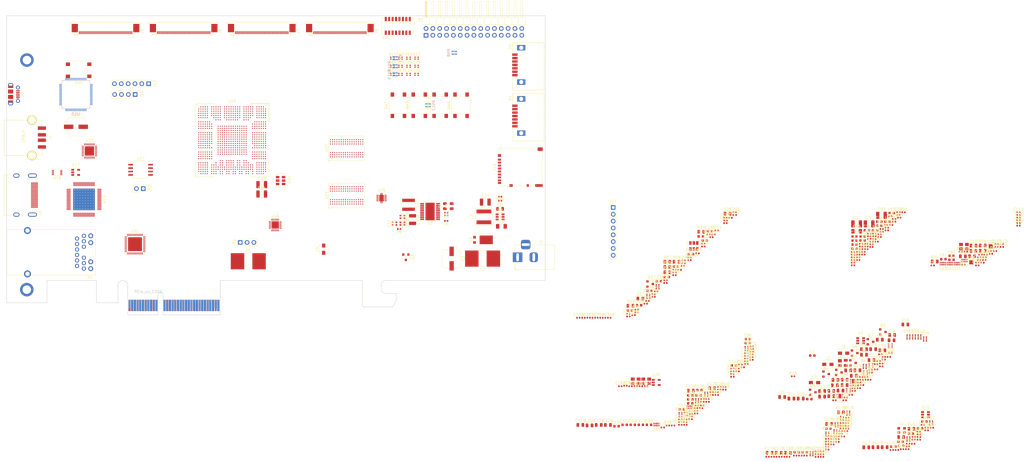
<source format=kicad_pcb>
(kicad_pcb (version 20171130) (host pcbnew 5.0.1)
  (layers (0 F.Cu signal) (31 B.Cu signal) (34 B.Paste user) (35 F.Paste user) (36 B.SilkS user) (37 F.SilkS user) (38 B.Mask user) (39 F.Mask user) (44 Edge.Cuts user))
  (net 0 "")
  (net 1 "/PCIe + SATA/DCU1_REFCLK-")
  (net 2 "/PCIe + SATA/DCU1_REFCLK+")
  (net 3 DDR3_A4)
  (net 4 DDR3_A6)
  (net 5 DDR3_A5)
  (net 6 DDR3_A7)
  (net 7 /DDR3/DDR3_VTT)
  (net 8 "Net-(RN2-Pad5)")
  (net 9 "Net-(RN2-Pad6)")
  (net 10 "Net-(R38-Pad2)")
  (net 11 "Net-(RN2-Pad7)")
  (net 12 +3V3)
  (net 13 /Power/1V2_EN)
  (net 14 /Power/2V5_EN)
  (net 15 /Power/1V35_EN)
  (net 16 "Net-(RN1-Pad4)")
  (net 17 +5V)
  (net 18 "Net-(RN1-Pad5)")
  (net 19 USD_D0)
  (net 20 USD_D3)
  (net 21 USD_CMD)
  (net 22 USD_D2)
  (net 23 "Net-(RN23-Pad1)")
  (net 24 GND)
  (net 25 "/FPGA IO/CFG0")
  (net 26 "Net-(RN23-Pad8)")
  (net 27 "/FPGA IO/CFG1")
  (net 28 "/FPGA IO/CFG2")
  (net 29 "/FPGA IO/FLASH_D3")
  (net 30 "/FPGA IO/FLASH_D1")
  (net 31 "/FPGA IO/FLASH_D2")
  (net 32 "/FPGA IO/FLASH_D0")
  (net 33 DDR3_WE)
  (net 34 DDR3_CKE)
  (net 35 DDR3_CS)
  (net 36 DDR3_ODT)
  (net 37 DDR3_CAS)
  (net 38 DDR3_BA2)
  (net 39 DDR3_RAS)
  (net 40 DDR3_BA1)
  (net 41 DDR3_A12)
  (net 42 DDR3_A14)
  (net 43 DDR3_A13)
  (net 44 DDR3_BA0)
  (net 45 DDR3_A11)
  (net 46 DDR3_A9)
  (net 47 DDR3_A10)
  (net 48 DDR3_A8)
  (net 49 DDR3_A0)
  (net 50 DDR3_A2)
  (net 51 DDR3_A1)
  (net 52 DDR3_A3)
  (net 53 "/HDMI, GbE, USB/ETH_LED2")
  (net 54 ETH_~RESET)
  (net 55 "/HDMI, GbE, USB/ETH_LED1")
  (net 56 RGMII_REF_CLK)
  (net 57 "Net-(D18-Pad4)")
  (net 58 "Net-(D20-Pad4)")
  (net 59 "Net-(D19-Pad4)")
  (net 60 "Net-(D21-Pad4)")
  (net 61 "Net-(D25-Pad4)")
  (net 62 "Net-(D23-Pad4)")
  (net 63 "Net-(D24-Pad4)")
  (net 64 "Net-(D22-Pad4)")
  (net 65 FTDI_D1_RX)
  (net 66 FTDI_~WR)
  (net 67 FTDI_~RD)
  (net 68 FTDI_~SIWU)
  (net 69 RGMII_RXD0)
  (net 70 RGMII_RXD2)
  (net 71 RGMII_RXD1)
  (net 72 RGMII_RXD3)
  (net 73 RGMII_RX_DV)
  (net 74 ETH_MDIO)
  (net 75 RGMII_RX_CLK)
  (net 76 ETH_INT_N)
  (net 77 "Net-(D17-Pad1)")
  (net 78 "Net-(D16-Pad1)")
  (net 79 "Net-(D14-Pad1)")
  (net 80 "Net-(D15-Pad1)")
  (net 81 DIP_SW1)
  (net 82 DIP_SW0)
  (net 83 DIP_SW2)
  (net 84 DIP_SW3)
  (net 85 DIP_SW7)
  (net 86 DIP_SW6)
  (net 87 DIP_SW4)
  (net 88 DIP_SW5)
  (net 89 "Net-(D14-Pad4)")
  (net 90 "Net-(D16-Pad4)")
  (net 91 "Net-(D15-Pad4)")
  (net 92 "Net-(D17-Pad4)")
  (net 93 "Net-(D21-Pad1)")
  (net 94 "Net-(D20-Pad1)")
  (net 95 "Net-(D18-Pad1)")
  (net 96 "Net-(D19-Pad1)")
  (net 97 BTN1)
  (net 98 BTN0)
  (net 99 BTN2)
  (net 100 BTN3)
  (net 101 "Net-(D25-Pad1)")
  (net 102 "Net-(D24-Pad1)")
  (net 103 "Net-(D22-Pad1)")
  (net 104 "Net-(D23-Pad1)")
  (net 105 "/FPGA IO/VCCIO7")
  (net 106 "Net-(R44-Pad2)")
  (net 107 JTAG_TDO)
  (net 108 JTAG_TDI)
  (net 109 "Net-(R43-Pad2)")
  (net 110 "Net-(R42-Pad2)")
  (net 111 JTAG_TCK)
  (net 112 JTAG_TMS)
  (net 113 "Net-(R45-Pad2)")
  (net 114 "/PCIe + SATA/CLKAUXO+")
  (net 115 "/PCIe + SATA/CLK150M-")
  (net 116 +1V8)
  (net 117 +2V5)
  (net 118 "/PCIe + SATA/CLKAUXO-")
  (net 119 "/FPGA IO/VCCIO6")
  (net 120 "/PCIe + SATA/CLK150M+")
  (net 121 CLK_SDA)
  (net 122 "Net-(R36-Pad2)")
  (net 123 FPGA_12MHz)
  (net 124 "/PCIe + SATA/PCIe_REFCLK+")
  (net 125 "/PCIe + SATA/PCIe_REFCLK-")
  (net 126 PCIe_12V)
  (net 127 "Net-(D13-Pad2)")
  (net 128 ~PERST)
  (net 129 "Net-(P3-PadA11)")
  (net 130 "Net-(D12-Pad2)")
  (net 131 "Net-(R40-Pad1)")
  (net 132 "Net-(R39-Pad1)")
  (net 133 "Net-(R38-Pad1)")
  (net 134 "Net-(R12-Pad2)")
  (net 135 "/PCIe + SATA/3V3_C")
  (net 136 "/PCIe + SATA/3V3_CA")
  (net 137 "Net-(R57-Pad1)")
  (net 138 "Net-(R58-Pad2)")
  (net 139 FABRIC_REFCLK)
  (net 140 "/HDMI, GbE, USB/PORT_SCL")
  (net 141 "/HDMI, GbE, USB/PORT_SDA")
  (net 142 "Net-(C121-Pad1)")
  (net 143 "Net-(R62-Pad1)")
  (net 144 /Power/3V3_PG)
  (net 145 "Net-(D27-Pad2)")
  (net 146 "/FPGA IO/~PROGRAM")
  (net 147 "Net-(R80-Pad1)")
  (net 148 "Net-(R81-Pad1)")
  (net 149 "/FPGA IO/FLASH_~CS")
  (net 150 "/FPGA IO/FLASH_CLK")
  (net 151 "/FPGA IO/DONE")
  (net 152 "Net-(Q9-Pad1)")
  (net 153 "Net-(D26-Pad2)")
  (net 154 "Net-(R79-Pad1)")
  (net 155 "/FPGA IO/~INIT")
  (net 156 "Net-(C9-Pad1)")
  (net 157 "Net-(C11-Pad1)")
  (net 158 "Net-(Q2-Pad3)")
  (net 159 "Net-(D5-Pad1)")
  (net 160 /Power/1V2_PG)
  (net 161 USD_D1)
  (net 162 USD_CLK)
  (net 163 "Net-(R97-Pad1)")
  (net 164 "Net-(Q2-Pad1)")
  (net 165 +1V2A)
  (net 166 "Net-(R5-Pad2)")
  (net 167 "Net-(D1-Pad2)")
  (net 168 "Net-(D2-Pad2)")
  (net 169 "Net-(C7-Pad1)")
  (net 170 "Net-(D4-Pad2)")
  (net 171 +12V)
  (net 172 "Net-(R74-Pad1)")
  (net 173 "/Debug Interface/PORT_D-")
  (net 174 "/Debug Interface/FTDI_D-")
  (net 175 "/Debug Interface/FTDI_D+")
  (net 176 "/Debug Interface/PORT_D+")
  (net 177 "Net-(C22-Pad2)")
  (net 178 "Net-(R71-Pad2)")
  (net 179 "/HDMI, GbE, USB/USB_XO")
  (net 180 "/HDMI, GbE, USB/USB_XI")
  (net 181 "Net-(R73-Pad1)")
  (net 182 "/HDMI, GbE, USB/USBA_VBUS")
  (net 183 "/HDMI, GbE, USB/EXTVBUS")
  (net 184 DVI_SCL)
  (net 185 DVI_SDA)
  (net 186 CLK_SCL)
  (net 187 "Net-(R70-Pad1)")
  (net 188 "Net-(C175-Pad2)")
  (net 189 DDR3_CLK+)
  (net 190 "Net-(P4-Pad16)")
  (net 191 "Net-(R66-Pad1)")
  (net 192 "Net-(R65-Pad1)")
  (net 193 "/HDMI, GbE, USB/HDMI_HPD")
  (net 194 DDR3_CLK-)
  (net 195 "Net-(C179-Pad1)")
  (net 196 +1V35)
  (net 197 +1V2)
  (net 198 "Net-(D10-Pad2)")
  (net 199 "Net-(P4-Pad14)")
  (net 200 "Net-(C12-Pad2)")
  (net 201 "Net-(D6-Pad2)")
  (net 202 +1V2T)
  (net 203 "Net-(Q4-Pad1)")
  (net 204 "Net-(Q4-Pad3)")
  (net 205 "Net-(D7-Pad1)")
  (net 206 "Net-(C19-Pad2)")
  (net 207 "Net-(C20-Pad2)")
  (net 208 "Net-(C21-Pad2)")
  (net 209 "/Debug Interface/FTDI_12MHz")
  (net 210 "Net-(D11-Pad2)")
  (net 211 /Power/2V5_PG)
  (net 212 /Power/1V35_PG)
  (net 213 /Power/1V8_PG)
  (net 214 "Net-(D8-Pad2)")
  (net 215 "Net-(D9-Pad2)")
  (net 216 "Net-(C8-Pad2)")
  (net 217 "Net-(C8-Pad1)")
  (net 218 /Power/PWR_EN)
  (net 219 "/HDMI, GbE, USB/HDMI_5V")
  (net 220 "Net-(U17-Pad3)")
  (net 221 "Net-(D9-Pad1)")
  (net 222 "Net-(D11-Pad1)")
  (net 223 "Net-(D26-Pad1)")
  (net 224 "Net-(D2-Pad1)")
  (net 225 "Net-(D6-Pad1)")
  (net 226 "Net-(D10-Pad1)")
  (net 227 "Net-(D8-Pad1)")
  (net 228 "Net-(U1-Pad3)")
  (net 229 DDR3_Vref)
  (net 230 DDR3_Vtt_EN)
  (net 231 "Net-(U5-Pad2)")
  (net 232 "Net-(L1-Pad1)")
  (net 233 "Net-(C11-Pad2)")
  (net 234 "Net-(U13-Pad3)")
  (net 235 "/Debug Interface/Vphy")
  (net 236 "/Debug Interface/Vpll")
  (net 237 "/Debug Interface/JTAG_ACT")
  (net 238 "Net-(U13-Pad22)")
  (net 239 "Net-(U13-Pad23)")
  (net 240 "Net-(U13-Pad24)")
  (net 241 "Net-(U13-Pad26)")
  (net 242 "Net-(U13-Pad27)")
  (net 243 "Net-(U13-Pad28)")
  (net 244 "Net-(U13-Pad29)")
  (net 245 "Net-(U13-Pad30)")
  (net 246 "Net-(U13-Pad32)")
  (net 247 "Net-(U13-Pad33)")
  (net 248 "Net-(U13-Pad34)")
  (net 249 "Net-(U13-Pad36)")
  (net 250 FTDI_D0_TX)
  (net 251 FTDI_D2)
  (net 252 FTDI_D3)
  (net 253 FTDI_D4)
  (net 254 FTDI_D5)
  (net 255 FTDI_D6)
  (net 256 FTDI_D7)
  (net 257 FTDI_~RXF)
  (net 258 "Net-(U13-Pad49)")
  (net 259 "Net-(U13-Pad50)")
  (net 260 FTDI_~TXE)
  (net 261 "Net-(U13-Pad57)")
  (net 262 "Net-(U13-Pad58)")
  (net 263 "Net-(U13-Pad59)")
  (net 264 "Net-(U13-Pad60)")
  (net 265 "/HDMI, GbE, USB/DVI_DVDD")
  (net 266 DVI_DE)
  (net 267 DVI_HSYNC)
  (net 268 DVI_VSYNC)
  (net 269 "Net-(U19-Pad11)")
  (net 270 "/HDMI, GbE, USB/DVI_PVDD")
  (net 271 "/HDMI, GbE, USB/TMDS_CLK-")
  (net 272 "/HDMI, GbE, USB/TMDS_CLK+")
  (net 273 "/HDMI, GbE, USB/DVI_TVDD")
  (net 274 "/HDMI, GbE, USB/TMDS_D0-")
  (net 275 "/HDMI, GbE, USB/TMDS_D0+")
  (net 276 "/HDMI, GbE, USB/TMDS_D1-")
  (net 277 "/HDMI, GbE, USB/TMDS_D1+")
  (net 278 "/HDMI, GbE, USB/TMDS_D2-")
  (net 279 "/HDMI, GbE, USB/TMDS_D2+")
  (net 280 DVI_D23)
  (net 281 DVI_D22)
  (net 282 DVI_D21)
  (net 283 DVI_D20)
  (net 284 DVI_D19)
  (net 285 DVI_D18)
  (net 286 DVI_D17)
  (net 287 DVI_D16)
  (net 288 DVI_D15)
  (net 289 DVI_D14)
  (net 290 DVI_D13)
  (net 291 DVI_D12)
  (net 292 "Net-(U19-Pad49)")
  (net 293 DVI_D11)
  (net 294 DVI_D10)
  (net 295 DVI_D9)
  (net 296 DVI_D8)
  (net 297 DVI_D7)
  (net 298 DVI_D6)
  (net 299 DVI_CLK)
  (net 300 DVI_D5)
  (net 301 DVI_D4)
  (net 302 DVI_D3)
  (net 303 DVI_D2)
  (net 304 DVI_D1)
  (net 305 DVI_D0)
  (net 306 "/HDMI, GbE, USB/AVDDH")
  (net 307 "/HDMI, GbE, USB/MX4-")
  (net 308 "/HDMI, GbE, USB/MX4+")
  (net 309 "/HDMI, GbE, USB/AVDDL")
  (net 310 "/HDMI, GbE, USB/MX3-")
  (net 311 "/HDMI, GbE, USB/MX3+")
  (net 312 "/HDMI, GbE, USB/MX2-")
  (net 313 "/HDMI, GbE, USB/MX2+")
  (net 314 "/HDMI, GbE, USB/MX1-")
  (net 315 "/HDMI, GbE, USB/MX1+")
  (net 316 "Net-(U21-Pad13)")
  (net 317 RGMII_TXD0)
  (net 318 RGMII_TXD1)
  (net 319 RGMII_TXD2)
  (net 320 RGMII_TXD3)
  (net 321 RGMII_TX_CLK)
  (net 322 RGMII_TX_EN)
  (net 323 ETH_MDC)
  (net 324 "Net-(U21-Pad43)")
  (net 325 "/HDMI, GbE, USB/AVDDL_PLL")
  (net 326 "/HDMI, GbE, USB/ETH_XO")
  (net 327 "/HDMI, GbE, USB/ETH_XI")
  (net 328 "Net-(U21-Pad47)")
  (net 329 "Net-(U22-Pad3)")
  (net 330 "Net-(U22-Pad5)")
  (net 331 "/HDMI, GbE, USB/USBA_D+")
  (net 332 "/HDMI, GbE, USB/USBA_D-")
  (net 333 ULPI_RESET)
  (net 334 ULPI_NXT)
  (net 335 ULPI_DIR)
  (net 336 ULPI_STP)
  (net 337 ULPI_CLKO)
  (net 338 "/HDMI, GbE, USB/USB1V8")
  (net 339 ULPI_D7)
  (net 340 ULPI_D6)
  (net 341 ULPI_D5)
  (net 342 ULPI_D4)
  (net 343 ULPI_D3)
  (net 344 ULPI_D2)
  (net 345 ULPI_D1)
  (net 346 ULPI_D0)
  (net 347 "Net-(C117-Pad1)")
  (net 348 "Net-(C115-Pad2)")
  (net 349 CLK_SD_OE)
  (net 350 "Net-(U16-Pad11)")
  (net 351 "Net-(U16-Pad12)")
  (net 352 "/PCIe + SATA/1V8_C")
  (net 353 "Net-(U16-Pad16)")
  (net 354 "/PCIe + SATA/DCU0_REFCLK-")
  (net 355 "/PCIe + SATA/DCU0_REFCLK+")
  (net 356 "Net-(U16-Pad24)")
  (net 357 DDR3_DQ13)
  (net 358 DDR3_DQ15)
  (net 359 DDR3_DQ12)
  (net 360 DDR3_DQS1-)
  (net 361 DDR3_DQ14)
  (net 362 DDR3_DQ11)
  (net 363 DDR3_DQ9)
  (net 364 DDR3_DQS1+)
  (net 365 DDR3_DQ10)
  (net 366 DDR3_DM1)
  (net 367 DDR3_DQ8)
  (net 368 DDR3_DQ0)
  (net 369 DDR3_DM0)
  (net 370 DDR3_DQ2)
  (net 371 DDR3_DQS0+)
  (net 372 DDR3_DQ1)
  (net 373 DDR3_DQ3)
  (net 374 DDR3_DQ6)
  (net 375 DDR3_DQS0-)
  (net 376 DDR3_DQ4)
  (net 377 DDR3_DQ7)
  (net 378 DDR3_DQ5)
  (net 379 "Net-(U23-PadJ1)")
  (net 380 "Net-(U23-PadJ9)")
  (net 381 "Net-(U23-PadL1)")
  (net 382 "Net-(U23-PadL9)")
  (net 383 "Net-(U23-PadM7)")
  (net 384 DDR3_RESET)
  (net 385 "Net-(U24-PadM7)")
  (net 386 "Net-(U24-PadL9)")
  (net 387 "Net-(U24-PadL1)")
  (net 388 "Net-(U24-PadJ9)")
  (net 389 "Net-(U24-PadJ1)")
  (net 390 DDR3_DQ21)
  (net 391 DDR3_DQ23)
  (net 392 DDR3_DQ20)
  (net 393 DDR3_DQS2-)
  (net 394 DDR3_DQ22)
  (net 395 DDR3_DQ19)
  (net 396 DDR3_DQ17)
  (net 397 DDR3_DQS2+)
  (net 398 DDR3_DQ18)
  (net 399 DDR3_DM2)
  (net 400 DDR3_DQ16)
  (net 401 DDR3_DQ24)
  (net 402 DDR3_DM3)
  (net 403 DDR3_DQ26)
  (net 404 DDR3_DQS3+)
  (net 405 DDR3_DQ25)
  (net 406 DDR3_DQ27)
  (net 407 DDR3_DQ30)
  (net 408 DDR3_DQS3-)
  (net 409 DDR3_DQ28)
  (net 410 DDR3_DQ31)
  (net 411 DDR3_DQ29)
  (net 412 "Net-(X1-Pad1)")
  (net 413 "Net-(L4-Pad1)")
  (net 414 "Net-(L5-Pad1)")
  (net 415 "Net-(L3-Pad1)")
  (net 416 "Net-(L6-Pad1)")
  (net 417 "Net-(C111-Pad1)")
  (net 418 "/FPGA Core Power/VCCHTX1")
  (net 419 "/FPGA Core Power/VCCHTX0")
  (net 420 "/FPGA Core Power/VCCA0")
  (net 421 "/FPGA Core Power/VCCAUX")
  (net 422 "/FPGA Core Power/VCCA1")
  (net 423 "/PCIe + SATA/SATA1_A+")
  (net 424 "/PCIe + SATA/SATA1_A-")
  (net 425 "/PCIe + SATA/DCU1_RX1-")
  (net 426 "/PCIe + SATA/DCU1_RX1+")
  (net 427 "/PCIe + SATA/SATA0_A+")
  (net 428 "/PCIe + SATA/SATA0_A-")
  (net 429 "/PCIe + SATA/DCU1_RX0-")
  (net 430 "/PCIe + SATA/DCU1_RX0+")
  (net 431 "/PCIe + SATA/PCIe_HSI0+")
  (net 432 "/PCIe + SATA/PCIe_HSI0-")
  (net 433 "/PCIe + SATA/PCIe_HSI1+")
  (net 434 "/PCIe + SATA/PCIe_HSI1-")
  (net 435 "/PCIe + SATA/DCU0_RX0+")
  (net 436 "/PCIe + SATA/DCU0_RX0-")
  (net 437 "/PCIe + SATA/DCU0_RX1+")
  (net 438 "/PCIe + SATA/DCU0_RX1-")
  (net 439 "Net-(U6-Pad2)")
  (net 440 "Net-(U6-Pad5)")
  (net 441 "Net-(U3-Pad5)")
  (net 442 "Net-(U3-Pad2)")
  (net 443 "Net-(U10-Pad4)")
  (net 444 "Net-(U9-Pad4)")
  (net 445 "Net-(U8-Pad4)")
  (net 446 "Net-(U7-Pad4)")
  (net 447 "Net-(J5-Pad38)")
  (net 448 "/FPGA IO/EXT0_11-")
  (net 449 "/FPGA IO/EXT0_11+")
  (net 450 "/FPGA IO/EXT0_10-")
  (net 451 "/FPGA IO/EXT0_10+")
  (net 452 "/FPGA IO/EXT0_9-")
  (net 453 "/FPGA IO/EXT0_9+")
  (net 454 "/FPGA IO/EXT0_8-")
  (net 455 "/FPGA IO/EXT0_8+")
  (net 456 "/FPGA IO/EXT0_7-")
  (net 457 "/FPGA IO/EXT0_7+")
  (net 458 "/FPGA IO/EXT0_6-")
  (net 459 "/FPGA IO/EXT0_6+")
  (net 460 "/FPGA IO/EXT0_5-")
  (net 461 "/FPGA IO/EXT0_5+")
  (net 462 "/FPGA IO/EXT0_4-")
  (net 463 "/FPGA IO/EXT0_4+")
  (net 464 "/FPGA IO/EXT0_3-")
  (net 465 "/FPGA IO/EXT0_3+")
  (net 466 "/FPGA IO/EXT0_2-")
  (net 467 "/FPGA IO/EXT0_2+")
  (net 468 "/FPGA IO/EXT0_1-")
  (net 469 "/FPGA IO/EXT0_1+")
  (net 470 "/FPGA IO/EXT0_0-")
  (net 471 "/FPGA IO/EXT0_0+")
  (net 472 "/FPGA IO/EXT3_0+")
  (net 473 "/FPGA IO/EXT3_0-")
  (net 474 "/FPGA IO/EXT3_1+")
  (net 475 "/FPGA IO/EXT3_1-")
  (net 476 "/FPGA IO/EXT3_2+")
  (net 477 "/FPGA IO/EXT3_2-")
  (net 478 "/FPGA IO/EXT3_3+")
  (net 479 "/FPGA IO/EXT3_3-")
  (net 480 "/FPGA IO/EXT3_4+")
  (net 481 "/FPGA IO/EXT3_4-")
  (net 482 "/FPGA IO/EXT3_5+")
  (net 483 "/FPGA IO/EXT3_5-")
  (net 484 "/FPGA IO/EXT3_6+")
  (net 485 "/FPGA IO/EXT3_6-")
  (net 486 "/FPGA IO/EXT3_7+")
  (net 487 "/FPGA IO/EXT3_7-")
  (net 488 "/FPGA IO/EXT3_8+")
  (net 489 "/FPGA IO/EXT3_8-")
  (net 490 "/FPGA IO/EXT3_9+")
  (net 491 "/FPGA IO/EXT3_9-")
  (net 492 "/FPGA IO/EXT3_10+")
  (net 493 "/FPGA IO/EXT3_10-")
  (net 494 "/FPGA IO/EXT3_11+")
  (net 495 "/FPGA IO/EXT3_11-")
  (net 496 "Net-(J8-Pad38)")
  (net 497 "Net-(J6-Pad38)")
  (net 498 "/FPGA IO/EXT1_11-")
  (net 499 "/FPGA IO/EXT1_11+")
  (net 500 "/FPGA IO/EXT1_10-")
  (net 501 "/FPGA IO/EXT1_10+")
  (net 502 "/FPGA IO/EXT1_9-")
  (net 503 "/FPGA IO/EXT1_9+")
  (net 504 "/FPGA IO/EXT1_8-")
  (net 505 "/FPGA IO/EXT1_8+")
  (net 506 "/FPGA IO/EXT1_7-")
  (net 507 "/FPGA IO/EXT1_7+")
  (net 508 "/FPGA IO/EXT1_6-")
  (net 509 "/FPGA IO/EXT1_6+")
  (net 510 "/FPGA IO/EXT1_5-")
  (net 511 "/FPGA IO/EXT1_5+")
  (net 512 "/FPGA IO/EXT1_4-")
  (net 513 "/FPGA IO/EXT1_4+")
  (net 514 "/FPGA IO/EXT1_3-")
  (net 515 "/FPGA IO/EXT1_3+")
  (net 516 "/FPGA IO/EXT1_2-")
  (net 517 "/FPGA IO/EXT1_2+")
  (net 518 "/FPGA IO/EXT1_1-")
  (net 519 "/FPGA IO/EXT1_1+")
  (net 520 "/FPGA IO/EXT1_0-")
  (net 521 "/FPGA IO/EXT1_0+")
  (net 522 "/FPGA IO/EXT2_0+")
  (net 523 "/FPGA IO/EXT2_0-")
  (net 524 "/FPGA IO/EXT2_1+")
  (net 525 "/FPGA IO/EXT2_1-")
  (net 526 "/FPGA IO/EXT2_2+")
  (net 527 "/FPGA IO/EXT2_2-")
  (net 528 "/FPGA IO/EXT2_3+")
  (net 529 "/FPGA IO/EXT2_3-")
  (net 530 "/FPGA IO/EXT2_4+")
  (net 531 "/FPGA IO/EXT2_4-")
  (net 532 "/FPGA IO/EXT2_5+")
  (net 533 "/FPGA IO/EXT2_5-")
  (net 534 "/FPGA IO/EXT2_6+")
  (net 535 "/FPGA IO/EXT2_6-")
  (net 536 "/FPGA IO/EXT2_7+")
  (net 537 "/FPGA IO/EXT2_7-")
  (net 538 "/FPGA IO/EXT2_8+")
  (net 539 "/FPGA IO/EXT2_8-")
  (net 540 "/FPGA IO/EXT2_9+")
  (net 541 "/FPGA IO/EXT2_9-")
  (net 542 "/FPGA IO/EXT2_10+")
  (net 543 "/FPGA IO/EXT2_10-")
  (net 544 "/FPGA IO/EXT2_11+")
  (net 545 "/FPGA IO/EXT2_11-")
  (net 546 "Net-(J7-Pad38)")
  (net 547 "Net-(C132-Pad1)")
  (net 548 "Net-(C135-Pad1)")
  (net 549 "Net-(C133-Pad1)")
  (net 550 "Net-(C134-Pad1)")
  (net 551 "Net-(P3-PadB5)")
  (net 552 "Net-(P3-PadB6)")
  (net 553 "Net-(P3-PadB8)")
  (net 554 "Net-(P3-PadB9)")
  (net 555 "Net-(P3-PadB10)")
  (net 556 PCIe_~WAKE)
  (net 557 "Net-(P3-PadB12)")
  (net 558 "/PCIe + SATA/~PRSNT2~_X1")
  (net 559 "Net-(P3-PadB23)")
  (net 560 "Net-(P3-PadB24)")
  (net 561 "Net-(P3-PadB27)")
  (net 562 "Net-(P3-PadB28)")
  (net 563 "Net-(P3-PadB30)")
  (net 564 "/PCIe + SATA/~PRSNT2~_X4")
  (net 565 "/PCIe + SATA/~PRSNT1")
  (net 566 "Net-(P3-PadA5)")
  (net 567 "Net-(P3-PadA6)")
  (net 568 "Net-(P3-PadA7)")
  (net 569 "Net-(P3-PadA8)")
  (net 570 "Net-(P3-PadA9)")
  (net 571 "Net-(P3-PadA10)")
  (net 572 "Net-(P3-PadA19)")
  (net 573 "Net-(P3-PadA25)")
  (net 574 "Net-(P3-PadA26)")
  (net 575 "Net-(P3-PadA29)")
  (net 576 "Net-(P3-PadA30)")
  (net 577 "Net-(P3-PadA32)")
  (net 578 "Net-(U14-Pad2)")
  (net 579 "Net-(U14-Pad1)")
  (net 580 "Net-(U26-Pad1)")
  (net 581 "Net-(U26-Pad2)")
  (net 582 "/FPGA IO/CLK100+")
  (net 583 "/FPGA IO/CLK100-")
  (net 584 "Net-(J3-Pad14)")
  (net 585 "Net-(J3-Pad13)")
  (net 586 LED2)
  (net 587 LED11)
  (net 588 LED10)
  (net 589 LED0)
  (net 590 LED1)
  (net 591 LED3)
  (net 592 LED4)
  (net 593 LED5)
  (net 594 LED6)
  (net 595 LED7)
  (net 596 LED8)
  (net 597 LED9)
  (net 598 "Net-(F2-Pad2)")
  (net 599 "Net-(U15-PadR1)")
  (net 600 "Net-(U15-PadY1)")
  (net 601 "Net-(U15-PadAB1)")
  (net 602 "Net-(U15-PadAC1)")
  (net 603 "Net-(U15-PadAD1)")
  (net 604 "Net-(U15-PadAE1)")
  (net 605 "Net-(U15-PadA2)")
  (net 606 "Net-(U15-PadT2)")
  (net 607 "Net-(U15-PadW2)")
  (net 608 "Net-(U15-PadAB2)")
  (net 609 "Net-(U15-PadAC2)")
  (net 610 "Net-(U15-PadAE2)")
  (net 611 "Net-(U15-PadAG2)")
  (net 612 "Net-(U15-PadA3)")
  (net 613 "Net-(U15-PadV3)")
  (net 614 "Net-(U15-PadW3)")
  (net 615 "Net-(U15-PadY3)")
  (net 616 "Net-(U15-PadAC3)")
  (net 617 "Net-(U15-PadAD3)")
  (net 618 "Net-(U15-PadAE3)")
  (net 619 "Net-(U15-PadAG3)")
  (net 620 "Net-(U15-PadAL3)")
  (net 621 "Net-(U15-PadB4)")
  (net 622 "Net-(U15-PadH4)")
  (net 623 "Net-(U15-PadAC4)")
  (net 624 "Net-(U15-PadA5)")
  (net 625 "Net-(U15-PadL5)")
  (net 626 "Net-(U15-PadW6)")
  (net 627 "Net-(U15-PadD7)")
  (net 628 "Net-(U15-PadE7)")
  (net 629 "Net-(U15-PadAE7)")
  (net 630 "Net-(U15-PadG9)")
  (net 631 "/PCIe + SATA/DCU0_TX0+")
  (net 632 "Net-(U15-PadG10)")
  (net 633 "/PCIe + SATA/DCU0_TX0-")
  (net 634 "Net-(U15-PadG11)")
  (net 635 "/PCIe + SATA/DCU0_TX1+")
  (net 636 "/PCIe + SATA/DCU0_TX1-")
  (net 637 "/FPGA IO/PMOD1_10")
  (net 638 "/FPGA IO/PMOD1_9")
  (net 639 "Net-(U15-PadG14)")
  (net 640 "Net-(U15-PadG15)")
  (net 641 "Net-(U15-PadAK15)")
  (net 642 "Net-(U15-PadG16)")
  (net 643 "Net-(U15-PadAK16)")
  (net 644 "Net-(U15-PadG17)")
  (net 645 "Net-(U15-PadG18)")
  (net 646 "/PCIe + SATA/DCU1_TX0+")
  (net 647 "Net-(U15-PadG19)")
  (net 648 "/PCIe + SATA/DCU1_TX0-")
  (net 649 "/FPGA IO/PMOD1_8")
  (net 650 "/FPGA IO/PMOD1_7")
  (net 651 "/PCIe + SATA/DCU1_TX1+")
  (net 652 "/PCIe + SATA/DCU1_TX1-")
  (net 653 "/FPGA IO/EXIO_5")
  (net 654 "/FPGA IO/EXIO_4")
  (net 655 "/FPGA IO/EXIO_3")
  (net 656 "Net-(U15-PadG22)")
  (net 657 "/FPGA IO/PMOD1_3")
  (net 658 "/FPGA IO/PMOD1_2")
  (net 659 "/FPGA IO/PMOD1_0")
  (net 660 "/FPGA IO/PMOD1_1")
  (net 661 "/FPGA IO/EXIO_2")
  (net 662 "Net-(U15-PadG23)")
  (net 663 "/FPGA IO/EXIO_1")
  (net 664 "/FPGA IO/PMOD0_10")
  (net 665 "/FPGA IO/EXIO_0")
  (net 666 "/FPGA IO/PMOD0_9")
  (net 667 "Net-(U15-PadG24)")
  (net 668 "Net-(U15-PadAG24)")
  (net 669 "Net-(U15-PadAK24)")
  (net 670 "/FPGA IO/PMOD0_8")
  (net 671 "/FPGA IO/PMOD0_3")
  (net 672 "/FPGA IO/PMOD0_7")
  (net 673 "/FPGA IO/PMOD0_2")
  (net 674 "/FPGA IO/PMOD0_1")
  (net 675 "Net-(U15-PadAK25)")
  (net 676 "/FPGA IO/PMOD0_0")
  (net 677 "Net-(U15-PadB26)")
  (net 678 "Net-(U15-PadE26)")
  (net 679 "Net-(U15-PadR26)")
  (net 680 "Net-(U15-PadT26)")
  (net 681 "Net-(U15-PadAE26)")
  (net 682 "Net-(U15-PadH27)")
  (net 683 "Net-(U15-PadJ27)")
  (net 684 "Net-(U15-PadK27)")
  (net 685 "Net-(U15-PadW27)")
  (net 686 "Net-(U15-PadC28)")
  (net 687 "Net-(U15-PadD28)")
  (net 688 "Net-(U15-PadH28)")
  (net 689 "Net-(U15-PadL28)")
  (net 690 "Net-(U15-PadP28)")
  (net 691 "Net-(U15-PadAC28)")
  (net 692 "Net-(U15-PadAE28)")
  (net 693 "Net-(U15-PadC29)")
  (net 694 "Net-(U15-PadD29)")
  (net 695 "Net-(U15-PadH29)")
  (net 696 "Net-(U15-PadP29)")
  (net 697 "Net-(U15-PadAB29)")
  (net 698 "Net-(U15-PadAC29)")
  (net 699 "Net-(U15-PadAE29)")
  (net 700 "Net-(U15-PadAJ29)")
  (net 701 "Net-(U15-PadC30)")
  (net 702 "Net-(U15-PadP30)")
  (net 703 "Net-(U15-PadR30)")
  (net 704 "Net-(U15-PadV30)")
  (net 705 "Net-(U15-PadAB30)")
  (net 706 "Net-(U15-PadAE30)")
  (net 707 "Net-(U15-PadAJ30)")
  (net 708 "Net-(U15-PadA31)")
  (net 709 "Net-(U15-PadF31)")
  (net 710 "Net-(U15-PadH31)")
  (net 711 "Net-(U15-PadP31)")
  (net 712 "Net-(U15-PadAG31)")
  (net 713 "Net-(U15-PadAK31)")
  (net 714 "Net-(U15-PadE32)")
  (net 715 "Net-(U15-PadF32)")
  (net 716 "Net-(U15-PadH32)")
  (net 717 "Net-(U15-PadAG32)")
  (net 718 "Net-(J2-Pad1)")
  (net 719 "Net-(J2-Pad4)")
  (module Capacitor_SMD:C_1210_3225Metric (layer F.Cu) (at 191 99.5 270)
    (fp_text reference C256 (at 0 -2.28 270) (layer F.SilkS))
    (fp_text value 47µ)
    (pad 1 smd roundrect (at -1.4 0 270) (size 1.25 2.65) (layers F.Cu F.Paste F.Mask) (roundrect_rratio 0.2) (net 197 +1V2))
    (pad 2 smd roundrect (at 1.4 0 270) (size 1.25 2.65) (layers F.Cu F.Paste F.Mask) (roundrect_rratio 0.2) (net 24 GND))
  )
  (module Button_Switch_SMD:SW_SPST_B3S-1000 (layer F.Cu) (at 67 44 180)
    (fp_text reference SW6 (at 0 -4.5 180) (layer F.SilkS))
    (fp_text value SW_Push)
    (pad 2 smd rect (at 3.975 2.25 180) (size 1.55 1.3) (layers F.Cu F.Paste F.Mask) (net 146 "/FPGA IO/~PROGRAM"))
    (pad 2 smd rect (at -3.975 2.25 180) (size 1.55 1.3) (layers F.Cu F.Paste F.Mask) (net 146 "/FPGA IO/~PROGRAM"))
    (pad 1 smd rect (at 3.975 -2.25 180) (size 1.55 1.3) (layers F.Cu F.Paste F.Mask) (net 24 GND))
    (pad 1 smd rect (at -3.975 -2.25 180) (size 1.55 1.3) (layers F.Cu F.Paste F.Mask) (net 24 GND))
  )
  (module Button_Switch_SMD:SW_SPST_B3S-1000 (layer F.Cu) (at 209 57 90)
    (fp_text reference SW5 (at 0 -4.5 90) (layer F.SilkS))
    (fp_text value SW_Push)
    (pad 2 smd rect (at 3.975 2.25 90) (size 1.55 1.3) (layers F.Cu F.Paste F.Mask) (net 196 +1V35))
    (pad 2 smd rect (at -3.975 2.25 90) (size 1.55 1.3) (layers F.Cu F.Paste F.Mask) (net 196 +1V35))
    (pad 1 smd rect (at 3.975 -2.25 90) (size 1.55 1.3) (layers F.Cu F.Paste F.Mask) (net 100 BTN3))
    (pad 1 smd rect (at -3.975 -2.25 90) (size 1.55 1.3) (layers F.Cu F.Paste F.Mask) (net 100 BTN3))
  )
  (module Button_Switch_SMD:SW_SPST_B3S-1000 (layer F.Cu) (at 201.25 57 90)
    (fp_text reference SW4 (at 0 -4.5 90) (layer F.SilkS))
    (fp_text value SW_Push)
    (pad 2 smd rect (at 3.975 2.25 90) (size 1.55 1.3) (layers F.Cu F.Paste F.Mask) (net 196 +1V35))
    (pad 2 smd rect (at -3.975 2.25 90) (size 1.55 1.3) (layers F.Cu F.Paste F.Mask) (net 196 +1V35))
    (pad 1 smd rect (at 3.975 -2.25 90) (size 1.55 1.3) (layers F.Cu F.Paste F.Mask) (net 99 BTN2))
    (pad 1 smd rect (at -3.975 -2.25 90) (size 1.55 1.3) (layers F.Cu F.Paste F.Mask) (net 99 BTN2))
  )
  (module Button_Switch_SMD:SW_SPST_B3S-1000 (layer F.Cu) (at 193.5 57 90)
    (fp_text reference SW3 (at 0 -4.5 90) (layer F.SilkS))
    (fp_text value SW_Push)
    (pad 2 smd rect (at 3.975 2.25 90) (size 1.55 1.3) (layers F.Cu F.Paste F.Mask) (net 196 +1V35))
    (pad 2 smd rect (at -3.975 2.25 90) (size 1.55 1.3) (layers F.Cu F.Paste F.Mask) (net 196 +1V35))
    (pad 1 smd rect (at 3.975 -2.25 90) (size 1.55 1.3) (layers F.Cu F.Paste F.Mask) (net 97 BTN1))
    (pad 1 smd rect (at -3.975 -2.25 90) (size 1.55 1.3) (layers F.Cu F.Paste F.Mask) (net 97 BTN1))
  )
  (module Button_Switch_SMD:SW_SPST_B3S-1000 (layer F.Cu) (at 185.75 57 90)
    (fp_text reference SW2 (at 0 -4.5 90) (layer F.SilkS))
    (fp_text value SW_Push)
    (pad 2 smd rect (at 3.975 2.25 90) (size 1.55 1.3) (layers F.Cu F.Paste F.Mask) (net 196 +1V35))
    (pad 2 smd rect (at -3.975 2.25 90) (size 1.55 1.3) (layers F.Cu F.Paste F.Mask) (net 196 +1V35))
    (pad 1 smd rect (at 3.975 -2.25 90) (size 1.55 1.3) (layers F.Cu F.Paste F.Mask) (net 98 BTN0))
    (pad 1 smd rect (at -3.975 -2.25 90) (size 1.55 1.3) (layers F.Cu F.Paste F.Mask) (net 98 BTN0))
  )
  (module Capacitor_SMD:CP_Elec_6.3x5.8 (layer F.Cu) (at 205.5 114 270)
    (fp_text reference C2 (at 0 -4.35 270) (layer F.SilkS))
    (fp_text value 100µF/25V)
    (pad 2 smd rect (at 2.7 0 270) (size 3.5 1.6) (layers F.Cu F.Paste F.Mask) (net 24 GND))
    (pad 1 smd rect (at -2.7 0 270) (size 3.5 1.6) (layers F.Cu F.Paste F.Mask) (net 171 +12V))
  )
  (module Capacitor_SMD:CP_Elec_6.3x5.8 (layer F.Cu) (at 66 65)
    (fp_text reference C137 (at 0 -4.35) (layer F.SilkS))
    (fp_text value 100u)
    (pad 2 smd rect (at 2.7 0) (size 3.5 1.6) (layers F.Cu F.Paste F.Mask) (net 24 GND))
    (pad 1 smd rect (at -2.7 0) (size 3.5 1.6) (layers F.Cu F.Paste F.Mask) (net 182 "/HDMI, GbE, USB/USBA_VBUS"))
  )
  (module Capacitor_SMD:C_0402_1005Metric (layer F.Cu) (at 354.095001 161.175001)
    (fp_text reference C19 (at 0 -1.17) (layer F.SilkS))
    (fp_text value 120p)
    (pad 2 smd roundrect (at 0.485 0) (size 0.59 0.64) (layers F.Cu F.Paste F.Mask) (net 206 "Net-(C19-Pad2)"))
    (pad 1 smd roundrect (at -0.485 0) (size 0.59 0.64) (layers F.Cu F.Paste F.Mask) (net 196 +1V35))
  )
  (module Capacitor_SMD:C_0402_1005Metric (layer F.Cu) (at 183.5 101 90)
    (fp_text reference C11 (at 0 -1.17 90) (layer F.SilkS))
    (fp_text value 180p)
    (pad 2 smd roundrect (at 0.485 0 90) (size 0.59 0.64) (layers F.Cu F.Paste F.Mask) (net 233 "Net-(C11-Pad2)"))
    (pad 1 smd roundrect (at -0.485 0 90) (size 0.59 0.64) (layers F.Cu F.Paste F.Mask) (net 157 "Net-(C11-Pad1)"))
  )
  (module Capacitor_SMD:C_0402_1005Metric (layer F.Cu) (at 185 101 90)
    (fp_text reference C9 (at 0 -1.17 90) (layer F.SilkS))
    (fp_text value 1.8n)
    (pad 2 smd roundrect (at 0.485 0 90) (size 0.59 0.64) (layers F.Cu F.Paste F.Mask) (net 233 "Net-(C11-Pad2)"))
    (pad 1 smd roundrect (at -0.485 0 90) (size 0.59 0.64) (layers F.Cu F.Paste F.Mask) (net 156 "Net-(C9-Pad1)"))
  )
  (module Capacitor_SMD:C_0402_1005Metric (layer F.Cu) (at 203.5 98)
    (fp_text reference C7 (at 0 -1.17) (layer F.SilkS))
    (fp_text value 100n)
    (pad 2 smd roundrect (at 0.485 0) (size 0.59 0.64) (layers F.Cu F.Paste F.Mask) (net 24 GND))
    (pad 1 smd roundrect (at -0.485 0) (size 0.59 0.64) (layers F.Cu F.Paste F.Mask) (net 169 "Net-(C7-Pad1)"))
  )
  (module Capacitor_SMD:C_0402_1005Metric (layer F.Cu) (at 360.575001 104.725001)
    (fp_text reference C66 (at 0 -1.17) (layer F.SilkS))
    (fp_text value 10n)
    (pad 2 smd roundrect (at 0.485 0) (size 0.59 0.64) (layers F.Cu F.Paste F.Mask) (net 24 GND))
    (pad 1 smd roundrect (at -0.485 0) (size 0.59 0.64) (layers F.Cu F.Paste F.Mask) (net 422 "/FPGA Core Power/VCCA1"))
  )
  (module Capacitor_SMD:C_0402_1005Metric (layer F.Cu) (at 368.385001 98.305001)
    (fp_text reference C78 (at 0 -1.17) (layer F.SilkS))
    (fp_text value 470n)
    (pad 2 smd roundrect (at 0.485 0) (size 0.59 0.64) (layers F.Cu F.Paste F.Mask) (net 24 GND))
    (pad 1 smd roundrect (at -0.485 0) (size 0.59 0.64) (layers F.Cu F.Paste F.Mask) (net 422 "/FPGA Core Power/VCCA1"))
  )
  (module Capacitor_SMD:C_0402_1005Metric (layer F.Cu) (at 357.565001 108.525001)
    (fp_text reference C77 (at 0 -1.17) (layer F.SilkS))
    (fp_text value 470n)
    (pad 2 smd roundrect (at 0.485 0) (size 0.59 0.64) (layers F.Cu F.Paste F.Mask) (net 24 GND))
    (pad 1 smd roundrect (at -0.485 0) (size 0.59 0.64) (layers F.Cu F.Paste F.Mask) (net 420 "/FPGA Core Power/VCCA0"))
  )
  (module Capacitor_SMD:C_0402_1005Metric (layer F.Cu) (at 365.185001 103.025001)
    (fp_text reference C76 (at 0 -1.17) (layer F.SilkS))
    (fp_text value 470n)
    (pad 2 smd roundrect (at 0.485 0) (size 0.59 0.64) (layers F.Cu F.Paste F.Mask) (net 24 GND))
    (pad 1 smd roundrect (at -0.485 0) (size 0.59 0.64) (layers F.Cu F.Paste F.Mask) (net 421 "/FPGA Core Power/VCCAUX"))
  )
  (module Capacitor_SMD:C_0402_1005Metric (layer F.Cu) (at 365.185001 104.015001)
    (fp_text reference C75 (at 0 -1.17) (layer F.SilkS))
    (fp_text value 470n)
    (pad 2 smd roundrect (at 0.485 0) (size 0.59 0.64) (layers F.Cu F.Paste F.Mask) (net 24 GND))
    (pad 1 smd roundrect (at -0.485 0) (size 0.59 0.64) (layers F.Cu F.Paste F.Mask) (net 422 "/FPGA Core Power/VCCA1"))
  )
  (module Capacitor_SMD:C_0402_1005Metric (layer F.Cu) (at 310.625001 97.785001)
    (fp_text reference C253 (at 0 -1.17) (layer F.SilkS))
    (fp_text value 100n)
    (pad 2 smd roundrect (at 0.485 0) (size 0.59 0.64) (layers F.Cu F.Paste F.Mask) (net 24 GND))
    (pad 1 smd roundrect (at -0.485 0) (size 0.59 0.64) (layers F.Cu F.Paste F.Mask) (net 146 "/FPGA IO/~PROGRAM"))
  )
  (module Capacitor_SMD:C_0402_1005Metric (layer F.Cu) (at 186.5 98.5 270)
    (fp_text reference C12 (at 0 -1.17 270) (layer F.SilkS))
    (fp_text value 750p)
    (pad 2 smd roundrect (at 0.485 0 270) (size 0.59 0.64) (layers F.Cu F.Paste F.Mask) (net 200 "Net-(C12-Pad2)"))
    (pad 1 smd roundrect (at -0.485 0 270) (size 0.59 0.64) (layers F.Cu F.Paste F.Mask) (net 197 +1V2))
  )
  (module Capacitor_SMD:C_0402_1005Metric (layer F.Cu) (at 360.585001 159.025001)
    (fp_text reference C20 (at 0 -1.17) (layer F.SilkS))
    (fp_text value 120p)
    (pad 2 smd roundrect (at 0.485 0) (size 0.59 0.64) (layers F.Cu F.Paste F.Mask) (net 207 "Net-(C20-Pad2)"))
    (pad 1 smd roundrect (at -0.485 0) (size 0.59 0.64) (layers F.Cu F.Paste F.Mask) (net 12 +3V3))
  )
  (module Capacitor_SMD:C_0402_1005Metric (layer F.Cu) (at 365.965001 151.555001)
    (fp_text reference C21 (at 0 -1.17) (layer F.SilkS))
    (fp_text value 120p)
    (pad 2 smd roundrect (at 0.485 0) (size 0.59 0.64) (layers F.Cu F.Paste F.Mask) (net 208 "Net-(C21-Pad2)"))
    (pad 1 smd roundrect (at -0.485 0) (size 0.59 0.64) (layers F.Cu F.Paste F.Mask) (net 117 +2V5))
  )
  (module Capacitor_SMD:C_0402_1005Metric (layer F.Cu) (at 365.025001 154.055001)
    (fp_text reference C22 (at 0 -1.17) (layer F.SilkS))
    (fp_text value 120p)
    (pad 2 smd roundrect (at 0.485 0) (size 0.59 0.64) (layers F.Cu F.Paste F.Mask) (net 177 "Net-(C22-Pad2)"))
    (pad 1 smd roundrect (at -0.485 0) (size 0.59 0.64) (layers F.Cu F.Paste F.Mask) (net 116 +1V8))
  )
  (module Capacitor_SMD:C_0402_1005Metric (layer F.Cu) (at 361.385001 107.695001)
    (fp_text reference C38 (at 0 -1.17) (layer F.SilkS))
    (fp_text value 470n)
    (pad 2 smd roundrect (at 0.485 0) (size 0.59 0.64) (layers F.Cu F.Paste F.Mask) (net 24 GND))
    (pad 1 smd roundrect (at -0.485 0) (size 0.59 0.64) (layers F.Cu F.Paste F.Mask) (net 197 +1V2))
  )
  (module Capacitor_SMD:C_0402_1005Metric (layer F.Cu) (at 356.465001 112.535001)
    (fp_text reference C39 (at 0 -1.17) (layer F.SilkS))
    (fp_text value 470n)
    (pad 2 smd roundrect (at 0.485 0) (size 0.59 0.64) (layers F.Cu F.Paste F.Mask) (net 24 GND))
    (pad 1 smd roundrect (at -0.485 0) (size 0.59 0.64) (layers F.Cu F.Paste F.Mask) (net 418 "/FPGA Core Power/VCCHTX1"))
  )
  (module Capacitor_SMD:C_0402_1005Metric (layer F.Cu) (at 364.395001 105.005001)
    (fp_text reference C40 (at 0 -1.17) (layer F.SilkS))
    (fp_text value 470n)
    (pad 2 smd roundrect (at 0.485 0) (size 0.59 0.64) (layers F.Cu F.Paste F.Mask) (net 24 GND))
    (pad 1 smd roundrect (at -0.485 0) (size 0.59 0.64) (layers F.Cu F.Paste F.Mask) (net 419 "/FPGA Core Power/VCCHTX0"))
  )
  (module Capacitor_SMD:C_0402_1005Metric (layer F.Cu) (at 361.385001 109.675001)
    (fp_text reference C54 (at 0 -1.17) (layer F.SilkS))
    (fp_text value 470n)
    (pad 2 smd roundrect (at 0.485 0) (size 0.59 0.64) (layers F.Cu F.Paste F.Mask) (net 24 GND))
    (pad 1 smd roundrect (at -0.485 0) (size 0.59 0.64) (layers F.Cu F.Paste F.Mask) (net 197 +1V2))
  )
  (module Capacitor_SMD:C_0402_1005Metric (layer F.Cu) (at 354.555001 116.495001)
    (fp_text reference C42 (at 0 -1.17) (layer F.SilkS))
    (fp_text value 10n)
    (pad 2 smd roundrect (at 0.485 0) (size 0.59 0.64) (layers F.Cu F.Paste F.Mask) (net 24 GND))
    (pad 1 smd roundrect (at -0.485 0) (size 0.59 0.64) (layers F.Cu F.Paste F.Mask) (net 418 "/FPGA Core Power/VCCHTX1"))
  )
  (module Capacitor_SMD:C_0402_1005Metric (layer F.Cu) (at 361.385001 108.685001)
    (fp_text reference C43 (at 0 -1.17) (layer F.SilkS))
    (fp_text value 10n)
    (pad 2 smd roundrect (at 0.485 0) (size 0.59 0.64) (layers F.Cu F.Paste F.Mask) (net 24 GND))
    (pad 1 smd roundrect (at -0.485 0) (size 0.59 0.64) (layers F.Cu F.Paste F.Mask) (net 419 "/FPGA Core Power/VCCHTX0"))
  )
  (module Capacitor_SMD:C_0402_1005Metric (layer F.Cu) (at 359.475001 108.525001)
    (fp_text reference C45 (at 0 -1.17) (layer F.SilkS))
    (fp_text value 470n)
    (pad 2 smd roundrect (at 0.485 0) (size 0.59 0.64) (layers F.Cu F.Paste F.Mask) (net 24 GND))
    (pad 1 smd roundrect (at -0.485 0) (size 0.59 0.64) (layers F.Cu F.Paste F.Mask) (net 197 +1V2))
  )
  (module Capacitor_SMD:C_0402_1005Metric (layer F.Cu) (at 360.575001 106.705001)
    (fp_text reference C74 (at 0 -1.17) (layer F.SilkS))
    (fp_text value 470n)
    (pad 2 smd roundrect (at 0.485 0) (size 0.59 0.64) (layers F.Cu F.Paste F.Mask) (net 24 GND))
    (pad 1 smd roundrect (at -0.485 0) (size 0.59 0.64) (layers F.Cu F.Paste F.Mask) (net 420 "/FPGA Core Power/VCCA0"))
  )
  (module Capacitor_SMD:C_0402_1005Metric (layer F.Cu) (at 309.085001 98.835001)
    (fp_text reference C215 (at 0 -1.17) (layer F.SilkS))
    (fp_text value 470n)
    (pad 2 smd roundrect (at 0.485 0) (size 0.59 0.64) (layers F.Cu F.Paste F.Mask) (net 24 GND))
    (pad 1 smd roundrect (at -0.485 0) (size 0.59 0.64) (layers F.Cu F.Paste F.Mask) (net 196 +1V35))
  )
  (module Capacitor_SMD:C_0402_1005Metric (layer F.Cu) (at 291.675001 115.705001)
    (fp_text reference C217 (at 0 -1.17) (layer F.SilkS))
    (fp_text value 470n)
    (pad 2 smd roundrect (at 0.485 0) (size 0.59 0.64) (layers F.Cu F.Paste F.Mask) (net 24 GND))
    (pad 1 smd roundrect (at -0.485 0) (size 0.59 0.64) (layers F.Cu F.Paste F.Mask) (net 196 +1V35))
  )
  (module Capacitor_SMD:C_0402_1005Metric (layer F.Cu) (at 273.065001 134.995001)
    (fp_text reference C218 (at 0 -1.17) (layer F.SilkS))
    (fp_text value 470n)
    (pad 2 smd roundrect (at 0.485 0) (size 0.59 0.64) (layers F.Cu F.Paste F.Mask) (net 24 GND))
    (pad 1 smd roundrect (at -0.485 0) (size 0.59 0.64) (layers F.Cu F.Paste F.Mask) (net 196 +1V35))
  )
  (module Capacitor_SMD:C_0402_1005Metric (layer F.Cu) (at 288.265001 120.155001)
    (fp_text reference C224 (at 0 -1.17) (layer F.SilkS))
    (fp_text value 470n)
    (pad 2 smd roundrect (at 0.485 0) (size 0.59 0.64) (layers F.Cu F.Paste F.Mask) (net 24 GND))
    (pad 1 smd roundrect (at -0.485 0) (size 0.59 0.64) (layers F.Cu F.Paste F.Mask) (net 196 +1V35))
  )
  (module Capacitor_SMD:C_0402_1005Metric (layer F.Cu) (at 351.905001 178.175001)
    (fp_text reference C207 (at 0 -1.17) (layer F.SilkS))
    (fp_text value 100n)
    (pad 2 smd roundrect (at 0.485 0) (size 0.59 0.64) (layers F.Cu F.Paste F.Mask) (net 24 GND))
    (pad 1 smd roundrect (at -0.485 0) (size 0.59 0.64) (layers F.Cu F.Paste F.Mask) (net 229 DDR3_Vref))
  )
  (module Capacitor_SMD:C_0402_1005Metric (layer F.Cu) (at 368.695001 101.515001)
    (fp_text reference C55 (at 0 -1.17) (layer F.SilkS))
    (fp_text value 470n)
    (pad 2 smd roundrect (at 0.485 0) (size 0.59 0.64) (layers F.Cu F.Paste F.Mask) (net 24 GND))
    (pad 1 smd roundrect (at -0.485 0) (size 0.59 0.64) (layers F.Cu F.Paste F.Mask) (net 197 +1V2))
  )
  (module Capacitor_SMD:C_0402_1005Metric (layer F.Cu) (at 373.305001 96.795001)
    (fp_text reference C56 (at 0 -1.17) (layer F.SilkS))
    (fp_text value 470n)
    (pad 2 smd roundrect (at 0.485 0) (size 0.59 0.64) (layers F.Cu F.Paste F.Mask) (net 24 GND))
    (pad 1 smd roundrect (at -0.485 0) (size 0.59 0.64) (layers F.Cu F.Paste F.Mask) (net 197 +1V2))
  )
  (module Capacitor_SMD:C_0402_1005Metric (layer F.Cu) (at 366.785001 101.515001)
    (fp_text reference C57 (at 0 -1.17) (layer F.SilkS))
    (fp_text value 470n)
    (pad 2 smd roundrect (at 0.485 0) (size 0.59 0.64) (layers F.Cu F.Paste F.Mask) (net 24 GND))
    (pad 1 smd roundrect (at -0.485 0) (size 0.59 0.64) (layers F.Cu F.Paste F.Mask) (net 197 +1V2))
  )
  (module Capacitor_SMD:C_0402_1005Metric (layer F.Cu) (at 371.705001 98.775001)
    (fp_text reference C58 (at 0 -1.17) (layer F.SilkS))
    (fp_text value 470n)
    (pad 2 smd roundrect (at 0.485 0) (size 0.59 0.64) (layers F.Cu F.Paste F.Mask) (net 24 GND))
    (pad 1 smd roundrect (at -0.485 0) (size 0.59 0.64) (layers F.Cu F.Paste F.Mask) (net 421 "/FPGA Core Power/VCCAUX"))
  )
  (module Capacitor_SMD:C_0402_1005Metric (layer F.Cu) (at 371.395001 96.795001)
    (fp_text reference C59 (at 0 -1.17) (layer F.SilkS))
    (fp_text value 1n)
    (pad 2 smd roundrect (at 0.485 0) (size 0.59 0.64) (layers F.Cu F.Paste F.Mask) (net 24 GND))
    (pad 1 smd roundrect (at -0.485 0) (size 0.59 0.64) (layers F.Cu F.Paste F.Mask) (net 420 "/FPGA Core Power/VCCA0"))
  )
  (module Capacitor_SMD:C_0402_1005Metric (layer F.Cu) (at 354.555001 114.515001)
    (fp_text reference C44 (at 0 -1.17) (layer F.SilkS))
    (fp_text value 470n)
    (pad 2 smd roundrect (at 0.485 0) (size 0.59 0.64) (layers F.Cu F.Paste F.Mask) (net 24 GND))
    (pad 1 smd roundrect (at -0.485 0) (size 0.59 0.64) (layers F.Cu F.Paste F.Mask) (net 197 +1V2))
  )
  (module Capacitor_SMD:C_0402_1005Metric (layer F.Cu) (at 360.575001 105.715001)
    (fp_text reference C61 (at 0 -1.17) (layer F.SilkS))
    (fp_text value 470n)
    (pad 2 smd roundrect (at 0.485 0) (size 0.59 0.64) (layers F.Cu F.Paste F.Mask) (net 24 GND))
    (pad 1 smd roundrect (at -0.485 0) (size 0.59 0.64) (layers F.Cu F.Paste F.Mask) (net 421 "/FPGA Core Power/VCCAUX"))
  )
  (module Capacitor_SMD:C_0402_1005Metric (layer F.Cu) (at 362.485001 104.725001)
    (fp_text reference C62 (at 0 -1.17) (layer F.SilkS))
    (fp_text value 10n)
    (pad 2 smd roundrect (at 0.485 0) (size 0.59 0.64) (layers F.Cu F.Paste F.Mask) (net 24 GND))
    (pad 1 smd roundrect (at -0.485 0) (size 0.59 0.64) (layers F.Cu F.Paste F.Mask) (net 420 "/FPGA Core Power/VCCA0"))
  )
  (module Capacitor_SMD:C_0402_1005Metric (layer F.Cu) (at 354.555001 111.545001)
    (fp_text reference C63 (at 0 -1.17) (layer F.SilkS))
    (fp_text value 10n)
    (pad 2 smd roundrect (at 0.485 0) (size 0.59 0.64) (layers F.Cu F.Paste F.Mask) (net 24 GND))
    (pad 1 smd roundrect (at -0.485 0) (size 0.59 0.64) (layers F.Cu F.Paste F.Mask) (net 422 "/FPGA Core Power/VCCA1"))
  )
  (module Capacitor_SMD:C_0402_1005Metric (layer F.Cu) (at 354.555001 112.535001)
    (fp_text reference C64 (at 0 -1.17) (layer F.SilkS))
    (fp_text value 470n)
    (pad 2 smd roundrect (at 0.485 0) (size 0.59 0.64) (layers F.Cu F.Paste F.Mask) (net 24 GND))
    (pad 1 smd roundrect (at -0.485 0) (size 0.59 0.64) (layers F.Cu F.Paste F.Mask) (net 421 "/FPGA Core Power/VCCAUX"))
  )
  (module Capacitor_SMD:C_0402_1005Metric (layer F.Cu) (at 354.555001 113.525001)
    (fp_text reference C65 (at 0 -1.17) (layer F.SilkS))
    (fp_text value 10n)
    (pad 2 smd roundrect (at 0.485 0) (size 0.59 0.64) (layers F.Cu F.Paste F.Mask) (net 24 GND))
    (pad 1 smd roundrect (at -0.485 0) (size 0.59 0.64) (layers F.Cu F.Paste F.Mask) (net 420 "/FPGA Core Power/VCCA0"))
  )
  (module Capacitor_SMD:C_0402_1005Metric (layer F.Cu) (at 357.565001 110.505001)
    (fp_text reference C79 (at 0 -1.17) (layer F.SilkS))
    (fp_text value 470n)
    (pad 2 smd roundrect (at 0.485 0) (size 0.59 0.64) (layers F.Cu F.Paste F.Mask) (net 24 GND))
    (pad 1 smd roundrect (at -0.485 0) (size 0.59 0.64) (layers F.Cu F.Paste F.Mask) (net 421 "/FPGA Core Power/VCCAUX"))
  )
  (module Capacitor_SMD:C_0402_1005Metric (layer F.Cu) (at 362.485001 105.715001)
    (fp_text reference C67 (at 0 -1.17) (layer F.SilkS))
    (fp_text value 470n)
    (pad 2 smd roundrect (at 0.485 0) (size 0.59 0.64) (layers F.Cu F.Paste F.Mask) (net 24 GND))
    (pad 1 smd roundrect (at -0.485 0) (size 0.59 0.64) (layers F.Cu F.Paste F.Mask) (net 421 "/FPGA Core Power/VCCAUX"))
  )
  (module Capacitor_SMD:C_0402_1005Metric (layer F.Cu) (at 369.795001 99.295001)
    (fp_text reference C68 (at 0 -1.17) (layer F.SilkS))
    (fp_text value 100n)
    (pad 2 smd roundrect (at 0.485 0) (size 0.59 0.64) (layers F.Cu F.Paste F.Mask) (net 24 GND))
    (pad 1 smd roundrect (at -0.485 0) (size 0.59 0.64) (layers F.Cu F.Paste F.Mask) (net 420 "/FPGA Core Power/VCCA0"))
  )
  (module Capacitor_SMD:C_0402_1005Metric (layer F.Cu) (at 357.565001 109.515001)
    (fp_text reference C69 (at 0 -1.17) (layer F.SilkS))
    (fp_text value 100n)
    (pad 2 smd roundrect (at 0.485 0) (size 0.59 0.64) (layers F.Cu F.Paste F.Mask) (net 24 GND))
    (pad 1 smd roundrect (at -0.485 0) (size 0.59 0.64) (layers F.Cu F.Paste F.Mask) (net 422 "/FPGA Core Power/VCCA1"))
  )
  (module Capacitor_SMD:C_0402_1005Metric (layer F.Cu) (at 359.475001 110.505001)
    (fp_text reference C71 (at 0 -1.17) (layer F.SilkS))
    (fp_text value 470n)
    (pad 2 smd roundrect (at 0.485 0) (size 0.59 0.64) (layers F.Cu F.Paste F.Mask) (net 24 GND))
    (pad 1 smd roundrect (at -0.485 0) (size 0.59 0.64) (layers F.Cu F.Paste F.Mask) (net 420 "/FPGA Core Power/VCCA0"))
  )
  (module Capacitor_SMD:C_0402_1005Metric (layer F.Cu) (at 356.465001 113.525001)
    (fp_text reference C72 (at 0 -1.17) (layer F.SilkS))
    (fp_text value 470n)
    (pad 2 smd roundrect (at 0.485 0) (size 0.59 0.64) (layers F.Cu F.Paste F.Mask) (net 24 GND))
    (pad 1 smd roundrect (at -0.485 0) (size 0.59 0.64) (layers F.Cu F.Paste F.Mask) (net 422 "/FPGA Core Power/VCCA1"))
  )
  (module Capacitor_SMD:C_0402_1005Metric (layer F.Cu) (at 354.555001 115.505001)
    (fp_text reference C60 (at 0 -1.17) (layer F.SilkS))
    (fp_text value 1n)
    (pad 2 smd roundrect (at 0.485 0) (size 0.59 0.64) (layers F.Cu F.Paste F.Mask) (net 24 GND))
    (pad 1 smd roundrect (at -0.485 0) (size 0.59 0.64) (layers F.Cu F.Paste F.Mask) (net 422 "/FPGA Core Power/VCCA1"))
  )
  (module Capacitor_SMD:C_0402_1005Metric (layer F.Cu) (at 402.615001 115.535001)
    (fp_text reference C112 (at 0 -1.17) (layer F.SilkS))
    (fp_text value 470n)
    (pad 2 smd roundrect (at 0.485 0) (size 0.59 0.64) (layers F.Cu F.Paste F.Mask) (net 24 GND))
    (pad 1 smd roundrect (at -0.485 0) (size 0.59 0.64) (layers F.Cu F.Paste F.Mask) (net 135 "/PCIe + SATA/3V3_C"))
  )
  (module Capacitor_SMD:C_0402_1005Metric (layer F.Cu) (at 409.825001 108.665001)
    (fp_text reference C117 (at 0 -1.17) (layer F.SilkS))
    (fp_text value DNP)
    (pad 2 smd roundrect (at 0.485 0) (size 0.59 0.64) (layers F.Cu F.Paste F.Mask) (net 24 GND))
    (pad 1 smd roundrect (at -0.485 0) (size 0.59 0.64) (layers F.Cu F.Paste F.Mask) (net 347 "Net-(C117-Pad1)"))
  )
  (module Capacitor_SMD:C_0402_1005Metric (layer F.Cu) (at 409.825001 109.655001)
    (fp_text reference C113 (at 0 -1.17) (layer F.SilkS))
    (fp_text value 470n)
    (pad 2 smd roundrect (at 0.485 0) (size 0.59 0.64) (layers F.Cu F.Paste F.Mask) (net 24 GND))
    (pad 1 smd roundrect (at -0.485 0) (size 0.59 0.64) (layers F.Cu F.Paste F.Mask) (net 135 "/PCIe + SATA/3V3_C"))
  )
  (module Capacitor_SMD:C_0402_1005Metric (layer F.Cu) (at 415.995001 97.785001)
    (fp_text reference C114 (at 0 -1.17) (layer F.SilkS))
    (fp_text value 470n)
    (pad 2 smd roundrect (at 0.485 0) (size 0.59 0.64) (layers F.Cu F.Paste F.Mask) (net 24 GND))
    (pad 1 smd roundrect (at -0.485 0) (size 0.59 0.64) (layers F.Cu F.Paste F.Mask) (net 135 "/PCIe + SATA/3V3_C"))
  )
  (module Capacitor_SMD:C_0402_1005Metric (layer F.Cu) (at 407.275001 111.215001)
    (fp_text reference C115 (at 0 -1.17) (layer F.SilkS))
    (fp_text value DNP)
    (pad 2 smd roundrect (at 0.485 0) (size 0.59 0.64) (layers F.Cu F.Paste F.Mask) (net 348 "Net-(C115-Pad2)"))
    (pad 1 smd roundrect (at -0.485 0) (size 0.59 0.64) (layers F.Cu F.Paste F.Mask) (net 24 GND))
  )
  (module Capacitor_SMD:C_0402_1005Metric (layer F.Cu) (at 401.915001 112.565001)
    (fp_text reference C116 (at 0 -1.17) (layer F.SilkS))
    (fp_text value 470n)
    (pad 2 smd roundrect (at 0.485 0) (size 0.59 0.64) (layers F.Cu F.Paste F.Mask) (net 24 GND))
    (pad 1 smd roundrect (at -0.485 0) (size 0.59 0.64) (layers F.Cu F.Paste F.Mask) (net 136 "/PCIe + SATA/3V3_CA"))
  )
  (module Capacitor_SMD:C_0402_1005Metric (layer F.Cu) (at 309.765001 154.945001)
    (fp_text reference C121 (at 0 -1.17) (layer F.SilkS))
    (fp_text value 100p)
    (pad 2 smd roundrect (at 0.485 0) (size 0.59 0.64) (layers F.Cu F.Paste F.Mask) (net 24 GND))
    (pad 1 smd roundrect (at -0.485 0) (size 0.59 0.64) (layers F.Cu F.Paste F.Mask) (net 142 "Net-(C121-Pad1)"))
  )
  (module Capacitor_SMD:C_0402_1005Metric (layer F.Cu) (at 304.885001 161.725001)
    (fp_text reference C130 (at 0 -1.17) (layer F.SilkS))
    (fp_text value 10n)
    (pad 2 smd roundrect (at 0.485 0) (size 0.59 0.64) (layers F.Cu F.Paste F.Mask) (net 24 GND))
    (pad 1 smd roundrect (at -0.485 0) (size 0.59 0.64) (layers F.Cu F.Paste F.Mask) (net 273 "/HDMI, GbE, USB/DVI_TVDD"))
  )
  (module Capacitor_SMD:C_0402_1005Metric (layer F.Cu) (at 309.765001 155.935001)
    (fp_text reference C129 (at 0 -1.17) (layer F.SilkS))
    (fp_text value 10n)
    (pad 2 smd roundrect (at 0.485 0) (size 0.59 0.64) (layers F.Cu F.Paste F.Mask) (net 24 GND))
    (pad 1 smd roundrect (at -0.485 0) (size 0.59 0.64) (layers F.Cu F.Paste F.Mask) (net 265 "/HDMI, GbE, USB/DVI_DVDD"))
  )
  (module Capacitor_SMD:C_0402_1005Metric (layer F.Cu) (at 356.465001 111.545001)
    (fp_text reference C82 (at 0 -1.17) (layer F.SilkS))
    (fp_text value 470n)
    (pad 2 smd roundrect (at 0.485 0) (size 0.59 0.64) (layers F.Cu F.Paste F.Mask) (net 24 GND))
    (pad 1 smd roundrect (at -0.485 0) (size 0.59 0.64) (layers F.Cu F.Paste F.Mask) (net 421 "/FPGA Core Power/VCCAUX"))
  )
  (module Capacitor_SMD:C_0402_1005Metric (layer F.Cu) (at 290.175001 118.175001)
    (fp_text reference C216 (at 0 -1.17) (layer F.SilkS))
    (fp_text value 470n)
    (pad 2 smd roundrect (at 0.485 0) (size 0.59 0.64) (layers F.Cu F.Paste F.Mask) (net 24 GND))
    (pad 1 smd roundrect (at -0.485 0) (size 0.59 0.64) (layers F.Cu F.Paste F.Mask) (net 196 +1V35))
  )
  (module Capacitor_SMD:C_0402_1005Metric (layer F.Cu) (at 380.485001 175.835001)
    (fp_text reference C94 (at 0 -1.17) (layer F.SilkS))
    (fp_text value 470n)
    (pad 2 smd roundrect (at 0.485 0) (size 0.59 0.64) (layers F.Cu F.Paste F.Mask) (net 24 GND))
    (pad 1 smd roundrect (at -0.485 0) (size 0.59 0.64) (layers F.Cu F.Paste F.Mask) (net 116 +1V8))
  )
  (module Capacitor_SMD:C_0402_1005Metric (layer F.Cu) (at 290.415001 174.805001)
    (fp_text reference C128 (at 0 -1.17) (layer F.SilkS))
    (fp_text value 10n)
    (pad 2 smd roundrect (at 0.485 0) (size 0.59 0.64) (layers F.Cu F.Paste F.Mask) (net 24 GND))
    (pad 1 smd roundrect (at -0.485 0) (size 0.59 0.64) (layers F.Cu F.Paste F.Mask) (net 273 "/HDMI, GbE, USB/DVI_TVDD"))
  )
  (module Capacitor_SMD:C_0402_1005Metric (layer F.Cu) (at 374.975001 183.825001)
    (fp_text reference C92 (at 0 -1.17) (layer F.SilkS))
    (fp_text value 470n)
    (pad 2 smd roundrect (at 0.485 0) (size 0.59 0.64) (layers F.Cu F.Paste F.Mask) (net 24 GND))
    (pad 1 smd roundrect (at -0.485 0) (size 0.59 0.64) (layers F.Cu F.Paste F.Mask) (net 235 "/Debug Interface/Vphy"))
  )
  (module Capacitor_SMD:C_0402_1005Metric (layer F.Cu) (at 374.685001 184.845001)
    (fp_text reference C91 (at 0 -1.17) (layer F.SilkS))
    (fp_text value 470n)
    (pad 2 smd roundrect (at 0.485 0) (size 0.59 0.64) (layers F.Cu F.Paste F.Mask) (net 24 GND))
    (pad 1 smd roundrect (at -0.485 0) (size 0.59 0.64) (layers F.Cu F.Paste F.Mask) (net 236 "/Debug Interface/Vpll"))
  )
  (module Capacitor_SMD:C_0402_1005Metric (layer F.Cu) (at 316.975001 148.635001)
    (fp_text reference C127 (at 0 -1.17) (layer F.SilkS))
    (fp_text value 10n)
    (pad 2 smd roundrect (at 0.485 0) (size 0.59 0.64) (layers F.Cu F.Paste F.Mask) (net 24 GND))
    (pad 1 smd roundrect (at -0.485 0) (size 0.59 0.64) (layers F.Cu F.Paste F.Mask) (net 270 "/HDMI, GbE, USB/DVI_PVDD"))
  )
  (module Capacitor_SMD:C_0402_1005Metric (layer F.Cu) (at 379.005001 179.325001)
    (fp_text reference C87 (at 0 -1.17) (layer F.SilkS))
    (fp_text value 470n)
    (pad 2 smd roundrect (at 0.485 0) (size 0.59 0.64) (layers F.Cu F.Paste F.Mask) (net 24 GND))
    (pad 1 smd roundrect (at -0.485 0) (size 0.59 0.64) (layers F.Cu F.Paste F.Mask) (net 12 +3V3))
  )
  (module Capacitor_SMD:C_0402_1005Metric (layer F.Cu) (at 379.005001 180.315001)
    (fp_text reference C98 (at 0 -1.17) (layer F.SilkS))
    (fp_text value 470n)
    (pad 2 smd roundrect (at 0.485 0) (size 0.59 0.64) (layers F.Cu F.Paste F.Mask) (net 24 GND))
    (pad 1 smd roundrect (at -0.485 0) (size 0.59 0.64) (layers F.Cu F.Paste F.Mask) (net 12 +3V3))
  )
  (module Capacitor_SMD:C_0402_1005Metric (layer F.Cu) (at 314.925001 150.195001)
    (fp_text reference C122 (at 0 -1.17) (layer F.SilkS))
    (fp_text value 470n)
    (pad 2 smd roundrect (at 0.485 0) (size 0.59 0.64) (layers F.Cu F.Paste F.Mask) (net 24 GND))
    (pad 1 smd roundrect (at -0.485 0) (size 0.59 0.64) (layers F.Cu F.Paste F.Mask) (net 12 +3V3))
  )
  (module Capacitor_SMD:C_0402_1005Metric (layer F.Cu) (at 314.925001 151.185001)
    (fp_text reference C126 (at 0 -1.17) (layer F.SilkS))
    (fp_text value 10n)
    (pad 2 smd roundrect (at 0.485 0) (size 0.59 0.64) (layers F.Cu F.Paste F.Mask) (net 24 GND))
    (pad 1 smd roundrect (at -0.485 0) (size 0.59 0.64) (layers F.Cu F.Paste F.Mask) (net 265 "/HDMI, GbE, USB/DVI_DVDD"))
  )
  (module Capacitor_SMD:C_0402_1005Metric (layer F.Cu) (at 381.905001 177.865001)
    (fp_text reference C88 (at 0 -1.17) (layer F.SilkS))
    (fp_text value 100n)
    (pad 2 smd roundrect (at 0.485 0) (size 0.59 0.64) (layers F.Cu F.Paste F.Mask) (net 24 GND))
    (pad 1 smd roundrect (at -0.485 0) (size 0.59 0.64) (layers F.Cu F.Paste F.Mask) (net 12 +3V3))
  )
  (module Capacitor_SMD:C_0402_1005Metric (layer F.Cu) (at 383.815001 176.875001)
    (fp_text reference C95 (at 0 -1.17) (layer F.SilkS))
    (fp_text value 470n)
    (pad 2 smd roundrect (at 0.485 0) (size 0.59 0.64) (layers F.Cu F.Paste F.Mask) (net 24 GND))
    (pad 1 smd roundrect (at -0.485 0) (size 0.59 0.64) (layers F.Cu F.Paste F.Mask) (net 116 +1V8))
  )
  (module Capacitor_SMD:C_0402_1005Metric (layer F.Cu) (at 356.465001 114.515001)
    (fp_text reference C46 (at 0 -1.17) (layer F.SilkS))
    (fp_text value 10n)
    (pad 2 smd roundrect (at 0.485 0) (size 0.59 0.64) (layers F.Cu F.Paste F.Mask) (net 24 GND))
    (pad 1 smd roundrect (at -0.485 0) (size 0.59 0.64) (layers F.Cu F.Paste F.Mask) (net 420 "/FPGA Core Power/VCCA0"))
  )
  (module Capacitor_SMD:C_0402_1005Metric (layer F.Cu) (at 358.375001 112.485001)
    (fp_text reference C47 (at 0 -1.17) (layer F.SilkS))
    (fp_text value 10n)
    (pad 2 smd roundrect (at 0.485 0) (size 0.59 0.64) (layers F.Cu F.Paste F.Mask) (net 24 GND))
    (pad 1 smd roundrect (at -0.485 0) (size 0.59 0.64) (layers F.Cu F.Paste F.Mask) (net 422 "/FPGA Core Power/VCCA1"))
  )
  (module Capacitor_SMD:C_0402_1005Metric (layer F.Cu) (at 363.295001 107.695001)
    (fp_text reference C48 (at 0 -1.17) (layer F.SilkS))
    (fp_text value 470n)
    (pad 2 smd roundrect (at 0.485 0) (size 0.59 0.64) (layers F.Cu F.Paste F.Mask) (net 24 GND))
    (pad 1 smd roundrect (at -0.485 0) (size 0.59 0.64) (layers F.Cu F.Paste F.Mask) (net 197 +1V2))
  )
  (module Capacitor_SMD:C_0402_1005Metric (layer F.Cu) (at 367.095001 103.495001)
    (fp_text reference C49 (at 0 -1.17) (layer F.SilkS))
    (fp_text value 1n)
    (pad 2 smd roundrect (at 0.485 0) (size 0.59 0.64) (layers F.Cu F.Paste F.Mask) (net 24 GND))
    (pad 1 smd roundrect (at -0.485 0) (size 0.59 0.64) (layers F.Cu F.Paste F.Mask) (net 420 "/FPGA Core Power/VCCA0"))
  )
  (module Capacitor_SMD:C_0402_1005Metric (layer F.Cu) (at 364.395001 105.995001)
    (fp_text reference C50 (at 0 -1.17) (layer F.SilkS))
    (fp_text value 1n)
    (pad 2 smd roundrect (at 0.485 0) (size 0.59 0.64) (layers F.Cu F.Paste F.Mask) (net 24 GND))
    (pad 1 smd roundrect (at -0.485 0) (size 0.59 0.64) (layers F.Cu F.Paste F.Mask) (net 422 "/FPGA Core Power/VCCA1"))
  )
  (module Capacitor_SMD:C_0402_1005Metric (layer F.Cu) (at 371.395001 97.785001)
    (fp_text reference C51 (at 0 -1.17) (layer F.SilkS))
    (fp_text value 470n)
    (pad 2 smd roundrect (at 0.485 0) (size 0.59 0.64) (layers F.Cu F.Paste F.Mask) (net 24 GND))
    (pad 1 smd roundrect (at -0.485 0) (size 0.59 0.64) (layers F.Cu F.Paste F.Mask) (net 197 +1V2))
  )
  (module Capacitor_SMD:C_0402_1005Metric (layer F.Cu) (at 367.095001 102.505001)
    (fp_text reference C52 (at 0 -1.17) (layer F.SilkS))
    (fp_text value 470n)
    (pad 2 smd roundrect (at 0.485 0) (size 0.59 0.64) (layers F.Cu F.Paste F.Mask) (net 24 GND))
    (pad 1 smd roundrect (at -0.485 0) (size 0.59 0.64) (layers F.Cu F.Paste F.Mask) (net 197 +1V2))
  )
  (module Capacitor_SMD:C_0402_1005Metric (layer F.Cu) (at 358.375001 111.495001)
    (fp_text reference C53 (at 0 -1.17) (layer F.SilkS))
    (fp_text value 470n)
    (pad 2 smd roundrect (at 0.485 0) (size 0.59 0.64) (layers F.Cu F.Paste F.Mask) (net 24 GND))
    (pad 1 smd roundrect (at -0.485 0) (size 0.59 0.64) (layers F.Cu F.Paste F.Mask) (net 197 +1V2))
  )
  (module Capacitor_SMD:C_0402_1005Metric (layer F.Cu) (at 369.795001 100.285001)
    (fp_text reference C41 (at 0 -1.17) (layer F.SilkS))
    (fp_text value 470n)
    (pad 2 smd roundrect (at 0.485 0) (size 0.59 0.64) (layers F.Cu F.Paste F.Mask) (net 24 GND))
    (pad 1 smd roundrect (at -0.485 0) (size 0.59 0.64) (layers F.Cu F.Paste F.Mask) (net 197 +1V2))
  )
  (module Capacitor_SMD:C_0402_1005Metric (layer F.Cu) (at 415.995001 99.765001)
    (fp_text reference C99 (at 0 -1.17) (layer F.SilkS))
    (fp_text value 100n)
    (pad 2 smd roundrect (at 0.485 0) (size 0.59 0.64) (layers F.Cu F.Paste F.Mask) (net 646 "/PCIe + SATA/DCU1_TX0+"))
    (pad 1 smd roundrect (at -0.485 0) (size 0.59 0.64) (layers F.Cu F.Paste F.Mask) (net 427 "/PCIe + SATA/SATA0_A+"))
  )
  (module Capacitor_SMD:C_0402_1005Metric (layer F.Cu) (at 415.995001 96.795001)
    (fp_text reference C111 (at 0 -1.17) (layer F.SilkS))
    (fp_text value 470n)
    (pad 2 smd roundrect (at 0.485 0) (size 0.59 0.64) (layers F.Cu F.Paste F.Mask) (net 24 GND))
    (pad 1 smd roundrect (at -0.485 0) (size 0.59 0.64) (layers F.Cu F.Paste F.Mask) (net 417 "Net-(C111-Pad1)"))
  )
  (module Capacitor_SMD:C_0402_1005Metric (layer F.Cu) (at 401.405001 113.555001)
    (fp_text reference C101 (at 0 -1.17) (layer F.SilkS))
    (fp_text value 100n)
    (pad 2 smd roundrect (at 0.485 0) (size 0.59 0.64) (layers F.Cu F.Paste F.Mask) (net 651 "/PCIe + SATA/DCU1_TX1+"))
    (pad 1 smd roundrect (at -0.485 0) (size 0.59 0.64) (layers F.Cu F.Paste F.Mask) (net 423 "/PCIe + SATA/SATA1_A+"))
  )
  (module Capacitor_SMD:C_0402_1005Metric (layer F.Cu) (at 401.405001 114.545001)
    (fp_text reference C102 (at 0 -1.17) (layer F.SilkS))
    (fp_text value 100n)
    (pad 2 smd roundrect (at 0.485 0) (size 0.59 0.64) (layers F.Cu F.Paste F.Mask) (net 652 "/PCIe + SATA/DCU1_TX1-"))
    (pad 1 smd roundrect (at -0.485 0) (size 0.59 0.64) (layers F.Cu F.Paste F.Mask) (net 424 "/PCIe + SATA/SATA1_A-"))
  )
  (module Capacitor_SMD:C_0402_1005Metric (layer F.Cu) (at 405.365001 111.215001)
    (fp_text reference C103 (at 0 -1.17) (layer F.SilkS))
    (fp_text value 100n)
    (pad 2 smd roundrect (at 0.485 0) (size 0.59 0.64) (layers F.Cu F.Paste F.Mask) (net 631 "/PCIe + SATA/DCU0_TX0+"))
    (pad 1 smd roundrect (at -0.485 0) (size 0.59 0.64) (layers F.Cu F.Paste F.Mask) (net 431 "/PCIe + SATA/PCIe_HSI0+"))
  )
  (module Capacitor_SMD:C_0402_1005Metric (layer F.Cu) (at 403.825001 112.565001)
    (fp_text reference C104 (at 0 -1.17) (layer F.SilkS))
    (fp_text value 100n)
    (pad 2 smd roundrect (at 0.485 0) (size 0.59 0.64) (layers F.Cu F.Paste F.Mask) (net 633 "/PCIe + SATA/DCU0_TX0-"))
    (pad 1 smd roundrect (at -0.485 0) (size 0.59 0.64) (layers F.Cu F.Paste F.Mask) (net 432 "/PCIe + SATA/PCIe_HSI0-"))
  )
  (module Capacitor_SMD:C_0402_1005Metric (layer F.Cu) (at 407.915001 108.665001)
    (fp_text reference C105 (at 0 -1.17) (layer F.SilkS))
    (fp_text value 100n)
    (pad 2 smd roundrect (at 0.485 0) (size 0.59 0.64) (layers F.Cu F.Paste F.Mask) (net 635 "/PCIe + SATA/DCU0_TX1+"))
    (pad 1 smd roundrect (at -0.485 0) (size 0.59 0.64) (layers F.Cu F.Paste F.Mask) (net 433 "/PCIe + SATA/PCIe_HSI1+"))
  )
  (module Capacitor_SMD:C_0402_1005Metric (layer F.Cu) (at 415.995001 100.755001)
    (fp_text reference C106 (at 0 -1.17) (layer F.SilkS))
    (fp_text value 100n)
    (pad 2 smd roundrect (at 0.485 0) (size 0.59 0.64) (layers F.Cu F.Paste F.Mask) (net 636 "/PCIe + SATA/DCU0_TX1-"))
    (pad 1 smd roundrect (at -0.485 0) (size 0.59 0.64) (layers F.Cu F.Paste F.Mask) (net 434 "/PCIe + SATA/PCIe_HSI1-"))
  )
  (module Capacitor_SMD:C_0402_1005Metric (layer F.Cu) (at 362.485001 106.705001)
    (fp_text reference C73 (at 0 -1.17) (layer F.SilkS))
    (fp_text value 470n)
    (pad 2 smd roundrect (at 0.485 0) (size 0.59 0.64) (layers F.Cu F.Paste F.Mask) (net 24 GND))
    (pad 1 smd roundrect (at -0.485 0) (size 0.59 0.64) (layers F.Cu F.Paste F.Mask) (net 421 "/FPGA Core Power/VCCAUX"))
  )
  (module Capacitor_SMD:C_0402_1005Metric (layer F.Cu) (at 379.005001 181.305001)
    (fp_text reference C97 (at 0 -1.17) (layer F.SilkS))
    (fp_text value 470n)
    (pad 2 smd roundrect (at 0.485 0) (size 0.59 0.64) (layers F.Cu F.Paste F.Mask) (net 24 GND))
    (pad 1 smd roundrect (at -0.485 0) (size 0.59 0.64) (layers F.Cu F.Paste F.Mask) (net 12 +3V3))
  )
  (module Capacitor_SMD:C_0402_1005Metric (layer F.Cu) (at 407.915001 109.655001)
    (fp_text reference C118 (at 0 -1.17) (layer F.SilkS))
    (fp_text value 100n)
    (pad 2 smd roundrect (at 0.485 0) (size 0.59 0.64) (layers F.Cu F.Paste F.Mask) (net 24 GND))
    (pad 1 smd roundrect (at -0.485 0) (size 0.59 0.64) (layers F.Cu F.Paste F.Mask) (net 136 "/PCIe + SATA/3V3_CA"))
  )
  (module Capacitor_SMD:C_0402_1005Metric (layer F.Cu) (at 403.315001 113.555001)
    (fp_text reference C108 (at 0 -1.17) (layer F.SilkS))
    (fp_text value 470n)
    (pad 2 smd roundrect (at 0.485 0) (size 0.59 0.64) (layers F.Cu F.Paste F.Mask) (net 24 GND))
    (pad 1 smd roundrect (at -0.485 0) (size 0.59 0.64) (layers F.Cu F.Paste F.Mask) (net 352 "/PCIe + SATA/1V8_C"))
  )
  (module Capacitor_SMD:C_0402_1005Metric (layer F.Cu) (at 400.705001 115.535001)
    (fp_text reference C110 (at 0 -1.17) (layer F.SilkS))
    (fp_text value 470n)
    (pad 2 smd roundrect (at 0.485 0) (size 0.59 0.64) (layers F.Cu F.Paste F.Mask) (net 24 GND))
    (pad 1 smd roundrect (at -0.485 0) (size 0.59 0.64) (layers F.Cu F.Paste F.Mask) (net 135 "/PCIe + SATA/3V3_C"))
  )
  (module Capacitor_SMD:C_0402_1005Metric (layer F.Cu) (at 400.705001 116.525001)
    (fp_text reference C100 (at 0 -1.17) (layer F.SilkS))
    (fp_text value 100n)
    (pad 2 smd roundrect (at 0.485 0) (size 0.59 0.64) (layers F.Cu F.Paste F.Mask) (net 648 "/PCIe + SATA/DCU1_TX0-"))
    (pad 1 smd roundrect (at -0.485 0) (size 0.59 0.64) (layers F.Cu F.Paste F.Mask) (net 428 "/PCIe + SATA/SATA0_A-"))
  )
  (module Capacitor_SMD:C_0402_1005Metric (layer F.Cu) (at 292.325001 173.815001)
    (fp_text reference C134 (at 0 -1.17) (layer F.SilkS))
    (fp_text value 100n)
    (pad 2 smd roundrect (at 0.485 0) (size 0.59 0.64) (layers F.Cu F.Paste F.Mask) (net 24 GND))
    (pad 1 smd roundrect (at -0.485 0) (size 0.59 0.64) (layers F.Cu F.Paste F.Mask) (net 550 "Net-(C134-Pad1)"))
  )
  (module Capacitor_SMD:C_0402_1005Metric (layer F.Cu) (at 294.375001 171.715001)
    (fp_text reference C135 (at 0 -1.17) (layer F.SilkS))
    (fp_text value 100n)
    (pad 2 smd roundrect (at 0.485 0) (size 0.59 0.64) (layers F.Cu F.Paste F.Mask) (net 24 GND))
    (pad 1 smd roundrect (at -0.485 0) (size 0.59 0.64) (layers F.Cu F.Paste F.Mask) (net 548 "Net-(C135-Pad1)"))
  )
  (module Capacitor_SMD:C_0402_1005Metric (layer F.Cu) (at 271.945001 161.455001)
    (fp_text reference C136 (at 0 -1.17) (layer F.SilkS))
    (fp_text value 22p)
    (pad 2 smd roundrect (at 0.485 0) (size 0.59 0.64) (layers F.Cu F.Paste F.Mask) (net 327 "/HDMI, GbE, USB/ETH_XI"))
    (pad 1 smd roundrect (at -0.485 0) (size 0.59 0.64) (layers F.Cu F.Paste F.Mask) (net 24 GND))
  )
  (module Capacitor_SMD:C_0402_1005Metric (layer F.Cu) (at 292.465001 172.255001)
    (fp_text reference C140 (at 0 -1.17) (layer F.SilkS))
    (fp_text value 470n)
    (pad 2 smd roundrect (at 0.485 0) (size 0.59 0.64) (layers F.Cu F.Paste F.Mask) (net 309 "/HDMI, GbE, USB/AVDDL"))
    (pad 1 smd roundrect (at -0.485 0) (size 0.59 0.64) (layers F.Cu F.Paste F.Mask) (net 24 GND))
  )
  (module Capacitor_SMD:C_0402_1005Metric (layer F.Cu) (at 294.375001 170.725001)
    (fp_text reference C141 (at 0 -1.17) (layer F.SilkS))
    (fp_text value 100n)
    (pad 2 smd roundrect (at 0.485 0) (size 0.59 0.64) (layers F.Cu F.Paste F.Mask) (net 325 "/HDMI, GbE, USB/AVDDL_PLL"))
    (pad 1 smd roundrect (at -0.485 0) (size 0.59 0.64) (layers F.Cu F.Paste F.Mask) (net 24 GND))
  )
  (module Capacitor_SMD:C_0402_1005Metric (layer F.Cu) (at 290.415001 175.795001)
    (fp_text reference C143 (at 0 -1.17) (layer F.SilkS))
    (fp_text value 22p)
    (pad 2 smd roundrect (at 0.485 0) (size 0.59 0.64) (layers F.Cu F.Paste F.Mask) (net 24 GND))
    (pad 1 smd roundrect (at -0.485 0) (size 0.59 0.64) (layers F.Cu F.Paste F.Mask) (net 326 "/HDMI, GbE, USB/ETH_XO"))
  )
  (module Capacitor_SMD:C_0402_1005Metric (layer F.Cu) (at 316.975001 147.645001)
    (fp_text reference C144 (at 0 -1.17) (layer F.SilkS))
    (fp_text value 10n)
    (pad 2 smd roundrect (at 0.485 0) (size 0.59 0.64) (layers F.Cu F.Paste F.Mask) (net 24 GND))
    (pad 1 smd roundrect (at -0.485 0) (size 0.59 0.64) (layers F.Cu F.Paste F.Mask) (net 309 "/HDMI, GbE, USB/AVDDL"))
  )
  (module Capacitor_SMD:C_0402_1005Metric (layer F.Cu) (at 277.675001 161.455001)
    (fp_text reference C145 (at 0 -1.17) (layer F.SilkS))
    (fp_text value 10n)
    (pad 2 smd roundrect (at 0.485 0) (size 0.59 0.64) (layers F.Cu F.Paste F.Mask) (net 325 "/HDMI, GbE, USB/AVDDL_PLL"))
    (pad 1 smd roundrect (at -0.485 0) (size 0.59 0.64) (layers F.Cu F.Paste F.Mask) (net 24 GND))
  )
  (module Capacitor_SMD:C_0402_1005Metric (layer F.Cu) (at 306.795001 161.725001)
    (fp_text reference C146 (at 0 -1.17) (layer F.SilkS))
    (fp_text value 10n)
    (pad 2 smd roundrect (at 0.485 0) (size 0.59 0.64) (layers F.Cu F.Paste F.Mask) (net 24 GND))
    (pad 1 smd roundrect (at -0.485 0) (size 0.59 0.64) (layers F.Cu F.Paste F.Mask) (net 309 "/HDMI, GbE, USB/AVDDL"))
  )
  (module Capacitor_SMD:C_0402_1005Metric (layer F.Cu) (at 309.765001 157.915001)
    (fp_text reference C147 (at 0 -1.17) (layer F.SilkS))
    (fp_text value 12p)
    (pad 2 smd roundrect (at 0.485 0) (size 0.59 0.64) (layers F.Cu F.Paste F.Mask) (net 179 "/HDMI, GbE, USB/USB_XO"))
    (pad 1 smd roundrect (at -0.485 0) (size 0.59 0.64) (layers F.Cu F.Paste F.Mask) (net 24 GND))
  )
  (module Capacitor_SMD:C_0402_1005Metric (layer F.Cu) (at 314.925001 153.165001)
    (fp_text reference C160 (at 0 -1.17) (layer F.SilkS))
    (fp_text value 10n)
    (pad 2 smd roundrect (at 0.485 0) (size 0.59 0.64) (layers F.Cu F.Paste F.Mask) (net 24 GND))
    (pad 1 smd roundrect (at -0.485 0) (size 0.59 0.64) (layers F.Cu F.Paste F.Mask) (net 12 +3V3))
  )
  (module Capacitor_SMD:C_0402_1005Metric (layer F.Cu) (at 292.325001 175.795001)
    (fp_text reference C149 (at 0 -1.17) (layer F.SilkS))
    (fp_text value 10n)
    (pad 2 smd roundrect (at 0.485 0) (size 0.59 0.64) (layers F.Cu F.Paste F.Mask) (net 24 GND))
    (pad 1 smd roundrect (at -0.485 0) (size 0.59 0.64) (layers F.Cu F.Paste F.Mask) (net 197 +1V2))
  )
  (module Capacitor_SMD:C_0402_1005Metric (layer F.Cu) (at 296.285001 171.585001)
    (fp_text reference C150 (at 0 -1.17) (layer F.SilkS))
    (fp_text value 10n)
    (pad 2 smd roundrect (at 0.485 0) (size 0.59 0.64) (layers F.Cu F.Paste F.Mask) (net 24 GND))
    (pad 1 smd roundrect (at -0.485 0) (size 0.59 0.64) (layers F.Cu F.Paste F.Mask) (net 197 +1V2))
  )
  (module Capacitor_SMD:C_0402_1005Metric (layer F.Cu) (at 316.835001 150.615001)
    (fp_text reference C151 (at 0 -1.17) (layer F.SilkS))
    (fp_text value 12p)
    (pad 2 smd roundrect (at 0.485 0) (size 0.59 0.64) (layers F.Cu F.Paste F.Mask) (net 180 "/HDMI, GbE, USB/USB_XI"))
    (pad 1 smd roundrect (at -0.485 0) (size 0.59 0.64) (layers F.Cu F.Paste F.Mask) (net 24 GND))
  )
  (module Capacitor_SMD:C_0402_1005Metric (layer F.Cu) (at 292.325001 174.805001)
    (fp_text reference C152 (at 0 -1.17) (layer F.SilkS))
    (fp_text value 10n)
    (pad 2 smd roundrect (at 0.485 0) (size 0.59 0.64) (layers F.Cu F.Paste F.Mask) (net 24 GND))
    (pad 1 smd roundrect (at -0.485 0) (size 0.59 0.64) (layers F.Cu F.Paste F.Mask) (net 197 +1V2))
  )
  (module Capacitor_SMD:C_0402_1005Metric (layer F.Cu) (at 298.135001 169.605001)
    (fp_text reference C153 (at 0 -1.17) (layer F.SilkS))
    (fp_text value 10n)
    (pad 2 smd roundrect (at 0.485 0) (size 0.59 0.64) (layers F.Cu F.Paste F.Mask) (net 24 GND))
    (pad 1 smd roundrect (at -0.485 0) (size 0.59 0.64) (layers F.Cu F.Paste F.Mask) (net 197 +1V2))
  )
  (module Capacitor_SMD:C_0402_1005Metric (layer F.Cu) (at 316.835001 151.605001)
    (fp_text reference C154 (at 0 -1.17) (layer F.SilkS))
    (fp_text value 10n)
    (pad 2 smd roundrect (at 0.485 0) (size 0.59 0.64) (layers F.Cu F.Paste F.Mask) (net 24 GND))
    (pad 1 smd roundrect (at -0.485 0) (size 0.59 0.64) (layers F.Cu F.Paste F.Mask) (net 306 "/HDMI, GbE, USB/AVDDH"))
  )
  (module Capacitor_SMD:C_0402_1005Metric (layer F.Cu) (at 311.675001 155.935001)
    (fp_text reference C155 (at 0 -1.17) (layer F.SilkS))
    (fp_text value 10n)
    (pad 2 smd roundrect (at 0.485 0) (size 0.59 0.64) (layers F.Cu F.Paste F.Mask) (net 24 GND))
    (pad 1 smd roundrect (at -0.485 0) (size 0.59 0.64) (layers F.Cu F.Paste F.Mask) (net 12 +3V3))
  )
  (module Capacitor_SMD:C_0402_1005Metric (layer F.Cu) (at 313.585001 154.425001)
    (fp_text reference C156 (at 0 -1.17) (layer F.SilkS))
    (fp_text value 470n)
    (pad 2 smd roundrect (at 0.485 0) (size 0.59 0.64) (layers F.Cu F.Paste F.Mask) (net 24 GND))
    (pad 1 smd roundrect (at -0.485 0) (size 0.59 0.64) (layers F.Cu F.Paste F.Mask) (net 197 +1V2))
  )
  (module Capacitor_SMD:C_0402_1005Metric (layer F.Cu) (at 303.955001 163.705001)
    (fp_text reference C157 (at 0 -1.17) (layer F.SilkS))
    (fp_text value 10n)
    (pad 2 smd roundrect (at 0.485 0) (size 0.59 0.64) (layers F.Cu F.Paste F.Mask) (net 24 GND))
    (pad 1 smd roundrect (at -0.485 0) (size 0.59 0.64) (layers F.Cu F.Paste F.Mask) (net 306 "/HDMI, GbE, USB/AVDDH"))
  )
  (module Capacitor_SMD:C_0402_1005Metric (layer F.Cu) (at 306.795001 162.715001)
    (fp_text reference C158 (at 0 -1.17) (layer F.SilkS))
    (fp_text value 10n)
    (pad 2 smd roundrect (at 0.485 0) (size 0.59 0.64) (layers F.Cu F.Paste F.Mask) (net 24 GND))
    (pad 1 smd roundrect (at -0.485 0) (size 0.59 0.64) (layers F.Cu F.Paste F.Mask) (net 12 +3V3))
  )
  (module Capacitor_SMD:C_0402_1005Metric (layer F.Cu) (at 303.955001 164.695001)
    (fp_text reference C159 (at 0 -1.17) (layer F.SilkS))
    (fp_text value 470n)
    (pad 2 smd roundrect (at 0.485 0) (size 0.59 0.64) (layers F.Cu F.Paste F.Mask) (net 24 GND))
    (pad 1 smd roundrect (at -0.485 0) (size 0.59 0.64) (layers F.Cu F.Paste F.Mask) (net 197 +1V2))
  )
  (module Capacitor_SMD:C_0402_1005Metric (layer F.Cu) (at 349.995001 178.145001)
    (fp_text reference C194 (at 0 -1.17) (layer F.SilkS))
    (fp_text value 470n)
    (pad 2 smd roundrect (at 0.485 0) (size 0.59 0.64) (layers F.Cu F.Paste F.Mask) (net 24 GND))
    (pad 1 smd roundrect (at -0.485 0) (size 0.59 0.64) (layers F.Cu F.Paste F.Mask) (net 196 +1V35))
  )
  (module Capacitor_SMD:C_0402_1005Metric (layer F.Cu) (at 294.235001 173.695001)
    (fp_text reference C162 (at 0 -1.17) (layer F.SilkS))
    (fp_text value 470n)
    (pad 2 smd roundrect (at 0.485 0) (size 0.59 0.64) (layers F.Cu F.Paste F.Mask) (net 24 GND))
    (pad 1 smd roundrect (at -0.485 0) (size 0.59 0.64) (layers F.Cu F.Paste F.Mask) (net 197 +1V2))
  )
  (module Capacitor_SMD:C_0402_1005Metric (layer F.Cu) (at 314.925001 149.205001)
    (fp_text reference C166 (at 0 -1.17) (layer F.SilkS))
    (fp_text value 100n)
    (pad 2 smd roundrect (at 0.485 0) (size 0.59 0.64) (layers F.Cu F.Paste F.Mask) (net 24 GND))
    (pad 1 smd roundrect (at -0.485 0) (size 0.59 0.64) (layers F.Cu F.Paste F.Mask) (net 12 +3V3))
  )
  (module Capacitor_SMD:C_0402_1005Metric (layer F.Cu) (at 292.465001 171.265001)
    (fp_text reference C167 (at 0 -1.17) (layer F.SilkS))
    (fp_text value 100n)
    (pad 2 smd roundrect (at 0.485 0) (size 0.59 0.64) (layers F.Cu F.Paste F.Mask) (net 24 GND))
    (pad 1 smd roundrect (at -0.485 0) (size 0.59 0.64) (layers F.Cu F.Paste F.Mask) (net 12 +3V3))
  )
  (module Capacitor_SMD:C_0402_1005Metric (layer F.Cu) (at 290.415001 173.815001)
    (fp_text reference C168 (at 0 -1.17) (layer F.SilkS))
    (fp_text value 100n)
    (pad 2 smd roundrect (at 0.485 0) (size 0.59 0.64) (layers F.Cu F.Paste F.Mask) (net 24 GND))
    (pad 1 smd roundrect (at -0.485 0) (size 0.59 0.64) (layers F.Cu F.Paste F.Mask) (net 12 +3V3))
  )
  (module Capacitor_SMD:C_0402_1005Metric (layer F.Cu) (at 275.765001 161.455001)
    (fp_text reference C169 (at 0 -1.17) (layer F.SilkS))
    (fp_text value 100n)
    (pad 2 smd roundrect (at 0.485 0) (size 0.59 0.64) (layers F.Cu F.Paste F.Mask) (net 24 GND))
    (pad 1 smd roundrect (at -0.485 0) (size 0.59 0.64) (layers F.Cu F.Paste F.Mask) (net 338 "/HDMI, GbE, USB/USB1V8"))
  )
  (module Capacitor_SMD:C_0402_1005Metric (layer F.Cu) (at 270.035001 161.255001)
    (fp_text reference C170 (at 0 -1.17) (layer F.SilkS))
    (fp_text value 100n)
    (pad 2 smd roundrect (at 0.485 0) (size 0.59 0.64) (layers F.Cu F.Paste F.Mask) (net 24 GND))
    (pad 1 smd roundrect (at -0.485 0) (size 0.59 0.64) (layers F.Cu F.Paste F.Mask) (net 12 +3V3))
  )
  (module Capacitor_SMD:C_0402_1005Metric (layer F.Cu) (at 316.975001 146.655001)
    (fp_text reference C171 (at 0 -1.17) (layer F.SilkS))
    (fp_text value 100n)
    (pad 2 smd roundrect (at 0.485 0) (size 0.59 0.64) (layers F.Cu F.Paste F.Mask) (net 24 GND))
    (pad 1 smd roundrect (at -0.485 0) (size 0.59 0.64) (layers F.Cu F.Paste F.Mask) (net 338 "/HDMI, GbE, USB/USB1V8"))
  )
  (module Capacitor_SMD:C_0402_1005Metric (layer F.Cu) (at 348.755001 182.105001)
    (fp_text reference C175 (at 0 -1.17) (layer F.SilkS))
    (fp_text value 100n)
    (pad 2 smd roundrect (at 0.485 0) (size 0.59 0.64) (layers F.Cu F.Paste F.Mask) (net 188 "Net-(C175-Pad2)"))
    (pad 1 smd roundrect (at -0.485 0) (size 0.59 0.64) (layers F.Cu F.Paste F.Mask) (net 24 GND))
  )
  (module Capacitor_SMD:C_0402_1005Metric (layer F.Cu) (at 350.805001 180.125001)
    (fp_text reference C179 (at 0 -1.17) (layer F.SilkS))
    (fp_text value 100n)
    (pad 2 smd roundrect (at 0.485 0) (size 0.59 0.64) (layers F.Cu F.Paste F.Mask) (net 24 GND))
    (pad 1 smd roundrect (at -0.485 0) (size 0.59 0.64) (layers F.Cu F.Paste F.Mask) (net 195 "Net-(C179-Pad1)"))
  )
  (module Capacitor_SMD:C_0402_1005Metric (layer F.Cu) (at 344.955001 184.995001)
    (fp_text reference C181 (at 0 -1.17) (layer F.SilkS))
    (fp_text value 100n)
    (pad 2 smd roundrect (at 0.485 0) (size 0.59 0.64) (layers F.Cu F.Paste F.Mask) (net 24 GND))
    (pad 1 smd roundrect (at -0.485 0) (size 0.59 0.64) (layers F.Cu F.Paste F.Mask) (net 229 DDR3_Vref))
  )
  (module Capacitor_SMD:C_0402_1005Metric (layer F.Cu) (at 300.545001 167.215001)
    (fp_text reference C133 (at 0 -1.17) (layer F.SilkS))
    (fp_text value 100n)
    (pad 2 smd roundrect (at 0.485 0) (size 0.59 0.64) (layers F.Cu F.Paste F.Mask) (net 24 GND))
    (pad 1 smd roundrect (at -0.485 0) (size 0.59 0.64) (layers F.Cu F.Paste F.Mask) (net 549 "Net-(C133-Pad1)"))
  )
  (module Capacitor_SMD:C_0402_1005Metric (layer F.Cu) (at 346.845001 183.095001)
    (fp_text reference C186 (at 0 -1.17) (layer F.SilkS))
    (fp_text value 470n)
    (pad 2 smd roundrect (at 0.485 0) (size 0.59 0.64) (layers F.Cu F.Paste F.Mask) (net 24 GND))
    (pad 1 smd roundrect (at -0.485 0) (size 0.59 0.64) (layers F.Cu F.Paste F.Mask) (net 196 +1V35))
  )
  (module Capacitor_SMD:C_0402_1005Metric (layer F.Cu) (at 348.755001 181.115001)
    (fp_text reference C187 (at 0 -1.17) (layer F.SilkS))
    (fp_text value 470n)
    (pad 2 smd roundrect (at 0.485 0) (size 0.59 0.64) (layers F.Cu F.Paste F.Mask) (net 24 GND))
    (pad 1 smd roundrect (at -0.485 0) (size 0.59 0.64) (layers F.Cu F.Paste F.Mask) (net 196 +1V35))
  )
  (module Capacitor_SMD:C_0402_1005Metric (layer F.Cu) (at 349.995001 179.135001)
    (fp_text reference C188 (at 0 -1.17) (layer F.SilkS))
    (fp_text value 470n)
    (pad 2 smd roundrect (at 0.485 0) (size 0.59 0.64) (layers F.Cu F.Paste F.Mask) (net 24 GND))
    (pad 1 smd roundrect (at -0.485 0) (size 0.59 0.64) (layers F.Cu F.Paste F.Mask) (net 196 +1V35))
  )
  (module Capacitor_SMD:C_0402_1005Metric (layer F.Cu) (at 352.305001 177.185001)
    (fp_text reference C189 (at 0 -1.17) (layer F.SilkS))
    (fp_text value 470n)
    (pad 2 smd roundrect (at 0.485 0) (size 0.59 0.64) (layers F.Cu F.Paste F.Mask) (net 24 GND))
    (pad 1 smd roundrect (at -0.485 0) (size 0.59 0.64) (layers F.Cu F.Paste F.Mask) (net 196 +1V35))
  )
  (module Capacitor_SMD:C_0402_1005Metric (layer F.Cu) (at 346.985001 180.125001)
    (fp_text reference C190 (at 0 -1.17) (layer F.SilkS))
    (fp_text value 470n)
    (pad 2 smd roundrect (at 0.485 0) (size 0.59 0.64) (layers F.Cu F.Paste F.Mask) (net 24 GND))
    (pad 1 smd roundrect (at -0.485 0) (size 0.59 0.64) (layers F.Cu F.Paste F.Mask) (net 196 +1V35))
  )
  (module Capacitor_SMD:C_0402_1005Metric (layer F.Cu) (at 341.135001 186.715001)
    (fp_text reference C191 (at 0 -1.17) (layer F.SilkS))
    (fp_text value 470n)
    (pad 2 smd roundrect (at 0.485 0) (size 0.59 0.64) (layers F.Cu F.Paste F.Mask) (net 24 GND))
    (pad 1 smd roundrect (at -0.485 0) (size 0.59 0.64) (layers F.Cu F.Paste F.Mask) (net 196 +1V35))
  )
  (module Capacitor_SMD:C_0402_1005Metric (layer F.Cu) (at 346.845001 182.105001)
    (fp_text reference C192 (at 0 -1.17) (layer F.SilkS))
    (fp_text value 470n)
    (pad 2 smd roundrect (at 0.485 0) (size 0.59 0.64) (layers F.Cu F.Paste F.Mask) (net 24 GND))
    (pad 1 smd roundrect (at -0.485 0) (size 0.59 0.64) (layers F.Cu F.Paste F.Mask) (net 196 +1V35))
  )
  (module Capacitor_SMD:C_0402_1005Metric (layer F.Cu) (at 348.895001 180.125001)
    (fp_text reference C193 (at 0 -1.17) (layer F.SilkS))
    (fp_text value 470n)
    (pad 2 smd roundrect (at 0.485 0) (size 0.59 0.64) (layers F.Cu F.Paste F.Mask) (net 24 GND))
    (pad 1 smd roundrect (at -0.485 0) (size 0.59 0.64) (layers F.Cu F.Paste F.Mask) (net 196 +1V35))
  )
  (module Capacitor_SMD:C_0402_1005Metric (layer F.Cu) (at 343.045001 185.725001)
    (fp_text reference C195 (at 0 -1.17) (layer F.SilkS))
    (fp_text value 470n)
    (pad 2 smd roundrect (at 0.485 0) (size 0.59 0.64) (layers F.Cu F.Paste F.Mask) (net 24 GND))
    (pad 1 smd roundrect (at -0.485 0) (size 0.59 0.64) (layers F.Cu F.Paste F.Mask) (net 196 +1V35))
  )
  (module Capacitor_SMD:C_0402_1005Metric (layer F.Cu) (at 314.925001 152.175001)
    (fp_text reference C163 (at 0 -1.17) (layer F.SilkS))
    (fp_text value 470n)
    (pad 2 smd roundrect (at 0.485 0) (size 0.59 0.64) (layers F.Cu F.Paste F.Mask) (net 24 GND))
    (pad 1 smd roundrect (at -0.485 0) (size 0.59 0.64) (layers F.Cu F.Paste F.Mask) (net 12 +3V3))
  )
  (module Capacitor_SMD:C_0402_1005Metric (layer F.Cu) (at 309.765001 156.925001)
    (fp_text reference C131 (at 0 -1.17) (layer F.SilkS))
    (fp_text value 10n)
    (pad 2 smd roundrect (at 0.485 0) (size 0.59 0.64) (layers F.Cu F.Paste F.Mask) (net 24 GND))
    (pad 1 smd roundrect (at -0.485 0) (size 0.59 0.64) (layers F.Cu F.Paste F.Mask) (net 265 "/HDMI, GbE, USB/DVI_DVDD"))
  )
  (module Capacitor_SMD:C_0402_1005Metric (layer F.Cu) (at 352.305001 176.195001)
    (fp_text reference C185 (at 0 -1.17) (layer F.SilkS))
    (fp_text value 470n)
    (pad 2 smd roundrect (at 0.485 0) (size 0.59 0.64) (layers F.Cu F.Paste F.Mask) (net 24 GND))
    (pad 1 smd roundrect (at -0.485 0) (size 0.59 0.64) (layers F.Cu F.Paste F.Mask) (net 196 +1V35))
  )
  (module Capacitor_SMD:C_0402_1005Metric (layer F.Cu) (at 260.195001 135.995001)
    (fp_text reference C254 (at 0 -1.17) (layer F.SilkS))
    (fp_text value 470n)
    (pad 2 smd roundrect (at 0.485 0) (size 0.59 0.64) (layers F.Cu F.Paste F.Mask) (net 24 GND))
    (pad 1 smd roundrect (at -0.485 0) (size 0.59 0.64) (layers F.Cu F.Paste F.Mask) (net 12 +3V3))
  )
  (module Capacitor_SMD:C_0402_1005Metric (layer F.Cu) (at 256.375001 135.995001)
    (fp_text reference C239 (at 0 -1.17) (layer F.SilkS))
    (fp_text value 470n)
    (pad 2 smd roundrect (at 0.485 0) (size 0.59 0.64) (layers F.Cu F.Paste F.Mask) (net 24 GND))
    (pad 1 smd roundrect (at -0.485 0) (size 0.59 0.64) (layers F.Cu F.Paste F.Mask) (net 105 "/FPGA IO/VCCIO7"))
  )
  (module Capacitor_SMD:C_0402_1005Metric (layer F.Cu) (at 346.845001 181.115001)
    (fp_text reference C196 (at 0 -1.17) (layer F.SilkS))
    (fp_text value 470n)
    (pad 2 smd roundrect (at 0.485 0) (size 0.59 0.64) (layers F.Cu F.Paste F.Mask) (net 24 GND))
    (pad 1 smd roundrect (at -0.485 0) (size 0.59 0.64) (layers F.Cu F.Paste F.Mask) (net 196 +1V35))
  )
  (module Capacitor_SMD:C_0402_1005Metric (layer F.Cu) (at 350.395001 177.155001)
    (fp_text reference C197 (at 0 -1.17) (layer F.SilkS))
    (fp_text value 470n)
    (pad 2 smd roundrect (at 0.485 0) (size 0.59 0.64) (layers F.Cu F.Paste F.Mask) (net 24 GND))
    (pad 1 smd roundrect (at -0.485 0) (size 0.59 0.64) (layers F.Cu F.Paste F.Mask) (net 196 +1V35))
  )
  (module Capacitor_SMD:C_0402_1005Metric (layer F.Cu) (at 352.305001 175.205001)
    (fp_text reference C198 (at 0 -1.17) (layer F.SilkS))
    (fp_text value 470n)
    (pad 2 smd roundrect (at 0.485 0) (size 0.59 0.64) (layers F.Cu F.Paste F.Mask) (net 24 GND))
    (pad 1 smd roundrect (at -0.485 0) (size 0.59 0.64) (layers F.Cu F.Paste F.Mask) (net 196 +1V35))
  )
  (module Capacitor_SMD:C_0402_1005Metric (layer F.Cu) (at 324.745001 187.675001)
    (fp_text reference C199 (at 0 -1.17) (layer F.SilkS))
    (fp_text value 470n)
    (pad 2 smd roundrect (at 0.485 0) (size 0.59 0.64) (layers F.Cu F.Paste F.Mask) (net 24 GND))
    (pad 1 smd roundrect (at -0.485 0) (size 0.59 0.64) (layers F.Cu F.Paste F.Mask) (net 196 +1V35))
  )
  (module Capacitor_SMD:C_0402_1005Metric (layer F.Cu) (at 343.045001 186.715001)
    (fp_text reference C200 (at 0 -1.17) (layer F.SilkS))
    (fp_text value 470n)
    (pad 2 smd roundrect (at 0.485 0) (size 0.59 0.64) (layers F.Cu F.Paste F.Mask) (net 24 GND))
    (pad 1 smd roundrect (at -0.485 0) (size 0.59 0.64) (layers F.Cu F.Paste F.Mask) (net 196 +1V35))
  )
  (module Capacitor_SMD:C_0402_1005Metric (layer F.Cu) (at 330.475001 187.675001)
    (fp_text reference C201 (at 0 -1.17) (layer F.SilkS))
    (fp_text value 100n)
    (pad 2 smd roundrect (at 0.485 0) (size 0.59 0.64) (layers F.Cu F.Paste F.Mask) (net 24 GND))
    (pad 1 smd roundrect (at -0.485 0) (size 0.59 0.64) (layers F.Cu F.Paste F.Mask) (net 229 DDR3_Vref))
  )
  (module Capacitor_SMD:C_0402_1005Metric (layer F.Cu) (at 341.135001 185.725001)
    (fp_text reference C202 (at 0 -1.17) (layer F.SilkS))
    (fp_text value 100n)
    (pad 2 smd roundrect (at 0.485 0) (size 0.59 0.64) (layers F.Cu F.Paste F.Mask) (net 24 GND))
    (pad 1 smd roundrect (at -0.485 0) (size 0.59 0.64) (layers F.Cu F.Paste F.Mask) (net 229 DDR3_Vref))
  )
  (module Capacitor_SMD:C_0402_1005Metric (layer F.Cu) (at 352.445001 174.215001)
    (fp_text reference C203 (at 0 -1.17) (layer F.SilkS))
    (fp_text value 470n)
    (pad 2 smd roundrect (at 0.485 0) (size 0.59 0.64) (layers F.Cu F.Paste F.Mask) (net 24 GND))
    (pad 1 smd roundrect (at -0.485 0) (size 0.59 0.64) (layers F.Cu F.Paste F.Mask) (net 196 +1V35))
  )
  (module Capacitor_SMD:C_0402_1005Metric (layer F.Cu) (at 254.465001 135.995001)
    (fp_text reference C252 (at 0 -1.17) (layer F.SilkS))
    (fp_text value 470n)
    (pad 2 smd roundrect (at 0.485 0) (size 0.59 0.64) (layers F.Cu F.Paste F.Mask) (net 24 GND))
    (pad 1 smd roundrect (at -0.485 0) (size 0.59 0.64) (layers F.Cu F.Paste F.Mask) (net 12 +3V3))
  )
  (module Capacitor_SMD:C_0402_1005Metric (layer F.Cu) (at 344.935001 181.035001)
    (fp_text reference C205 (at 0 -1.17) (layer F.SilkS))
    (fp_text value 470n)
    (pad 2 smd roundrect (at 0.485 0) (size 0.59 0.64) (layers F.Cu F.Paste F.Mask) (net 24 GND))
    (pad 1 smd roundrect (at -0.485 0) (size 0.59 0.64) (layers F.Cu F.Paste F.Mask) (net 196 +1V35))
  )
  (module Capacitor_SMD:C_0402_1005Metric (layer F.Cu) (at 350.395001 175.175001)
    (fp_text reference C206 (at 0 -1.17) (layer F.SilkS))
    (fp_text value 470n)
    (pad 2 smd roundrect (at 0.485 0) (size 0.59 0.64) (layers F.Cu F.Paste F.Mask) (net 24 GND))
    (pad 1 smd roundrect (at -0.485 0) (size 0.59 0.64) (layers F.Cu F.Paste F.Mask) (net 196 +1V35))
  )
  (module Capacitor_SMD:C_0402_1005Metric (layer F.Cu) (at 252.555001 135.995001)
    (fp_text reference C225 (at 0 -1.17) (layer F.SilkS))
    (fp_text value 470n)
    (pad 2 smd roundrect (at 0.485 0) (size 0.59 0.64) (layers F.Cu F.Paste F.Mask) (net 24 GND))
    (pad 1 smd roundrect (at -0.485 0) (size 0.59 0.64) (layers F.Cu F.Paste F.Mask) (net 196 +1V35))
  )
  (module Capacitor_SMD:C_0402_1005Metric (layer F.Cu) (at 352.445001 173.225001)
    (fp_text reference C208 (at 0 -1.17) (layer F.SilkS))
    (fp_text value 100n)
    (pad 2 smd roundrect (at 0.485 0) (size 0.59 0.64) (layers F.Cu F.Paste F.Mask) (net 24 GND))
    (pad 1 smd roundrect (at -0.485 0) (size 0.59 0.64) (layers F.Cu F.Paste F.Mask) (net 229 DDR3_Vref))
  )
  (module Capacitor_SMD:C_0402_1005Metric (layer F.Cu) (at 336.885001 187.235001)
    (fp_text reference C209 (at 0 -1.17) (layer F.SilkS))
    (fp_text value 470n)
    (pad 2 smd roundrect (at 0.485 0) (size 0.59 0.64) (layers F.Cu F.Paste F.Mask) (net 24 GND))
    (pad 1 smd roundrect (at -0.485 0) (size 0.59 0.64) (layers F.Cu F.Paste F.Mask) (net 196 +1V35))
  )
  (module Capacitor_SMD:C_0402_1005Metric (layer F.Cu) (at 328.565001 187.675001)
    (fp_text reference C210 (at 0 -1.17) (layer F.SilkS))
    (fp_text value 470n)
    (pad 2 smd roundrect (at 0.485 0) (size 0.59 0.64) (layers F.Cu F.Paste F.Mask) (net 24 GND))
    (pad 1 smd roundrect (at -0.485 0) (size 0.59 0.64) (layers F.Cu F.Paste F.Mask) (net 196 +1V35))
  )
  (module Capacitor_SMD:C_0402_1005Metric (layer F.Cu) (at 333.065001 187.235001)
    (fp_text reference C211 (at 0 -1.17) (layer F.SilkS))
    (fp_text value 470n)
    (pad 2 smd roundrect (at 0.485 0) (size 0.59 0.64) (layers F.Cu F.Paste F.Mask) (net 24 GND))
    (pad 1 smd roundrect (at -0.485 0) (size 0.59 0.64) (layers F.Cu F.Paste F.Mask) (net 196 +1V35))
  )
  (module Capacitor_SMD:C_0402_1005Metric (layer F.Cu) (at 326.655001 187.675001)
    (fp_text reference C212 (at 0 -1.17) (layer F.SilkS))
    (fp_text value 470n)
    (pad 2 smd roundrect (at 0.485 0) (size 0.59 0.64) (layers F.Cu F.Paste F.Mask) (net 24 GND))
    (pad 1 smd roundrect (at -0.485 0) (size 0.59 0.64) (layers F.Cu F.Paste F.Mask) (net 196 +1V35))
  )
  (module Capacitor_SMD:C_0402_1005Metric (layer F.Cu) (at 277.575001 130.765001)
    (fp_text reference C213 (at 0 -1.17) (layer F.SilkS))
    (fp_text value 100n)
    (pad 2 smd roundrect (at 0.485 0) (size 0.59 0.64) (layers F.Cu F.Paste F.Mask) (net 24 GND))
    (pad 1 smd roundrect (at -0.485 0) (size 0.59 0.64) (layers F.Cu F.Paste F.Mask) (net 229 DDR3_Vref))
  )
  (module Capacitor_SMD:C_0402_1005Metric (layer F.Cu) (at 359.475001 109.515001)
    (fp_text reference C70 (at 0 -1.17) (layer F.SilkS))
    (fp_text value 470n)
    (pad 2 smd roundrect (at 0.485 0) (size 0.59 0.64) (layers F.Cu F.Paste F.Mask) (net 24 GND))
    (pad 1 smd roundrect (at -0.485 0) (size 0.59 0.64) (layers F.Cu F.Paste F.Mask) (net 421 "/FPGA Core Power/VCCAUX"))
  )
  (module Capacitor_SMD:C_0402_1005Metric (layer F.Cu) (at 303.885001 103.545001)
    (fp_text reference C214 (at 0 -1.17) (layer F.SilkS))
    (fp_text value 100n)
    (pad 2 smd roundrect (at 0.485 0) (size 0.59 0.64) (layers F.Cu F.Paste F.Mask) (net 24 GND))
    (pad 1 smd roundrect (at -0.485 0) (size 0.59 0.64) (layers F.Cu F.Paste F.Mask) (net 229 DDR3_Vref))
  )
  (module Capacitor_SMD:C_0402_1005Metric (layer F.Cu) (at 322.835001 187.675001)
    (fp_text reference C204 (at 0 -1.17) (layer F.SilkS))
    (fp_text value 470n)
    (pad 2 smd roundrect (at 0.485 0) (size 0.59 0.64) (layers F.Cu F.Paste F.Mask) (net 24 GND))
    (pad 1 smd roundrect (at -0.485 0) (size 0.59 0.64) (layers F.Cu F.Paste F.Mask) (net 196 +1V35))
  )
  (module Capacitor_SMD:C_0402_1005Metric (layer F.Cu) (at 298.965001 108.515001)
    (fp_text reference C226 (at 0 -1.17) (layer F.SilkS))
    (fp_text value 470n)
    (pad 2 smd roundrect (at 0.485 0) (size 0.59 0.64) (layers F.Cu F.Paste F.Mask) (net 24 GND))
    (pad 1 smd roundrect (at -0.485 0) (size 0.59 0.64) (layers F.Cu F.Paste F.Mask) (net 196 +1V35))
  )
  (module Capacitor_SMD:C_0402_1005Metric (layer F.Cu) (at 258.285001 135.995001)
    (fp_text reference C227 (at 0 -1.17) (layer F.SilkS))
    (fp_text value 470n)
    (pad 2 smd roundrect (at 0.485 0) (size 0.59 0.64) (layers F.Cu F.Paste F.Mask) (net 24 GND))
    (pad 1 smd roundrect (at -0.485 0) (size 0.59 0.64) (layers F.Cu F.Paste F.Mask) (net 196 +1V35))
  )
  (module Capacitor_SMD:C_0402_1005Metric (layer F.Cu) (at 278.255001 129.775001)
    (fp_text reference C229 (at 0 -1.17) (layer F.SilkS))
    (fp_text value 470n)
    (pad 2 smd roundrect (at 0.485 0) (size 0.59 0.64) (layers F.Cu F.Paste F.Mask) (net 24 GND))
    (pad 1 smd roundrect (at -0.485 0) (size 0.59 0.64) (layers F.Cu F.Paste F.Mask) (net 119 "/FPGA IO/VCCIO6"))
  )
  (module Capacitor_SMD:C_0402_1005Metric (layer F.Cu) (at 298.965001 109.505001)
    (fp_text reference C230 (at 0 -1.17) (layer F.SilkS))
    (fp_text value 470n)
    (pad 2 smd roundrect (at 0.485 0) (size 0.59 0.64) (layers F.Cu F.Paste F.Mask) (net 24 GND))
    (pad 1 smd roundrect (at -0.485 0) (size 0.59 0.64) (layers F.Cu F.Paste F.Mask) (net 119 "/FPGA IO/VCCIO6"))
  )
  (module Capacitor_SMD:C_0402_1005Metric (layer F.Cu) (at 280.505001 127.225001)
    (fp_text reference C231 (at 0 -1.17) (layer F.SilkS))
    (fp_text value 470n)
    (pad 2 smd roundrect (at 0.485 0) (size 0.59 0.64) (layers F.Cu F.Paste F.Mask) (net 24 GND))
    (pad 1 smd roundrect (at -0.485 0) (size 0.59 0.64) (layers F.Cu F.Paste F.Mask) (net 119 "/FPGA IO/VCCIO6"))
  )
  (module Capacitor_SMD:C_0402_1005Metric (layer F.Cu) (at 281.465001 126.225001)
    (fp_text reference C232 (at 0 -1.17) (layer F.SilkS))
    (fp_text value 470n)
    (pad 2 smd roundrect (at 0.485 0) (size 0.59 0.64) (layers F.Cu F.Paste F.Mask) (net 24 GND))
    (pad 1 smd roundrect (at -0.485 0) (size 0.59 0.64) (layers F.Cu F.Paste F.Mask) (net 119 "/FPGA IO/VCCIO6"))
  )
  (module Capacitor_SMD:C_0402_1005Metric (layer F.Cu) (at 291.675001 114.715001)
    (fp_text reference C234 (at 0 -1.17) (layer F.SilkS))
    (fp_text value 470n)
    (pad 2 smd roundrect (at 0.485 0) (size 0.59 0.64) (layers F.Cu F.Paste F.Mask) (net 24 GND))
    (pad 1 smd roundrect (at -0.485 0) (size 0.59 0.64) (layers F.Cu F.Paste F.Mask) (net 12 +3V3))
  )
  (module Capacitor_SMD:C_0402_1005Metric (layer F.Cu) (at 307.175001 99.825001)
    (fp_text reference C235 (at 0 -1.17) (layer F.SilkS))
    (fp_text value 470n)
    (pad 2 smd roundrect (at 0.485 0) (size 0.59 0.64) (layers F.Cu F.Paste F.Mask) (net 24 GND))
    (pad 1 smd roundrect (at -0.485 0) (size 0.59 0.64) (layers F.Cu F.Paste F.Mask) (net 12 +3V3))
  )
  (module Capacitor_SMD:C_0402_1005Metric (layer F.Cu) (at 310.625001 96.795001)
    (fp_text reference C236 (at 0 -1.17) (layer F.SilkS))
    (fp_text value 470n)
    (pad 2 smd roundrect (at 0.485 0) (size 0.59 0.64) (layers F.Cu F.Paste F.Mask) (net 24 GND))
    (pad 1 smd roundrect (at -0.485 0) (size 0.59 0.64) (layers F.Cu F.Paste F.Mask) (net 12 +3V3))
  )
  (module Capacitor_SMD:C_0402_1005Metric (layer F.Cu) (at 307.175001 98.835001)
    (fp_text reference C237 (at 0 -1.17) (layer F.SilkS))
    (fp_text value 470n)
    (pad 2 smd roundrect (at 0.485 0) (size 0.59 0.64) (layers F.Cu F.Paste F.Mask) (net 24 GND))
    (pad 1 smd roundrect (at -0.485 0) (size 0.59 0.64) (layers F.Cu F.Paste F.Mask) (net 105 "/FPGA IO/VCCIO7"))
  )
  (module Capacitor_SMD:C_0402_1005Metric (layer F.Cu) (at 288.265001 118.175001)
    (fp_text reference C238 (at 0 -1.17) (layer F.SilkS))
    (fp_text value 470n)
    (pad 2 smd roundrect (at 0.485 0) (size 0.59 0.64) (layers F.Cu F.Paste F.Mask) (net 24 GND))
    (pad 1 smd roundrect (at -0.485 0) (size 0.59 0.64) (layers F.Cu F.Paste F.Mask) (net 12 +3V3))
  )
  (module Capacitor_SMD:C_0402_1005Metric (layer F.Cu) (at 271.155001 134.525001)
    (fp_text reference C251 (at 0 -1.17) (layer F.SilkS))
    (fp_text value 470n)
    (pad 2 smd roundrect (at 0.485 0) (size 0.59 0.64) (layers F.Cu F.Paste F.Mask) (net 24 GND))
    (pad 1 smd roundrect (at -0.485 0) (size 0.59 0.64) (layers F.Cu F.Paste F.Mask) (net 12 +3V3))
  )
  (module Capacitor_SMD:C_0402_1005Metric (layer F.Cu) (at 300.875001 105.055001)
    (fp_text reference C249 (at 0 -1.17) (layer F.SilkS))
    (fp_text value 470n)
    (pad 2 smd roundrect (at 0.485 0) (size 0.59 0.64) (layers F.Cu F.Paste F.Mask) (net 24 GND))
    (pad 1 smd roundrect (at -0.485 0) (size 0.59 0.64) (layers F.Cu F.Paste F.Mask) (net 12 +3V3))
  )
  (module Capacitor_SMD:C_0402_1005Metric (layer F.Cu) (at 264.015001 135.995001)
    (fp_text reference C248 (at 0 -1.17) (layer F.SilkS))
    (fp_text value 470n)
    (pad 2 smd roundrect (at 0.485 0) (size 0.59 0.64) (layers F.Cu F.Paste F.Mask) (net 24 GND))
    (pad 1 smd roundrect (at -0.485 0) (size 0.59 0.64) (layers F.Cu F.Paste F.Mask) (net 12 +3V3))
  )
  (module Capacitor_SMD:C_0402_1005Metric (layer F.Cu) (at 262.105001 135.995001)
    (fp_text reference C247 (at 0 -1.17) (layer F.SilkS))
    (fp_text value 470n)
    (pad 2 smd roundrect (at 0.485 0) (size 0.59 0.64) (layers F.Cu F.Paste F.Mask) (net 24 GND))
    (pad 1 smd roundrect (at -0.485 0) (size 0.59 0.64) (layers F.Cu F.Paste F.Mask) (net 12 +3V3))
  )
  (module Capacitor_SMD:C_0402_1005Metric (layer F.Cu) (at 271.155001 135.515001)
    (fp_text reference C246 (at 0 -1.17) (layer F.SilkS))
    (fp_text value 470n)
    (pad 2 smd roundrect (at 0.485 0) (size 0.59 0.64) (layers F.Cu F.Paste F.Mask) (net 24 GND))
    (pad 1 smd roundrect (at -0.485 0) (size 0.59 0.64) (layers F.Cu F.Paste F.Mask) (net 12 +3V3))
  )
  (module Capacitor_SMD:C_0402_1005Metric (layer F.Cu) (at 288.265001 119.165001)
    (fp_text reference C245 (at 0 -1.17) (layer F.SilkS))
    (fp_text value 470n)
    (pad 2 smd roundrect (at 0.485 0) (size 0.59 0.64) (layers F.Cu F.Paste F.Mask) (net 24 GND))
    (pad 1 smd roundrect (at -0.485 0) (size 0.59 0.64) (layers F.Cu F.Paste F.Mask) (net 12 +3V3))
  )
  (module Capacitor_SMD:C_0402_1005Metric (layer F.Cu) (at 280.505001 128.215001)
    (fp_text reference C244 (at 0 -1.17) (layer F.SilkS))
    (fp_text value 470n)
    (pad 2 smd roundrect (at 0.485 0) (size 0.59 0.64) (layers F.Cu F.Paste F.Mask) (net 24 GND))
    (pad 1 smd roundrect (at -0.485 0) (size 0.59 0.64) (layers F.Cu F.Paste F.Mask) (net 12 +3V3))
  )
  (module Capacitor_SMD:C_0402_1005Metric (layer F.Cu) (at 301.975001 106.045001)
    (fp_text reference C242 (at 0 -1.17) (layer F.SilkS))
    (fp_text value 470n)
    (pad 2 smd roundrect (at 0.485 0) (size 0.59 0.64) (layers F.Cu F.Paste F.Mask) (net 24 GND))
    (pad 1 smd roundrect (at -0.485 0) (size 0.59 0.64) (layers F.Cu F.Paste F.Mask) (net 105 "/FPGA IO/VCCIO7"))
  )
  (module Capacitor_SMD:C_0402_1005Metric (layer F.Cu) (at 302.785001 105.055001)
    (fp_text reference C241 (at 0 -1.17) (layer F.SilkS))
    (fp_text value 470n)
    (pad 2 smd roundrect (at 0.485 0) (size 0.59 0.64) (layers F.Cu F.Paste F.Mask) (net 24 GND))
    (pad 1 smd roundrect (at -0.485 0) (size 0.59 0.64) (layers F.Cu F.Paste F.Mask) (net 105 "/FPGA IO/VCCIO7"))
  )
  (module Capacitor_SMD:C_0402_1005Metric (layer F.Cu) (at 268.125001 161.455001)
    (fp_text reference C148 (at 0 -1.17) (layer F.SilkS))
    (fp_text value 10n)
    (pad 2 smd roundrect (at 0.485 0) (size 0.59 0.64) (layers F.Cu F.Paste F.Mask) (net 24 GND))
    (pad 1 smd roundrect (at -0.485 0) (size 0.59 0.64) (layers F.Cu F.Paste F.Mask) (net 197 +1V2))
  )
  (module Capacitor_SMD:C_0402_1005Metric (layer F.Cu) (at 273.855001 161.455001)
    (fp_text reference C132 (at 0 -1.17) (layer F.SilkS))
    (fp_text value 100n)
    (pad 2 smd roundrect (at 0.485 0) (size 0.59 0.64) (layers F.Cu F.Paste F.Mask) (net 24 GND))
    (pad 1 smd roundrect (at -0.485 0) (size 0.59 0.64) (layers F.Cu F.Paste F.Mask) (net 547 "Net-(C132-Pad1)"))
  )
  (module Capacitor_SMD:C_0603_1608Metric (layer F.Cu) (at 294.125001 167.835001)
    (fp_text reference C161 (at 0 -1.43) (layer F.SilkS))
    (fp_text value 4.7µ)
    (pad 2 smd roundrect (at 0.7875 0) (size 0.875 0.95) (layers F.Cu F.Paste F.Mask) (net 24 GND))
    (pad 1 smd roundrect (at -0.7875 0) (size 0.875 0.95) (layers F.Cu F.Paste F.Mask) (net 306 "/HDMI, GbE, USB/AVDDH"))
  )
  (module Capacitor_SMD:C_0603_1608Metric (layer F.Cu) (at 275.775001 175.785001)
    (fp_text reference C173 (at 0 -1.43) (layer F.SilkS))
    (fp_text value 4.7µ)
    (pad 2 smd roundrect (at 0.7875 0) (size 0.875 0.95) (layers F.Cu F.Paste F.Mask) (net 24 GND))
    (pad 1 smd roundrect (at -0.7875 0) (size 0.875 0.95) (layers F.Cu F.Paste F.Mask) (net 338 "/HDMI, GbE, USB/USB1V8"))
  )
  (module Capacitor_SMD:C_0603_1608Metric (layer F.Cu) (at 269.755001 175.785001)
    (fp_text reference C172 (at 0 -1.43) (layer F.SilkS))
    (fp_text value 4.7µ)
    (pad 2 smd roundrect (at 0.7875 0) (size 0.875 0.95) (layers F.Cu F.Paste F.Mask) (net 24 GND))
    (pad 1 smd roundrect (at -0.7875 0) (size 0.875 0.95) (layers F.Cu F.Paste F.Mask) (net 12 +3V3))
  )
  (module Capacitor_SMD:C_0603_1608Metric (layer F.Cu) (at 294.365001 112.325001)
    (fp_text reference C220 (at 0 -1.43) (layer F.SilkS))
    (fp_text value 4.7µ)
    (pad 2 smd roundrect (at 0.7875 0) (size 0.875 0.95) (layers F.Cu F.Paste F.Mask) (net 24 GND))
    (pad 1 smd roundrect (at -0.7875 0) (size 0.875 0.95) (layers F.Cu F.Paste F.Mask) (net 119 "/FPGA IO/VCCIO6"))
  )
  (module Capacitor_SMD:C_0603_1608Metric (layer F.Cu) (at 372.515001 183.595001)
    (fp_text reference C93 (at 0 -1.43) (layer F.SilkS))
    (fp_text value 4.7µ)
    (pad 2 smd roundrect (at 0.7875 0) (size 0.875 0.95) (layers F.Cu F.Paste F.Mask) (net 24 GND))
    (pad 1 smd roundrect (at -0.7875 0) (size 0.875 0.95) (layers F.Cu F.Paste F.Mask) (net 116 +1V8))
  )
  (module Capacitor_SMD:C_0603_1608Metric (layer F.Cu) (at 294.125001 166.325001)
    (fp_text reference C165 (at 0 -1.43) (layer F.SilkS))
    (fp_text value 4.7µ)
    (pad 2 smd roundrect (at 0.7875 0) (size 0.875 0.95) (layers F.Cu F.Paste F.Mask) (net 24 GND))
    (pad 1 smd roundrect (at -0.7875 0) (size 0.875 0.95) (layers F.Cu F.Paste F.Mask) (net 12 +3V3))
  )
  (module Capacitor_SMD:C_0603_1608Metric (layer F.Cu) (at 266.745001 176.305001)
    (fp_text reference C164 (at 0 -1.43) (layer F.SilkS))
    (fp_text value 4.7µ)
    (pad 2 smd roundrect (at 0.7875 0) (size 0.875 0.95) (layers F.Cu F.Paste F.Mask) (net 24 GND))
    (pad 1 smd roundrect (at -0.7875 0) (size 0.875 0.95) (layers F.Cu F.Paste F.Mask) (net 197 +1V2))
  )
  (module Capacitor_SMD:C_0603_1608Metric (layer F.Cu) (at 376.035001 179.035001)
    (fp_text reference C96 (at 0 -1.43) (layer F.SilkS))
    (fp_text value 4.7µ)
    (pad 2 smd roundrect (at 0.7875 0) (size 0.875 0.95) (layers F.Cu F.Paste F.Mask) (net 24 GND))
    (pad 1 smd roundrect (at -0.7875 0) (size 0.875 0.95) (layers F.Cu F.Paste F.Mask) (net 12 +3V3))
  )
  (module Capacitor_SMD:C_0603_1608Metric (layer F.Cu) (at 298.015001 105.755001)
    (fp_text reference C219 (at 0 -1.43) (layer F.SilkS))
    (fp_text value 4.7µ)
    (pad 2 smd roundrect (at 0.7875 0) (size 0.875 0.95) (layers F.Cu F.Paste F.Mask) (net 24 GND))
    (pad 1 smd roundrect (at -0.7875 0) (size 0.875 0.95) (layers F.Cu F.Paste F.Mask) (net 196 +1V35))
  )
  (module Capacitor_SMD:C_0603_1608Metric (layer F.Cu) (at 282.455001 122.425001)
    (fp_text reference C221 (at 0 -1.43) (layer F.SilkS))
    (fp_text value 4.7µ)
    (pad 2 smd roundrect (at 0.7875 0) (size 0.875 0.95) (layers F.Cu F.Paste F.Mask) (net 24 GND))
    (pad 1 smd roundrect (at -0.7875 0) (size 0.875 0.95) (layers F.Cu F.Paste F.Mask) (net 105 "/FPGA IO/VCCIO7"))
  )
  (module Capacitor_SMD:C_0603_1608Metric (layer F.Cu) (at 275.115001 131.325001)
    (fp_text reference C222 (at 0 -1.43) (layer F.SilkS))
    (fp_text value 4.7µ)
    (pad 2 smd roundrect (at 0.7875 0) (size 0.875 0.95) (layers F.Cu F.Paste F.Mask) (net 24 GND))
    (pad 1 smd roundrect (at -0.7875 0) (size 0.875 0.95) (layers F.Cu F.Paste F.Mask) (net 119 "/FPGA IO/VCCIO6"))
  )
  (module Capacitor_SMD:C_0603_1608Metric (layer F.Cu) (at 285.405001 120.825001)
    (fp_text reference C223 (at 0 -1.43) (layer F.SilkS))
    (fp_text value 4.7µ)
    (pad 2 smd roundrect (at 0.7875 0) (size 0.875 0.95) (layers F.Cu F.Paste F.Mask) (net 24 GND))
    (pad 1 smd roundrect (at -0.7875 0) (size 0.875 0.95) (layers F.Cu F.Paste F.Mask) (net 105 "/FPGA IO/VCCIO7"))
  )
  (module Capacitor_SMD:C_0603_1608Metric (layer F.Cu) (at 288.815001 116.925001)
    (fp_text reference C228 (at 0 -1.43) (layer F.SilkS))
    (fp_text value 4.7µ)
    (pad 2 smd roundrect (at 0.7875 0) (size 0.875 0.95) (layers F.Cu F.Paste F.Mask) (net 24 GND))
    (pad 1 smd roundrect (at -0.7875 0) (size 0.875 0.95) (layers F.Cu F.Paste F.Mask) (net 196 +1V35))
  )
  (module Capacitor_SMD:C_0603_1608Metric (layer F.Cu) (at 333.615001 185.985001)
    (fp_text reference C182 (at 0 -1.43) (layer F.SilkS))
    (fp_text value 10µ)
    (pad 2 smd roundrect (at 0.7875 0) (size 0.875 0.95) (layers F.Cu F.Paste F.Mask) (net 24 GND))
    (pad 1 smd roundrect (at -0.7875 0) (size 0.875 0.95) (layers F.Cu F.Paste F.Mask) (net 12 +3V3))
  )
  (module Capacitor_SMD:C_0603_1608Metric (layer F.Cu) (at 369.505001 183.885001)
    (fp_text reference C90 (at 0 -1.43) (layer F.SilkS))
    (fp_text value 4.7µ)
    (pad 2 smd roundrect (at 0.7875 0) (size 0.875 0.95) (layers F.Cu F.Paste F.Mask) (net 24 GND))
    (pad 1 smd roundrect (at -0.7875 0) (size 0.875 0.95) (layers F.Cu F.Paste F.Mask) (net 235 "/Debug Interface/Vphy"))
  )
  (module Capacitor_SMD:C_0603_1608Metric (layer F.Cu) (at 271.705001 133.275001)
    (fp_text reference C250 (at 0 -1.43) (layer F.SilkS))
    (fp_text value 4.7µ)
    (pad 2 smd roundrect (at 0.7875 0) (size 0.875 0.95) (layers F.Cu F.Paste F.Mask) (net 24 GND))
    (pad 1 smd roundrect (at -0.7875 0) (size 0.875 0.95) (layers F.Cu F.Paste F.Mask) (net 12 +3V3))
  )
  (module Capacitor_SMD:C_0603_1608Metric (layer F.Cu) (at 381.035001 174.585001)
    (fp_text reference C89 (at 0 -1.43) (layer F.SilkS))
    (fp_text value 4.7µ)
    (pad 2 smd roundrect (at 0.7875 0) (size 0.875 0.95) (layers F.Cu F.Paste F.Mask) (net 24 GND))
    (pad 1 smd roundrect (at -0.7875 0) (size 0.875 0.95) (layers F.Cu F.Paste F.Mask) (net 236 "/Debug Interface/Vpll"))
  )
  (module Capacitor_SMD:C_0603_1608Metric (layer F.Cu) (at 338.345001 166.225001)
    (fp_text reference C10 (at 0 -1.43) (layer F.SilkS))
    (fp_text value 1µ)
    (pad 2 smd roundrect (at 0.7875 0) (size 0.875 0.95) (layers F.Cu F.Paste F.Mask) (net 24 GND))
    (pad 1 smd roundrect (at -0.7875 0) (size 0.875 0.95) (layers F.Cu F.Paste F.Mask) (net 117 +2V5))
  )
  (module Capacitor_SMD:C_0603_1608Metric (layer F.Cu) (at 310.315001 153.695001)
    (fp_text reference C142 (at 0 -1.43) (layer F.SilkS))
    (fp_text value 4.7µ)
    (pad 2 smd roundrect (at 0.7875 0) (size 0.875 0.95) (layers F.Cu F.Paste F.Mask) (net 24 GND))
    (pad 1 smd roundrect (at -0.7875 0) (size 0.875 0.95) (layers F.Cu F.Paste F.Mask) (net 17 +5V))
  )
  (module Capacitor_SMD:C_0603_1608Metric (layer F.Cu) (at 355.105001 105.765001)
    (fp_text reference C37 (at 0 -1.43) (layer F.SilkS))
    (fp_text value 4.7µ)
    (pad 2 smd roundrect (at 0.7875 0) (size 0.875 0.95) (layers F.Cu F.Paste F.Mask) (net 24 GND))
    (pad 1 smd roundrect (at -0.7875 0) (size 0.875 0.95) (layers F.Cu F.Paste F.Mask) (net 419 "/FPGA Core Power/VCCHTX0"))
  )
  (module Capacitor_SMD:C_0603_1608Metric (layer F.Cu) (at 297.135001 164.815001)
    (fp_text reference C139 (at 0 -1.43) (layer F.SilkS))
    (fp_text value 4.7µ)
    (pad 2 smd roundrect (at 0.7875 0) (size 0.875 0.95) (layers F.Cu F.Paste F.Mask) (net 24 GND))
    (pad 1 smd roundrect (at -0.7875 0) (size 0.875 0.95) (layers F.Cu F.Paste F.Mask) (net 325 "/HDMI, GbE, USB/AVDDL_PLL"))
  )
  (module Capacitor_SMD:C_0603_1608Metric (layer F.Cu) (at 301.425001 103.805001)
    (fp_text reference C243 (at 0 -1.43) (layer F.SilkS))
    (fp_text value 4.7µ)
    (pad 2 smd roundrect (at 0.7875 0) (size 0.875 0.95) (layers F.Cu F.Paste F.Mask) (net 24 GND))
    (pad 1 smd roundrect (at -0.7875 0) (size 0.875 0.95) (layers F.Cu F.Paste F.Mask) (net 105 "/FPGA IO/VCCIO7"))
  )
  (module Capacitor_SMD:C_0603_1608Metric (layer F.Cu) (at 355.105001 107.275001)
    (fp_text reference C32 (at 0 -1.43) (layer F.SilkS))
    (fp_text value 4.7µ)
    (pad 2 smd roundrect (at 0.7875 0) (size 0.875 0.95) (layers F.Cu F.Paste F.Mask) (net 24 GND))
    (pad 1 smd roundrect (at -0.7875 0) (size 0.875 0.95) (layers F.Cu F.Paste F.Mask) (net 197 +1V2))
  )
  (module Capacitor_SMD:C_0603_1608Metric (layer F.Cu) (at 359.715001 103.475001)
    (fp_text reference C35 (at 0 -1.43) (layer F.SilkS))
    (fp_text value 4.7µ)
    (pad 2 smd roundrect (at 0.7875 0) (size 0.875 0.95) (layers F.Cu F.Paste F.Mask) (net 24 GND))
    (pad 1 smd roundrect (at -0.7875 0) (size 0.875 0.95) (layers F.Cu F.Paste F.Mask) (net 197 +1V2))
  )
  (module Capacitor_SMD:C_0603_1608Metric (layer F.Cu) (at 299.515001 107.265001)
    (fp_text reference C233 (at 0 -1.43) (layer F.SilkS))
    (fp_text value 4.7µ)
    (pad 2 smd roundrect (at 0.7875 0) (size 0.875 0.95) (layers F.Cu F.Paste F.Mask) (net 24 GND))
    (pad 1 smd roundrect (at -0.7875 0) (size 0.875 0.95) (layers F.Cu F.Paste F.Mask) (net 119 "/FPGA IO/VCCIO6"))
  )
  (module Capacitor_SMD:C_0603_1608Metric (layer F.Cu) (at 364.325001 100.265001)
    (fp_text reference C36 (at 0 -1.43) (layer F.SilkS))
    (fp_text value 4.7µ)
    (pad 2 smd roundrect (at 0.7875 0) (size 0.875 0.95) (layers F.Cu F.Paste F.Mask) (net 24 GND))
    (pad 1 smd roundrect (at -0.7875 0) (size 0.875 0.95) (layers F.Cu F.Paste F.Mask) (net 418 "/FPGA Core Power/VCCHTX1"))
  )
  (module Capacitor_SMD:C_0603_1608Metric (layer F.Cu) (at 279.005001 125.975001)
    (fp_text reference C240 (at 0 -1.43) (layer F.SilkS))
    (fp_text value 4.7µ)
    (pad 2 smd roundrect (at 0.7875 0) (size 0.875 0.95) (layers F.Cu F.Paste F.Mask) (net 24 GND))
    (pad 1 smd roundrect (at -0.7875 0) (size 0.875 0.95) (layers F.Cu F.Paste F.Mask) (net 12 +3V3))
  )
  (module Capacitor_SMD:C_0603_1608Metric (layer F.Cu) (at 297.535001 162.865001)
    (fp_text reference C138 (at 0 -1.43) (layer F.SilkS))
    (fp_text value 4.7µ)
    (pad 2 smd roundrect (at 0.7875 0) (size 0.875 0.95) (layers F.Cu F.Paste F.Mask) (net 24 GND))
    (pad 1 smd roundrect (at -0.7875 0) (size 0.875 0.95) (layers F.Cu F.Paste F.Mask) (net 309 "/HDMI, GbE, USB/AVDDL"))
  )
  (module Capacitor_SMD:C_0603_1608Metric (layer F.Cu) (at 355.105001 108.785001)
    (fp_text reference C81 (at 0 -1.43) (layer F.SilkS))
    (fp_text value 4.7µ)
    (pad 2 smd roundrect (at 0.7875 0) (size 0.875 0.95) (layers F.Cu F.Paste F.Mask) (net 24 GND))
    (pad 1 smd roundrect (at -0.7875 0) (size 0.875 0.95) (layers F.Cu F.Paste F.Mask) (net 422 "/FPGA Core Power/VCCA1"))
  )
  (module Capacitor_SMD:C_0603_1608Metric (layer F.Cu) (at 358.115001 105.765001)
    (fp_text reference C80 (at 0 -1.43) (layer F.SilkS))
    (fp_text value 4.7µ)
    (pad 2 smd roundrect (at 0.7875 0) (size 0.875 0.95) (layers F.Cu F.Paste F.Mask) (net 24 GND))
    (pad 1 smd roundrect (at -0.7875 0) (size 0.875 0.95) (layers F.Cu F.Paste F.Mask) (net 420 "/FPGA Core Power/VCCA0"))
  )
  (module Capacitor_SMD:C_0603_1608Metric (layer F.Cu) (at 358.115001 107.275001)
    (fp_text reference C85 (at 0 -1.43) (layer F.SilkS))
    (fp_text value 4.7µ)
    (pad 2 smd roundrect (at 0.7875 0) (size 0.875 0.95) (layers F.Cu F.Paste F.Mask) (net 24 GND))
    (pad 1 smd roundrect (at -0.7875 0) (size 0.875 0.95) (layers F.Cu F.Paste F.Mask) (net 421 "/FPGA Core Power/VCCAUX"))
  )
  (module Capacitor_SMD:C_0603_1608Metric (layer F.Cu) (at 345.485001 177.235001)
    (fp_text reference C184 (at 0 -1.43) (layer F.SilkS))
    (fp_text value 4.7µ)
    (pad 2 smd roundrect (at 0.7875 0) (size 0.875 0.95) (layers F.Cu F.Paste F.Mask) (net 24 GND))
    (pad 1 smd roundrect (at -0.7875 0) (size 0.875 0.95) (layers F.Cu F.Paste F.Mask) (net 196 +1V35))
  )
  (module Capacitor_SMD:C_0603_1608Metric (layer F.Cu) (at 339.435001 150.045001)
    (fp_text reference C1 (at 0 -1.43) (layer F.SilkS))
    (fp_text value 1µ)
    (pad 2 smd roundrect (at 0.7875 0) (size 0.875 0.95) (layers F.Cu F.Paste F.Mask) (net 24 GND))
    (pad 1 smd roundrect (at -0.7875 0) (size 0.875 0.95) (layers F.Cu F.Paste F.Mask) (net 117 +2V5))
  )
  (module Capacitor_SMD:C_0603_1608Metric (layer F.Cu) (at 336.625001 185.985001)
    (fp_text reference C183 (at 0 -1.43) (layer F.SilkS))
    (fp_text value 4.7µ)
    (pad 2 smd roundrect (at 0.7875 0) (size 0.875 0.95) (layers F.Cu F.Paste F.Mask) (net 24 GND))
    (pad 1 smd roundrect (at -0.7875 0) (size 0.875 0.95) (layers F.Cu F.Paste F.Mask) (net 196 +1V35))
  )
  (module Capacitor_SMD:C_0805_2012Metric (layer F.Cu) (at 368.855001 144.365001)
    (fp_text reference C27 (at 0 -1.65) (layer F.SilkS))
    (fp_text value 10µ)
    (pad 2 smd roundrect (at 0.9375 0) (size 0.975 1.4) (layers F.Cu F.Paste F.Mask) (net 24 GND))
    (pad 1 smd roundrect (at -0.9375 0) (size 0.975 1.4) (layers F.Cu F.Paste F.Mask) (net 196 +1V35))
  )
  (module Capacitor_SMD:C_0805_2012Metric (layer F.Cu) (at 356.185001 155.515001)
    (fp_text reference C25 (at 0 -1.65) (layer F.SilkS))
    (fp_text value 10µ)
    (pad 2 smd roundrect (at 0.9375 0) (size 0.975 1.4) (layers F.Cu F.Paste F.Mask) (net 24 GND))
    (pad 1 smd roundrect (at -0.9375 0) (size 0.975 1.4) (layers F.Cu F.Paste F.Mask) (net 117 +2V5))
  )
  (module Capacitor_SMD:C_0805_2012Metric (layer F.Cu) (at 351.435001 159.065001)
    (fp_text reference C24 (at 0 -1.65) (layer F.SilkS))
    (fp_text value 10µ)
    (pad 2 smd roundrect (at 0.9375 0) (size 0.975 1.4) (layers F.Cu F.Paste F.Mask) (net 24 GND))
    (pad 1 smd roundrect (at -0.9375 0) (size 0.975 1.4) (layers F.Cu F.Paste F.Mask) (net 12 +3V3))
  )
  (module Capacitor_SMD:C_0805_2012Metric (layer F.Cu) (at 347.785001 161.105001)
    (fp_text reference C23 (at 0 -1.65) (layer F.SilkS))
    (fp_text value 10µ)
    (pad 2 smd roundrect (at 0.9375 0) (size 0.975 1.4) (layers F.Cu F.Paste F.Mask) (net 24 GND))
    (pad 1 smd roundrect (at -0.9375 0) (size 0.975 1.4) (layers F.Cu F.Paste F.Mask) (net 196 +1V35))
  )
  (module Capacitor_SMD:C_0805_2012Metric (layer F.Cu) (at 362.035001 147.665001)
    (fp_text reference C18 (at 0 -1.65) (layer F.SilkS))
    (fp_text value 10µ)
    (pad 2 smd roundrect (at 0.9375 0) (size 0.975 1.4) (layers F.Cu F.Paste F.Mask) (net 24 GND))
    (pad 1 smd roundrect (at -0.9375 0) (size 0.975 1.4) (layers F.Cu F.Paste F.Mask) (net 17 +5V))
  )
  (module Capacitor_SMD:C_0805_2012Metric (layer F.Cu) (at 361.395001 151.745001)
    (fp_text reference C17 (at 0 -1.65) (layer F.SilkS))
    (fp_text value 10µ)
    (pad 2 smd roundrect (at 0.9375 0) (size 0.975 1.4) (layers F.Cu F.Paste F.Mask) (net 24 GND))
    (pad 1 smd roundrect (at -0.9375 0) (size 0.975 1.4) (layers F.Cu F.Paste F.Mask) (net 17 +5V))
  )
  (module Capacitor_SMD:C_0805_2012Metric (layer F.Cu) (at 374 138.5)
    (fp_text reference C16 (at 0 -1.65) (layer F.SilkS))
    (fp_text value 10µ)
    (pad 2 smd roundrect (at 0.9375 0) (size 0.975 1.4) (layers F.Cu F.Paste F.Mask) (net 24 GND))
    (pad 1 smd roundrect (at -0.9375 0) (size 0.975 1.4) (layers F.Cu F.Paste F.Mask) (net 17 +5V))
  )
  (module Capacitor_SMD:C_0805_2012Metric (layer F.Cu) (at 205.5 94.5 90)
    (fp_text reference C3 (at 0 -1.65 90) (layer F.SilkS))
    (fp_text value 10µ)
    (pad 2 smd roundrect (at 0.9375 0 90) (size 0.975 1.4) (layers F.Cu F.Paste F.Mask) (net 24 GND))
    (pad 1 smd roundrect (at -0.9375 0 90) (size 0.975 1.4) (layers F.Cu F.Paste F.Mask) (net 17 +5V))
  )
  (module Capacitor_SMD:C_0805_2012Metric (layer F.Cu) (at 203 94.5 90)
    (fp_text reference C4 (at 0 -1.65 90) (layer F.SilkS))
    (fp_text value 10µ)
    (pad 2 smd roundrect (at 0.9375 0 90) (size 0.975 1.4) (layers F.Cu F.Paste F.Mask) (net 24 GND))
    (pad 1 smd roundrect (at -0.9375 0 90) (size 0.975 1.4) (layers F.Cu F.Paste F.Mask) (net 17 +5V))
  )
  (module Capacitor_SMD:C_0805_2012Metric (layer F.Cu) (at 369.075001 142.415001)
    (fp_text reference C5 (at 0 -1.65) (layer F.SilkS))
    (fp_text value 10µ)
    (pad 2 smd roundrect (at 0.9375 0) (size 0.975 1.4) (layers F.Cu F.Paste F.Mask) (net 24 GND))
    (pad 1 smd roundrect (at -0.9375 0) (size 0.975 1.4) (layers F.Cu F.Paste F.Mask) (net 165 +1V2A))
  )
  (module Capacitor_SMD:C_0805_2012Metric (layer F.Cu) (at 346.485001 165.165001)
    (fp_text reference C15 (at 0 -1.65) (layer F.SilkS))
    (fp_text value 10µ)
    (pad 2 smd roundrect (at 0.9375 0) (size 0.975 1.4) (layers F.Cu F.Paste F.Mask) (net 24 GND))
    (pad 1 smd roundrect (at -0.9375 0) (size 0.975 1.4) (layers F.Cu F.Paste F.Mask) (net 17 +5V))
  )
  (module Capacitor_SMD:C_0805_2012Metric (layer F.Cu) (at 323.585001 186.205001)
    (fp_text reference C174 (at 0 -1.65) (layer F.SilkS))
    (fp_text value 10µ)
    (pad 2 smd roundrect (at 0.9375 0) (size 0.975 1.4) (layers F.Cu F.Paste F.Mask) (net 24 GND))
    (pad 1 smd roundrect (at -0.9375 0) (size 0.975 1.4) (layers F.Cu F.Paste F.Mask) (net 7 /DDR3/DDR3_VTT))
  )
  (module Capacitor_SMD:C_0805_2012Metric (layer F.Cu) (at 346.485001 163.215001)
    (fp_text reference C14 (at 0 -1.65) (layer F.SilkS))
    (fp_text value 10µ)
    (pad 2 smd roundrect (at 0.9375 0) (size 0.975 1.4) (layers F.Cu F.Paste F.Mask) (net 24 GND))
    (pad 1 smd roundrect (at -0.9375 0) (size 0.975 1.4) (layers F.Cu F.Paste F.Mask) (net 202 +1V2T))
  )
  (module Capacitor_SMD:C_0805_2012Metric (layer F.Cu) (at 263.535001 175.835001)
    (fp_text reference C125 (at 0 -1.65) (layer F.SilkS))
    (fp_text value 10µ)
    (pad 2 smd roundrect (at 0.9375 0) (size 0.975 1.4) (layers F.Cu F.Paste F.Mask) (net 24 GND))
    (pad 1 smd roundrect (at -0.9375 0) (size 0.975 1.4) (layers F.Cu F.Paste F.Mask) (net 273 "/HDMI, GbE, USB/DVI_TVDD"))
  )
  (module Capacitor_SMD:C_0805_2012Metric (layer F.Cu) (at 326.995001 186.205001)
    (fp_text reference C176 (at 0 -1.65) (layer F.SilkS))
    (fp_text value 10µ)
    (pad 2 smd roundrect (at 0.9375 0) (size 0.975 1.4) (layers F.Cu F.Paste F.Mask) (net 24 GND))
    (pad 1 smd roundrect (at -0.9375 0) (size 0.975 1.4) (layers F.Cu F.Paste F.Mask) (net 7 /DDR3/DDR3_VTT))
  )
  (module Capacitor_SMD:C_0805_2012Metric (layer F.Cu) (at 349.895001 163.055001)
    (fp_text reference C26 (at 0 -1.65) (layer F.SilkS))
    (fp_text value 10µ)
    (pad 2 smd roundrect (at 0.9375 0) (size 0.975 1.4) (layers F.Cu F.Paste F.Mask) (net 24 GND))
    (pad 1 smd roundrect (at -0.9375 0) (size 0.975 1.4) (layers F.Cu F.Paste F.Mask) (net 116 +1V8))
  )
  (module Capacitor_SMD:C_0805_2012Metric (layer F.Cu) (at 351.435001 161.015001)
    (fp_text reference C28 (at 0 -1.65) (layer F.SilkS))
    (fp_text value 10µ)
    (pad 2 smd roundrect (at 0.9375 0) (size 0.975 1.4) (layers F.Cu F.Paste F.Mask) (net 24 GND))
    (pad 1 smd roundrect (at -0.9375 0) (size 0.975 1.4) (layers F.Cu F.Paste F.Mask) (net 12 +3V3))
  )
  (module Capacitor_SMD:C_0805_2012Metric (layer F.Cu) (at 223.5 95.5)
    (fp_text reference C8 (at 0 -1.65) (layer F.SilkS))
    (fp_text value 100n/25V)
    (pad 2 smd roundrect (at 0.9375 0) (size 0.975 1.4) (layers F.Cu F.Paste F.Mask) (net 216 "Net-(C8-Pad2)"))
    (pad 1 smd roundrect (at -0.9375 0) (size 0.975 1.4) (layers F.Cu F.Paste F.Mask) (net 217 "Net-(C8-Pad1)"))
  )
  (module Capacitor_SMD:C_0805_2012Metric (layer F.Cu) (at 354.845001 157.555001)
    (fp_text reference C29 (at 0 -1.65) (layer F.SilkS))
    (fp_text value 10µ)
    (pad 2 smd roundrect (at 0.9375 0) (size 0.975 1.4) (layers F.Cu F.Paste F.Mask) (net 24 GND))
    (pad 1 smd roundrect (at -0.9375 0) (size 0.975 1.4) (layers F.Cu F.Paste F.Mask) (net 117 +2V5))
  )
  (module Capacitor_SMD:C_0805_2012Metric (layer F.Cu) (at 365.445001 148.105001)
    (fp_text reference C30 (at 0 -1.65) (layer F.SilkS))
    (fp_text value 10µ)
    (pad 2 smd roundrect (at 0.9375 0) (size 0.975 1.4) (layers F.Cu F.Paste F.Mask) (net 24 GND))
    (pad 1 smd roundrect (at -0.9375 0) (size 0.975 1.4) (layers F.Cu F.Paste F.Mask) (net 116 +1V8))
  )
  (module Capacitor_SMD:C_0805_2012Metric (layer F.Cu) (at 256.715001 176.005001)
    (fp_text reference C255 (at 0 -1.65) (layer F.SilkS))
    (fp_text value 10µ)
    (pad 2 smd roundrect (at 0.9375 0) (size 0.975 1.4) (layers F.Cu F.Paste F.Mask) (net 24 GND))
    (pad 1 smd roundrect (at -0.9375 0) (size 0.975 1.4) (layers F.Cu F.Paste F.Mask) (net 12 +3V3))
  )
  (module Capacitor_SMD:C_0805_2012Metric (layer F.Cu) (at 330.405001 186.205001)
    (fp_text reference C180 (at 0 -1.65) (layer F.SilkS))
    (fp_text value 10µ)
    (pad 2 smd roundrect (at 0.9375 0) (size 0.975 1.4) (layers F.Cu F.Paste F.Mask) (net 24 GND))
    (pad 1 smd roundrect (at -0.9375 0) (size 0.975 1.4) (layers F.Cu F.Paste F.Mask) (net 196 +1V35))
  )
  (module Capacitor_SMD:C_0805_2012Metric (layer F.Cu) (at 402.705001 111.095001)
    (fp_text reference C107 (at 0 -1.65) (layer F.SilkS))
    (fp_text value 10µ)
    (pad 2 smd roundrect (at 0.9375 0) (size 0.975 1.4) (layers F.Cu F.Paste F.Mask) (net 24 GND))
    (pad 1 smd roundrect (at -0.9375 0) (size 0.975 1.4) (layers F.Cu F.Paste F.Mask) (net 352 "/PCIe + SATA/1V8_C"))
  )
  (module Capacitor_SMD:C_0805_2012Metric (layer F.Cu) (at 399.255001 111.185001)
    (fp_text reference C109 (at 0 -1.65) (layer F.SilkS))
    (fp_text value 10µ)
    (pad 2 smd roundrect (at 0.9375 0) (size 0.975 1.4) (layers F.Cu F.Paste F.Mask) (net 24 GND))
    (pad 1 smd roundrect (at -0.9375 0) (size 0.975 1.4) (layers F.Cu F.Paste F.Mask) (net 135 "/PCIe + SATA/3V3_C"))
  )
  (module Capacitor_SMD:C_0805_2012Metric (layer F.Cu) (at 350.035001 171.155001)
    (fp_text reference C178 (at 0 -1.65) (layer F.SilkS))
    (fp_text value 10µ)
    (pad 2 smd roundrect (at 0.9375 0) (size 0.975 1.4) (layers F.Cu F.Paste F.Mask) (net 24 GND))
    (pad 1 smd roundrect (at -0.9375 0) (size 0.975 1.4) (layers F.Cu F.Paste F.Mask) (net 196 +1V35))
  )
  (module Capacitor_SMD:C_0805_2012Metric (layer F.Cu) (at 345.685001 175.505001)
    (fp_text reference C177 (at 0 -1.65) (layer F.SilkS))
    (fp_text value 10µ)
    (pad 2 smd roundrect (at 0.9375 0) (size 0.975 1.4) (layers F.Cu F.Paste F.Mask) (net 24 GND))
    (pad 1 smd roundrect (at -0.9375 0) (size 0.975 1.4) (layers F.Cu F.Paste F.Mask) (net 7 /DDR3/DDR3_VTT))
  )
  (module Capacitor_SMD:C_0805_2012Metric (layer F.Cu) (at 253.305001 175.835001)
    (fp_text reference C119 (at 0 -1.65) (layer F.SilkS))
    (fp_text value 10µ)
    (pad 2 smd roundrect (at 0.9375 0) (size 0.975 1.4) (layers F.Cu F.Paste F.Mask) (net 17 +5V))
    (pad 1 smd roundrect (at -0.9375 0) (size 0.975 1.4) (layers F.Cu F.Paste F.Mask) (net 24 GND))
  )
  (module Capacitor_SMD:C_0805_2012Metric (layer F.Cu) (at 260.125001 175.835001)
    (fp_text reference C120 (at 0 -1.65) (layer F.SilkS))
    (fp_text value 10µ)
    (pad 2 smd roundrect (at 0.9375 0) (size 0.975 1.4) (layers F.Cu F.Paste F.Mask) (net 219 "/HDMI, GbE, USB/HDMI_5V"))
    (pad 1 smd roundrect (at -0.9375 0) (size 0.975 1.4) (layers F.Cu F.Paste F.Mask) (net 24 GND))
  )
  (module Capacitor_SMD:C_0805_2012Metric (layer F.Cu) (at 302.225001 162.205001)
    (fp_text reference C123 (at 0 -1.65) (layer F.SilkS))
    (fp_text value 10µ)
    (pad 2 smd roundrect (at 0.9375 0) (size 0.975 1.4) (layers F.Cu F.Paste F.Mask) (net 24 GND))
    (pad 1 smd roundrect (at -0.9375 0) (size 0.975 1.4) (layers F.Cu F.Paste F.Mask) (net 265 "/HDMI, GbE, USB/DVI_DVDD"))
  )
  (module Capacitor_SMD:C_0805_2012Metric (layer F.Cu) (at 294.325001 163.085001)
    (fp_text reference C124 (at 0 -1.65) (layer F.SilkS))
    (fp_text value 10µ)
    (pad 2 smd roundrect (at 0.9375 0) (size 0.975 1.4) (layers F.Cu F.Paste F.Mask) (net 24 GND))
    (pad 1 smd roundrect (at -0.9375 0) (size 0.975 1.4) (layers F.Cu F.Paste F.Mask) (net 270 "/HDMI, GbE, USB/DVI_PVDD"))
  )
  (module Capacitor_SMD:C_1206_3216Metric (layer F.Cu) (at 224 102)
    (fp_text reference C6 (at 0 -1.82) (layer F.SilkS))
    (fp_text value 22µ/25V)
    (pad 2 smd roundrect (at 1.4 0) (size 1.25 1.75) (layers F.Cu F.Paste F.Mask) (roundrect_rratio 0.2) (net 24 GND))
    (pad 1 smd roundrect (at -1.4 0) (size 1.25 1.75) (layers F.Cu F.Paste F.Mask) (roundrect_rratio 0.2) (net 171 +12V))
  )
  (module Capacitor_SMD:C_1206_3216Metric (layer F.Cu) (at 355.905001 103.865001)
    (fp_text reference C86 (at 0 -1.82) (layer F.SilkS))
    (fp_text value 47µ)
    (pad 2 smd roundrect (at 1.4 0) (size 1.25 1.75) (layers F.Cu F.Paste F.Mask) (roundrect_rratio 0.2) (net 24 GND))
    (pad 1 smd roundrect (at -1.4 0) (size 1.25 1.75) (layers F.Cu F.Paste F.Mask) (roundrect_rratio 0.2) (net 421 "/FPGA Core Power/VCCAUX"))
  )
  (module Capacitor_SMD:C_1210_3225Metric (layer F.Cu) (at 135 90)
    (fp_text reference C84 (at 0 -2.28) (layer F.SilkS))
    (fp_text value 47µ)
    (pad 2 smd roundrect (at 1.4 0) (size 1.25 2.65) (layers F.Cu F.Paste F.Mask) (roundrect_rratio 0.2) (net 24 GND))
    (pad 1 smd roundrect (at -1.4 0) (size 1.25 2.65) (layers F.Cu F.Paste F.Mask) (roundrect_rratio 0.2) (net 422 "/FPGA Core Power/VCCA1"))
  )
  (module Capacitor_SMD:C_1210_3225Metric (layer F.Cu) (at 355.905001 101.115001)
    (fp_text reference C31 (at 0 -2.28) (layer F.SilkS))
    (fp_text value 47µ)
    (pad 2 smd roundrect (at 1.4 0) (size 1.25 2.65) (layers F.Cu F.Paste F.Mask) (roundrect_rratio 0.2) (net 24 GND))
    (pad 1 smd roundrect (at -1.4 0) (size 1.25 2.65) (layers F.Cu F.Paste F.Mask) (roundrect_rratio 0.2) (net 197 +1V2))
  )
  (module Capacitor_SMD:C_1210_3225Metric (layer F.Cu) (at 135 86.5)
    (fp_text reference C33 (at 0 -2.28) (layer F.SilkS))
    (fp_text value 47µ)
    (pad 2 smd roundrect (at 1.4 0) (size 1.25 2.65) (layers F.Cu F.Paste F.Mask) (roundrect_rratio 0.2) (net 24 GND))
    (pad 1 smd roundrect (at -1.4 0) (size 1.25 2.65) (layers F.Cu F.Paste F.Mask) (roundrect_rratio 0.2) (net 418 "/FPGA Core Power/VCCHTX1"))
  )
  (module Capacitor_SMD:C_1210_3225Metric (layer F.Cu) (at 360.515001 101.115001)
    (fp_text reference C34 (at 0 -2.28) (layer F.SilkS))
    (fp_text value 47µ)
    (pad 2 smd roundrect (at 1.4 0) (size 1.25 2.65) (layers F.Cu F.Paste F.Mask) (roundrect_rratio 0.2) (net 24 GND))
    (pad 1 smd roundrect (at -1.4 0) (size 1.25 2.65) (layers F.Cu F.Paste F.Mask) (roundrect_rratio 0.2) (net 419 "/FPGA Core Power/VCCHTX0"))
  )
  (module Capacitor_SMD:C_1210_3225Metric (layer F.Cu) (at 218 93)
    (fp_text reference C13 (at 0 -2.28) (layer F.SilkS))
    (fp_text value 47µ)
    (pad 2 smd roundrect (at 1.4 0) (size 1.25 2.65) (layers F.Cu F.Paste F.Mask) (roundrect_rratio 0.2) (net 24 GND))
    (pad 1 smd roundrect (at -1.4 0) (size 1.25 2.65) (layers F.Cu F.Paste F.Mask) (roundrect_rratio 0.2) (net 17 +5V))
  )
  (module Capacitor_SMD:C_1210_3225Metric (layer F.Cu) (at 365.125001 97.905001)
    (fp_text reference C83 (at 0 -2.28) (layer F.SilkS))
    (fp_text value 47µ)
    (pad 2 smd roundrect (at 1.4 0) (size 1.25 2.65) (layers F.Cu F.Paste F.Mask) (roundrect_rratio 0.2) (net 24 GND))
    (pad 1 smd roundrect (at -1.4 0) (size 1.25 2.65) (layers F.Cu F.Paste F.Mask) (roundrect_rratio 0.2) (net 420 "/FPGA Core Power/VCCA0"))
  )
  (module Connector_BarrelJack:BarrelJack_Horizontal (layer F.Cu) (at 230 113.5 180)
    (fp_text reference J1 (at -8.45 5.75 180) (layer F.SilkS))
    (fp_text value 12V_EXT)
    (pad 3 thru_hole roundrect (at -3 4.7 180) (size 3.5 3.5) (drill oval 3 1) (layers *.Cu *.Mask) (net 24 GND))
    (pad 2 thru_hole roundrect (at -6 0 180) (size 3 3.5) (drill oval 1 3) (layers *.Cu *.Mask) (net 24 GND))
    (pad 1 thru_hole rect (at 0 0 180) (size 3.5 3.5) (drill oval 1 3) (layers *.Cu *.Mask) (net 598 "Net-(F2-Pad2)"))
  )
  (module Connector_Card:microSD_HC_Hirose_DM3AT-SF-PEJM5 (layer F.Cu) (at 231 80 90)
    (fp_text reference J13 (at -0.075 -9.525 90) (layer F.SilkS))
    (fp_text value Micro_SD_Card)
    (pad 11 smd rect (at 6.675 7.375 90) (size 1.3 1.9) (layers F.Cu F.Paste F.Mask))
    (pad 11 smd rect (at -6.825 6.925 90) (size 1 2.8) (layers F.Cu F.Paste F.Mask))
    (pad 10 smd rect (at -6.825 2.775 90) (size 1 0.8) (layers F.Cu F.Paste F.Mask))
    (pad 11 smd rect (at -6.825 -3.425 90) (size 1 1.2) (layers F.Cu F.Paste F.Mask))
    (pad 11 smd rect (at 4.325 -7.725 90) (size 1 1.2) (layers F.Cu F.Paste F.Mask))
    (pad 7 smd rect (at -3.825 -7.725 90) (size 0.7 1.2) (layers F.Cu F.Paste F.Mask) (net 19 USD_D0))
    (pad 6 smd rect (at -2.725 -7.725 90) (size 0.7 1.2) (layers F.Cu F.Paste F.Mask) (net 24 GND))
    (pad 5 smd rect (at -1.625 -7.725 90) (size 0.7 1.2) (layers F.Cu F.Paste F.Mask) (net 162 USD_CLK))
    (pad 4 smd rect (at -0.525 -7.725 90) (size 0.7 1.2) (layers F.Cu F.Paste F.Mask) (net 12 +3V3))
    (pad 3 smd rect (at 0.575 -7.725 90) (size 0.7 1.2) (layers F.Cu F.Paste F.Mask) (net 21 USD_CMD))
    (pad 2 smd rect (at 1.675 -7.725 90) (size 0.7 1.2) (layers F.Cu F.Paste F.Mask) (net 20 USD_D3))
    (pad 1 smd rect (at 2.775 -7.725 90) (size 0.7 1.2) (layers F.Cu F.Paste F.Mask) (net 22 USD_D2))
    (pad 8 smd rect (at -4.925 -7.725 90) (size 0.7 1.2) (layers F.Cu F.Paste F.Mask) (net 161 USD_D1))
    (pad 9 smd rect (at -5.875 -7.725 90) (size 0.7 1.2) (layers F.Cu F.Paste F.Mask) (net 24 GND))
  )
  (module Connector_PinHeader_2.54mm:PinHeader_1x02_P2.54mm_Vertical (layer F.Cu) (at 91 88 270)
    (fp_text reference JP2 (at 0 -2.33 270) (layer F.SilkS))
    (fp_text value CFG1)
    (pad 2 thru_hole oval (at 0 2.54 270) (size 1.7 1.7) (drill 1) (layers *.Cu *.Mask) (net 27 "/FPGA IO/CFG1"))
    (pad 1 thru_hole rect (at 0 0 270) (size 1.7 1.7) (drill 1) (layers *.Cu *.Mask) (net 12 +3V3))
  )
  (module Connector_PinHeader_2.54mm:PinHeader_1x03_P2.54mm_Vertical (layer F.Cu) (at 127 108 90)
    (fp_text reference JP1 (at 0 -2.33 90) (layer F.SilkS))
    (fp_text value PRSNT)
    (pad 3 thru_hole oval (at 0 5.08 90) (size 1.7 1.7) (drill 1) (layers *.Cu *.Mask) (net 564 "/PCIe + SATA/~PRSNT2~_X4"))
    (pad 2 thru_hole oval (at 0 2.54 90) (size 1.7 1.7) (drill 1) (layers *.Cu *.Mask) (net 565 "/PCIe + SATA/~PRSNT1"))
    (pad 1 thru_hole rect (at 0 0 90) (size 1.7 1.7) (drill 1) (layers *.Cu *.Mask) (net 558 "/PCIe + SATA/~PRSNT2~_X1"))
  )
  (module Connector_PinHeader_2.54mm:PinHeader_1x04_P2.54mm_Vertical (layer F.Cu) (at 88 53 270)
    (fp_text reference J10 (at 0 -2.33 270) (layer F.SilkS))
    (fp_text value UART)
    (pad 4 thru_hole oval (at 0 7.62 270) (size 1.7 1.7) (drill 1) (layers *.Cu *.Mask) (net 24 GND))
    (pad 3 thru_hole oval (at 0 5.08 270) (size 1.7 1.7) (drill 1) (layers *.Cu *.Mask) (net 250 FTDI_D0_TX))
    (pad 2 thru_hole oval (at 0 2.54 270) (size 1.7 1.7) (drill 1) (layers *.Cu *.Mask) (net 65 FTDI_D1_RX))
    (pad 1 thru_hole rect (at 0 0 270) (size 1.7 1.7) (drill 1) (layers *.Cu *.Mask) (net 12 +3V3))
  )
  (module Connector_PinHeader_2.54mm:PinHeader_1x06_P2.54mm_Vertical (layer F.Cu) (at 93 49 270)
    (fp_text reference J12 (at 0 -2.33 270) (layer F.SilkS))
    (fp_text value JTAG)
    (pad 6 thru_hole oval (at 0 12.7 270) (size 1.7 1.7) (drill 1) (layers *.Cu *.Mask) (net 24 GND))
    (pad 5 thru_hole oval (at 0 10.16 270) (size 1.7 1.7) (drill 1) (layers *.Cu *.Mask) (net 112 JTAG_TMS))
    (pad 4 thru_hole oval (at 0 7.62 270) (size 1.7 1.7) (drill 1) (layers *.Cu *.Mask) (net 108 JTAG_TDI))
    (pad 3 thru_hole oval (at 0 5.08 270) (size 1.7 1.7) (drill 1) (layers *.Cu *.Mask) (net 111 JTAG_TCK))
    (pad 2 thru_hole oval (at 0 2.54 270) (size 1.7 1.7) (drill 1) (layers *.Cu *.Mask) (net 107 JTAG_TDO))
    (pad 1 thru_hole rect (at 0 0 270) (size 1.7 1.7) (drill 1) (layers *.Cu *.Mask) (net 12 +3V3))
  )
  (module Connector_PinHeader_2.54mm:PinHeader_1x08_P2.54mm_Vertical (layer F.Cu) (at 265.5 95)
    (fp_text reference J11 (at 0 -2.33) (layer F.SilkS))
    (fp_text value FLASH)
    (pad 8 thru_hole oval (at 0 17.78) (size 1.7 1.7) (drill 1) (layers *.Cu *.Mask) (net 29 "/FPGA IO/FLASH_D3"))
    (pad 7 thru_hole oval (at 0 15.24) (size 1.7 1.7) (drill 1) (layers *.Cu *.Mask) (net 24 GND))
    (pad 6 thru_hole oval (at 0 12.7) (size 1.7 1.7) (drill 1) (layers *.Cu *.Mask) (net 31 "/FPGA IO/FLASH_D2"))
    (pad 5 thru_hole oval (at 0 10.16) (size 1.7 1.7) (drill 1) (layers *.Cu *.Mask) (net 150 "/FPGA IO/FLASH_CLK"))
    (pad 4 thru_hole oval (at 0 7.62) (size 1.7 1.7) (drill 1) (layers *.Cu *.Mask) (net 30 "/FPGA IO/FLASH_D1"))
    (pad 3 thru_hole oval (at 0 5.08) (size 1.7 1.7) (drill 1) (layers *.Cu *.Mask) (net 149 "/FPGA IO/FLASH_~CS"))
    (pad 2 thru_hole oval (at 0 2.54) (size 1.7 1.7) (drill 1) (layers *.Cu *.Mask) (net 32 "/FPGA IO/FLASH_D0"))
    (pad 1 thru_hole rect (at 0 0) (size 1.7 1.7) (drill 1) (layers *.Cu *.Mask) (net 12 +3V3))
  )
  (module Connector_PinHeader_2.54mm:PinHeader_2x15_P2.54mm_Horizontal (layer F.Cu) (at 196 31 90)
    (fp_text reference J9 (at 5.655 -2.27 90) (layer F.SilkS))
    (fp_text value PMOD_01)
    (pad 30 thru_hole oval (at 2.54 35.56 90) (size 1.7 1.7) (drill 1) (layers *.Cu *.Mask) (net 12 +3V3))
    (pad 29 thru_hole oval (at 0 35.56 90) (size 1.7 1.7) (drill 1) (layers *.Cu *.Mask) (net 12 +3V3))
    (pad 28 thru_hole oval (at 2.54 33.02 90) (size 1.7 1.7) (drill 1) (layers *.Cu *.Mask) (net 24 GND))
    (pad 27 thru_hole oval (at 0 33.02 90) (size 1.7 1.7) (drill 1) (layers *.Cu *.Mask) (net 24 GND))
    (pad 26 thru_hole oval (at 2.54 30.48 90) (size 1.7 1.7) (drill 1) (layers *.Cu *.Mask) (net 637 "/FPGA IO/PMOD1_10"))
    (pad 25 thru_hole oval (at 0 30.48 90) (size 1.7 1.7) (drill 1) (layers *.Cu *.Mask) (net 657 "/FPGA IO/PMOD1_3"))
    (pad 24 thru_hole oval (at 2.54 27.94 90) (size 1.7 1.7) (drill 1) (layers *.Cu *.Mask) (net 638 "/FPGA IO/PMOD1_9"))
    (pad 23 thru_hole oval (at 0 27.94 90) (size 1.7 1.7) (drill 1) (layers *.Cu *.Mask) (net 658 "/FPGA IO/PMOD1_2"))
    (pad 22 thru_hole oval (at 2.54 25.4 90) (size 1.7 1.7) (drill 1) (layers *.Cu *.Mask) (net 649 "/FPGA IO/PMOD1_8"))
    (pad 21 thru_hole oval (at 0 25.4 90) (size 1.7 1.7) (drill 1) (layers *.Cu *.Mask) (net 660 "/FPGA IO/PMOD1_1"))
    (pad 20 thru_hole oval (at 2.54 22.86 90) (size 1.7 1.7) (drill 1) (layers *.Cu *.Mask) (net 650 "/FPGA IO/PMOD1_7"))
    (pad 19 thru_hole oval (at 0 22.86 90) (size 1.7 1.7) (drill 1) (layers *.Cu *.Mask) (net 659 "/FPGA IO/PMOD1_0"))
    (pad 18 thru_hole oval (at 2.54 20.32 90) (size 1.7 1.7) (drill 1) (layers *.Cu *.Mask) (net 653 "/FPGA IO/EXIO_5"))
    (pad 17 thru_hole oval (at 0 20.32 90) (size 1.7 1.7) (drill 1) (layers *.Cu *.Mask) (net 661 "/FPGA IO/EXIO_2"))
    (pad 16 thru_hole oval (at 2.54 17.78 90) (size 1.7 1.7) (drill 1) (layers *.Cu *.Mask) (net 654 "/FPGA IO/EXIO_4"))
    (pad 15 thru_hole oval (at 0 17.78 90) (size 1.7 1.7) (drill 1) (layers *.Cu *.Mask) (net 663 "/FPGA IO/EXIO_1"))
    (pad 14 thru_hole oval (at 2.54 15.24 90) (size 1.7 1.7) (drill 1) (layers *.Cu *.Mask) (net 655 "/FPGA IO/EXIO_3"))
    (pad 13 thru_hole oval (at 0 15.24 90) (size 1.7 1.7) (drill 1) (layers *.Cu *.Mask) (net 665 "/FPGA IO/EXIO_0"))
    (pad 12 thru_hole oval (at 2.54 12.7 90) (size 1.7 1.7) (drill 1) (layers *.Cu *.Mask) (net 12 +3V3))
    (pad 11 thru_hole oval (at 0 12.7 90) (size 1.7 1.7) (drill 1) (layers *.Cu *.Mask) (net 12 +3V3))
    (pad 10 thru_hole oval (at 2.54 10.16 90) (size 1.7 1.7) (drill 1) (layers *.Cu *.Mask) (net 24 GND))
    (pad 9 thru_hole oval (at 0 10.16 90) (size 1.7 1.7) (drill 1) (layers *.Cu *.Mask) (net 24 GND))
    (pad 8 thru_hole oval (at 2.54 7.62 90) (size 1.7 1.7) (drill 1) (layers *.Cu *.Mask) (net 664 "/FPGA IO/PMOD0_10"))
    (pad 7 thru_hole oval (at 0 7.62 90) (size 1.7 1.7) (drill 1) (layers *.Cu *.Mask) (net 671 "/FPGA IO/PMOD0_3"))
    (pad 6 thru_hole oval (at 2.54 5.08 90) (size 1.7 1.7) (drill 1) (layers *.Cu *.Mask) (net 666 "/FPGA IO/PMOD0_9"))
    (pad 5 thru_hole oval (at 0 5.08 90) (size 1.7 1.7) (drill 1) (layers *.Cu *.Mask) (net 673 "/FPGA IO/PMOD0_2"))
    (pad 4 thru_hole oval (at 2.54 2.54 90) (size 1.7 1.7) (drill 1) (layers *.Cu *.Mask) (net 670 "/FPGA IO/PMOD0_8"))
    (pad 3 thru_hole oval (at 0 2.54 90) (size 1.7 1.7) (drill 1) (layers *.Cu *.Mask) (net 674 "/FPGA IO/PMOD0_1"))
    (pad 2 thru_hole oval (at 2.54 0 90) (size 1.7 1.7) (drill 1) (layers *.Cu *.Mask) (net 672 "/FPGA IO/PMOD0_7"))
    (pad 1 thru_hole rect (at 0 0 90) (size 1.7 1.7) (drill 1) (layers *.Cu *.Mask) (net 676 "/FPGA IO/PMOD0_0"))
  )
  (module Connector_USB:USB_Micro-B_Molex-105017-0001 (layer F.Cu) (at 42.9875 52.9 270)
    (fp_text reference J2 (at 0 -3.1125 270) (layer F.SilkS))
    (fp_text value USB_B_Micro)
    (pad 6 smd rect (at -2.9 1.2375 270) (size 1.2 1.9) (layers F.Cu F.Mask) (net 24 GND))
    (pad 6 smd rect (at 2.9 1.2375 270) (size 1.2 1.9) (layers F.Cu F.Mask) (net 24 GND))
    (pad 6 thru_hole oval (at 3.5 1.2375 270) (size 1.2 1.9) (drill oval 0.6 1.3) (layers *.Cu *.Mask) (net 24 GND))
    (pad 6 thru_hole oval (at -3.5 1.2375 90) (size 1.2 1.9) (drill oval 0.6 1.3) (layers *.Cu *.Mask) (net 24 GND))
    (pad 6 smd rect (at -1 1.2375 270) (size 1.5 1.9) (layers F.Cu F.Paste F.Mask) (net 24 GND))
    (pad 6 thru_hole circle (at 2.5 -1.4625 270) (size 1.45 1.45) (drill 0.85) (layers *.Cu *.Mask) (net 24 GND))
    (pad 3 smd rect (at 0 -1.4625 270) (size 0.4 1.35) (layers F.Cu F.Paste F.Mask) (net 176 "/Debug Interface/PORT_D+"))
    (pad 4 smd rect (at 0.65 -1.4625 270) (size 0.4 1.35) (layers F.Cu F.Paste F.Mask) (net 719 "Net-(J2-Pad4)"))
    (pad 5 smd rect (at 1.3 -1.4625 270) (size 0.4 1.35) (layers F.Cu F.Paste F.Mask) (net 24 GND))
    (pad 1 smd rect (at -1.3 -1.4625 270) (size 0.4 1.35) (layers F.Cu F.Paste F.Mask) (net 718 "Net-(J2-Pad1)"))
    (pad 2 smd rect (at -0.65 -1.4625 270) (size 0.4 1.35) (layers F.Cu F.Paste F.Mask) (net 173 "/Debug Interface/PORT_D-"))
    (pad 6 thru_hole circle (at -2.5 -1.4625 270) (size 1.45 1.45) (drill 0.85) (layers *.Cu *.Mask) (net 24 GND))
    (pad 6 smd rect (at 1 1.2375 270) (size 1.5 1.9) (layers F.Cu F.Paste F.Mask) (net 24 GND))
  )
  (module "Custom Parts:292303-7" (layer F.Cu) (at 46.35 69)
    (fp_text reference J4 (at 10.15 0 90) (layer F.SilkS))
    (fp_text value USB_A (at 0.1 -0.4 270) (layer F.SilkS))
    (pad 5 thru_hole circle (at 3.3 -6.5) (size 3.5 3.5) (drill 2.3) (layers *.Cu *.Mask F.SilkS) (net 24 GND))
    (pad 5 thru_hole circle (at 3.3 6.65) (size 3.5 3.5) (drill 2.3) (layers *.Cu *.Mask F.SilkS) (net 24 GND))
    (pad 4 smd rect (at 7 3.5) (size 3 1.25) (layers F.Cu F.Paste F.Mask) (net 24 GND))
    (pad 3 smd rect (at 7 1) (size 3 1.25) (layers F.Cu F.Paste F.Mask) (net 331 "/HDMI, GbE, USB/USBA_D+"))
    (pad 2 smd rect (at 7 -1) (size 3 1.25) (layers F.Cu F.Paste F.Mask) (net 332 "/HDMI, GbE, USB/USBA_D-"))
    (pad 1 smd rect (at 7 -3.5) (size 3 1.25) (layers F.Cu F.Paste F.Mask) (net 182 "/HDMI, GbE, USB/USBA_VBUS"))
  )
  (module "Custom Parts:CABGA756_27x27mm_p0.8mm" (layer F.Cu) (at 124 70)
    (fp_text reference U15 (at 0 -14.5) (layer F.SilkS))
    (fp_text value ECP5UM5G_85_CABGA756)
    (pad AL32 smd circle (at 12.4 11.6) (size 0.4 0.4) (layers F.Cu F.Paste F.Mask) (net 67 FTDI_~RD))
    (pad AK32 smd circle (at 12.4 10.8) (size 0.4 0.4) (layers F.Cu F.Paste F.Mask) (net 253 FTDI_D4))
    (pad AJ32 smd circle (at 12.4 10) (size 0.4 0.4) (layers F.Cu F.Paste F.Mask) (net 255 FTDI_D6))
    (pad AH32 smd circle (at 12.4 9.2) (size 0.4 0.4) (layers F.Cu F.Paste F.Mask) (net 594 LED6))
    (pad AG32 smd circle (at 12.4 8.4) (size 0.4 0.4) (layers F.Cu F.Paste F.Mask) (net 717 "Net-(U15-PadAG32)"))
    (pad AE32 smd circle (at 12.4 6.8) (size 0.4 0.4) (layers F.Cu F.Paste F.Mask) (net 82 DIP_SW0))
    (pad AD32 smd circle (at 12.4 6) (size 0.4 0.4) (layers F.Cu F.Paste F.Mask) (net 81 DIP_SW1))
    (pad AC32 smd circle (at 12.4 5.2) (size 0.4 0.4) (layers F.Cu F.Paste F.Mask) (net 83 DIP_SW2))
    (pad AB32 smd circle (at 12.4 4.4) (size 0.4 0.4) (layers F.Cu F.Paste F.Mask) (net 84 DIP_SW3))
    (pad Y32 smd circle (at 12.4 2.8) (size 0.4 0.4) (layers F.Cu F.Paste F.Mask) (net 98 BTN0))
    (pad W32 smd circle (at 12.4 2) (size 0.4 0.4) (layers F.Cu F.Paste F.Mask) (net 49 DDR3_A0))
    (pad V32 smd circle (at 12.4 1.2) (size 0.4 0.4) (layers F.Cu F.Paste F.Mask) (net 50 DDR3_A2))
    (pad U32 smd circle (at 12.4 0.4) (size 0.4 0.4) (layers F.Cu F.Paste F.Mask) (net 51 DDR3_A1))
    (pad T32 smd circle (at 12.4 -0.4) (size 0.4 0.4) (layers F.Cu F.Paste F.Mask) (net 52 DDR3_A3))
    (pad R32 smd circle (at 12.4 -1.2) (size 0.4 0.4) (layers F.Cu F.Paste F.Mask) (net 6 DDR3_A7))
    (pad P32 smd circle (at 12.4 -2) (size 0.4 0.4) (layers F.Cu F.Paste F.Mask) (net 46 DDR3_A9))
    (pad N32 smd circle (at 12.4 -2.8) (size 0.4 0.4) (layers F.Cu F.Paste F.Mask) (net 45 DDR3_A11))
    (pad L32 smd circle (at 12.4 -4.4) (size 0.4 0.4) (layers F.Cu F.Paste F.Mask) (net 359 DDR3_DQ12))
    (pad K32 smd circle (at 12.4 -5.2) (size 0.4 0.4) (layers F.Cu F.Paste F.Mask) (net 357 DDR3_DQ13))
    (pad J32 smd circle (at 12.4 -6) (size 0.4 0.4) (layers F.Cu F.Paste F.Mask) (net 360 DDR3_DQS1-))
    (pad H32 smd circle (at 12.4 -6.8) (size 0.4 0.4) (layers F.Cu F.Paste F.Mask) (net 716 "Net-(U15-PadH32)"))
    (pad F32 smd circle (at 12.4 -8.4) (size 0.4 0.4) (layers F.Cu F.Paste F.Mask) (net 715 "Net-(U15-PadF32)"))
    (pad E32 smd circle (at 12.4 -9.2) (size 0.4 0.4) (layers F.Cu F.Paste F.Mask) (net 714 "Net-(U15-PadE32)"))
    (pad D32 smd circle (at 12.4 -10) (size 0.4 0.4) (layers F.Cu F.Paste F.Mask) (net 400 DDR3_DQ16))
    (pad C32 smd circle (at 12.4 -10.8) (size 0.4 0.4) (layers F.Cu F.Paste F.Mask) (net 398 DDR3_DQ18))
    (pad B32 smd circle (at 12.4 -11.6) (size 0.4 0.4) (layers F.Cu F.Paste F.Mask) (net 397 DDR3_DQS2+))
    (pad AM31 smd circle (at 11.6 12.4) (size 0.4 0.4) (layers F.Cu F.Paste F.Mask) (net 257 FTDI_~RXF))
    (pad AL31 smd circle (at 11.6 11.6) (size 0.4 0.4) (layers F.Cu F.Paste F.Mask) (net 24 GND))
    (pad AK31 smd circle (at 11.6 10.8) (size 0.4 0.4) (layers F.Cu F.Paste F.Mask) (net 713 "Net-(U15-PadAK31)"))
    (pad AJ31 smd circle (at 11.6 10) (size 0.4 0.4) (layers F.Cu F.Paste F.Mask) (net 260 FTDI_~TXE))
    (pad AH31 smd circle (at 11.6 9.2) (size 0.4 0.4) (layers F.Cu F.Paste F.Mask) (net 24 GND))
    (pad AG31 smd circle (at 11.6 8.4) (size 0.4 0.4) (layers F.Cu F.Paste F.Mask) (net 712 "Net-(U15-PadAG31)"))
    (pad AE31 smd circle (at 11.6 6.8) (size 0.4 0.4) (layers F.Cu F.Paste F.Mask) (net 87 DIP_SW4))
    (pad AD31 smd circle (at 11.6 6) (size 0.4 0.4) (layers F.Cu F.Paste F.Mask) (net 24 GND))
    (pad AC31 smd circle (at 11.6 5.2) (size 0.4 0.4) (layers F.Cu F.Paste F.Mask) (net 86 DIP_SW6))
    (pad AB31 smd circle (at 11.6 4.4) (size 0.4 0.4) (layers F.Cu F.Paste F.Mask) (net 88 DIP_SW5))
    (pad Y31 smd circle (at 11.6 2.8) (size 0.4 0.4) (layers F.Cu F.Paste F.Mask) (net 24 GND))
    (pad W31 smd circle (at 11.6 2) (size 0.4 0.4) (layers F.Cu F.Paste F.Mask) (net 99 BTN2))
    (pad V31 smd circle (at 11.6 1.2) (size 0.4 0.4) (layers F.Cu F.Paste F.Mask) (net 24 GND))
    (pad U31 smd circle (at 11.6 0.4) (size 0.4 0.4) (layers F.Cu F.Paste F.Mask) (net 47 DDR3_A10))
    (pad T31 smd circle (at 11.6 -0.4) (size 0.4 0.4) (layers F.Cu F.Paste F.Mask) (net 5 DDR3_A5))
    (pad R31 smd circle (at 11.6 -1.2) (size 0.4 0.4) (layers F.Cu F.Paste F.Mask) (net 24 GND))
    (pad P31 smd circle (at 11.6 -2) (size 0.4 0.4) (layers F.Cu F.Paste F.Mask) (net 711 "Net-(U15-PadP31)"))
    (pad N31 smd circle (at 11.6 -2.8) (size 0.4 0.4) (layers F.Cu F.Paste F.Mask) (net 24 GND))
    (pad L31 smd circle (at 11.6 -4.4) (size 0.4 0.4) (layers F.Cu F.Paste F.Mask) (net 362 DDR3_DQ11))
    (pad K31 smd circle (at 11.6 -5.2) (size 0.4 0.4) (layers F.Cu F.Paste F.Mask) (net 364 DDR3_DQS1+))
    (pad J31 smd circle (at 11.6 -6) (size 0.4 0.4) (layers F.Cu F.Paste F.Mask) (net 24 GND))
    (pad H31 smd circle (at 11.6 -6.8) (size 0.4 0.4) (layers F.Cu F.Paste F.Mask) (net 710 "Net-(U15-PadH31)"))
    (pad F31 smd circle (at 11.6 -8.4) (size 0.4 0.4) (layers F.Cu F.Paste F.Mask) (net 709 "Net-(U15-PadF31)"))
    (pad E31 smd circle (at 11.6 -9.2) (size 0.4 0.4) (layers F.Cu F.Paste F.Mask) (net 24 GND))
    (pad D31 smd circle (at 11.6 -10) (size 0.4 0.4) (layers F.Cu F.Paste F.Mask) (net 392 DDR3_DQ20))
    (pad C31 smd circle (at 11.6 -10.8) (size 0.4 0.4) (layers F.Cu F.Paste F.Mask) (net 393 DDR3_DQS2-))
    (pad B31 smd circle (at 11.6 -11.6) (size 0.4 0.4) (layers F.Cu F.Paste F.Mask) (net 24 GND))
    (pad A31 smd circle (at 11.6 -12.4) (size 0.4 0.4) (layers F.Cu F.Paste F.Mask) (net 708 "Net-(U15-PadA31)"))
    (pad AM30 smd circle (at 10.8 12.4) (size 0.4 0.4) (layers F.Cu F.Paste F.Mask) (net 254 FTDI_D5))
    (pad AL30 smd circle (at 10.8 11.6) (size 0.4 0.4) (layers F.Cu F.Paste F.Mask) (net 256 FTDI_D7))
    (pad AK30 smd circle (at 10.8 10.8) (size 0.4 0.4) (layers F.Cu F.Paste F.Mask) (net 593 LED5))
    (pad AJ30 smd circle (at 10.8 10) (size 0.4 0.4) (layers F.Cu F.Paste F.Mask) (net 707 "Net-(U15-PadAJ30)"))
    (pad AH30 smd circle (at 10.8 9.2) (size 0.4 0.4) (layers F.Cu F.Paste F.Mask) (net 586 LED2))
    (pad AG30 smd circle (at 10.8 8.4) (size 0.4 0.4) (layers F.Cu F.Paste F.Mask) (net 592 LED4))
    (pad AE30 smd circle (at 10.8 6.8) (size 0.4 0.4) (layers F.Cu F.Paste F.Mask) (net 706 "Net-(U15-PadAE30)"))
    (pad AD30 smd circle (at 10.8 6) (size 0.4 0.4) (layers F.Cu F.Paste F.Mask) (net 97 BTN1))
    (pad AC30 smd circle (at 10.8 5.2) (size 0.4 0.4) (layers F.Cu F.Paste F.Mask) (net 85 DIP_SW7))
    (pad AB30 smd circle (at 10.8 4.4) (size 0.4 0.4) (layers F.Cu F.Paste F.Mask) (net 705 "Net-(U15-PadAB30)"))
    (pad Y30 smd circle (at 10.8 2.8) (size 0.4 0.4) (layers F.Cu F.Paste F.Mask) (net 3 DDR3_A4))
    (pad W30 smd circle (at 10.8 2) (size 0.4 0.4) (layers F.Cu F.Paste F.Mask) (net 4 DDR3_A6))
    (pad V30 smd circle (at 10.8 1.2) (size 0.4 0.4) (layers F.Cu F.Paste F.Mask) (net 704 "Net-(U15-PadV30)"))
    (pad U30 smd circle (at 10.8 0.4) (size 0.4 0.4) (layers F.Cu F.Paste F.Mask) (net 48 DDR3_A8))
    (pad T30 smd circle (at 10.8 -0.4) (size 0.4 0.4) (layers F.Cu F.Paste F.Mask) (net 41 DDR3_A12))
    (pad R30 smd circle (at 10.8 -1.2) (size 0.4 0.4) (layers F.Cu F.Paste F.Mask) (net 703 "Net-(U15-PadR30)"))
    (pad P30 smd circle (at 10.8 -2) (size 0.4 0.4) (layers F.Cu F.Paste F.Mask) (net 702 "Net-(U15-PadP30)"))
    (pad N30 smd circle (at 10.8 -2.8) (size 0.4 0.4) (layers F.Cu F.Paste F.Mask) (net 371 DDR3_DQS0+))
    (pad L30 smd circle (at 10.8 -4.4) (size 0.4 0.4) (layers F.Cu F.Paste F.Mask) (net 363 DDR3_DQ9))
    (pad K30 smd circle (at 10.8 -5.2) (size 0.4 0.4) (layers F.Cu F.Paste F.Mask) (net 361 DDR3_DQ14))
    (pad J30 smd circle (at 10.8 -6) (size 0.4 0.4) (layers F.Cu F.Paste F.Mask) (net 366 DDR3_DM1))
    (pad H30 smd circle (at 10.8 -6.8) (size 0.4 0.4) (layers F.Cu F.Paste F.Mask) (net 358 DDR3_DQ15))
    (pad F30 smd circle (at 10.8 -8.4) (size 0.4 0.4) (layers F.Cu F.Paste F.Mask) (net 395 DDR3_DQ19))
    (pad E30 smd circle (at 10.8 -9.2) (size 0.4 0.4) (layers F.Cu F.Paste F.Mask) (net 396 DDR3_DQ17))
    (pad D30 smd circle (at 10.8 -10) (size 0.4 0.4) (layers F.Cu F.Paste F.Mask) (net 390 DDR3_DQ21))
    (pad C30 smd circle (at 10.8 -10.8) (size 0.4 0.4) (layers F.Cu F.Paste F.Mask) (net 701 "Net-(U15-PadC30)"))
    (pad B30 smd circle (at 10.8 -11.6) (size 0.4 0.4) (layers F.Cu F.Paste F.Mask) (net 583 "/FPGA IO/CLK100-"))
    (pad A30 smd circle (at 10.8 -12.4) (size 0.4 0.4) (layers F.Cu F.Paste F.Mask) (net 595 LED7))
    (pad AM29 smd circle (at 10 12.4) (size 0.4 0.4) (layers F.Cu F.Paste F.Mask) (net 251 FTDI_D2))
    (pad AL29 smd circle (at 10 11.6) (size 0.4 0.4) (layers F.Cu F.Paste F.Mask) (net 24 GND))
    (pad AK29 smd circle (at 10 10.8) (size 0.4 0.4) (layers F.Cu F.Paste F.Mask) (net 591 LED3))
    (pad AJ29 smd circle (at 10 10) (size 0.4 0.4) (layers F.Cu F.Paste F.Mask) (net 700 "Net-(U15-PadAJ29)"))
    (pad AH29 smd circle (at 10 9.2) (size 0.4 0.4) (layers F.Cu F.Paste F.Mask) (net 24 GND))
    (pad AG29 smd circle (at 10 8.4) (size 0.4 0.4) (layers F.Cu F.Paste F.Mask) (net 589 LED0))
    (pad AE29 smd circle (at 10 6.8) (size 0.4 0.4) (layers F.Cu F.Paste F.Mask) (net 699 "Net-(U15-PadAE29)"))
    (pad AD29 smd circle (at 10 6) (size 0.4 0.4) (layers F.Cu F.Paste F.Mask) (net 100 BTN3))
    (pad AC29 smd circle (at 10 5.2) (size 0.4 0.4) (layers F.Cu F.Paste F.Mask) (net 698 "Net-(U15-PadAC29)"))
    (pad AB29 smd circle (at 10 4.4) (size 0.4 0.4) (layers F.Cu F.Paste F.Mask) (net 697 "Net-(U15-PadAB29)"))
    (pad Y29 smd circle (at 10 2.8) (size 0.4 0.4) (layers F.Cu F.Paste F.Mask) (net 38 DDR3_BA2))
    (pad W29 smd circle (at 10 2) (size 0.4 0.4) (layers F.Cu F.Paste F.Mask) (net 37 DDR3_CAS))
    (pad V29 smd circle (at 10 1.2) (size 0.4 0.4) (layers F.Cu F.Paste F.Mask) (net 229 DDR3_Vref))
    (pad U29 smd circle (at 10 0.4) (size 0.4 0.4) (layers F.Cu F.Paste F.Mask) (net 403 DDR3_DQ26))
    (pad T29 smd circle (at 10 -0.4) (size 0.4 0.4) (layers F.Cu F.Paste F.Mask) (net 409 DDR3_DQ28))
    (pad R29 smd circle (at 10 -1.2) (size 0.4 0.4) (layers F.Cu F.Paste F.Mask) (net 404 DDR3_DQS3+))
    (pad P29 smd circle (at 10 -2) (size 0.4 0.4) (layers F.Cu F.Paste F.Mask) (net 696 "Net-(U15-PadP29)"))
    (pad N29 smd circle (at 10 -2.8) (size 0.4 0.4) (layers F.Cu F.Paste F.Mask) (net 375 DDR3_DQS0-))
    (pad L29 smd circle (at 10 -4.4) (size 0.4 0.4) (layers F.Cu F.Paste F.Mask) (net 374 DDR3_DQ6))
    (pad K29 smd circle (at 10 -5.2) (size 0.4 0.4) (layers F.Cu F.Paste F.Mask) (net 367 DDR3_DQ8))
    (pad J29 smd circle (at 10 -6) (size 0.4 0.4) (layers F.Cu F.Paste F.Mask) (net 365 DDR3_DQ10))
    (pad H29 smd circle (at 10 -6.8) (size 0.4 0.4) (layers F.Cu F.Paste F.Mask) (net 695 "Net-(U15-PadH29)"))
    (pad F29 smd circle (at 10 -8.4) (size 0.4 0.4) (layers F.Cu F.Paste F.Mask) (net 399 DDR3_DM2))
    (pad E29 smd circle (at 10 -9.2) (size 0.4 0.4) (layers F.Cu F.Paste F.Mask) (net 391 DDR3_DQ23))
    (pad D29 smd circle (at 10 -10) (size 0.4 0.4) (layers F.Cu F.Paste F.Mask) (net 694 "Net-(U15-PadD29)"))
    (pad C29 smd circle (at 10 -10.8) (size 0.4 0.4) (layers F.Cu F.Paste F.Mask) (net 693 "Net-(U15-PadC29)"))
    (pad B29 smd circle (at 10 -11.6) (size 0.4 0.4) (layers F.Cu F.Paste F.Mask) (net 582 "/FPGA IO/CLK100+"))
    (pad A29 smd circle (at 10 -12.4) (size 0.4 0.4) (layers F.Cu F.Paste F.Mask) (net 596 LED8))
    (pad AM28 smd circle (at 9.2 12.4) (size 0.4 0.4) (layers F.Cu F.Paste F.Mask) (net 250 FTDI_D0_TX))
    (pad AL28 smd circle (at 9.2 11.6) (size 0.4 0.4) (layers F.Cu F.Paste F.Mask) (net 65 FTDI_D1_RX))
    (pad AK28 smd circle (at 9.2 10.8) (size 0.4 0.4) (layers F.Cu F.Paste F.Mask) (net 252 FTDI_D3))
    (pad AJ28 smd circle (at 9.2 10) (size 0.4 0.4) (layers F.Cu F.Paste F.Mask) (net 68 FTDI_~SIWU))
    (pad AH28 smd circle (at 9.2 9.2) (size 0.4 0.4) (layers F.Cu F.Paste F.Mask) (net 590 LED1))
    (pad AG28 smd circle (at 9.2 8.4) (size 0.4 0.4) (layers F.Cu F.Paste F.Mask) (net 66 FTDI_~WR))
    (pad AE28 smd circle (at 9.2 6.8) (size 0.4 0.4) (layers F.Cu F.Paste F.Mask) (net 692 "Net-(U15-PadAE28)"))
    (pad AD28 smd circle (at 9.2 6) (size 0.4 0.4) (layers F.Cu F.Paste F.Mask) (net 24 GND))
    (pad AC28 smd circle (at 9.2 5.2) (size 0.4 0.4) (layers F.Cu F.Paste F.Mask) (net 691 "Net-(U15-PadAC28)"))
    (pad AB28 smd circle (at 9.2 4.4) (size 0.4 0.4) (layers F.Cu F.Paste F.Mask) (net 34 DDR3_CKE))
    (pad Y28 smd circle (at 9.2 2.8) (size 0.4 0.4) (layers F.Cu F.Paste F.Mask) (net 43 DDR3_A13))
    (pad W28 smd circle (at 9.2 2) (size 0.4 0.4) (layers F.Cu F.Paste F.Mask) (net 40 DDR3_BA1))
    (pad V28 smd circle (at 9.2 1.2) (size 0.4 0.4) (layers F.Cu F.Paste F.Mask) (net 24 GND))
    (pad U28 smd circle (at 9.2 0.4) (size 0.4 0.4) (layers F.Cu F.Paste F.Mask) (net 406 DDR3_DQ27))
    (pad T28 smd circle (at 9.2 -0.4) (size 0.4 0.4) (layers F.Cu F.Paste F.Mask) (net 408 DDR3_DQS3-))
    (pad R28 smd circle (at 9.2 -1.2) (size 0.4 0.4) (layers F.Cu F.Paste F.Mask) (net 24 GND))
    (pad P28 smd circle (at 9.2 -2) (size 0.4 0.4) (layers F.Cu F.Paste F.Mask) (net 690 "Net-(U15-PadP28)"))
    (pad N28 smd circle (at 9.2 -2.8) (size 0.4 0.4) (layers F.Cu F.Paste F.Mask) (net 24 GND))
    (pad L28 smd circle (at 9.2 -4.4) (size 0.4 0.4) (layers F.Cu F.Paste F.Mask) (net 689 "Net-(U15-PadL28)"))
    (pad K28 smd circle (at 9.2 -5.2) (size 0.4 0.4) (layers F.Cu F.Paste F.Mask) (net 369 DDR3_DM0))
    (pad J28 smd circle (at 9.2 -6) (size 0.4 0.4) (layers F.Cu F.Paste F.Mask) (net 24 GND))
    (pad H28 smd circle (at 9.2 -6.8) (size 0.4 0.4) (layers F.Cu F.Paste F.Mask) (net 688 "Net-(U15-PadH28)"))
    (pad F28 smd circle (at 9.2 -8.4) (size 0.4 0.4) (layers F.Cu F.Paste F.Mask) (net 394 DDR3_DQ22))
    (pad E28 smd circle (at 9.2 -9.2) (size 0.4 0.4) (layers F.Cu F.Paste F.Mask) (net 24 GND))
    (pad D28 smd circle (at 9.2 -10) (size 0.4 0.4) (layers F.Cu F.Paste F.Mask) (net 687 "Net-(U15-PadD28)"))
    (pad C28 smd circle (at 9.2 -10.8) (size 0.4 0.4) (layers F.Cu F.Paste F.Mask) (net 686 "Net-(U15-PadC28)"))
    (pad B28 smd circle (at 9.2 -11.6) (size 0.4 0.4) (layers F.Cu F.Paste F.Mask) (net 24 GND))
    (pad A28 smd circle (at 9.2 -12.4) (size 0.4 0.4) (layers F.Cu F.Paste F.Mask) (net 588 LED10))
    (pad AE27 smd circle (at 8.4 6.8) (size 0.4 0.4) (layers F.Cu F.Paste F.Mask) (net 194 DDR3_CLK-))
    (pad AD27 smd circle (at 8.4 6) (size 0.4 0.4) (layers F.Cu F.Paste F.Mask) (net 189 DDR3_CLK+))
    (pad AC27 smd circle (at 8.4 5.2) (size 0.4 0.4) (layers F.Cu F.Paste F.Mask) (net 35 DDR3_CS))
    (pad AB27 smd circle (at 8.4 4.4) (size 0.4 0.4) (layers F.Cu F.Paste F.Mask) (net 36 DDR3_ODT))
    (pad Y27 smd circle (at 8.4 2.8) (size 0.4 0.4) (layers F.Cu F.Paste F.Mask) (net 44 DDR3_BA0))
    (pad W27 smd circle (at 8.4 2) (size 0.4 0.4) (layers F.Cu F.Paste F.Mask) (net 685 "Net-(U15-PadW27)"))
    (pad V27 smd circle (at 8.4 1.2) (size 0.4 0.4) (layers F.Cu F.Paste F.Mask) (net 405 DDR3_DQ25))
    (pad U27 smd circle (at 8.4 0.4) (size 0.4 0.4) (layers F.Cu F.Paste F.Mask) (net 410 DDR3_DQ31))
    (pad T27 smd circle (at 8.4 -0.4) (size 0.4 0.4) (layers F.Cu F.Paste F.Mask) (net 407 DDR3_DQ30))
    (pad R27 smd circle (at 8.4 -1.2) (size 0.4 0.4) (layers F.Cu F.Paste F.Mask) (net 402 DDR3_DM3))
    (pad P27 smd circle (at 8.4 -2) (size 0.4 0.4) (layers F.Cu F.Paste F.Mask) (net 370 DDR3_DQ2))
    (pad N27 smd circle (at 8.4 -2.8) (size 0.4 0.4) (layers F.Cu F.Paste F.Mask) (net 373 DDR3_DQ3))
    (pad L27 smd circle (at 8.4 -4.4) (size 0.4 0.4) (layers F.Cu F.Paste F.Mask) (net 376 DDR3_DQ4))
    (pad K27 smd circle (at 8.4 -5.2) (size 0.4 0.4) (layers F.Cu F.Paste F.Mask) (net 684 "Net-(U15-PadK27)"))
    (pad J27 smd circle (at 8.4 -6) (size 0.4 0.4) (layers F.Cu F.Paste F.Mask) (net 683 "Net-(U15-PadJ27)"))
    (pad H27 smd circle (at 8.4 -6.8) (size 0.4 0.4) (layers F.Cu F.Paste F.Mask) (net 682 "Net-(U15-PadH27)"))
    (pad AM26 smd circle (at 7.6 12.4) (size 0.4 0.4) (layers F.Cu F.Paste F.Mask) (net 24 GND))
    (pad AL26 smd circle (at 7.6 11.6) (size 0.4 0.4) (layers F.Cu F.Paste F.Mask) (net 24 GND))
    (pad AK26 smd circle (at 7.6 10.8) (size 0.4 0.4) (layers F.Cu F.Paste F.Mask) (net 24 GND))
    (pad AJ26 smd circle (at 7.6 10) (size 0.4 0.4) (layers F.Cu F.Paste F.Mask) (net 24 GND))
    (pad AH26 smd circle (at 7.6 9.2) (size 0.4 0.4) (layers F.Cu F.Paste F.Mask) (net 24 GND))
    (pad AE26 smd circle (at 7.6 6.8) (size 0.4 0.4) (layers F.Cu F.Paste F.Mask) (net 681 "Net-(U15-PadAE26)"))
    (pad AD26 smd circle (at 7.6 6) (size 0.4 0.4) (layers F.Cu F.Paste F.Mask) (net 384 DDR3_RESET))
    (pad AC26 smd circle (at 7.6 5.2) (size 0.4 0.4) (layers F.Cu F.Paste F.Mask) (net 33 DDR3_WE))
    (pad AB26 smd circle (at 7.6 4.4) (size 0.4 0.4) (layers F.Cu F.Paste F.Mask) (net 39 DDR3_RAS))
    (pad Y26 smd circle (at 7.6 2.8) (size 0.4 0.4) (layers F.Cu F.Paste F.Mask) (net 42 DDR3_A14))
    (pad V26 smd circle (at 7.6 1.2) (size 0.4 0.4) (layers F.Cu F.Paste F.Mask) (net 401 DDR3_DQ24))
    (pad U26 smd circle (at 7.6 0.4) (size 0.4 0.4) (layers F.Cu F.Paste F.Mask) (net 411 DDR3_DQ29))
    (pad T26 smd circle (at 7.6 -0.4) (size 0.4 0.4) (layers F.Cu F.Paste F.Mask) (net 680 "Net-(U15-PadT26)"))
    (pad R26 smd circle (at 7.6 -1.2) (size 0.4 0.4) (layers F.Cu F.Paste F.Mask) (net 679 "Net-(U15-PadR26)"))
    (pad P26 smd circle (at 7.6 -2) (size 0.4 0.4) (layers F.Cu F.Paste F.Mask) (net 368 DDR3_DQ0))
    (pad N26 smd circle (at 7.6 -2.8) (size 0.4 0.4) (layers F.Cu F.Paste F.Mask) (net 372 DDR3_DQ1))
    (pad L26 smd circle (at 7.6 -4.4) (size 0.4 0.4) (layers F.Cu F.Paste F.Mask) (net 378 DDR3_DQ5))
    (pad K26 smd circle (at 7.6 -5.2) (size 0.4 0.4) (layers F.Cu F.Paste F.Mask) (net 377 DDR3_DQ7))
    (pad J26 smd circle (at 7.6 -6) (size 0.4 0.4) (layers F.Cu F.Paste F.Mask) (net 229 DDR3_Vref))
    (pad E26 smd circle (at 7.6 -9.2) (size 0.4 0.4) (layers F.Cu F.Paste F.Mask) (net 678 "Net-(U15-PadE26)"))
    (pad D26 smd circle (at 7.6 -10) (size 0.4 0.4) (layers F.Cu F.Paste F.Mask) (net 597 LED9))
    (pad C26 smd circle (at 7.6 -10.8) (size 0.4 0.4) (layers F.Cu F.Paste F.Mask) (net 587 LED11))
    (pad B26 smd circle (at 7.6 -11.6) (size 0.4 0.4) (layers F.Cu F.Paste F.Mask) (net 677 "Net-(U15-PadB26)"))
    (pad A26 smd circle (at 7.6 -12.4) (size 0.4 0.4) (layers F.Cu F.Paste F.Mask) (net 676 "/FPGA IO/PMOD0_0"))
    (pad AK25 smd circle (at 6.8 10.8) (size 0.4 0.4) (layers F.Cu F.Paste F.Mask) (net 675 "Net-(U15-PadAK25)"))
    (pad AJ25 smd circle (at 6.8 10) (size 0.4 0.4) (layers F.Cu F.Paste F.Mask) (net 421 "/FPGA Core Power/VCCAUX"))
    (pad AH25 smd circle (at 6.8 9.2) (size 0.4 0.4) (layers F.Cu F.Paste F.Mask) (net 24 GND))
    (pad F25 smd circle (at 6.8 -8.4) (size 0.4 0.4) (layers F.Cu F.Paste F.Mask) (net 230 DDR3_Vtt_EN))
    (pad E25 smd circle (at 6.8 -9.2) (size 0.4 0.4) (layers F.Cu F.Paste F.Mask) (net 674 "/FPGA IO/PMOD0_1"))
    (pad D25 smd circle (at 6.8 -10) (size 0.4 0.4) (layers F.Cu F.Paste F.Mask) (net 673 "/FPGA IO/PMOD0_2"))
    (pad C25 smd circle (at 6.8 -10.8) (size 0.4 0.4) (layers F.Cu F.Paste F.Mask) (net 672 "/FPGA IO/PMOD0_7"))
    (pad B25 smd circle (at 6.8 -11.6) (size 0.4 0.4) (layers F.Cu F.Paste F.Mask) (net 671 "/FPGA IO/PMOD0_3"))
    (pad A25 smd circle (at 6.8 -12.4) (size 0.4 0.4) (layers F.Cu F.Paste F.Mask) (net 670 "/FPGA IO/PMOD0_8"))
    (pad AM24 smd circle (at 6 12.4) (size 0.4 0.4) (layers F.Cu F.Paste F.Mask) (net 1 "/PCIe + SATA/DCU1_REFCLK-"))
    (pad AL24 smd circle (at 6 11.6) (size 0.4 0.4) (layers F.Cu F.Paste F.Mask) (net 24 GND))
    (pad AK24 smd circle (at 6 10.8) (size 0.4 0.4) (layers F.Cu F.Paste F.Mask) (net 669 "Net-(U15-PadAK24)"))
    (pad AJ24 smd circle (at 6 10) (size 0.4 0.4) (layers F.Cu F.Paste F.Mask) (net 421 "/FPGA Core Power/VCCAUX"))
    (pad AH24 smd circle (at 6 9.2) (size 0.4 0.4) (layers F.Cu F.Paste F.Mask) (net 24 GND))
    (pad AG24 smd circle (at 6 8.4) (size 0.4 0.4) (layers F.Cu F.Paste F.Mask) (net 668 "Net-(U15-PadAG24)"))
    (pad G24 smd circle (at 6 -7.6) (size 0.4 0.4) (layers F.Cu F.Paste F.Mask) (net 667 "Net-(U15-PadG24)"))
    (pad F24 smd circle (at 6 -8.4) (size 0.4 0.4) (layers F.Cu F.Paste F.Mask) (net 666 "/FPGA IO/PMOD0_9"))
    (pad E24 smd circle (at 6 -9.2) (size 0.4 0.4) (layers F.Cu F.Paste F.Mask) (net 24 GND))
    (pad D24 smd circle (at 6 -10) (size 0.4 0.4) (layers F.Cu F.Paste F.Mask) (net 665 "/FPGA IO/EXIO_0"))
    (pad C24 smd circle (at 6 -10.8) (size 0.4 0.4) (layers F.Cu F.Paste F.Mask) (net 664 "/FPGA IO/PMOD0_10"))
    (pad B24 smd circle (at 6 -11.6) (size 0.4 0.4) (layers F.Cu F.Paste F.Mask) (net 24 GND))
    (pad A24 smd circle (at 6 -12.4) (size 0.4 0.4) (layers F.Cu F.Paste F.Mask) (net 663 "/FPGA IO/EXIO_1"))
    (pad AM23 smd circle (at 5.2 12.4) (size 0.4 0.4) (layers F.Cu F.Paste F.Mask) (net 2 "/PCIe + SATA/DCU1_REFCLK+"))
    (pad AL23 smd circle (at 5.2 11.6) (size 0.4 0.4) (layers F.Cu F.Paste F.Mask) (net 24 GND))
    (pad AK23 smd circle (at 5.2 10.8) (size 0.4 0.4) (layers F.Cu F.Paste F.Mask) (net 24 GND))
    (pad AJ23 smd circle (at 5.2 10) (size 0.4 0.4) (layers F.Cu F.Paste F.Mask) (net 24 GND))
    (pad AH23 smd circle (at 5.2 9.2) (size 0.4 0.4) (layers F.Cu F.Paste F.Mask) (net 24 GND))
    (pad AG23 smd circle (at 5.2 8.4) (size 0.4 0.4) (layers F.Cu F.Paste F.Mask) (net 24 GND))
    (pad AF23 smd circle (at 5.2 7.6) (size 0.4 0.4) (layers F.Cu F.Paste F.Mask) (net 24 GND))
    (pad AC23 smd circle (at 5.2 5.2) (size 0.4 0.4) (layers F.Cu F.Paste F.Mask) (net 12 +3V3))
    (pad AB23 smd circle (at 5.2 4.4) (size 0.4 0.4) (layers F.Cu F.Paste F.Mask) (net 12 +3V3))
    (pad AA23 smd circle (at 5.2 3.6) (size 0.4 0.4) (layers F.Cu F.Paste F.Mask) (net 196 +1V35))
    (pad Y23 smd circle (at 5.2 2.8) (size 0.4 0.4) (layers F.Cu F.Paste F.Mask) (net 421 "/FPGA Core Power/VCCAUX"))
    (pad W23 smd circle (at 5.2 2) (size 0.4 0.4) (layers F.Cu F.Paste F.Mask) (net 196 +1V35))
    (pad V23 smd circle (at 5.2 1.2) (size 0.4 0.4) (layers F.Cu F.Paste F.Mask) (net 196 +1V35))
    (pad U23 smd circle (at 5.2 0.4) (size 0.4 0.4) (layers F.Cu F.Paste F.Mask) (net 196 +1V35))
    (pad T23 smd circle (at 5.2 -0.4) (size 0.4 0.4) (layers F.Cu F.Paste F.Mask) (net 196 +1V35))
    (pad R23 smd circle (at 5.2 -1.2) (size 0.4 0.4) (layers F.Cu F.Paste F.Mask) (net 196 +1V35))
    (pad P23 smd circle (at 5.2 -2) (size 0.4 0.4) (layers F.Cu F.Paste F.Mask) (net 196 +1V35))
    (pad N23 smd circle (at 5.2 -2.8) (size 0.4 0.4) (layers F.Cu F.Paste F.Mask) (net 421 "/FPGA Core Power/VCCAUX"))
    (pad M23 smd circle (at 5.2 -3.6) (size 0.4 0.4) (layers F.Cu F.Paste F.Mask) (net 196 +1V35))
    (pad L23 smd circle (at 5.2 -4.4) (size 0.4 0.4) (layers F.Cu F.Paste F.Mask) (net 24 GND))
    (pad K23 smd circle (at 5.2 -5.2) (size 0.4 0.4) (layers F.Cu F.Paste F.Mask) (net 24 GND))
    (pad G23 smd circle (at 5.2 -7.6) (size 0.4 0.4) (layers F.Cu F.Paste F.Mask) (net 662 "Net-(U15-PadG23)"))
    (pad F23 smd circle (at 5.2 -8.4) (size 0.4 0.4) (layers F.Cu F.Paste F.Mask) (net 661 "/FPGA IO/EXIO_2"))
    (pad E23 smd circle (at 5.2 -9.2) (size 0.4 0.4) (layers F.Cu F.Paste F.Mask) (net 660 "/FPGA IO/PMOD1_1"))
    (pad D23 smd circle (at 5.2 -10) (size 0.4 0.4) (layers F.Cu F.Paste F.Mask) (net 659 "/FPGA IO/PMOD1_0"))
    (pad C23 smd circle (at 5.2 -10.8) (size 0.4 0.4) (layers F.Cu F.Paste F.Mask) (net 658 "/FPGA IO/PMOD1_2"))
    (pad B23 smd circle (at 5.2 -11.6) (size 0.4 0.4) (layers F.Cu F.Paste F.Mask) (net 657 "/FPGA IO/PMOD1_3"))
    (pad A23 smd circle (at 5.2 -12.4) (size 0.4 0.4) (layers F.Cu F.Paste F.Mask) (net 556 PCIe_~WAKE))
    (pad AK22 smd circle (at 4.4 10.8) (size 0.4 0.4) (layers F.Cu F.Paste F.Mask) (net 425 "/PCIe + SATA/DCU1_RX1-"))
    (pad AJ22 smd circle (at 4.4 10) (size 0.4 0.4) (layers F.Cu F.Paste F.Mask) (net 422 "/FPGA Core Power/VCCA1"))
    (pad AH22 smd circle (at 4.4 9.2) (size 0.4 0.4) (layers F.Cu F.Paste F.Mask) (net 422 "/FPGA Core Power/VCCA1"))
    (pad AG22 smd circle (at 4.4 8.4) (size 0.4 0.4) (layers F.Cu F.Paste F.Mask) (net 422 "/FPGA Core Power/VCCA1"))
    (pad AF22 smd circle (at 4.4 7.6) (size 0.4 0.4) (layers F.Cu F.Paste F.Mask) (net 422 "/FPGA Core Power/VCCA1"))
    (pad AC22 smd circle (at 4.4 5.2) (size 0.4 0.4) (layers F.Cu F.Paste F.Mask) (net 421 "/FPGA Core Power/VCCAUX"))
    (pad AB22 smd circle (at 4.4 4.4) (size 0.4 0.4) (layers F.Cu F.Paste F.Mask) (net 24 GND))
    (pad AA22 smd circle (at 4.4 3.6) (size 0.4 0.4) (layers F.Cu F.Paste F.Mask) (net 24 GND))
    (pad Y22 smd circle (at 4.4 2.8) (size 0.4 0.4) (layers F.Cu F.Paste F.Mask) (net 24 GND))
    (pad W22 smd circle (at 4.4 2) (size 0.4 0.4) (layers F.Cu F.Paste F.Mask) (net 24 GND))
    (pad V22 smd circle (at 4.4 1.2) (size 0.4 0.4) (layers F.Cu F.Paste F.Mask) (net 24 GND))
    (pad U22 smd circle (at 4.4 0.4) (size 0.4 0.4) (layers F.Cu F.Paste F.Mask) (net 24 GND))
    (pad T22 smd circle (at 4.4 -0.4) (size 0.4 0.4) (layers F.Cu F.Paste F.Mask) (net 24 GND))
    (pad R22 smd circle (at 4.4 -1.2) (size 0.4 0.4) (layers F.Cu F.Paste F.Mask) (net 24 GND))
    (pad P22 smd circle (at 4.4 -2) (size 0.4 0.4) (layers F.Cu F.Paste F.Mask) (net 24 GND))
    (pad N22 smd circle (at 4.4 -2.8) (size 0.4 0.4) (layers F.Cu F.Paste F.Mask) (net 24 GND))
    (pad M22 smd circle (at 4.4 -3.6) (size 0.4 0.4) (layers F.Cu F.Paste F.Mask) (net 24 GND))
    (pad L22 smd circle (at 4.4 -4.4) (size 0.4 0.4) (layers F.Cu F.Paste F.Mask) (net 24 GND))
    (pad K22 smd circle (at 4.4 -5.2) (size 0.4 0.4) (layers F.Cu F.Paste F.Mask) (net 24 GND))
    (pad G22 smd circle (at 4.4 -7.6) (size 0.4 0.4) (layers F.Cu F.Paste F.Mask) (net 656 "Net-(U15-PadG22)"))
    (pad F22 smd circle (at 4.4 -8.4) (size 0.4 0.4) (layers F.Cu F.Paste F.Mask) (net 655 "/FPGA IO/EXIO_3"))
    (pad E22 smd circle (at 4.4 -9.2) (size 0.4 0.4) (layers F.Cu F.Paste F.Mask) (net 654 "/FPGA IO/EXIO_4"))
    (pad D22 smd circle (at 4.4 -10) (size 0.4 0.4) (layers F.Cu F.Paste F.Mask) (net 128 ~PERST))
    (pad C22 smd circle (at 4.4 -10.8) (size 0.4 0.4) (layers F.Cu F.Paste F.Mask) (net 121 CLK_SDA))
    (pad B22 smd circle (at 4.4 -11.6) (size 0.4 0.4) (layers F.Cu F.Paste F.Mask) (net 653 "/FPGA IO/EXIO_5"))
    (pad A22 smd circle (at 4.4 -12.4) (size 0.4 0.4) (layers F.Cu F.Paste F.Mask) (net 186 CLK_SCL))
    (pad AM21 smd circle (at 3.6 12.4) (size 0.4 0.4) (layers F.Cu F.Paste F.Mask) (net 652 "/PCIe + SATA/DCU1_TX1-"))
    (pad AL21 smd circle (at 3.6 11.6) (size 0.4 0.4) (layers F.Cu F.Paste F.Mask) (net 24 GND))
    (pad AK21 smd circle (at 3.6 10.8) (size 0.4 0.4) (layers F.Cu F.Paste F.Mask) (net 426 "/PCIe + SATA/DCU1_RX1+"))
    (pad AJ21 smd circle (at 3.6 10) (size 0.4 0.4) (layers F.Cu F.Paste F.Mask) (net 422 "/FPGA Core Power/VCCA1"))
    (pad AC21 smd circle (at 3.6 5.2) (size 0.4 0.4) (layers F.Cu F.Paste F.Mask) (net 24 GND))
    (pad AB21 smd circle (at 3.6 4.4) (size 0.4 0.4) (layers F.Cu F.Paste F.Mask) (net 24 GND))
    (pad AA21 smd circle (at 3.6 3.6) (size 0.4 0.4) (layers F.Cu F.Paste F.Mask) (net 197 +1V2))
    (pad Y21 smd circle (at 3.6 2.8) (size 0.4 0.4) (layers F.Cu F.Paste F.Mask) (net 197 +1V2))
    (pad W21 smd circle (at 3.6 2) (size 0.4 0.4) (layers F.Cu F.Paste F.Mask) (net 197 +1V2))
    (pad V21 smd circle (at 3.6 1.2) (size 0.4 0.4) (layers F.Cu F.Paste F.Mask) (net 197 +1V2))
    (pad U21 smd circle (at 3.6 0.4) (size 0.4 0.4) (layers F.Cu F.Paste F.Mask) (net 197 +1V2))
    (pad T21 smd circle (at 3.6 -0.4) (size 0.4 0.4) (layers F.Cu F.Paste F.Mask) (net 197 +1V2))
    (pad R21 smd circle (at 3.6 -1.2) (size 0.4 0.4) (layers F.Cu F.Paste F.Mask) (net 197 +1V2))
    (pad P21 smd circle (at 3.6 -2) (size 0.4 0.4) (layers F.Cu F.Paste F.Mask) (net 197 +1V2))
    (pad N21 smd circle (at 3.6 -2.8) (size 0.4 0.4) (layers F.Cu F.Paste F.Mask) (net 197 +1V2))
    (pad M21 smd circle (at 3.6 -3.6) (size 0.4 0.4) (layers F.Cu F.Paste F.Mask) (net 197 +1V2))
    (pad L21 smd circle (at 3.6 -4.4) (size 0.4 0.4) (layers F.Cu F.Paste F.Mask) (net 24 GND))
    (pad K21 smd circle (at 3.6 -5.2) (size 0.4 0.4) (layers F.Cu F.Paste F.Mask) (net 12 +3V3))
    (pad AM20 smd circle (at 2.8 12.4) (size 0.4 0.4) (layers F.Cu F.Paste F.Mask) (net 651 "/PCIe + SATA/DCU1_TX1+"))
    (pad AL20 smd circle (at 2.8 11.6) (size 0.4 0.4) (layers F.Cu F.Paste F.Mask) (net 24 GND))
    (pad AK20 smd circle (at 2.8 10.8) (size 0.4 0.4) (layers F.Cu F.Paste F.Mask) (net 24 GND))
    (pad AJ20 smd circle (at 2.8 10) (size 0.4 0.4) (layers F.Cu F.Paste F.Mask) (net 24 GND))
    (pad AH20 smd circle (at 2.8 9.2) (size 0.4 0.4) (layers F.Cu F.Paste F.Mask) (net 24 GND))
    (pad AG20 smd circle (at 2.8 8.4) (size 0.4 0.4) (layers F.Cu F.Paste F.Mask) (net 24 GND))
    (pad AF20 smd circle (at 2.8 7.6) (size 0.4 0.4) (layers F.Cu F.Paste F.Mask) (net 24 GND))
    (pad AC20 smd circle (at 2.8 5.2) (size 0.4 0.4) (layers F.Cu F.Paste F.Mask) (net 418 "/FPGA Core Power/VCCHTX1"))
    (pad AB20 smd circle (at 2.8 4.4) (size 0.4 0.4) (layers F.Cu F.Paste F.Mask) (net 24 GND))
    (pad AA20 smd circle (at 2.8 3.6) (size 0.4 0.4) (layers F.Cu F.Paste F.Mask) (net 197 +1V2))
    (pad Y20 smd circle (at 2.8 2.8) (size 0.4 0.4) (layers F.Cu F.Paste F.Mask) (net 24 GND))
    (pad W20 smd circle (at 2.8 2) (size 0.4 0.4) (layers F.Cu F.Paste F.Mask) (net 24 GND))
    (pad V20 smd circle (at 2.8 1.2) (size 0.4 0.4) (layers F.Cu F.Paste F.Mask) (net 24 GND))
    (pad U20 smd circle (at 2.8 0.4) (size 0.4 0.4) (layers F.Cu F.Paste F.Mask) (net 24 GND))
    (pad T20 smd circle (at 2.8 -0.4) (size 0.4 0.4) (layers F.Cu F.Paste F.Mask) (net 24 GND))
    (pad R20 smd circle (at 2.8 -1.2) (size 0.4 0.4) (layers F.Cu F.Paste F.Mask) (net 24 GND))
    (pad P20 smd circle (at 2.8 -2) (size 0.4 0.4) (layers F.Cu F.Paste F.Mask) (net 24 GND))
    (pad N20 smd circle (at 2.8 -2.8) (size 0.4 0.4) (layers F.Cu F.Paste F.Mask) (net 24 GND))
    (pad M20 smd circle (at 2.8 -3.6) (size 0.4 0.4) (layers F.Cu F.Paste F.Mask) (net 197 +1V2))
    (pad L20 smd circle (at 2.8 -4.4) (size 0.4 0.4) (layers F.Cu F.Paste F.Mask) (net 24 GND))
    (pad K20 smd circle (at 2.8 -5.2) (size 0.4 0.4) (layers F.Cu F.Paste F.Mask) (net 421 "/FPGA Core Power/VCCAUX"))
    (pad F20 smd circle (at 2.8 -8.4) (size 0.4 0.4) (layers F.Cu F.Paste F.Mask) (net 650 "/FPGA IO/PMOD1_7"))
    (pad E20 smd circle (at 2.8 -9.2) (size 0.4 0.4) (layers F.Cu F.Paste F.Mask) (net 24 GND))
    (pad D20 smd circle (at 2.8 -10) (size 0.4 0.4) (layers F.Cu F.Paste F.Mask) (net 339 ULPI_D7))
    (pad C20 smd circle (at 2.8 -10.8) (size 0.4 0.4) (layers F.Cu F.Paste F.Mask) (net 649 "/FPGA IO/PMOD1_8"))
    (pad B20 smd circle (at 2.8 -11.6) (size 0.4 0.4) (layers F.Cu F.Paste F.Mask) (net 24 GND))
    (pad A20 smd circle (at 2.8 -12.4) (size 0.4 0.4) (layers F.Cu F.Paste F.Mask) (net 340 ULPI_D6))
    (pad AK19 smd circle (at 2 10.8) (size 0.4 0.4) (layers F.Cu F.Paste F.Mask) (net 648 "/PCIe + SATA/DCU1_TX0-"))
    (pad AJ19 smd circle (at 2 10) (size 0.4 0.4) (layers F.Cu F.Paste F.Mask) (net 422 "/FPGA Core Power/VCCA1"))
    (pad AH19 smd circle (at 2 9.2) (size 0.4 0.4) (layers F.Cu F.Paste F.Mask) (net 422 "/FPGA Core Power/VCCA1"))
    (pad AG19 smd circle (at 2 8.4) (size 0.4 0.4) (layers F.Cu F.Paste F.Mask) (net 422 "/FPGA Core Power/VCCA1"))
    (pad AF19 smd circle (at 2 7.6) (size 0.4 0.4) (layers F.Cu F.Paste F.Mask) (net 24 GND))
    (pad AC19 smd circle (at 2 5.2) (size 0.4 0.4) (layers F.Cu F.Paste F.Mask) (net 422 "/FPGA Core Power/VCCA1"))
    (pad AB19 smd circle (at 2 4.4) (size 0.4 0.4) (layers F.Cu F.Paste F.Mask) (net 24 GND))
    (pad AA19 smd circle (at 2 3.6) (size 0.4 0.4) (layers F.Cu F.Paste F.Mask) (net 197 +1V2))
    (pad Y19 smd circle (at 2 2.8) (size 0.4 0.4) (layers F.Cu F.Paste F.Mask) (net 24 GND))
    (pad W19 smd circle (at 2 2) (size 0.4 0.4) (layers F.Cu F.Paste F.Mask) (net 24 GND))
    (pad V19 smd circle (at 2 1.2) (size 0.4 0.4) (layers F.Cu F.Paste F.Mask) (net 24 GND))
    (pad U19 smd circle (at 2 0.4) (size 0.4 0.4) (layers F.Cu F.Paste F.Mask) (net 24 GND))
    (pad T19 smd circle (at 2 -0.4) (size 0.4 0.4) (layers F.Cu F.Paste F.Mask) (net 24 GND))
    (pad R19 smd circle (at 2 -1.2) (size 0.4 0.4) (layers F.Cu F.Paste F.Mask) (net 24 GND))
    (pad P19 smd circle (at 2 -2) (size 0.4 0.4) (layers F.Cu F.Paste F.Mask) (net 24 GND))
    (pad N19 smd circle (at 2 -2.8) (size 0.4 0.4) (layers F.Cu F.Paste F.Mask) (net 24 GND))
    (pad M19 smd circle (at 2 -3.6) (size 0.4 0.4) (layers F.Cu F.Paste F.Mask) (net 197 +1V2))
    (pad L19 smd circle (at 2 -4.4) (size 0.4 0.4) (layers F.Cu F.Paste F.Mask) (net 24 GND))
    (pad K19 smd circle (at 2 -5.2) (size 0.4 0.4) (layers F.Cu F.Paste F.Mask) (net 12 +3V3))
    (pad G19 smd circle (at 2 -7.6) (size 0.4 0.4) (layers F.Cu F.Paste F.Mask) (net 647 "Net-(U15-PadG19)"))
    (pad F19 smd circle (at 2 -8.4) (size 0.4 0.4) (layers F.Cu F.Paste F.Mask) (net 341 ULPI_D5))
    (pad E19 smd circle (at 2 -9.2) (size 0.4 0.4) (layers F.Cu F.Paste F.Mask) (net 343 ULPI_D3))
    (pad D19 smd circle (at 2 -10) (size 0.4 0.4) (layers F.Cu F.Paste F.Mask) (net 342 ULPI_D4))
    (pad C19 smd circle (at 2 -10.8) (size 0.4 0.4) (layers F.Cu F.Paste F.Mask) (net 344 ULPI_D2))
    (pad B19 smd circle (at 2 -11.6) (size 0.4 0.4) (layers F.Cu F.Paste F.Mask) (net 345 ULPI_D1))
    (pad A19 smd circle (at 2 -12.4) (size 0.4 0.4) (layers F.Cu F.Paste F.Mask) (net 334 ULPI_NXT))
    (pad AM18 smd circle (at 1.2 12.4) (size 0.4 0.4) (layers F.Cu F.Paste F.Mask) (net 429 "/PCIe + SATA/DCU1_RX0-"))
    (pad AL18 smd circle (at 1.2 11.6) (size 0.4 0.4) (layers F.Cu F.Paste F.Mask) (net 24 GND))
    (pad AK18 smd circle (at 1.2 10.8) (size 0.4 0.4) (layers F.Cu F.Paste F.Mask) (net 646 "/PCIe + SATA/DCU1_TX0+"))
    (pad AJ18 smd circle (at 1.2 10) (size 0.4 0.4) (layers F.Cu F.Paste F.Mask) (net 422 "/FPGA Core Power/VCCA1"))
    (pad AC18 smd circle (at 1.2 5.2) (size 0.4 0.4) (layers F.Cu F.Paste F.Mask) (net 420 "/FPGA Core Power/VCCA0"))
    (pad AB18 smd circle (at 1.2 4.4) (size 0.4 0.4) (layers F.Cu F.Paste F.Mask) (net 24 GND))
    (pad AA18 smd circle (at 1.2 3.6) (size 0.4 0.4) (layers F.Cu F.Paste F.Mask) (net 197 +1V2))
    (pad Y18 smd circle (at 1.2 2.8) (size 0.4 0.4) (layers F.Cu F.Paste F.Mask) (net 24 GND))
    (pad W18 smd circle (at 1.2 2) (size 0.4 0.4) (layers F.Cu F.Paste F.Mask) (net 24 GND))
    (pad V18 smd circle (at 1.2 1.2) (size 0.4 0.4) (layers F.Cu F.Paste F.Mask) (net 24 GND))
    (pad U18 smd circle (at 1.2 0.4) (size 0.4 0.4) (layers F.Cu F.Paste F.Mask) (net 24 GND))
    (pad T18 smd circle (at 1.2 -0.4) (size 0.4 0.4) (layers F.Cu F.Paste F.Mask) (net 24 GND))
    (pad R18 smd circle (at 1.2 -1.2) (size 0.4 0.4) (layers F.Cu F.Paste F.Mask) (net 24 GND))
    (pad P18 smd circle (at 1.2 -2) (size 0.4 0.4) (layers F.Cu F.Paste F.Mask) (net 24 GND))
    (pad N18 smd circle (at 1.2 -2.8) (size 0.4 0.4) (layers F.Cu F.Paste F.Mask) (net 24 GND))
    (pad M18 smd circle (at 1.2 -3.6) (size 0.4 0.4) (layers F.Cu F.Paste F.Mask) (net 197 +1V2))
    (pad L18 smd circle (at 1.2 -4.4) (size 0.4 0.4) (layers F.Cu F.Paste F.Mask) (net 24 GND))
    (pad K18 smd circle (at 1.2 -5.2) (size 0.4 0.4) (layers F.Cu F.Paste F.Mask) (net 12 +3V3))
    (pad G18 smd circle (at 1.2 -7.6) (size 0.4 0.4) (layers F.Cu F.Paste F.Mask) (net 645 "Net-(U15-PadG18)"))
    (pad F18 smd circle (at 1.2 -8.4) (size 0.4 0.4) (layers F.Cu F.Paste F.Mask) (net 346 ULPI_D0))
    (pad E18 smd circle (at 1.2 -9.2) (size 0.4 0.4) (layers F.Cu F.Paste F.Mask) (net 24 GND))
    (pad D18 smd circle (at 1.2 -10) (size 0.4 0.4) (layers F.Cu F.Paste F.Mask) (net 335 ULPI_DIR))
    (pad C18 smd circle (at 1.2 -10.8) (size 0.4 0.4) (layers F.Cu F.Paste F.Mask) (net 336 ULPI_STP))
    (pad B18 smd circle (at 1.2 -11.6) (size 0.4 0.4) (layers F.Cu F.Paste F.Mask) (net 24 GND))
    (pad A18 smd circle (at 1.2 -12.4) (size 0.4 0.4) (layers F.Cu F.Paste F.Mask) (net 337 ULPI_CLKO))
    (pad AM17 smd circle (at 0.4 12.4) (size 0.4 0.4) (layers F.Cu F.Paste F.Mask) (net 430 "/PCIe + SATA/DCU1_RX0+"))
    (pad AL17 smd circle (at 0.4 11.6) (size 0.4 0.4) (layers F.Cu F.Paste F.Mask) (net 24 GND))
    (pad AK17 smd circle (at 0.4 10.8) (size 0.4 0.4) (layers F.Cu F.Paste F.Mask) (net 24 GND))
    (pad AJ17 smd circle (at 0.4 10) (size 0.4 0.4) (layers F.Cu F.Paste F.Mask) (net 24 GND))
    (pad AH17 smd circle (at 0.4 9.2) (size 0.4 0.4) (layers F.Cu F.Paste F.Mask) (net 24 GND))
    (pad AG17 smd circle (at 0.4 8.4) (size 0.4 0.4) (layers F.Cu F.Paste F.Mask) (net 24 GND))
    (pad AF17 smd circle (at 0.4 7.6) (size 0.4 0.4) (layers F.Cu F.Paste F.Mask) (net 24 GND))
    (pad AC17 smd circle (at 0.4 5.2) (size 0.4 0.4) (layers F.Cu F.Paste F.Mask) (net 419 "/FPGA Core Power/VCCHTX0"))
    (pad AB17 smd circle (at 0.4 4.4) (size 0.4 0.4) (layers F.Cu F.Paste F.Mask) (net 24 GND))
    (pad AA17 smd circle (at 0.4 3.6) (size 0.4 0.4) (layers F.Cu F.Paste F.Mask) (net 197 +1V2))
    (pad Y17 smd circle (at 0.4 2.8) (size 0.4 0.4) (layers F.Cu F.Paste F.Mask) (net 24 GND))
    (pad W17 smd circle (at 0.4 2) (size 0.4 0.4) (layers F.Cu F.Paste F.Mask) (net 24 GND))
    (pad V17 smd circle (at 0.4 1.2) (size 0.4 0.4) (layers F.Cu F.Paste F.Mask) (net 24 GND))
    (pad U17 smd circle (at 0.4 0.4) (size 0.4 0.4) (layers F.Cu F.Paste F.Mask) (net 24 GND))
    (pad T17 smd circle (at 0.4 -0.4) (size 0.4 0.4) (layers F.Cu F.Paste F.Mask) (net 24 GND))
    (pad R17 smd circle (at 0.4 -1.2) (size 0.4 0.4) (layers F.Cu F.Paste F.Mask) (net 24 GND))
    (pad P17 smd circle (at 0.4 -2) (size 0.4 0.4) (layers F.Cu F.Paste F.Mask) (net 24 GND))
    (pad N17 smd circle (at 0.4 -2.8) (size 0.4 0.4) (layers F.Cu F.Paste F.Mask) (net 24 GND))
    (pad M17 smd circle (at 0.4 -3.6) (size 0.4 0.4) (layers F.Cu F.Paste F.Mask) (net 197 +1V2))
    (pad L17 smd circle (at 0.4 -4.4) (size 0.4 0.4) (layers F.Cu F.Paste F.Mask) (net 24 GND))
    (pad K17 smd circle (at 0.4 -5.2) (size 0.4 0.4) (layers F.Cu F.Paste F.Mask) (net 12 +3V3))
    (pad G17 smd circle (at 0.4 -7.6) (size 0.4 0.4) (layers F.Cu F.Paste F.Mask) (net 644 "Net-(U15-PadG17)"))
    (pad F17 smd circle (at 0.4 -8.4) (size 0.4 0.4) (layers F.Cu F.Paste F.Mask) (net 333 ULPI_RESET))
    (pad E17 smd circle (at 0.4 -9.2) (size 0.4 0.4) (layers F.Cu F.Paste F.Mask) (net 139 FABRIC_REFCLK))
    (pad D17 smd circle (at 0.4 -10) (size 0.4 0.4) (layers F.Cu F.Paste F.Mask) (net 323 ETH_MDC))
    (pad C17 smd circle (at 0.4 -10.8) (size 0.4 0.4) (layers F.Cu F.Paste F.Mask) (net 75 RGMII_RX_CLK))
    (pad B17 smd circle (at 0.4 -11.6) (size 0.4 0.4) (layers F.Cu F.Paste F.Mask) (net 74 ETH_MDIO))
    (pad A17 smd circle (at 0.4 -12.4) (size 0.4 0.4) (layers F.Cu F.Paste F.Mask) (net 56 RGMII_REF_CLK))
    (pad AK16 smd circle (at -0.4 10.8) (size 0.4 0.4) (layers F.Cu F.Paste F.Mask) (net 643 "Net-(U15-PadAK16)"))
    (pad AJ16 smd circle (at -0.4 10) (size 0.4 0.4) (layers F.Cu F.Paste F.Mask) (net 421 "/FPGA Core Power/VCCAUX"))
    (pad AH16 smd circle (at -0.4 9.2) (size 0.4 0.4) (layers F.Cu F.Paste F.Mask) (net 24 GND))
    (pad AG16 smd circle (at -0.4 8.4) (size 0.4 0.4) (layers F.Cu F.Paste F.Mask) (net 24 GND))
    (pad AF16 smd circle (at -0.4 7.6) (size 0.4 0.4) (layers F.Cu F.Paste F.Mask) (net 24 GND))
    (pad AC16 smd circle (at -0.4 5.2) (size 0.4 0.4) (layers F.Cu F.Paste F.Mask) (net 418 "/FPGA Core Power/VCCHTX1"))
    (pad AB16 smd circle (at -0.4 4.4) (size 0.4 0.4) (layers F.Cu F.Paste F.Mask) (net 24 GND))
    (pad AA16 smd circle (at -0.4 3.6) (size 0.4 0.4) (layers F.Cu F.Paste F.Mask) (net 197 +1V2))
    (pad Y16 smd circle (at -0.4 2.8) (size 0.4 0.4) (layers F.Cu F.Paste F.Mask) (net 24 GND))
    (pad W16 smd circle (at -0.4 2) (size 0.4 0.4) (layers F.Cu F.Paste F.Mask) (net 24 GND))
    (pad V16 smd circle (at -0.4 1.2) (size 0.4 0.4) (layers F.Cu F.Paste F.Mask) (net 24 GND))
    (pad U16 smd circle (at -0.4 0.4) (size 0.4 0.4) (layers F.Cu F.Paste F.Mask) (net 24 GND))
    (pad T16 smd circle (at -0.4 -0.4) (size 0.4 0.4) (layers F.Cu F.Paste F.Mask) (net 24 GND))
    (pad R16 smd circle (at -0.4 -1.2) (size 0.4 0.4) (layers F.Cu F.Paste F.Mask) (net 24 GND))
    (pad P16 smd circle (at -0.4 -2) (size 0.4 0.4) (layers F.Cu F.Paste F.Mask) (net 24 GND))
    (pad N16 smd circle (at -0.4 -2.8) (size 0.4 0.4) (layers F.Cu F.Paste F.Mask) (net 24 GND))
    (pad M16 smd circle (at -0.4 -3.6) (size 0.4 0.4) (layers F.Cu F.Paste F.Mask) (net 197 +1V2))
    (pad L16 smd circle (at -0.4 -4.4) (size 0.4 0.4) (layers F.Cu F.Paste F.Mask) (net 24 GND))
    (pad K16 smd circle (at -0.4 -5.2) (size 0.4 0.4) (layers F.Cu F.Paste F.Mask) (net 12 +3V3))
    (pad G16 smd circle (at -0.4 -7.6) (size 0.4 0.4) (layers F.Cu F.Paste F.Mask) (net 642 "Net-(U15-PadG16)"))
    (pad F16 smd circle (at -0.4 -8.4) (size 0.4 0.4) (layers F.Cu F.Paste F.Mask) (net 73 RGMII_RX_DV))
    (pad E16 smd circle (at -0.4 -9.2) (size 0.4 0.4) (layers F.Cu F.Paste F.Mask) (net 321 RGMII_TX_CLK))
    (pad D16 smd circle (at -0.4 -10) (size 0.4 0.4) (layers F.Cu F.Paste F.Mask) (net 320 RGMII_TXD3))
    (pad C16 smd circle (at -0.4 -10.8) (size 0.4 0.4) (layers F.Cu F.Paste F.Mask) (net 318 RGMII_TXD1))
    (pad B16 smd circle (at -0.4 -11.6) (size 0.4 0.4) (layers F.Cu F.Paste F.Mask) (net 319 RGMII_TXD2))
    (pad A16 smd circle (at -0.4 -12.4) (size 0.4 0.4) (layers F.Cu F.Paste F.Mask) (net 317 RGMII_TXD0))
    (pad AM15 smd circle (at -1.2 12.4) (size 0.4 0.4) (layers F.Cu F.Paste F.Mask) (net 354 "/PCIe + SATA/DCU0_REFCLK-"))
    (pad AL15 smd circle (at -1.2 11.6) (size 0.4 0.4) (layers F.Cu F.Paste F.Mask) (net 24 GND))
    (pad AK15 smd circle (at -1.2 10.8) (size 0.4 0.4) (layers F.Cu F.Paste F.Mask) (net 641 "Net-(U15-PadAK15)"))
    (pad AJ15 smd circle (at -1.2 10) (size 0.4 0.4) (layers F.Cu F.Paste F.Mask) (net 421 "/FPGA Core Power/VCCAUX"))
    (pad AH15 smd circle (at -1.2 9.2) (size 0.4 0.4) (layers F.Cu F.Paste F.Mask) (net 24 GND))
    (pad AG15 smd circle (at -1.2 8.4) (size 0.4 0.4) (layers F.Cu F.Paste F.Mask) (net 24 GND))
    (pad AF15 smd circle (at -1.2 7.6) (size 0.4 0.4) (layers F.Cu F.Paste F.Mask) (net 24 GND))
    (pad AC15 smd circle (at -1.2 5.2) (size 0.4 0.4) (layers F.Cu F.Paste F.Mask) (net 422 "/FPGA Core Power/VCCA1"))
    (pad AB15 smd circle (at -1.2 4.4) (size 0.4 0.4) (layers F.Cu F.Paste F.Mask) (net 24 GND))
    (pad AA15 smd circle (at -1.2 3.6) (size 0.4 0.4) (layers F.Cu F.Paste F.Mask) (net 197 +1V2))
    (pad Y15 smd circle (at -1.2 2.8) (size 0.4 0.4) (layers F.Cu F.Paste F.Mask) (net 24 GND))
    (pad W15 smd circle (at -1.2 2) (size 0.4 0.4) (layers F.Cu F.Paste F.Mask) (net 24 GND))
    (pad V15 smd circle (at -1.2 1.2) (size 0.4 0.4) (layers F.Cu F.Paste F.Mask) (net 24 GND))
    (pad U15 smd circle (at -1.2 0.4) (size 0.4 0.4) (layers F.Cu F.Paste F.Mask) (net 24 GND))
    (pad T15 smd circle (at -1.2 -0.4) (size 0.4 0.4) (layers F.Cu F.Paste F.Mask) (net 24 GND))
    (pad R15 smd circle (at -1.2 -1.2) (size 0.4 0.4) (layers F.Cu F.Paste F.Mask) (net 24 GND))
    (pad P15 smd circle (at -1.2 -2) (size 0.4 0.4) (layers F.Cu F.Paste F.Mask) (net 24 GND))
    (pad N15 smd circle (at -1.2 -2.8) (size 0.4 0.4) (layers F.Cu F.Paste F.Mask) (net 24 GND))
    (pad M15 smd circle (at -1.2 -3.6) (size 0.4 0.4) (layers F.Cu F.Paste F.Mask) (net 197 +1V2))
    (pad L15 smd circle (at -1.2 -4.4) (size 0.4 0.4) (layers F.Cu F.Paste F.Mask) (net 24 GND))
    (pad K15 smd circle (at -1.2 -5.2) (size 0.4 0.4) (layers F.Cu F.Paste F.Mask) (net 12 +3V3))
    (pad G15 smd circle (at -1.2 -7.6) (size 0.4 0.4) (layers F.Cu F.Paste F.Mask) (net 640 "Net-(U15-PadG15)"))
    (pad F15 smd circle (at -1.2 -8.4) (size 0.4 0.4) (layers F.Cu F.Paste F.Mask) (net 72 RGMII_RXD3))
    (pad E15 smd circle (at -1.2 -9.2) (size 0.4 0.4) (layers F.Cu F.Paste F.Mask) (net 24 GND))
    (pad D15 smd circle (at -1.2 -10) (size 0.4 0.4) (layers F.Cu F.Paste F.Mask) (net 71 RGMII_RXD1))
    (pad C15 smd circle (at -1.2 -10.8) (size 0.4 0.4) (layers F.Cu F.Paste F.Mask) (net 69 RGMII_RXD0))
    (pad B15 smd circle (at -1.2 -11.6) (size 0.4 0.4) (layers F.Cu F.Paste F.Mask) (net 24 GND))
    (pad A15 smd circle (at -1.2 -12.4) (size 0.4 0.4) (layers F.Cu F.Paste F.Mask) (net 322 RGMII_TX_EN))
    (pad AM14 smd circle (at -2 12.4) (size 0.4 0.4) (layers F.Cu F.Paste F.Mask) (net 355 "/PCIe + SATA/DCU0_REFCLK+"))
    (pad AL14 smd circle (at -2 11.6) (size 0.4 0.4) (layers F.Cu F.Paste F.Mask) (net 24 GND))
    (pad AK14 smd circle (at -2 10.8) (size 0.4 0.4) (layers F.Cu F.Paste F.Mask) (net 24 GND))
    (pad AJ14 smd circle (at -2 10) (size 0.4 0.4) (layers F.Cu F.Paste F.Mask) (net 24 GND))
    (pad AH14 smd circle (at -2 9.2) (size 0.4 0.4) (layers F.Cu F.Paste F.Mask) (net 24 GND))
    (pad AG14 smd circle (at -2 8.4) (size 0.4 0.4) (layers F.Cu F.Paste F.Mask) (net 24 GND))
    (pad AF14 smd circle (at -2 7.6) (size 0.4 0.4) (layers F.Cu F.Paste F.Mask) (net 24 GND))
    (pad AC14 smd circle (at -2 5.2) (size 0.4 0.4) (layers F.Cu F.Paste F.Mask) (net 420 "/FPGA Core Power/VCCA0"))
    (pad AB14 smd circle (at -2 4.4) (size 0.4 0.4) (layers F.Cu F.Paste F.Mask) (net 24 GND))
    (pad AA14 smd circle (at -2 3.6) (size 0.4 0.4) (layers F.Cu F.Paste F.Mask) (net 197 +1V2))
    (pad Y14 smd circle (at -2 2.8) (size 0.4 0.4) (layers F.Cu F.Paste F.Mask) (net 24 GND))
    (pad W14 smd circle (at -2 2) (size 0.4 0.4) (layers F.Cu F.Paste F.Mask) (net 24 GND))
    (pad V14 smd circle (at -2 1.2) (size 0.4 0.4) (layers F.Cu F.Paste F.Mask) (net 24 GND))
    (pad U14 smd circle (at -2 0.4) (size 0.4 0.4) (layers F.Cu F.Paste F.Mask) (net 24 GND))
    (pad T14 smd circle (at -2 -0.4) (size 0.4 0.4) (layers F.Cu F.Paste F.Mask) (net 24 GND))
    (pad R14 smd circle (at -2 -1.2) (size 0.4 0.4) (layers F.Cu F.Paste F.Mask) (net 24 GND))
    (pad P14 smd circle (at -2 -2) (size 0.4 0.4) (layers F.Cu F.Paste F.Mask) (net 24 GND))
    (pad N14 smd circle (at -2 -2.8) (size 0.4 0.4) (layers F.Cu F.Paste F.Mask) (net 24 GND))
    (pad M14 smd circle (at -2 -3.6) (size 0.4 0.4) (layers F.Cu F.Paste F.Mask) (net 197 +1V2))
    (pad L14 smd circle (at -2 -4.4) (size 0.4 0.4) (layers F.Cu F.Paste F.Mask) (net 24 GND))
    (pad K14 smd circle (at -2 -5.2) (size 0.4 0.4) (layers F.Cu F.Paste F.Mask) (net 12 +3V3))
    (pad G14 smd circle (at -2 -7.6) (size 0.4 0.4) (layers F.Cu F.Paste F.Mask) (net 639 "Net-(U15-PadG14)"))
    (pad F14 smd circle (at -2 -8.4) (size 0.4 0.4) (layers F.Cu F.Paste F.Mask) (net 305 DVI_D0))
    (pad E14 smd circle (at -2 -9.2) (size 0.4 0.4) (layers F.Cu F.Paste F.Mask) (net 638 "/FPGA IO/PMOD1_9"))
    (pad D14 smd circle (at -2 -10) (size 0.4 0.4) (layers F.Cu F.Paste F.Mask) (net 637 "/FPGA IO/PMOD1_10"))
    (pad C14 smd circle (at -2 -10.8) (size 0.4 0.4) (layers F.Cu F.Paste F.Mask) (net 54 ETH_~RESET))
    (pad B14 smd circle (at -2 -11.6) (size 0.4 0.4) (layers F.Cu F.Paste F.Mask) (net 76 ETH_INT_N))
    (pad A14 smd circle (at -2 -12.4) (size 0.4 0.4) (layers F.Cu F.Paste F.Mask) (net 70 RGMII_RXD2))
    (pad AK13 smd circle (at -2.8 10.8) (size 0.4 0.4) (layers F.Cu F.Paste F.Mask) (net 438 "/PCIe + SATA/DCU0_RX1-"))
    (pad AJ13 smd circle (at -2.8 10) (size 0.4 0.4) (layers F.Cu F.Paste F.Mask) (net 420 "/FPGA Core Power/VCCA0"))
    (pad AC13 smd circle (at -2.8 5.2) (size 0.4 0.4) (layers F.Cu F.Paste F.Mask) (net 419 "/FPGA Core Power/VCCHTX0"))
    (pad AB13 smd circle (at -2.8 4.4) (size 0.4 0.4) (layers F.Cu F.Paste F.Mask) (net 24 GND))
    (pad AA13 smd circle (at -2.8 3.6) (size 0.4 0.4) (layers F.Cu F.Paste F.Mask) (net 197 +1V2))
    (pad Y13 smd circle (at -2.8 2.8) (size 0.4 0.4) (layers F.Cu F.Paste F.Mask) (net 24 GND))
    (pad W13 smd circle (at -2.8 2) (size 0.4 0.4) (layers F.Cu F.Paste F.Mask) (net 24 GND))
    (pad V13 smd circle (at -2.8 1.2) (size 0.4 0.4) (layers F.Cu F.Paste F.Mask) (net 24 GND))
    (pad U13 smd circle (at -2.8 0.4) (size 0.4 0.4) (layers F.Cu F.Paste F.Mask) (net 24 GND))
    (pad T13 smd circle (at -2.8 -0.4) (size 0.4 0.4) (layers F.Cu F.Paste F.Mask) (net 24 GND))
    (pad R13 smd circle (at -2.8 -1.2) (size 0.4 0.4) (layers F.Cu F.Paste F.Mask) (net 24 GND))
    (pad P13 smd circle (at -2.8 -2) (size 0.4 0.4) (layers F.Cu F.Paste F.Mask) (net 24 GND))
    (pad N13 smd circle (at -2.8 -2.8) (size 0.4 0.4) (layers F.Cu F.Paste F.Mask) (net 24 GND))
    (pad M13 smd circle (at -2.8 -3.6) (size 0.4 0.4) (layers F.Cu F.Paste F.Mask) (net 197 +1V2))
    (pad L13 smd circle (at -2.8 -4.4) (size 0.4 0.4) (layers F.Cu F.Paste F.Mask) (net 24 GND))
    (pad K13 smd circle (at -2.8 -5.2) (size 0.4 0.4) (layers F.Cu F.Paste F.Mask) (net 421 "/FPGA Core Power/VCCAUX"))
    (pad F13 smd circle (at -2.8 -8.4) (size 0.4 0.4) (layers F.Cu F.Paste F.Mask) (net 301 DVI_D4))
    (pad E13 smd circle (at -2.8 -9.2) (size 0.4 0.4) (layers F.Cu F.Paste F.Mask) (net 24 GND))
    (pad D13 smd circle (at -2.8 -10) (size 0.4 0.4) (layers F.Cu F.Paste F.Mask) (net 303 DVI_D2))
    (pad C13 smd circle (at -2.8 -10.8) (size 0.4 0.4) (layers F.Cu F.Paste F.Mask) (net 302 DVI_D3))
    (pad B13 smd circle (at -2.8 -11.6) (size 0.4 0.4) (layers F.Cu F.Paste F.Mask) (net 24 GND))
    (pad A13 smd circle (at -2.8 -12.4) (size 0.4 0.4) (layers F.Cu F.Paste F.Mask) (net 304 DVI_D1))
    (pad AM12 smd circle (at -3.6 12.4) (size 0.4 0.4) (layers F.Cu F.Paste F.Mask) (net 636 "/PCIe + SATA/DCU0_TX1-"))
    (pad AL12 smd circle (at -3.6 11.6) (size 0.4 0.4) (layers F.Cu F.Paste F.Mask) (net 24 GND))
    (pad AK12 smd circle (at -3.6 10.8) (size 0.4 0.4) (layers F.Cu F.Paste F.Mask) (net 437 "/PCIe + SATA/DCU0_RX1+"))
    (pad AJ12 smd circle (at -3.6 10) (size 0.4 0.4) (layers F.Cu F.Paste F.Mask) (net 420 "/FPGA Core Power/VCCA0"))
    (pad AH12 smd circle (at -3.6 9.2) (size 0.4 0.4) (layers F.Cu F.Paste F.Mask) (net 420 "/FPGA Core Power/VCCA0"))
    (pad AG12 smd circle (at -3.6 8.4) (size 0.4 0.4) (layers F.Cu F.Paste F.Mask) (net 420 "/FPGA Core Power/VCCA0"))
    (pad AF12 smd circle (at -3.6 7.6) (size 0.4 0.4) (layers F.Cu F.Paste F.Mask) (net 24 GND))
    (pad AC12 smd circle (at -3.6 5.2) (size 0.4 0.4) (layers F.Cu F.Paste F.Mask) (net 24 GND))
    (pad AB12 smd circle (at -3.6 4.4) (size 0.4 0.4) (layers F.Cu F.Paste F.Mask) (net 24 GND))
    (pad AA12 smd circle (at -3.6 3.6) (size 0.4 0.4) (layers F.Cu F.Paste F.Mask) (net 197 +1V2))
    (pad Y12 smd circle (at -3.6 2.8) (size 0.4 0.4) (layers F.Cu F.Paste F.Mask) (net 197 +1V2))
    (pad W12 smd circle (at -3.6 2) (size 0.4 0.4) (layers F.Cu F.Paste F.Mask) (net 197 +1V2))
    (pad V12 smd circle (at -3.6 1.2) (size 0.4 0.4) (layers F.Cu F.Paste F.Mask) (net 197 +1V2))
    (pad U12 smd circle (at -3.6 0.4) (size 0.4 0.4) (layers F.Cu F.Paste F.Mask) (net 197 +1V2))
    (pad T12 smd circle (at -3.6 -0.4) (size 0.4 0.4) (layers F.Cu F.Paste F.Mask) (net 197 +1V2))
    (pad R12 smd circle (at -3.6 -1.2) (size 0.4 0.4) (layers F.Cu F.Paste F.Mask) (net 197 +1V2))
    (pad P12 smd circle (at -3.6 -2) (size 0.4 0.4) (layers F.Cu F.Paste F.Mask) (net 197 +1V2))
    (pad N12 smd circle (at -3.6 -2.8) (size 0.4 0.4) (layers F.Cu F.Paste F.Mask) (net 197 +1V2))
    (pad M12 smd circle (at -3.6 -3.6) (size 0.4 0.4) (layers F.Cu F.Paste F.Mask) (net 197 +1V2))
    (pad L12 smd circle (at -3.6 -4.4) (size 0.4 0.4) (layers F.Cu F.Paste F.Mask) (net 24 GND))
    (pad K12 smd circle (at -3.6 -5.2) (size 0.4 0.4) (layers F.Cu F.Paste F.Mask) (net 12 +3V3))
    (pad AM11 smd circle (at -4.4 12.4) (size 0.4 0.4) (layers F.Cu F.Paste F.Mask) (net 635 "/PCIe + SATA/DCU0_TX1+"))
    (pad AL11 smd circle (at -4.4 11.6) (size 0.4 0.4) (layers F.Cu F.Paste F.Mask) (net 24 GND))
    (pad AK11 smd circle (at -4.4 10.8) (size 0.4 0.4) (layers F.Cu F.Paste F.Mask) (net 24 GND))
    (pad AJ11 smd circle (at -4.4 10) (size 0.4 0.4) (layers F.Cu F.Paste F.Mask) (net 24 GND))
    (pad AH11 smd circle (at -4.4 9.2) (size 0.4 0.4) (layers F.Cu F.Paste F.Mask) (net 24 GND))
    (pad AG11 smd circle (at -4.4 8.4) (size 0.4 0.4) (layers F.Cu F.Paste F.Mask) (net 24 GND))
    (pad AF11 smd circle (at -4.4 7.6) (size 0.4 0.4) (layers F.Cu F.Paste F.Mask) (net 24 GND))
    (pad AC11 smd circle (at -4.4 5.2) (size 0.4 0.4) (layers F.Cu F.Paste F.Mask) (net 421 "/FPGA Core Power/VCCAUX"))
    (pad AB11 smd circle (at -4.4 4.4) (size 0.4 0.4) (layers F.Cu F.Paste F.Mask) (net 24 GND))
    (pad AA11 smd circle (at -4.4 3.6) (size 0.4 0.4) (layers F.Cu F.Paste F.Mask) (net 24 GND))
    (pad Y11 smd circle (at -4.4 2.8) (size 0.4 0.4) (layers F.Cu F.Paste F.Mask) (net 24 GND))
    (pad W11 smd circle (at -4.4 2) (size 0.4 0.4) (layers F.Cu F.Paste F.Mask) (net 24 GND))
    (pad V11 smd circle (at -4.4 1.2) (size 0.4 0.4) (layers F.Cu F.Paste F.Mask) (net 24 GND))
    (pad U11 smd circle (at -4.4 0.4) (size 0.4 0.4) (layers F.Cu F.Paste F.Mask) (net 24 GND))
    (pad T11 smd circle (at -4.4 -0.4) (size 0.4 0.4) (layers F.Cu F.Paste F.Mask) (net 24 GND))
    (pad R11 smd circle (at -4.4 -1.2) (size 0.4 0.4) (layers F.Cu F.Paste F.Mask) (net 24 GND))
    (pad P11 smd circle (at -4.4 -2) (size 0.4 0.4) (layers F.Cu F.Paste F.Mask) (net 24 GND))
    (pad N11 smd circle (at -4.4 -2.8) (size 0.4 0.4) (layers F.Cu F.Paste F.Mask) (net 24 GND))
    (pad M11 smd circle (at -4.4 -3.6) (size 0.4 0.4) (layers F.Cu F.Paste F.Mask) (net 24 GND))
    (pad L11 smd circle (at -4.4 -4.4) (size 0.4 0.4) (layers F.Cu F.Paste F.Mask) (net 24 GND))
    (pad K11 smd circle (at -4.4 -5.2) (size 0.4 0.4) (layers F.Cu F.Paste F.Mask) (net 24 GND))
    (pad G11 smd circle (at -4.4 -7.6) (size 0.4 0.4) (layers F.Cu F.Paste F.Mask) (net 634 "Net-(U15-PadG11)"))
    (pad F11 smd circle (at -4.4 -8.4) (size 0.4 0.4) (layers F.Cu F.Paste F.Mask) (net 293 DVI_D11))
    (pad E11 smd circle (at -4.4 -9.2) (size 0.4 0.4) (layers F.Cu F.Paste F.Mask) (net 295 DVI_D9))
    (pad D11 smd circle (at -4.4 -10) (size 0.4 0.4) (layers F.Cu F.Paste F.Mask) (net 296 DVI_D8))
    (pad C11 smd circle (at -4.4 -10.8) (size 0.4 0.4) (layers F.Cu F.Paste F.Mask) (net 298 DVI_D6))
    (pad B11 smd circle (at -4.4 -11.6) (size 0.4 0.4) (layers F.Cu F.Paste F.Mask) (net 297 DVI_D7))
    (pad A11 smd circle (at -4.4 -12.4) (size 0.4 0.4) (layers F.Cu F.Paste F.Mask) (net 300 DVI_D5))
    (pad AK10 smd circle (at -5.2 10.8) (size 0.4 0.4) (layers F.Cu F.Paste F.Mask) (net 633 "/PCIe + SATA/DCU0_TX0-"))
    (pad AJ10 smd circle (at -5.2 10) (size 0.4 0.4) (layers F.Cu F.Paste F.Mask) (net 420 "/FPGA Core Power/VCCA0"))
    (pad AC10 smd circle (at -5.2 5.2) (size 0.4 0.4) (layers F.Cu F.Paste F.Mask) (net 12 +3V3))
    (pad AB10 smd circle (at -5.2 4.4) (size 0.4 0.4) (layers F.Cu F.Paste F.Mask) (net 12 +3V3))
    (pad AA10 smd circle (at -5.2 3.6) (size 0.4 0.4) (layers F.Cu F.Paste F.Mask) (net 119 "/FPGA IO/VCCIO6"))
    (pad Y10 smd circle (at -5.2 2.8) (size 0.4 0.4) (layers F.Cu F.Paste F.Mask) (net 421 "/FPGA Core Power/VCCAUX"))
    (pad W10 smd circle (at -5.2 2) (size 0.4 0.4) (layers F.Cu F.Paste F.Mask) (net 119 "/FPGA IO/VCCIO6"))
    (pad V10 smd circle (at -5.2 1.2) (size 0.4 0.4) (layers F.Cu F.Paste F.Mask) (net 119 "/FPGA IO/VCCIO6"))
    (pad U10 smd circle (at -5.2 0.4) (size 0.4 0.4) (layers F.Cu F.Paste F.Mask) (net 119 "/FPGA IO/VCCIO6"))
    (pad T10 smd circle (at -5.2 -0.4) (size 0.4 0.4) (layers F.Cu F.Paste F.Mask) (net 105 "/FPGA IO/VCCIO7"))
    (pad R10 smd circle (at -5.2 -1.2) (size 0.4 0.4) (layers F.Cu F.Paste F.Mask) (net 105 "/FPGA IO/VCCIO7"))
    (pad P10 smd circle (at -5.2 -2) (size 0.4 0.4) (layers F.Cu F.Paste F.Mask) (net 105 "/FPGA IO/VCCIO7"))
    (pad N10 smd circle (at -5.2 -2.8) (size 0.4 0.4) (layers F.Cu F.Paste F.Mask) (net 421 "/FPGA Core Power/VCCAUX"))
    (pad M10 smd circle (at -5.2 -3.6) (size 0.4 0.4) (layers F.Cu F.Paste F.Mask) (net 105 "/FPGA IO/VCCIO7"))
    (pad L10 smd circle (at -5.2 -4.4) (size 0.4 0.4) (layers F.Cu F.Paste F.Mask) (net 24 GND))
    (pad K10 smd circle (at -5.2 -5.2) (size 0.4 0.4) (layers F.Cu F.Paste F.Mask) (net 24 GND))
    (pad G10 smd circle (at -5.2 -7.6) (size 0.4 0.4) (layers F.Cu F.Paste F.Mask) (net 632 "Net-(U15-PadG10)"))
    (pad F10 smd circle (at -5.2 -8.4) (size 0.4 0.4) (layers F.Cu F.Paste F.Mask) (net 287 DVI_D16))
    (pad E10 smd circle (at -5.2 -9.2) (size 0.4 0.4) (layers F.Cu F.Paste F.Mask) (net 289 DVI_D14))
    (pad D10 smd circle (at -5.2 -10) (size 0.4 0.4) (layers F.Cu F.Paste F.Mask) (net 288 DVI_D15))
    (pad C10 smd circle (at -5.2 -10.8) (size 0.4 0.4) (layers F.Cu F.Paste F.Mask) (net 290 DVI_D13))
    (pad B10 smd circle (at -5.2 -11.6) (size 0.4 0.4) (layers F.Cu F.Paste F.Mask) (net 291 DVI_D12))
    (pad A10 smd circle (at -5.2 -12.4) (size 0.4 0.4) (layers F.Cu F.Paste F.Mask) (net 294 DVI_D10))
    (pad AM9 smd circle (at -6 12.4) (size 0.4 0.4) (layers F.Cu F.Paste F.Mask) (net 436 "/PCIe + SATA/DCU0_RX0-"))
    (pad AL9 smd circle (at -6 11.6) (size 0.4 0.4) (layers F.Cu F.Paste F.Mask) (net 24 GND))
    (pad AK9 smd circle (at -6 10.8) (size 0.4 0.4) (layers F.Cu F.Paste F.Mask) (net 631 "/PCIe + SATA/DCU0_TX0+"))
    (pad AJ9 smd circle (at -6 10) (size 0.4 0.4) (layers F.Cu F.Paste F.Mask) (net 420 "/FPGA Core Power/VCCA0"))
    (pad AH9 smd circle (at -6 9.2) (size 0.4 0.4) (layers F.Cu F.Paste F.Mask) (net 420 "/FPGA Core Power/VCCA0"))
    (pad AG9 smd circle (at -6 8.4) (size 0.4 0.4) (layers F.Cu F.Paste F.Mask) (net 420 "/FPGA Core Power/VCCA0"))
    (pad G9 smd circle (at -6 -7.6) (size 0.4 0.4) (layers F.Cu F.Paste F.Mask) (net 630 "Net-(U15-PadG9)"))
    (pad F9 smd circle (at -6 -8.4) (size 0.4 0.4) (layers F.Cu F.Paste F.Mask) (net 283 DVI_D20))
    (pad E9 smd circle (at -6 -9.2) (size 0.4 0.4) (layers F.Cu F.Paste F.Mask) (net 24 GND))
    (pad D9 smd circle (at -6 -10) (size 0.4 0.4) (layers F.Cu F.Paste F.Mask) (net 285 DVI_D18))
    (pad C9 smd circle (at -6 -10.8) (size 0.4 0.4) (layers F.Cu F.Paste F.Mask) (net 284 DVI_D19))
    (pad B9 smd circle (at -6 -11.6) (size 0.4 0.4) (layers F.Cu F.Paste F.Mask) (net 24 GND))
    (pad A9 smd circle (at -6 -12.4) (size 0.4 0.4) (layers F.Cu F.Paste F.Mask) (net 286 DVI_D17))
    (pad AM8 smd circle (at -6.8 12.4) (size 0.4 0.4) (layers F.Cu F.Paste F.Mask) (net 435 "/PCIe + SATA/DCU0_RX0+"))
    (pad AL8 smd circle (at -6.8 11.6) (size 0.4 0.4) (layers F.Cu F.Paste F.Mask) (net 24 GND))
    (pad AK8 smd circle (at -6.8 10.8) (size 0.4 0.4) (layers F.Cu F.Paste F.Mask) (net 24 GND))
    (pad AJ8 smd circle (at -6.8 10) (size 0.4 0.4) (layers F.Cu F.Paste F.Mask) (net 24 GND))
    (pad AH8 smd circle (at -6.8 9.2) (size 0.4 0.4) (layers F.Cu F.Paste F.Mask) (net 24 GND))
    (pad F8 smd circle (at -6.8 -8.4) (size 0.4 0.4) (layers F.Cu F.Paste F.Mask) (net 299 DVI_CLK))
    (pad E8 smd circle (at -6.8 -9.2) (size 0.4 0.4) (layers F.Cu F.Paste F.Mask) (net 268 DVI_VSYNC))
    (pad D8 smd circle (at -6.8 -10) (size 0.4 0.4) (layers F.Cu F.Paste F.Mask) (net 266 DVI_DE))
    (pad C8 smd circle (at -6.8 -10.8) (size 0.4 0.4) (layers F.Cu F.Paste F.Mask) (net 281 DVI_D22))
    (pad B8 smd circle (at -6.8 -11.6) (size 0.4 0.4) (layers F.Cu F.Paste F.Mask) (net 280 DVI_D23))
    (pad A8 smd circle (at -6.8 -12.4) (size 0.4 0.4) (layers F.Cu F.Paste F.Mask) (net 282 DVI_D21))
    (pad AM7 smd circle (at -7.6 12.4) (size 0.4 0.4) (layers F.Cu F.Paste F.Mask) (net 24 GND))
    (pad AL7 smd circle (at -7.6 11.6) (size 0.4 0.4) (layers F.Cu F.Paste F.Mask) (net 24 GND))
    (pad AK7 smd circle (at -7.6 10.8) (size 0.4 0.4) (layers F.Cu F.Paste F.Mask) (net 24 GND))
    (pad AJ7 smd circle (at -7.6 10) (size 0.4 0.4) (layers F.Cu F.Paste F.Mask) (net 24 GND))
    (pad AH7 smd circle (at -7.6 9.2) (size 0.4 0.4) (layers F.Cu F.Paste F.Mask) (net 24 GND))
    (pad AE7 smd circle (at -7.6 6.8) (size 0.4 0.4) (layers F.Cu F.Paste F.Mask) (net 629 "Net-(U15-PadAE7)"))
    (pad AD7 smd circle (at -7.6 6) (size 0.4 0.4) (layers F.Cu F.Paste F.Mask) (net 506 "/FPGA IO/EXT1_7-"))
    (pad AC7 smd circle (at -7.6 5.2) (size 0.4 0.4) (layers F.Cu F.Paste F.Mask) (net 507 "/FPGA IO/EXT1_7+"))
    (pad AB7 smd circle (at -7.6 4.4) (size 0.4 0.4) (layers F.Cu F.Paste F.Mask) (net 511 "/FPGA IO/EXT1_5+"))
    (pad Y7 smd circle (at -7.6 2.8) (size 0.4 0.4) (layers F.Cu F.Paste F.Mask) (net 517 "/FPGA IO/EXT1_2+"))
    (pad V7 smd circle (at -7.6 1.2) (size 0.4 0.4) (layers F.Cu F.Paste F.Mask) (net 456 "/FPGA IO/EXT0_7-"))
    (pad U7 smd circle (at -7.6 0.4) (size 0.4 0.4) (layers F.Cu F.Paste F.Mask) (net 464 "/FPGA IO/EXT0_3-"))
    (pad T7 smd circle (at -7.6 -0.4) (size 0.4 0.4) (layers F.Cu F.Paste F.Mask) (net 468 "/FPGA IO/EXT0_1-"))
    (pad R7 smd circle (at -7.6 -1.2) (size 0.4 0.4) (layers F.Cu F.Paste F.Mask) (net 469 "/FPGA IO/EXT0_1+"))
    (pad P7 smd circle (at -7.6 -2) (size 0.4 0.4) (layers F.Cu F.Paste F.Mask) (net 525 "/FPGA IO/EXT2_1-"))
    (pad N7 smd circle (at -7.6 -2.8) (size 0.4 0.4) (layers F.Cu F.Paste F.Mask) (net 523 "/FPGA IO/EXT2_0-"))
    (pad L7 smd circle (at -7.6 -4.4) (size 0.4 0.4) (layers F.Cu F.Paste F.Mask) (net 528 "/FPGA IO/EXT2_3+"))
    (pad K7 smd circle (at -7.6 -5.2) (size 0.4 0.4) (layers F.Cu F.Paste F.Mask) (net 531 "/FPGA IO/EXT2_4-"))
    (pad J7 smd circle (at -7.6 -6) (size 0.4 0.4) (layers F.Cu F.Paste F.Mask) (net 536 "/FPGA IO/EXT2_7+"))
    (pad E7 smd circle (at -7.6 -9.2) (size 0.4 0.4) (layers F.Cu F.Paste F.Mask) (net 628 "Net-(U15-PadE7)"))
    (pad D7 smd circle (at -7.6 -10) (size 0.4 0.4) (layers F.Cu F.Paste F.Mask) (net 627 "Net-(U15-PadD7)"))
    (pad C7 smd circle (at -7.6 -10.8) (size 0.4 0.4) (layers F.Cu F.Paste F.Mask) (net 184 DVI_SCL))
    (pad B7 smd circle (at -7.6 -11.6) (size 0.4 0.4) (layers F.Cu F.Paste F.Mask) (net 185 DVI_SDA))
    (pad A7 smd circle (at -7.6 -12.4) (size 0.4 0.4) (layers F.Cu F.Paste F.Mask) (net 267 DVI_HSYNC))
    (pad AE6 smd circle (at -8.4 6.8) (size 0.4 0.4) (layers F.Cu F.Paste F.Mask) (net 504 "/FPGA IO/EXT1_8-"))
    (pad AD6 smd circle (at -8.4 6) (size 0.4 0.4) (layers F.Cu F.Paste F.Mask) (net 505 "/FPGA IO/EXT1_8+"))
    (pad AC6 smd circle (at -8.4 5.2) (size 0.4 0.4) (layers F.Cu F.Paste F.Mask) (net 510 "/FPGA IO/EXT1_5-"))
    (pad AB6 smd circle (at -8.4 4.4) (size 0.4 0.4) (layers F.Cu F.Paste F.Mask) (net 508 "/FPGA IO/EXT1_6-"))
    (pad Y6 smd circle (at -8.4 2.8) (size 0.4 0.4) (layers F.Cu F.Paste F.Mask) (net 516 "/FPGA IO/EXT1_2-"))
    (pad W6 smd circle (at -8.4 2) (size 0.4 0.4) (layers F.Cu F.Paste F.Mask) (net 626 "Net-(U15-PadW6)"))
    (pad V6 smd circle (at -8.4 1.2) (size 0.4 0.4) (layers F.Cu F.Paste F.Mask) (net 457 "/FPGA IO/EXT0_7+"))
    (pad U6 smd circle (at -8.4 0.4) (size 0.4 0.4) (layers F.Cu F.Paste F.Mask) (net 465 "/FPGA IO/EXT0_3+"))
    (pad T6 smd circle (at -8.4 -0.4) (size 0.4 0.4) (layers F.Cu F.Paste F.Mask) (net 466 "/FPGA IO/EXT0_2-"))
    (pad R6 smd circle (at -8.4 -1.2) (size 0.4 0.4) (layers F.Cu F.Paste F.Mask) (net 467 "/FPGA IO/EXT0_2+"))
    (pad P6 smd circle (at -8.4 -2) (size 0.4 0.4) (layers F.Cu F.Paste F.Mask) (net 524 "/FPGA IO/EXT2_1+"))
    (pad N6 smd circle (at -8.4 -2.8) (size 0.4 0.4) (layers F.Cu F.Paste F.Mask) (net 522 "/FPGA IO/EXT2_0+"))
    (pad L6 smd circle (at -8.4 -4.4) (size 0.4 0.4) (layers F.Cu F.Paste F.Mask) (net 529 "/FPGA IO/EXT2_3-"))
    (pad K6 smd circle (at -8.4 -5.2) (size 0.4 0.4) (layers F.Cu F.Paste F.Mask) (net 530 "/FPGA IO/EXT2_4+"))
    (pad J6 smd circle (at -8.4 -6) (size 0.4 0.4) (layers F.Cu F.Paste F.Mask) (net 537 "/FPGA IO/EXT2_7-"))
    (pad H6 smd circle (at -8.4 -6.8) (size 0.4 0.4) (layers F.Cu F.Paste F.Mask) (net 534 "/FPGA IO/EXT2_6+"))
    (pad AM5 smd circle (at -9.2 12.4) (size 0.4 0.4) (layers F.Cu F.Paste F.Mask) (net 112 JTAG_TMS))
    (pad AL5 smd circle (at -9.2 11.6) (size 0.4 0.4) (layers F.Cu F.Paste F.Mask) (net 24 GND))
    (pad AK5 smd circle (at -9.2 10.8) (size 0.4 0.4) (layers F.Cu F.Paste F.Mask) (net 111 JTAG_TCK))
    (pad AJ5 smd circle (at -9.2 10) (size 0.4 0.4) (layers F.Cu F.Paste F.Mask) (net 108 JTAG_TDI))
    (pad AH5 smd circle (at -9.2 9.2) (size 0.4 0.4) (layers F.Cu F.Paste F.Mask) (net 24 GND))
    (pad AG5 smd circle (at -9.2 8.4) (size 0.4 0.4) (layers F.Cu F.Paste F.Mask) (net 107 JTAG_TDO))
    (pad AE5 smd circle (at -9.2 6.8) (size 0.4 0.4) (layers F.Cu F.Paste F.Mask) (net 503 "/FPGA IO/EXT1_9+"))
    (pad AD5 smd circle (at -9.2 6) (size 0.4 0.4) (layers F.Cu F.Paste F.Mask) (net 24 GND))
    (pad AC5 smd circle (at -9.2 5.2) (size 0.4 0.4) (layers F.Cu F.Paste F.Mask) (net 499 "/FPGA IO/EXT1_11+"))
    (pad AB5 smd circle (at -9.2 4.4) (size 0.4 0.4) (layers F.Cu F.Paste F.Mask) (net 509 "/FPGA IO/EXT1_6+"))
    (pad Y5 smd circle (at -9.2 2.8) (size 0.4 0.4) (layers F.Cu F.Paste F.Mask) (net 515 "/FPGA IO/EXT1_3+"))
    (pad W5 smd circle (at -9.2 2) (size 0.4 0.4) (layers F.Cu F.Paste F.Mask) (net 514 "/FPGA IO/EXT1_3-"))
    (pad V5 smd circle (at -9.2 1.2) (size 0.4 0.4) (layers F.Cu F.Paste F.Mask) (net 24 GND))
    (pad U5 smd circle (at -9.2 0.4) (size 0.4 0.4) (layers F.Cu F.Paste F.Mask) (net 460 "/FPGA IO/EXT0_5-"))
    (pad T5 smd circle (at -9.2 -0.4) (size 0.4 0.4) (layers F.Cu F.Paste F.Mask) (net 462 "/FPGA IO/EXT0_4-"))
    (pad R5 smd circle (at -9.2 -1.2) (size 0.4 0.4) (layers F.Cu F.Paste F.Mask) (net 24 GND))
    (pad P5 smd circle (at -9.2 -2) (size 0.4 0.4) (layers F.Cu F.Paste F.Mask) (net 471 "/FPGA IO/EXT0_0+"))
    (pad N5 smd circle (at -9.2 -2.8) (size 0.4 0.4) (layers F.Cu F.Paste F.Mask) (net 24 GND))
    (pad L5 smd circle (at -9.2 -4.4) (size 0.4 0.4) (layers F.Cu F.Paste F.Mask) (net 625 "Net-(U15-PadL5)"))
    (pad K5 smd circle (at -9.2 -5.2) (size 0.4 0.4) (layers F.Cu F.Paste F.Mask) (net 532 "/FPGA IO/EXT2_5+"))
    (pad J5 smd circle (at -9.2 -6) (size 0.4 0.4) (layers F.Cu F.Paste F.Mask) (net 24 GND))
    (pad H5 smd circle (at -9.2 -6.8) (size 0.4 0.4) (layers F.Cu F.Paste F.Mask) (net 535 "/FPGA IO/EXT2_6-"))
    (pad F5 smd circle (at -9.2 -8.4) (size 0.4 0.4) (layers F.Cu F.Paste F.Mask) (net 479 "/FPGA IO/EXT3_3-"))
    (pad E5 smd circle (at -9.2 -9.2) (size 0.4 0.4) (layers F.Cu F.Paste F.Mask) (net 24 GND))
    (pad D5 smd circle (at -9.2 -10) (size 0.4 0.4) (layers F.Cu F.Paste F.Mask) (net 473 "/FPGA IO/EXT3_0-"))
    (pad C5 smd circle (at -9.2 -10.8) (size 0.4 0.4) (layers F.Cu F.Paste F.Mask) (net 472 "/FPGA IO/EXT3_0+"))
    (pad B5 smd circle (at -9.2 -11.6) (size 0.4 0.4) (layers F.Cu F.Paste F.Mask) (net 24 GND))
    (pad A5 smd circle (at -9.2 -12.4) (size 0.4 0.4) (layers F.Cu F.Paste F.Mask) (net 624 "Net-(U15-PadA5)"))
    (pad AM4 smd circle (at -10 12.4) (size 0.4 0.4) (layers F.Cu F.Paste F.Mask) (net 28 "/FPGA IO/CFG2"))
    (pad AL4 smd circle (at -10 11.6) (size 0.4 0.4) (layers F.Cu F.Paste F.Mask) (net 25 "/FPGA IO/CFG0"))
    (pad AK4 smd circle (at -10 10.8) (size 0.4 0.4) (layers F.Cu F.Paste F.Mask) (net 27 "/FPGA IO/CFG1"))
    (pad AJ4 smd circle (at -10 10) (size 0.4 0.4) (layers F.Cu F.Paste F.Mask) (net 151 "/FPGA IO/DONE"))
    (pad AH4 smd circle (at -10 9.2) (size 0.4 0.4) (layers F.Cu F.Paste F.Mask) (net 146 "/FPGA IO/~PROGRAM"))
    (pad AG4 smd circle (at -10 8.4) (size 0.4 0.4) (layers F.Cu F.Paste F.Mask) (net 155 "/FPGA IO/~INIT"))
    (pad AE4 smd circle (at -10 6.8) (size 0.4 0.4) (layers F.Cu F.Paste F.Mask) (net 502 "/FPGA IO/EXT1_9-"))
    (pad AD4 smd circle (at -10 6) (size 0.4 0.4) (layers F.Cu F.Paste F.Mask) (net 498 "/FPGA IO/EXT1_11-"))
    (pad AC4 smd circle (at -10 5.2) (size 0.4 0.4) (layers F.Cu F.Paste F.Mask) (net 623 "Net-(U15-PadAC4)"))
    (pad AB4 smd circle (at -10 4.4) (size 0.4 0.4) (layers F.Cu F.Paste F.Mask) (net 500 "/FPGA IO/EXT1_10-"))
    (pad Y4 smd circle (at -10 2.8) (size 0.4 0.4) (layers F.Cu F.Paste F.Mask) (net 513 "/FPGA IO/EXT1_4+"))
    (pad W4 smd circle (at -10 2) (size 0.4 0.4) (layers F.Cu F.Paste F.Mask) (net 512 "/FPGA IO/EXT1_4-"))
    (pad V4 smd circle (at -10 1.2) (size 0.4 0.4) (layers F.Cu F.Paste F.Mask) (net 458 "/FPGA IO/EXT0_6-"))
    (pad U4 smd circle (at -10 0.4) (size 0.4 0.4) (layers F.Cu F.Paste F.Mask) (net 459 "/FPGA IO/EXT0_6+"))
    (pad T4 smd circle (at -10 -0.4) (size 0.4 0.4) (layers F.Cu F.Paste F.Mask) (net 461 "/FPGA IO/EXT0_5+"))
    (pad R4 smd circle (at -10 -1.2) (size 0.4 0.4) (layers F.Cu F.Paste F.Mask) (net 463 "/FPGA IO/EXT0_4+"))
    (pad P4 smd circle (at -10 -2) (size 0.4 0.4) (layers F.Cu F.Paste F.Mask) (net 470 "/FPGA IO/EXT0_0-"))
    (pad N4 smd circle (at -10 -2.8) (size 0.4 0.4) (layers F.Cu F.Paste F.Mask) (net 527 "/FPGA IO/EXT2_2-"))
    (pad L4 smd circle (at -10 -4.4) (size 0.4 0.4) (layers F.Cu F.Paste F.Mask) (net 533 "/FPGA IO/EXT2_5-"))
    (pad K4 smd circle (at -10 -5.2) (size 0.4 0.4) (layers F.Cu F.Paste F.Mask) (net 541 "/FPGA IO/EXT2_9-"))
    (pad J4 smd circle (at -10 -6) (size 0.4 0.4) (layers F.Cu F.Paste F.Mask) (net 540 "/FPGA IO/EXT2_9+"))
    (pad H4 smd circle (at -10 -6.8) (size 0.4 0.4) (layers F.Cu F.Paste F.Mask) (net 622 "Net-(U15-PadH4)"))
    (pad F4 smd circle (at -10 -8.4) (size 0.4 0.4) (layers F.Cu F.Paste F.Mask) (net 478 "/FPGA IO/EXT3_3+"))
    (pad E4 smd circle (at -10 -9.2) (size 0.4 0.4) (layers F.Cu F.Paste F.Mask) (net 477 "/FPGA IO/EXT3_2-"))
    (pad D4 smd circle (at -10 -10) (size 0.4 0.4) (layers F.Cu F.Paste F.Mask) (net 476 "/FPGA IO/EXT3_2+"))
    (pad C4 smd circle (at -10 -10.8) (size 0.4 0.4) (layers F.Cu F.Paste F.Mask) (net 474 "/FPGA IO/EXT3_1+"))
    (pad B4 smd circle (at -10 -11.6) (size 0.4 0.4) (layers F.Cu F.Paste F.Mask) (net 621 "Net-(U15-PadB4)"))
    (pad A4 smd circle (at -10 -12.4) (size 0.4 0.4) (layers F.Cu F.Paste F.Mask) (net 349 CLK_SD_OE))
    (pad AM3 smd circle (at -10.8 12.4) (size 0.4 0.4) (layers F.Cu F.Paste F.Mask) (net 150 "/FPGA IO/FLASH_CLK"))
    (pad AL3 smd circle (at -10.8 11.6) (size 0.4 0.4) (layers F.Cu F.Paste F.Mask) (net 620 "Net-(U15-PadAL3)"))
    (pad AK3 smd circle (at -10.8 10.8) (size 0.4 0.4) (layers F.Cu F.Paste F.Mask) (net 163 "Net-(R97-Pad1)"))
    (pad AJ3 smd circle (at -10.8 10) (size 0.4 0.4) (layers F.Cu F.Paste F.Mask) (net 149 "/FPGA IO/FLASH_~CS"))
    (pad AH3 smd circle (at -10.8 9.2) (size 0.4 0.4) (layers F.Cu F.Paste F.Mask) (net 21 USD_CMD))
    (pad AG3 smd circle (at -10.8 8.4) (size 0.4 0.4) (layers F.Cu F.Paste F.Mask) (net 619 "Net-(U15-PadAG3)"))
    (pad AE3 smd circle (at -10.8 6.8) (size 0.4 0.4) (layers F.Cu F.Paste F.Mask) (net 618 "Net-(U15-PadAE3)"))
    (pad AD3 smd circle (at -10.8 6) (size 0.4 0.4) (layers F.Cu F.Paste F.Mask) (net 617 "Net-(U15-PadAD3)"))
    (pad AC3 smd circle (at -10.8 5.2) (size 0.4 0.4) (layers F.Cu F.Paste F.Mask) (net 616 "Net-(U15-PadAC3)"))
    (pad AB3 smd circle (at -10.8 4.4) (size 0.4 0.4) (layers F.Cu F.Paste F.Mask) (net 501 "/FPGA IO/EXT1_10+"))
    (pad Y3 smd circle (at -10.8 2.8) (size 0.4 0.4) (layers F.Cu F.Paste F.Mask) (net 615 "Net-(U15-PadY3)"))
    (pad W3 smd circle (at -10.8 2) (size 0.4 0.4) (layers F.Cu F.Paste F.Mask) (net 614 "Net-(U15-PadW3)"))
    (pad V3 smd circle (at -10.8 1.2) (size 0.4 0.4) (layers F.Cu F.Paste F.Mask) (net 613 "Net-(U15-PadV3)"))
    (pad U3 smd circle (at -10.8 0.4) (size 0.4 0.4) (layers F.Cu F.Paste F.Mask) (net 448 "/FPGA IO/EXT0_11-"))
    (pad T3 smd circle (at -10.8 -0.4) (size 0.4 0.4) (layers F.Cu F.Paste F.Mask) (net 452 "/FPGA IO/EXT0_9-"))
    (pad R3 smd circle (at -10.8 -1.2) (size 0.4 0.4) (layers F.Cu F.Paste F.Mask) (net 453 "/FPGA IO/EXT0_9+"))
    (pad P3 smd circle (at -10.8 -2) (size 0.4 0.4) (layers F.Cu F.Paste F.Mask) (net 454 "/FPGA IO/EXT0_8-"))
    (pad N3 smd circle (at -10.8 -2.8) (size 0.4 0.4) (layers F.Cu F.Paste F.Mask) (net 526 "/FPGA IO/EXT2_2+"))
    (pad L3 smd circle (at -10.8 -4.4) (size 0.4 0.4) (layers F.Cu F.Paste F.Mask) (net 539 "/FPGA IO/EXT2_8-"))
    (pad K3 smd circle (at -10.8 -5.2) (size 0.4 0.4) (layers F.Cu F.Paste F.Mask) (net 495 "/FPGA IO/EXT3_11-"))
    (pad J3 smd circle (at -10.8 -6) (size 0.4 0.4) (layers F.Cu F.Paste F.Mask) (net 494 "/FPGA IO/EXT3_11+"))
    (pad H3 smd circle (at -10.8 -6.8) (size 0.4 0.4) (layers F.Cu F.Paste F.Mask) (net 493 "/FPGA IO/EXT3_10-"))
    (pad F3 smd circle (at -10.8 -8.4) (size 0.4 0.4) (layers F.Cu F.Paste F.Mask) (net 484 "/FPGA IO/EXT3_6+"))
    (pad E3 smd circle (at -10.8 -9.2) (size 0.4 0.4) (layers F.Cu F.Paste F.Mask) (net 485 "/FPGA IO/EXT3_6-"))
    (pad D3 smd circle (at -10.8 -10) (size 0.4 0.4) (layers F.Cu F.Paste F.Mask) (net 482 "/FPGA IO/EXT3_5+"))
    (pad C3 smd circle (at -10.8 -10.8) (size 0.4 0.4) (layers F.Cu F.Paste F.Mask) (net 475 "/FPGA IO/EXT3_1-"))
    (pad B3 smd circle (at -10.8 -11.6) (size 0.4 0.4) (layers F.Cu F.Paste F.Mask) (net 123 FPGA_12MHz))
    (pad A3 smd circle (at -10.8 -12.4) (size 0.4 0.4) (layers F.Cu F.Paste F.Mask) (net 612 "Net-(U15-PadA3)"))
    (pad AM2 smd circle (at -11.6 12.4) (size 0.4 0.4) (layers F.Cu F.Paste F.Mask) (net 31 "/FPGA IO/FLASH_D2"))
    (pad AL2 smd circle (at -11.6 11.6) (size 0.4 0.4) (layers F.Cu F.Paste F.Mask) (net 24 GND))
    (pad AK2 smd circle (at -11.6 10.8) (size 0.4 0.4) (layers F.Cu F.Paste F.Mask) (net 32 "/FPGA IO/FLASH_D0"))
    (pad AJ2 smd circle (at -11.6 10) (size 0.4 0.4) (layers F.Cu F.Paste F.Mask) (net 30 "/FPGA IO/FLASH_D1"))
    (pad AH2 smd circle (at -11.6 9.2) (size 0.4 0.4) (layers F.Cu F.Paste F.Mask) (net 24 GND))
    (pad AG2 smd circle (at -11.6 8.4) (size 0.4 0.4) (layers F.Cu F.Paste F.Mask) (net 611 "Net-(U15-PadAG2)"))
    (pad AE2 smd circle (at -11.6 6.8) (size 0.4 0.4) (layers F.Cu F.Paste F.Mask) (net 610 "Net-(U15-PadAE2)"))
    (pad AD2 smd circle (at -11.6 6) (size 0.4 0.4) (layers F.Cu F.Paste F.Mask) (net 24 GND))
    (pad AC2 smd circle (at -11.6 5.2) (size 0.4 0.4) (layers F.Cu F.Paste F.Mask) (net 609 "Net-(U15-PadAC2)"))
    (pad AB2 smd circle (at -11.6 4.4) (size 0.4 0.4) (layers F.Cu F.Paste F.Mask) (net 608 "Net-(U15-PadAB2)"))
    (pad Y2 smd circle (at -11.6 2.8) (size 0.4 0.4) (layers F.Cu F.Paste F.Mask) (net 24 GND))
    (pad W2 smd circle (at -11.6 2) (size 0.4 0.4) (layers F.Cu F.Paste F.Mask) (net 607 "Net-(U15-PadW2)"))
    (pad V2 smd circle (at -11.6 1.2) (size 0.4 0.4) (layers F.Cu F.Paste F.Mask) (net 24 GND))
    (pad U2 smd circle (at -11.6 0.4) (size 0.4 0.4) (layers F.Cu F.Paste F.Mask) (net 449 "/FPGA IO/EXT0_11+"))
    (pad T2 smd circle (at -11.6 -0.4) (size 0.4 0.4) (layers F.Cu F.Paste F.Mask) (net 606 "Net-(U15-PadT2)"))
    (pad R2 smd circle (at -11.6 -1.2) (size 0.4 0.4) (layers F.Cu F.Paste F.Mask) (net 24 GND))
    (pad P2 smd circle (at -11.6 -2) (size 0.4 0.4) (layers F.Cu F.Paste F.Mask) (net 455 "/FPGA IO/EXT0_8+"))
    (pad N2 smd circle (at -11.6 -2.8) (size 0.4 0.4) (layers F.Cu F.Paste F.Mask) (net 24 GND))
    (pad L2 smd circle (at -11.6 -4.4) (size 0.4 0.4) (layers F.Cu F.Paste F.Mask) (net 538 "/FPGA IO/EXT2_8+"))
    (pad K2 smd circle (at -11.6 -5.2) (size 0.4 0.4) (layers F.Cu F.Paste F.Mask) (net 542 "/FPGA IO/EXT2_10+"))
    (pad J2 smd circle (at -11.6 -6) (size 0.4 0.4) (layers F.Cu F.Paste F.Mask) (net 24 GND))
    (pad H2 smd circle (at -11.6 -6.8) (size 0.4 0.4) (layers F.Cu F.Paste F.Mask) (net 492 "/FPGA IO/EXT3_10+"))
    (pad F2 smd circle (at -11.6 -8.4) (size 0.4 0.4) (layers F.Cu F.Paste F.Mask) (net 488 "/FPGA IO/EXT3_8+"))
    (pad E2 smd circle (at -11.6 -9.2) (size 0.4 0.4) (layers F.Cu F.Paste F.Mask) (net 24 GND))
    (pad D2 smd circle (at -11.6 -10) (size 0.4 0.4) (layers F.Cu F.Paste F.Mask) (net 483 "/FPGA IO/EXT3_5-"))
    (pad C2 smd circle (at -11.6 -10.8) (size 0.4 0.4) (layers F.Cu F.Paste F.Mask) (net 481 "/FPGA IO/EXT3_4-"))
    (pad B2 smd circle (at -11.6 -11.6) (size 0.4 0.4) (layers F.Cu F.Paste F.Mask) (net 24 GND))
    (pad A2 smd circle (at -11.6 -12.4) (size 0.4 0.4) (layers F.Cu F.Paste F.Mask) (net 605 "Net-(U15-PadA2)"))
    (pad AL1 smd circle (at -12.4 11.6) (size 0.4 0.4) (layers F.Cu F.Paste F.Mask) (net 29 "/FPGA IO/FLASH_D3"))
    (pad AK1 smd circle (at -12.4 10.8) (size 0.4 0.4) (layers F.Cu F.Paste F.Mask) (net 20 USD_D3))
    (pad AJ1 smd circle (at -12.4 10) (size 0.4 0.4) (layers F.Cu F.Paste F.Mask) (net 161 USD_D1))
    (pad AH1 smd circle (at -12.4 9.2) (size 0.4 0.4) (layers F.Cu F.Paste F.Mask) (net 22 USD_D2))
    (pad AG1 smd circle (at -12.4 8.4) (size 0.4 0.4) (layers F.Cu F.Paste F.Mask) (net 19 USD_D0))
    (pad AE1 smd circle (at -12.4 6.8) (size 0.4 0.4) (layers F.Cu F.Paste F.Mask) (net 604 "Net-(U15-PadAE1)"))
    (pad AD1 smd circle (at -12.4 6) (size 0.4 0.4) (layers F.Cu F.Paste F.Mask) (net 603 "Net-(U15-PadAD1)"))
    (pad AC1 smd circle (at -12.4 5.2) (size 0.4 0.4) (layers F.Cu F.Paste F.Mask) (net 602 "Net-(U15-PadAC1)"))
    (pad AB1 smd circle (at -12.4 4.4) (size 0.4 0.4) (layers F.Cu F.Paste F.Mask) (net 601 "Net-(U15-PadAB1)"))
    (pad Y1 smd circle (at -12.4 2.8) (size 0.4 0.4) (layers F.Cu F.Paste F.Mask) (net 600 "Net-(U15-PadY1)"))
    (pad W1 smd circle (at -12.4 2) (size 0.4 0.4) (layers F.Cu F.Paste F.Mask) (net 518 "/FPGA IO/EXT1_1-"))
    (pad V1 smd circle (at -12.4 1.2) (size 0.4 0.4) (layers F.Cu F.Paste F.Mask) (net 519 "/FPGA IO/EXT1_1+"))
    (pad U1 smd circle (at -12.4 0.4) (size 0.4 0.4) (layers F.Cu F.Paste F.Mask) (net 520 "/FPGA IO/EXT1_0-"))
    (pad T1 smd circle (at -12.4 -0.4) (size 0.4 0.4) (layers F.Cu F.Paste F.Mask) (net 521 "/FPGA IO/EXT1_0+"))
    (pad R1 smd circle (at -12.4 -1.2) (size 0.4 0.4) (layers F.Cu F.Paste F.Mask) (net 599 "Net-(U15-PadR1)"))
    (pad P1 smd circle (at -12.4 -2) (size 0.4 0.4) (layers F.Cu F.Paste F.Mask) (net 450 "/FPGA IO/EXT0_10-"))
    (pad N1 smd circle (at -12.4 -2.8) (size 0.4 0.4) (layers F.Cu F.Paste F.Mask) (net 451 "/FPGA IO/EXT0_10+"))
    (pad L1 smd circle (at -12.4 -4.4) (size 0.4 0.4) (layers F.Cu F.Paste F.Mask) (net 545 "/FPGA IO/EXT2_11-"))
    (pad K1 smd circle (at -12.4 -5.2) (size 0.4 0.4) (layers F.Cu F.Paste F.Mask) (net 544 "/FPGA IO/EXT2_11+"))
    (pad J1 smd circle (at -12.4 -6) (size 0.4 0.4) (layers F.Cu F.Paste F.Mask) (net 543 "/FPGA IO/EXT2_10-"))
    (pad H1 smd circle (at -12.4 -6.8) (size 0.4 0.4) (layers F.Cu F.Paste F.Mask) (net 491 "/FPGA IO/EXT3_9-"))
    (pad F1 smd circle (at -12.4 -8.4) (size 0.4 0.4) (layers F.Cu F.Paste F.Mask) (net 490 "/FPGA IO/EXT3_9+"))
    (pad E1 smd circle (at -12.4 -9.2) (size 0.4 0.4) (layers F.Cu F.Paste F.Mask) (net 489 "/FPGA IO/EXT3_8-"))
    (pad D1 smd circle (at -12.4 -10) (size 0.4 0.4) (layers F.Cu F.Paste F.Mask) (net 487 "/FPGA IO/EXT3_7-"))
    (pad C1 smd circle (at -12.4 -10.8) (size 0.4 0.4) (layers F.Cu F.Paste F.Mask) (net 486 "/FPGA IO/EXT3_7+"))
    (pad B1 smd circle (at -12.4 -11.6) (size 0.4 0.4) (layers F.Cu F.Paste F.Mask) (net 480 "/FPGA IO/EXT3_4+"))
  )
  (module "Custom Parts:Crystal_Epsom_TSX-3225" (layer F.Cu) (at 395.755001 109.545)
    (fp_text reference Y1 (at 0 2.45) (layer F.SilkS))
    (fp_text value 25MHz)
    (pad 3 smd rect (at -1.1 -0.8) (size 1.4 1.15) (layers F.Cu F.Paste F.Mask) (net 24 GND))
    (pad 2 smd rect (at 1.1 -0.8) (size 1.4 1.15) (layers F.Cu F.Paste F.Mask) (net 347 "Net-(C117-Pad1)"))
    (pad 3 smd rect (at 1.1 0.8) (size 1.4 1.15) (layers F.Cu F.Paste F.Mask) (net 24 GND))
    (pad 1 smd rect (at -1.1 0.8) (size 1.4 1.15) (layers F.Cu F.Paste F.Mask) (net 348 "Net-(C115-Pad2)"))
  )
  (module "Custom Parts:Crystal_Epsom_TSX-3225" (layer F.Cu) (at 277.765001 159.585)
    (fp_text reference Y2 (at 0 2.45) (layer F.SilkS))
    (fp_text value 25MHz)
    (pad 3 smd rect (at -1.1 -0.8) (size 1.4 1.15) (layers F.Cu F.Paste F.Mask) (net 24 GND))
    (pad 2 smd rect (at 1.1 -0.8) (size 1.4 1.15) (layers F.Cu F.Paste F.Mask) (net 326 "/HDMI, GbE, USB/ETH_XO"))
    (pad 3 smd rect (at 1.1 0.8) (size 1.4 1.15) (layers F.Cu F.Paste F.Mask) (net 24 GND))
    (pad 1 smd rect (at -1.1 0.8) (size 1.4 1.15) (layers F.Cu F.Paste F.Mask) (net 327 "/HDMI, GbE, USB/ETH_XI"))
  )
  (module "Custom Parts:Crystal_Epsom_TSX-3225" (layer F.Cu) (at 273.845001 159.585)
    (fp_text reference Y3 (at 0 2.45) (layer F.SilkS))
    (fp_text value 24MHz)
    (pad 3 smd rect (at -1.1 -0.8) (size 1.4 1.15) (layers F.Cu F.Paste F.Mask) (net 24 GND))
    (pad 2 smd rect (at 1.1 -0.8) (size 1.4 1.15) (layers F.Cu F.Paste F.Mask) (net 180 "/HDMI, GbE, USB/USB_XI"))
    (pad 3 smd rect (at 1.1 0.8) (size 1.4 1.15) (layers F.Cu F.Paste F.Mask) (net 24 GND))
    (pad 1 smd rect (at -1.1 0.8) (size 1.4 1.15) (layers F.Cu F.Paste F.Mask) (net 179 "/HDMI, GbE, USB/USB_XO"))
  )
  (module "Custom Parts:DipSW_CHP-081TA" (layer F.Cu) (at 185.5 27.5 180)
    (fp_text reference SW1 (at 4.318 -4.318 180) (layer F.SilkS))
    (fp_text value " CHP-081TA")
    (pad 16 smd rect (at -4.445 -2.54 180) (size 0.76 1.6) (layers F.Cu F.Paste F.Mask) (net 196 +1V35))
    (pad 15 smd rect (at -3.175 -2.54 180) (size 0.76 1.6) (layers F.Cu F.Paste F.Mask) (net 196 +1V35))
    (pad 14 smd rect (at -1.905 -2.54 180) (size 0.76 1.6) (layers F.Cu F.Paste F.Mask) (net 196 +1V35))
    (pad 13 smd rect (at -0.635 -2.54 180) (size 0.76 1.6) (layers F.Cu F.Paste F.Mask) (net 196 +1V35))
    (pad 12 smd rect (at 0.635 -2.54 180) (size 0.76 1.6) (layers F.Cu F.Paste F.Mask) (net 196 +1V35))
    (pad 11 smd rect (at 1.905 -2.54 180) (size 0.76 1.6) (layers F.Cu F.Paste F.Mask) (net 196 +1V35))
    (pad 10 smd rect (at 3.175 -2.54 180) (size 0.76 1.6) (layers F.Cu F.Paste F.Mask) (net 196 +1V35))
    (pad 9 smd rect (at 4.445 -2.54 180) (size 0.76 1.6) (layers F.Cu F.Paste F.Mask) (net 196 +1V35))
    (pad 8 smd rect (at 4.445 2.54 180) (size 0.76 1.6) (layers F.Cu F.Paste F.Mask) (net 85 DIP_SW7))
    (pad 7 smd rect (at 3.175 2.54 180) (size 0.76 1.6) (layers F.Cu F.Paste F.Mask) (net 86 DIP_SW6))
    (pad 6 smd rect (at 1.905 2.54 180) (size 0.76 1.6) (layers F.Cu F.Paste F.Mask) (net 88 DIP_SW5))
    (pad 5 smd rect (at 0.635 2.54 180) (size 0.76 1.6) (layers F.Cu F.Paste F.Mask) (net 87 DIP_SW4))
    (pad 4 smd rect (at -0.635 2.54 180) (size 0.76 1.6) (layers F.Cu F.Paste F.Mask) (net 84 DIP_SW3))
    (pad 3 smd rect (at -1.905 2.54 180) (size 0.76 1.6) (layers F.Cu F.Paste F.Mask) (net 83 DIP_SW2))
    (pad 2 smd rect (at -3.175 2.54 180) (size 0.76 1.6) (layers F.Cu F.Paste F.Mask) (net 81 DIP_SW1))
    (pad 1 smd rect (at -4.445 2.54 180) (size 0.76 1.6) (layers F.Cu F.Paste F.Mask) (net 82 DIP_SW0))
  )
  (module "Custom Parts:FuseHolder_SMD_Shurter_0031.7701.11" (layer F.Cu) (at 217 114)
    (fp_text reference F2 (at 0 4) (layer F.SilkS))
    (fp_text value 3A)
    (pad 2 smd rect (at 4 0) (size 5 6) (layers F.Cu F.Paste F.Mask) (net 598 "Net-(F2-Pad2)"))
    (pad 1 smd rect (at -4 0) (size 5 6) (layers F.Cu F.Paste F.Mask) (net 171 +12V))
  )
  (module "Custom Parts:FuseHolder_SMD_Shurter_0031.7701.11" (layer F.Cu) (at 130 115 180)
    (fp_text reference F1 (at 0 4 180) (layer F.SilkS))
    (fp_text value 3A/DNF)
    (pad 2 smd rect (at 4 0 180) (size 5 6) (layers F.Cu F.Paste F.Mask) (net 126 PCIe_12V))
    (pad 1 smd rect (at -4 0 180) (size 5 6) (layers F.Cu F.Paste F.Mask) (net 171 +12V))
  )
  (module "Custom Parts:LED_Kingbright_APHB1608" (layer F.Cu) (at 186.5 45.5 180)
    (fp_text reference D23 (at 0 1.5 180) (layer F.SilkS))
    (fp_text value APHB1608CGKSURKC)
    (pad 1 smd rect (at 0.6 0.35 180) (size 0.5 0.4) (layers F.Cu F.Paste F.Mask) (net 104 "Net-(D23-Pad1)"))
    (pad 2 smd rect (at -0.6 0.35 180) (size 0.5 0.4) (layers F.Cu F.Paste F.Mask) (net 597 LED9))
    (pad 3 smd rect (at 0.6 -0.35 180) (size 0.5 0.4) (layers F.Cu F.Paste F.Mask) (net 597 LED9))
    (pad 4 smd rect (at -0.6 -0.35 180) (size 0.5 0.4) (layers F.Cu F.Paste F.Mask) (net 62 "Net-(D23-Pad4)"))
  )
  (module "Custom Parts:LED_Kingbright_APHB1608" (layer F.Cu) (at 183.5 45.5 180)
    (fp_text reference D22 (at 0 1.5 180) (layer F.SilkS))
    (fp_text value APHB1608CGKSURKC)
    (pad 1 smd rect (at 0.6 0.35 180) (size 0.5 0.4) (layers F.Cu F.Paste F.Mask) (net 103 "Net-(D22-Pad1)"))
    (pad 2 smd rect (at -0.6 0.35 180) (size 0.5 0.4) (layers F.Cu F.Paste F.Mask) (net 596 LED8))
    (pad 3 smd rect (at 0.6 -0.35 180) (size 0.5 0.4) (layers F.Cu F.Paste F.Mask) (net 596 LED8))
    (pad 4 smd rect (at -0.6 -0.35 180) (size 0.5 0.4) (layers F.Cu F.Paste F.Mask) (net 64 "Net-(D22-Pad4)"))
  )
  (module "Custom Parts:LED_Kingbright_APHB1608" (layer F.Cu) (at 192.5 42.5 180)
    (fp_text reference D21 (at 0 1.5 180) (layer F.SilkS))
    (fp_text value APHB1608QBDCGKC)
    (pad 1 smd rect (at 0.6 0.35 180) (size 0.5 0.4) (layers F.Cu F.Paste F.Mask) (net 93 "Net-(D21-Pad1)"))
    (pad 2 smd rect (at -0.6 0.35 180) (size 0.5 0.4) (layers F.Cu F.Paste F.Mask) (net 595 LED7))
    (pad 3 smd rect (at 0.6 -0.35 180) (size 0.5 0.4) (layers F.Cu F.Paste F.Mask) (net 595 LED7))
    (pad 4 smd rect (at -0.6 -0.35 180) (size 0.5 0.4) (layers F.Cu F.Paste F.Mask) (net 60 "Net-(D21-Pad4)"))
  )
  (module "Custom Parts:LED_Kingbright_APHB1608" (layer F.Cu) (at 189.5 42.5 180)
    (fp_text reference D20 (at 0 1.5 180) (layer F.SilkS))
    (fp_text value APHB1608QBDCGKC)
    (pad 1 smd rect (at 0.6 0.35 180) (size 0.5 0.4) (layers F.Cu F.Paste F.Mask) (net 94 "Net-(D20-Pad1)"))
    (pad 2 smd rect (at -0.6 0.35 180) (size 0.5 0.4) (layers F.Cu F.Paste F.Mask) (net 594 LED6))
    (pad 3 smd rect (at 0.6 -0.35 180) (size 0.5 0.4) (layers F.Cu F.Paste F.Mask) (net 594 LED6))
    (pad 4 smd rect (at -0.6 -0.35 180) (size 0.5 0.4) (layers F.Cu F.Paste F.Mask) (net 58 "Net-(D20-Pad4)"))
  )
  (module "Custom Parts:LED_Kingbright_APHB1608" (layer F.Cu) (at 183.5 42.5 180)
    (fp_text reference D19 (at 0 1.5 180) (layer F.SilkS))
    (fp_text value APHB1608QBDCGKC)
    (pad 1 smd rect (at 0.6 0.35 180) (size 0.5 0.4) (layers F.Cu F.Paste F.Mask) (net 96 "Net-(D19-Pad1)"))
    (pad 2 smd rect (at -0.6 0.35 180) (size 0.5 0.4) (layers F.Cu F.Paste F.Mask) (net 593 LED5))
    (pad 3 smd rect (at 0.6 -0.35 180) (size 0.5 0.4) (layers F.Cu F.Paste F.Mask) (net 593 LED5))
    (pad 4 smd rect (at -0.6 -0.35 180) (size 0.5 0.4) (layers F.Cu F.Paste F.Mask) (net 59 "Net-(D19-Pad4)"))
  )
  (module "Custom Parts:LED_Kingbright_APHB1608" (layer F.Cu) (at 186.5 42.5 180)
    (fp_text reference D18 (at 0 1.5 180) (layer F.SilkS))
    (fp_text value APHB1608QBDCGKC)
    (pad 1 smd rect (at 0.6 0.35 180) (size 0.5 0.4) (layers F.Cu F.Paste F.Mask) (net 95 "Net-(D18-Pad1)"))
    (pad 2 smd rect (at -0.6 0.35 180) (size 0.5 0.4) (layers F.Cu F.Paste F.Mask) (net 592 LED4))
    (pad 3 smd rect (at 0.6 -0.35 180) (size 0.5 0.4) (layers F.Cu F.Paste F.Mask) (net 592 LED4))
    (pad 4 smd rect (at -0.6 -0.35 180) (size 0.5 0.4) (layers F.Cu F.Paste F.Mask) (net 57 "Net-(D18-Pad4)"))
  )
  (module "Custom Parts:LED_Kingbright_APHB1608" (layer F.Cu) (at 192.5 39.5 180)
    (fp_text reference D17 (at 0 1.5 180) (layer F.SilkS))
    (fp_text value APHB1608QBDSYKC)
    (pad 1 smd rect (at 0.6 0.35 180) (size 0.5 0.4) (layers F.Cu F.Paste F.Mask) (net 77 "Net-(D17-Pad1)"))
    (pad 2 smd rect (at -0.6 0.35 180) (size 0.5 0.4) (layers F.Cu F.Paste F.Mask) (net 591 LED3))
    (pad 3 smd rect (at 0.6 -0.35 180) (size 0.5 0.4) (layers F.Cu F.Paste F.Mask) (net 591 LED3))
    (pad 4 smd rect (at -0.6 -0.35 180) (size 0.5 0.4) (layers F.Cu F.Paste F.Mask) (net 92 "Net-(D17-Pad4)"))
  )
  (module "Custom Parts:LED_Kingbright_APHB1608" (layer F.Cu) (at 186.5 39.5 180)
    (fp_text reference D15 (at 0 1.5 180) (layer F.SilkS))
    (fp_text value APHB1608QBDSYKC)
    (pad 1 smd rect (at 0.6 0.35 180) (size 0.5 0.4) (layers F.Cu F.Paste F.Mask) (net 80 "Net-(D15-Pad1)"))
    (pad 2 smd rect (at -0.6 0.35 180) (size 0.5 0.4) (layers F.Cu F.Paste F.Mask) (net 590 LED1))
    (pad 3 smd rect (at 0.6 -0.35 180) (size 0.5 0.4) (layers F.Cu F.Paste F.Mask) (net 590 LED1))
    (pad 4 smd rect (at -0.6 -0.35 180) (size 0.5 0.4) (layers F.Cu F.Paste F.Mask) (net 91 "Net-(D15-Pad4)"))
  )
  (module "Custom Parts:LED_Kingbright_APHB1608" (layer F.Cu) (at 183.5 39.5 180)
    (fp_text reference D14 (at 0 1.5 180) (layer F.SilkS))
    (fp_text value APHB1608QBDSYKC)
    (pad 1 smd rect (at 0.6 0.35 180) (size 0.5 0.4) (layers F.Cu F.Paste F.Mask) (net 79 "Net-(D14-Pad1)"))
    (pad 2 smd rect (at -0.6 0.35 180) (size 0.5 0.4) (layers F.Cu F.Paste F.Mask) (net 589 LED0))
    (pad 3 smd rect (at 0.6 -0.35 180) (size 0.5 0.4) (layers F.Cu F.Paste F.Mask) (net 589 LED0))
    (pad 4 smd rect (at -0.6 -0.35 180) (size 0.5 0.4) (layers F.Cu F.Paste F.Mask) (net 89 "Net-(D14-Pad4)"))
  )
  (module "Custom Parts:LED_Kingbright_APHB1608" (layer F.Cu) (at 189.5 45.5 180)
    (fp_text reference D24 (at 0 1.5 180) (layer F.SilkS))
    (fp_text value APHB1608CGKSURKC)
    (pad 1 smd rect (at 0.6 0.35 180) (size 0.5 0.4) (layers F.Cu F.Paste F.Mask) (net 102 "Net-(D24-Pad1)"))
    (pad 2 smd rect (at -0.6 0.35 180) (size 0.5 0.4) (layers F.Cu F.Paste F.Mask) (net 588 LED10))
    (pad 3 smd rect (at 0.6 -0.35 180) (size 0.5 0.4) (layers F.Cu F.Paste F.Mask) (net 588 LED10))
    (pad 4 smd rect (at -0.6 -0.35 180) (size 0.5 0.4) (layers F.Cu F.Paste F.Mask) (net 63 "Net-(D24-Pad4)"))
  )
  (module "Custom Parts:LED_Kingbright_APHB1608" (layer F.Cu) (at 192.5 45.5 180)
    (fp_text reference D25 (at 0 1.5 180) (layer F.SilkS))
    (fp_text value APHB1608CGKSURKC)
    (pad 1 smd rect (at 0.6 0.35 180) (size 0.5 0.4) (layers F.Cu F.Paste F.Mask) (net 101 "Net-(D25-Pad1)"))
    (pad 2 smd rect (at -0.6 0.35 180) (size 0.5 0.4) (layers F.Cu F.Paste F.Mask) (net 587 LED11))
    (pad 3 smd rect (at 0.6 -0.35 180) (size 0.5 0.4) (layers F.Cu F.Paste F.Mask) (net 587 LED11))
    (pad 4 smd rect (at -0.6 -0.35 180) (size 0.5 0.4) (layers F.Cu F.Paste F.Mask) (net 61 "Net-(D25-Pad4)"))
  )
  (module "Custom Parts:LED_Kingbright_APHB1608" (layer F.Cu) (at 189.5 39.5 180)
    (fp_text reference D16 (at 0 1.5 180) (layer F.SilkS))
    (fp_text value APHB1608QBDSYKC)
    (pad 1 smd rect (at 0.6 0.35 180) (size 0.5 0.4) (layers F.Cu F.Paste F.Mask) (net 78 "Net-(D16-Pad1)"))
    (pad 2 smd rect (at -0.6 0.35 180) (size 0.5 0.4) (layers F.Cu F.Paste F.Mask) (net 586 LED2))
    (pad 3 smd rect (at 0.6 -0.35 180) (size 0.5 0.4) (layers F.Cu F.Paste F.Mask) (net 586 LED2))
    (pad 4 smd rect (at -0.6 -0.35 180) (size 0.5 0.4) (layers F.Cu F.Paste F.Mask) (net 90 "Net-(D16-Pad4)"))
  )
  (module "Custom Parts:L_CoilCraft_XAL60xx" (layer F.Cu) (at 217.5 98.5 90)
    (fp_text reference L2 (at 0 -4.5 90) (layer F.SilkS))
    (fp_text value 3.3µH/XAL6030-332)
    (pad 1 smd rect (at -2.02 0 90) (size 1.43 5.5) (layers F.Cu F.Paste F.Mask) (net 217 "Net-(C8-Pad1)"))
    (pad 2 smd rect (at 2.02 0 90) (size 1.43 5.5) (layers F.Cu F.Paste F.Mask) (net 17 +5V))
  )
  (module "Custom Parts:Molex_HDMI_A_47151-0001" (layer F.Cu) (at 51.9 90.4 270)
    (fp_text reference J3 (at 6.8 -0.9 270) (layer F.SilkS))
    (fp_text value HDMI_A)
    (pad 1 smd rect (at 4.5 1.3 270) (size 0.3 2.6) (layers F.Cu F.Paste F.Mask) (net 279 "/HDMI, GbE, USB/TMDS_D2+"))
    (pad 2 smd rect (at 4 1.3 270) (size 0.3 2.6) (layers F.Cu F.Paste F.Mask) (net 24 GND))
    (pad 3 smd rect (at 3.5 1.3 270) (size 0.3 2.6) (layers F.Cu F.Paste F.Mask) (net 278 "/HDMI, GbE, USB/TMDS_D2-"))
    (pad 4 smd rect (at 3 1.3 270) (size 0.3 2.6) (layers F.Cu F.Paste F.Mask) (net 277 "/HDMI, GbE, USB/TMDS_D1+"))
    (pad 5 smd rect (at 2.5 1.3 270) (size 0.3 2.6) (layers F.Cu F.Paste F.Mask) (net 24 GND))
    (pad 6 smd rect (at 2 1.3 270) (size 0.3 2.6) (layers F.Cu F.Paste F.Mask) (net 276 "/HDMI, GbE, USB/TMDS_D1-"))
    (pad 7 smd rect (at 1.5 1.3 270) (size 0.3 2.6) (layers F.Cu F.Paste F.Mask) (net 275 "/HDMI, GbE, USB/TMDS_D0+"))
    (pad 8 smd rect (at 1 1.3 270) (size 0.3 2.6) (layers F.Cu F.Paste F.Mask) (net 24 GND))
    (pad 9 smd rect (at 0.5 1.3 270) (size 0.3 2.6) (layers F.Cu F.Paste F.Mask) (net 274 "/HDMI, GbE, USB/TMDS_D0-"))
    (pad 10 smd rect (at 0 1.3 270) (size 0.3 2.6) (layers F.Cu F.Paste F.Mask) (net 272 "/HDMI, GbE, USB/TMDS_CLK+"))
    (pad 11 smd rect (at -0.5 1.3 270) (size 0.3 2.6) (layers F.Cu F.Paste F.Mask) (net 24 GND))
    (pad 12 smd rect (at -1 1.3 270) (size 0.3 2.6) (layers F.Cu F.Paste F.Mask) (net 271 "/HDMI, GbE, USB/TMDS_CLK-"))
    (pad 13 smd rect (at -1.5 1.3 270) (size 0.3 2.6) (layers F.Cu F.Paste F.Mask) (net 585 "Net-(J3-Pad13)"))
    (pad 14 smd rect (at -2 1.3 270) (size 0.3 2.6) (layers F.Cu F.Paste F.Mask) (net 584 "Net-(J3-Pad14)"))
    (pad 15 smd rect (at -2.5 1.3 270) (size 0.3 2.6) (layers F.Cu F.Paste F.Mask) (net 140 "/HDMI, GbE, USB/PORT_SCL"))
    (pad 16 smd rect (at -3 1.3 270) (size 0.3 2.6) (layers F.Cu F.Paste F.Mask) (net 141 "/HDMI, GbE, USB/PORT_SDA"))
    (pad 17 smd rect (at -3.5 1.3 270) (size 0.3 2.6) (layers F.Cu F.Paste F.Mask) (net 24 GND))
    (pad 18 smd rect (at -4 1.3 270) (size 0.3 2.6) (layers F.Cu F.Paste F.Mask) (net 219 "/HDMI, GbE, USB/HDMI_5V"))
    (pad 19 smd rect (at -4.5 1.3 270) (size 0.3 2.6) (layers F.Cu F.Paste F.Mask) (net 193 "/HDMI, GbE, USB/HDMI_HPD"))
    (pad SH thru_hole oval (at 7.25 2.06 270) (size 1.5 3.3) (drill oval 0.9 2.7) (layers *.Cu *.Mask) (net 24 GND))
    (pad SH thru_hole oval (at -7.25 2.06 270) (size 1.5 3.3) (drill oval 0.9 2.7) (layers *.Cu *.Mask) (net 24 GND))
    (pad SH thru_hole oval (at 7.25 8.02 270) (size 1.5 2.3) (drill oval 0.9 1.7) (layers *.Cu *.Mask) (net 24 GND))
    (pad SH thru_hole oval (at -7.25 8.02 270) (size 1.5 2.3) (drill oval 0.9 1.7) (layers *.Cu *.Mask) (net 24 GND))
  )
  (module "Custom Parts:Molex_SATA_047080-4001" (layer F.Cu) (at 229 61 90)
    (fp_text reference P1 (at 6.7 -1.6 90) (layer F.SilkS))
    (fp_text value SATA)
    (pad 1 smd rect (at 3.81 0 90) (size 0.9 2) (layers F.Cu F.Paste F.Mask) (net 24 GND))
    (pad 2 smd rect (at 2.54 0 90) (size 0.9 2) (layers F.Cu F.Paste F.Mask) (net 427 "/PCIe + SATA/SATA0_A+"))
    (pad 3 smd rect (at 1.27 0 90) (size 0.9 2) (layers F.Cu F.Paste F.Mask) (net 428 "/PCIe + SATA/SATA0_A-"))
    (pad 4 smd rect (at 0 0 90) (size 0.9 2) (layers F.Cu F.Paste F.Mask) (net 24 GND))
    (pad 5 smd rect (at -1.27 0 90) (size 0.9 2) (layers F.Cu F.Paste F.Mask) (net 429 "/PCIe + SATA/DCU1_RX0-"))
    (pad 6 smd rect (at -2.54 0 90) (size 0.9 2) (layers F.Cu F.Paste F.Mask) (net 430 "/PCIe + SATA/DCU1_RX0+"))
    (pad 7 smd rect (at -3.81 0 90) (size 0.9 2) (layers F.Cu F.Paste F.Mask) (net 24 GND))
    (pad S thru_hole rect (at 6.37 2.36 90) (size 2 3) (drill 1.5) (layers *.Cu *.Mask) (net 24 GND))
    (pad S thru_hole rect (at -6.37 2.36 90) (size 2 3) (drill 1.5) (layers *.Cu *.Mask) (net 24 GND))
  )
  (module "Custom Parts:Molex_SATA_047080-4001" (layer F.Cu) (at 229 42 90)
    (fp_text reference P2 (at 6.7 -1.6 90) (layer F.SilkS))
    (fp_text value SATA)
    (pad 1 smd rect (at 3.81 0 90) (size 0.9 2) (layers F.Cu F.Paste F.Mask) (net 24 GND))
    (pad 2 smd rect (at 2.54 0 90) (size 0.9 2) (layers F.Cu F.Paste F.Mask) (net 423 "/PCIe + SATA/SATA1_A+"))
    (pad 3 smd rect (at 1.27 0 90) (size 0.9 2) (layers F.Cu F.Paste F.Mask) (net 424 "/PCIe + SATA/SATA1_A-"))
    (pad 4 smd rect (at 0 0 90) (size 0.9 2) (layers F.Cu F.Paste F.Mask) (net 24 GND))
    (pad 5 smd rect (at -1.27 0 90) (size 0.9 2) (layers F.Cu F.Paste F.Mask) (net 425 "/PCIe + SATA/DCU1_RX1-"))
    (pad 6 smd rect (at -2.54 0 90) (size 0.9 2) (layers F.Cu F.Paste F.Mask) (net 426 "/PCIe + SATA/DCU1_RX1+"))
    (pad 7 smd rect (at -3.81 0 90) (size 0.9 2) (layers F.Cu F.Paste F.Mask) (net 24 GND))
    (pad S thru_hole rect (at 6.37 2.36 90) (size 2 3) (drill 1.5) (layers *.Cu *.Mask) (net 24 GND))
    (pad S thru_hole rect (at -6.37 2.36 90) (size 2 3) (drill 1.5) (layers *.Cu *.Mask) (net 24 GND))
  )
  (module "Custom Parts:OSC_IDT_XU_5x3.2mm" (layer F.Cu) (at 295.435001 109.2999)
    (fp_text reference U26 (at 0.3 3.3) (layer F.SilkS))
    (fp_text value XL_XO_LVDS)
    (pad 1 smd rect (at -1.27 1.1049) (size 0.89 1.29) (layers F.Cu F.Paste F.Mask) (net 580 "Net-(U26-Pad1)"))
    (pad 2 smd rect (at 0 1.1049) (size 0.89 1.29) (layers F.Cu F.Paste F.Mask) (net 581 "Net-(U26-Pad2)"))
    (pad 3 smd rect (at 1.27 1.1049) (size 0.89 1.29) (layers F.Cu F.Paste F.Mask) (net 24 GND))
    (pad 4 smd rect (at 1.27 -1.1049) (size 0.89 1.29) (layers F.Cu F.Paste F.Mask) (net 582 "/FPGA IO/CLK100+"))
    (pad 5 smd rect (at 0 -1.1049) (size 0.89 1.29) (layers F.Cu F.Paste F.Mask) (net 583 "/FPGA IO/CLK100-"))
    (pad 6 smd rect (at -1.27 -1.1049) (size 0.89 1.29) (layers F.Cu F.Paste F.Mask) (net 12 +3V3))
  )
  (module "Custom Parts:OSC_IDT_XU_5x3.2mm" (layer F.Cu) (at 142 85 90)
    (fp_text reference U14 (at 0.3 3.3 90) (layer F.SilkS))
    (fp_text value " XUL535150.000JS6I8")
    (pad 1 smd rect (at -1.27 1.1049 90) (size 0.89 1.29) (layers F.Cu F.Paste F.Mask) (net 579 "Net-(U14-Pad1)"))
    (pad 2 smd rect (at 0 1.1049 90) (size 0.89 1.29) (layers F.Cu F.Paste F.Mask) (net 578 "Net-(U14-Pad2)"))
    (pad 3 smd rect (at 1.27 1.1049 90) (size 0.89 1.29) (layers F.Cu F.Paste F.Mask) (net 24 GND))
    (pad 4 smd rect (at 1.27 -1.1049 90) (size 0.89 1.29) (layers F.Cu F.Paste F.Mask) (net 120 "/PCIe + SATA/CLK150M+"))
    (pad 5 smd rect (at 0 -1.1049 90) (size 0.89 1.29) (layers F.Cu F.Paste F.Mask) (net 115 "/PCIe + SATA/CLK150M-"))
    (pad 6 smd rect (at -1.27 -1.1049 90) (size 0.89 1.29) (layers F.Cu F.Paste F.Mask) (net 417 "Net-(C111-Pad1)"))
  )
  (module "Custom Parts:PCIe_EDGE_x4" (layer F.Cu) (at 92.9 131.4)
    (fp_text reference P3 hide)
    (fp_text value PCIe_x4_EDGE (at 0 -5.08) (layer Edge.Cuts))
    (fp_arc (start 4.5 -3.95) (end 3.55 -3.95) (angle 180) (layer Edge.Cuts) (width 0.15))
    (fp_line (start 5.45 -3.95) (end 5.45 3.5) (layer Edge.Cuts) (width 0.15))
    (fp_line (start 3.55 3.5) (end -6.9 3.5) (layer Edge.Cuts) (width 0.15))
    (fp_line (start 3.55 -3.95) (end 3.55 3.5) (layer Edge.Cuts) (width 0.15))
    (fp_line (start 5.45 3.5) (end 26.65 3.5) (layer Edge.Cuts) (width 0.15))
    (fp_line (start 26.65 3.5) (end 26.65 -3.2) (layer Edge.Cuts) (width 0.15))
    (fp_line (start -7.65 3.5) (end -7.65 -2.5) (layer Edge.Cuts) (width 0.15))
    (fp_line (start -7.65 3.5) (end -6.9 3.5) (layer Edge.Cuts) (width 0.15))
    (fp_line (start 3.7 -107.65) (end 105.4 -107.65) (layer Edge.Cuts) (width 0.15))
    (fp_arc (start -9.475 -7.425) (end -11.3 -7.425) (angle 180) (layer Edge.Cuts) (width 0.15))
    (fp_line (start -7.65 -7.425) (end -7.65 -2.47) (layer Edge.Cuts) (width 0.15))
    (fp_line (start -11.3 -1) (end -11.9 -1) (layer Edge.Cuts) (width 0.15))
    (fp_line (start -11.3 -2.8) (end -11.3 -1) (layer Edge.Cuts) (width 0.15))
    (fp_line (start -11.3 -7.2) (end -11.3 -2.8) (layer Edge.Cuts) (width 0.15))
    (fp_line (start -11.3 -7.45) (end -11.3 -7.2) (layer Edge.Cuts) (width 0.15))
    (fp_line (start -11.9 -1) (end -19.3 -1) (layer Edge.Cuts) (width 0.15))
    (fp_line (start -19.3 -107.65) (end 3.7 -107.65) (layer Edge.Cuts) (width 0.15))
    (fp_line (start -52.65 -1) (end -52.65 -106.65) (layer Edge.Cuts) (width 0.15))
    (fp_line (start -37.65 -1) (end -52.65 -1) (layer Edge.Cuts) (width 0.15))
    (fp_line (start -37.65 -9.25) (end -37.65 -1) (layer Edge.Cuts) (width 0.15))
    (fp_line (start -19.3 -9.25) (end -37.65 -9.25) (layer Edge.Cuts) (width 0.15))
    (fp_line (start -19.3 -1) (end -19.3 -9.25) (layer Edge.Cuts) (width 0.15))
    (fp_line (start -52.65 -107.65) (end -19.3 -107.65) (layer Edge.Cuts) (width 0.15))
    (fp_line (start -52.65 -106.65) (end -52.65 -107.65) (layer Edge.Cuts) (width 0.15))
    (fp_line (start 26.65 -9.25) (end 76.65 -9.25) (layer Edge.Cuts) (width 0.15))
    (fp_line (start 26.65 -3.2) (end 26.65 -9.25) (layer Edge.Cuts) (width 0.15))
    (fp_line (start 76.6 -9.25) (end 79.4 -9.25) (layer Edge.Cuts) (width 0.15))
    (fp_line (start 79.4 -9.25) (end 79.4 -4.45) (layer Edge.Cuts) (width 0.15))
    (fp_line (start 92.1 -1.88) (end 92.1 -4.45) (layer Edge.Cuts) (width 0.15))
    (fp_line (start 79.9 0.55) (end 90.71 0.55) (layer Edge.Cuts) (width 0.15))
    (fp_line (start 79.4 -4.45) (end 79.4 0.05) (layer Edge.Cuts) (width 0.15))
    (fp_line (start 88.15 -9.25) (end 105.4 -9.25) (layer Edge.Cuts) (width 0.15))
    (fp_line (start 86.4 -6.2) (end 86.4 -7.5) (layer Edge.Cuts) (width 0.15))
    (fp_line (start 92.1 -4.45) (end 88.15 -4.45) (layer Edge.Cuts) (width 0.15))
    (fp_line (start 79.9 0.55) (end 79.4 0.05) (layer Edge.Cuts) (width 0.15))
    (fp_line (start 90.7 0.55) (end 92.1 -1.88) (layer Edge.Cuts) (width 0.15))
    (fp_arc (start 88.15 -7.5) (end 88.15 -9.25) (angle -90) (layer Edge.Cuts) (width 0.15))
    (fp_arc (start 88.15 -6.2) (end 86.4 -6.2) (angle -90) (layer Edge.Cuts) (width 0.15))
    (pad M thru_hole circle (at -45.1 -91.2) (size 5 5) (drill 3.18) (layers *.Cu *.Mask))
    (pad M thru_hole circle (at -45.15 -5.85) (size 5 5) (drill 3.18) (layers *.Cu *.Mask))
    (pad A32 smd rect (at 26 0) (size 0.75 4.2) (layers B.Cu B.Paste B.Mask) (net 577 "Net-(P3-PadA32)"))
    (pad A31 smd rect (at 25 0) (size 0.75 4.2) (layers B.Cu B.Paste B.Mask) (net 24 GND))
    (pad A30 smd rect (at 24 0) (size 0.75 4.2) (layers B.Cu B.Paste B.Mask) (net 576 "Net-(P3-PadA30)"))
    (pad A29 smd rect (at 23 0) (size 0.75 4.2) (layers B.Cu B.Paste B.Mask) (net 575 "Net-(P3-PadA29)"))
    (pad A28 smd rect (at 22 0) (size 0.75 4.2) (layers B.Cu B.Paste B.Mask) (net 24 GND))
    (pad A27 smd rect (at 21 0) (size 0.75 4.2) (layers B.Cu B.Paste B.Mask) (net 24 GND))
    (pad A26 smd rect (at 20 0) (size 0.75 4.2) (layers B.Cu B.Paste B.Mask) (net 574 "Net-(P3-PadA26)"))
    (pad A25 smd rect (at 19 0) (size 0.75 4.2) (layers B.Cu B.Paste B.Mask) (net 573 "Net-(P3-PadA25)"))
    (pad A24 smd rect (at 18 0) (size 0.75 4.2) (layers B.Cu B.Paste B.Mask) (net 24 GND))
    (pad A23 smd rect (at 17 0) (size 0.75 4.2) (layers B.Cu B.Paste B.Mask) (net 24 GND))
    (pad A22 smd rect (at 16 0) (size 0.75 4.2) (layers B.Cu B.Paste B.Mask) (net 434 "/PCIe + SATA/PCIe_HSI1-"))
    (pad A21 smd rect (at 15 0) (size 0.75 4.2) (layers B.Cu B.Paste B.Mask) (net 433 "/PCIe + SATA/PCIe_HSI1+"))
    (pad A20 smd rect (at 14 0) (size 0.75 4.2) (layers B.Cu B.Paste B.Mask) (net 24 GND))
    (pad A19 smd rect (at 13 0) (size 0.75 4.2) (layers B.Cu B.Paste B.Mask) (net 572 "Net-(P3-PadA19)"))
    (pad A18 smd rect (at 12 0) (size 0.75 4.2) (layers B.Cu B.Paste B.Mask) (net 24 GND))
    (pad A17 smd rect (at 11 0) (size 0.75 4.2) (layers B.Cu B.Paste B.Mask) (net 432 "/PCIe + SATA/PCIe_HSI0-"))
    (pad A16 smd rect (at 10 0) (size 0.75 4.2) (layers B.Cu B.Paste B.Mask) (net 431 "/PCIe + SATA/PCIe_HSI0+"))
    (pad A15 smd rect (at 9 0) (size 0.75 4.2) (layers B.Cu B.Paste B.Mask) (net 24 GND))
    (pad A14 smd rect (at 8 0) (size 0.75 4.2) (layers B.Cu B.Paste B.Mask) (net 125 "/PCIe + SATA/PCIe_REFCLK-"))
    (pad A13 smd rect (at 7 0) (size 0.75 4.2) (layers B.Cu B.Paste B.Mask) (net 124 "/PCIe + SATA/PCIe_REFCLK+"))
    (pad A12 smd rect (at 6 0) (size 0.75 4.2) (layers B.Cu B.Paste B.Mask) (net 24 GND))
    (pad A11 smd rect (at 3 0) (size 0.75 4.2) (layers B.Cu B.Paste B.Mask) (net 129 "Net-(P3-PadA11)"))
    (pad A10 smd rect (at 2 0) (size 0.75 4.2) (layers B.Cu B.Paste B.Mask) (net 571 "Net-(P3-PadA10)"))
    (pad A9 smd rect (at 1 0) (size 0.75 4.2) (layers B.Cu B.Paste B.Mask) (net 570 "Net-(P3-PadA9)"))
    (pad A8 smd rect (at 0 0) (size 0.75 4.2) (layers B.Cu B.Paste B.Mask) (net 569 "Net-(P3-PadA8)"))
    (pad A7 smd rect (at -1 0) (size 0.75 4.2) (layers B.Cu B.Paste B.Mask) (net 568 "Net-(P3-PadA7)"))
    (pad A6 smd rect (at -2 0) (size 0.75 4.2) (layers B.Cu B.Paste B.Mask) (net 567 "Net-(P3-PadA6)"))
    (pad A5 smd rect (at -3 0) (size 0.75 4.2) (layers B.Cu B.Paste B.Mask) (net 566 "Net-(P3-PadA5)"))
    (pad A4 smd rect (at -4 0) (size 0.75 4.2) (layers B.Cu B.Paste B.Mask) (net 24 GND))
    (pad A3 smd rect (at -5 0) (size 0.75 4.2) (layers B.Cu B.Paste B.Mask) (net 126 PCIe_12V))
    (pad A2 smd rect (at -6 0) (size 0.75 4.2) (layers B.Cu B.Paste B.Mask) (net 126 PCIe_12V))
    (pad A1 smd rect (at -7 -0.5) (size 0.75 3.2) (layers B.Cu B.Paste B.Mask) (net 565 "/PCIe + SATA/~PRSNT1"))
    (pad B32 smd rect (at 26 0) (size 0.75 4.2) (layers F.Cu F.Paste F.Mask) (net 24 GND))
    (pad B31 smd rect (at 25 -0.5) (size 0.75 3.2) (layers F.Cu F.Paste F.Mask) (net 564 "/PCIe + SATA/~PRSNT2~_X4"))
    (pad B30 smd rect (at 24 0) (size 0.75 4.2) (layers F.Cu F.Paste F.Mask) (net 563 "Net-(P3-PadB30)"))
    (pad B29 smd rect (at 23 0) (size 0.75 4.2) (layers F.Cu F.Paste F.Mask) (net 24 GND))
    (pad B28 smd rect (at 22 0) (size 0.75 4.2) (layers F.Cu F.Paste F.Mask) (net 562 "Net-(P3-PadB28)"))
    (pad B27 smd rect (at 21 0) (size 0.75 4.2) (layers F.Cu F.Paste F.Mask) (net 561 "Net-(P3-PadB27)"))
    (pad B26 smd rect (at 20 0) (size 0.75 4.2) (layers F.Cu F.Paste F.Mask) (net 24 GND))
    (pad B25 smd rect (at 19 0) (size 0.75 4.2) (layers F.Cu F.Paste F.Mask) (net 24 GND))
    (pad B24 smd rect (at 18 0) (size 0.75 4.2) (layers F.Cu F.Paste F.Mask) (net 560 "Net-(P3-PadB24)"))
    (pad B23 smd rect (at 17 0) (size 0.75 4.2) (layers F.Cu F.Paste F.Mask) (net 559 "Net-(P3-PadB23)"))
    (pad B22 smd rect (at 16 0) (size 0.75 4.2) (layers F.Cu F.Paste F.Mask) (net 24 GND))
    (pad B21 smd rect (at 15 0) (size 0.75 4.2) (layers F.Cu F.Paste F.Mask) (net 24 GND))
    (pad B20 smd rect (at 14 0) (size 0.75 4.2) (layers F.Cu F.Paste F.Mask) (net 438 "/PCIe + SATA/DCU0_RX1-"))
    (pad B19 smd rect (at 13 0) (size 0.75 4.2) (layers F.Cu F.Paste F.Mask) (net 437 "/PCIe + SATA/DCU0_RX1+"))
    (pad B18 smd rect (at 12 0) (size 0.75 4.2) (layers F.Cu F.Paste F.Mask) (net 24 GND))
    (pad B17 smd rect (at 11 0) (size 0.75 4.2) (layers F.Cu F.Paste F.Mask) (net 558 "/PCIe + SATA/~PRSNT2~_X1"))
    (pad B16 smd rect (at 10 0) (size 0.75 4.2) (layers F.Cu F.Paste F.Mask) (net 24 GND))
    (pad B15 smd rect (at 9 0) (size 0.75 4.2) (layers F.Cu F.Paste F.Mask) (net 436 "/PCIe + SATA/DCU0_RX0-"))
    (pad B14 smd rect (at 8 0) (size 0.75 4.2) (layers F.Cu F.Paste F.Mask) (net 435 "/PCIe + SATA/DCU0_RX0+"))
    (pad B13 smd rect (at 7 0) (size 0.75 4.2) (layers F.Cu F.Paste F.Mask) (net 24 GND))
    (pad B12 smd rect (at 6 0) (size 0.75 4.2) (layers F.Cu F.Paste F.Mask) (net 557 "Net-(P3-PadB12)"))
    (pad B11 smd rect (at 3 0) (size 0.75 4.2) (layers F.Cu F.Paste F.Mask) (net 556 PCIe_~WAKE))
    (pad B10 smd rect (at 2 0) (size 0.75 4.2) (layers F.Cu F.Paste F.Mask) (net 555 "Net-(P3-PadB10)"))
    (pad B9 smd rect (at 1 0) (size 0.75 4.2) (layers F.Cu F.Paste F.Mask) (net 554 "Net-(P3-PadB9)"))
    (pad B8 smd rect (at 0 0) (size 0.75 4.2) (layers F.Cu F.Paste F.Mask) (net 553 "Net-(P3-PadB8)"))
    (pad B7 smd rect (at -1 0) (size 0.75 4.2) (layers F.Cu F.Paste F.Mask) (net 24 GND))
    (pad B6 smd rect (at -2 0) (size 0.75 4.2) (layers F.Cu F.Paste F.Mask) (net 552 "Net-(P3-PadB6)"))
    (pad B5 smd rect (at -3 0) (size 0.75 4.2) (layers F.Cu F.Paste F.Mask) (net 551 "Net-(P3-PadB5)"))
    (pad B4 smd rect (at -4 0) (size 0.75 4.2) (layers F.Cu F.Paste F.Mask) (net 24 GND))
    (pad B3 smd rect (at -5 0) (size 0.75 4.2) (layers F.Cu F.Paste F.Mask) (net 126 PCIe_12V))
    (pad B2 smd rect (at -6 0) (size 0.75 4.2) (layers F.Cu F.Paste F.Mask) (net 126 PCIe_12V))
    (pad B1 smd rect (at -7 0) (size 0.75 4.2) (layers F.Cu F.Paste F.Mask) (net 126 PCIe_12V))
  )
  (module "Custom Parts:Pulse_MagJack_JK0654219NL" (layer F.Cu) (at 66.415 111.6355)
    (fp_text reference P4 (at 4.826 9.398) (layer F.SilkS))
    (fp_text value JK0654219NL)
    (pad 1 thru_hole circle (at 0 5.08) (size 1.524 1.524) (drill 0.889) (layers *.Cu *.Mask) (net 550 "Net-(C134-Pad1)"))
    (pad 2 thru_hole circle (at 0 3.048) (size 1.524 1.524) (drill 0.889) (layers *.Cu *.Mask) (net 310 "/HDMI, GbE, USB/MX3-"))
    (pad 3 thru_hole circle (at 0 1.016) (size 1.524 1.524) (drill 0.889) (layers *.Cu *.Mask) (net 311 "/HDMI, GbE, USB/MX3+"))
    (pad 4 thru_hole circle (at 0 -1.016) (size 1.524 1.524) (drill 0.889) (layers *.Cu *.Mask) (net 313 "/HDMI, GbE, USB/MX2+"))
    (pad 5 thru_hole circle (at 0 -3.048) (size 1.524 1.524) (drill 0.889) (layers *.Cu *.Mask) (net 312 "/HDMI, GbE, USB/MX2-"))
    (pad 6 thru_hole circle (at 0 -5.08) (size 1.524 1.524) (drill 0.889) (layers *.Cu *.Mask) (net 549 "Net-(C133-Pad1)"))
    (pad 7 thru_hole circle (at 2.54 6.096) (size 1.524 1.524) (drill 0.889) (layers *.Cu *.Mask) (net 548 "Net-(C135-Pad1)"))
    (pad 8 thru_hole circle (at 2.54 4.064) (size 1.524 1.524) (drill 0.889) (layers *.Cu *.Mask) (net 308 "/HDMI, GbE, USB/MX4+"))
    (pad 9 thru_hole circle (at 2.54 2.032) (size 1.524 1.524) (drill 0.889) (layers *.Cu *.Mask) (net 307 "/HDMI, GbE, USB/MX4-"))
    (pad 10 thru_hole circle (at 2.54 -2.032) (size 1.524 1.524) (drill 0.889) (layers *.Cu *.Mask) (net 314 "/HDMI, GbE, USB/MX1-"))
    (pad 11 thru_hole circle (at 2.54 -4.064) (size 1.524 1.524) (drill 0.889) (layers *.Cu *.Mask) (net 315 "/HDMI, GbE, USB/MX1+"))
    (pad 12 thru_hole circle (at 2.54 -6.096) (size 1.524 1.524) (drill 0.889) (layers *.Cu *.Mask) (net 547 "Net-(C132-Pad1)"))
    (pad 13 thru_hole circle (at 5.08 6.096) (size 1.8 1.8) (drill 1.03) (layers *.Cu *.Mask) (net 24 GND))
    (pad 14 thru_hole circle (at 5.08 3.556) (size 1.8 1.8) (drill 1.03) (layers *.Cu *.Mask) (net 199 "Net-(P4-Pad14)"))
    (pad 15 thru_hole circle (at 5.08 -3.556) (size 1.8 1.8) (drill 1.03) (layers *.Cu *.Mask) (net 24 GND))
    (pad 16 thru_hole circle (at 5.08 -6.096) (size 1.8 1.8) (drill 1.03) (layers *.Cu *.Mask) (net 190 "Net-(P4-Pad16)"))
    (pad "" np_thru_hole circle (at -15.24 6.35) (size 3.2 3.2) (drill 3.2) (layers *.Cu *.Mask))
    (pad "" np_thru_hole circle (at -15.24 -6.35) (size 3.2 3.2) (drill 3.2) (layers *.Cu *.Mask))
    (pad S thru_hole circle (at -18.415 -8.0645) (size 2.6 2.6) (drill 1.57) (layers *.Cu *.Mask) (net 24 GND))
    (pad S thru_hole circle (at -18.415 8.0645) (size 2.6 2.6) (drill 1.57) (layers *.Cu *.Mask) (net 24 GND))
  )
  (module "Custom Parts:TE_FPC_40pin_p0.5mm_4-1734839-0" (layer F.Cu) (at 135 30 180)
    (fp_text reference J7 (at -13.5 0.5 270) (layer F.SilkS))
    (fp_text value EXT2)
    (fp_text user 40 (at 11 -0.75 180) (layer F.SilkS))
    (fp_text user 1 (at -10.5 -0.75 180) (layer F.SilkS))
    (pad 1 smd rect (at -9.75 0 180) (size 0.3 1.1) (layers F.Cu F.Paste F.Mask) (net 105 "/FPGA IO/VCCIO7"))
    (pad 2 smd rect (at -9.25 0 180) (size 0.3 1.1) (layers F.Cu F.Paste F.Mask) (net 105 "/FPGA IO/VCCIO7"))
    (pad 3 smd rect (at -8.75 0 180) (size 0.3 1.1) (layers F.Cu F.Paste F.Mask) (net 522 "/FPGA IO/EXT2_0+"))
    (pad 4 smd rect (at -8.25 0 180) (size 0.3 1.1) (layers F.Cu F.Paste F.Mask) (net 523 "/FPGA IO/EXT2_0-"))
    (pad 5 smd rect (at -7.75 0 180) (size 0.3 1.1) (layers F.Cu F.Paste F.Mask) (net 24 GND))
    (pad 6 smd rect (at -7.25 0 180) (size 0.3 1.1) (layers F.Cu F.Paste F.Mask) (net 524 "/FPGA IO/EXT2_1+"))
    (pad 7 smd rect (at -6.75 0 180) (size 0.3 1.1) (layers F.Cu F.Paste F.Mask) (net 525 "/FPGA IO/EXT2_1-"))
    (pad 8 smd rect (at -6.25 0 180) (size 0.3 1.1) (layers F.Cu F.Paste F.Mask) (net 24 GND))
    (pad 9 smd rect (at -5.75 0 180) (size 0.3 1.1) (layers F.Cu F.Paste F.Mask) (net 526 "/FPGA IO/EXT2_2+"))
    (pad 10 smd rect (at -5.25 0 180) (size 0.3 1.1) (layers F.Cu F.Paste F.Mask) (net 527 "/FPGA IO/EXT2_2-"))
    (pad 11 smd rect (at -4.75 0 180) (size 0.3 1.1) (layers F.Cu F.Paste F.Mask) (net 24 GND))
    (pad 12 smd rect (at -4.25 0 180) (size 0.3 1.1) (layers F.Cu F.Paste F.Mask) (net 528 "/FPGA IO/EXT2_3+"))
    (pad 13 smd rect (at -3.75 0 180) (size 0.3 1.1) (layers F.Cu F.Paste F.Mask) (net 529 "/FPGA IO/EXT2_3-"))
    (pad 14 smd rect (at -3.25 0 180) (size 0.3 1.1) (layers F.Cu F.Paste F.Mask) (net 24 GND))
    (pad 15 smd rect (at -2.75 0 180) (size 0.3 1.1) (layers F.Cu F.Paste F.Mask) (net 530 "/FPGA IO/EXT2_4+"))
    (pad 16 smd rect (at -2.25 0 180) (size 0.3 1.1) (layers F.Cu F.Paste F.Mask) (net 531 "/FPGA IO/EXT2_4-"))
    (pad 17 smd rect (at -1.75 0 180) (size 0.3 1.1) (layers F.Cu F.Paste F.Mask) (net 24 GND))
    (pad 18 smd rect (at -1.25 0 180) (size 0.3 1.1) (layers F.Cu F.Paste F.Mask) (net 532 "/FPGA IO/EXT2_5+"))
    (pad 19 smd rect (at -0.75 0 180) (size 0.3 1.1) (layers F.Cu F.Paste F.Mask) (net 533 "/FPGA IO/EXT2_5-"))
    (pad 20 smd rect (at -0.25 0 180) (size 0.3 1.1) (layers F.Cu F.Paste F.Mask) (net 24 GND))
    (pad 21 smd rect (at 0.25 0 180) (size 0.3 1.1) (layers F.Cu F.Paste F.Mask) (net 534 "/FPGA IO/EXT2_6+"))
    (pad 22 smd rect (at 0.75 0 180) (size 0.3 1.1) (layers F.Cu F.Paste F.Mask) (net 535 "/FPGA IO/EXT2_6-"))
    (pad 23 smd rect (at 1.25 0 180) (size 0.3 1.1) (layers F.Cu F.Paste F.Mask) (net 24 GND))
    (pad 24 smd rect (at 1.75 0 180) (size 0.3 1.1) (layers F.Cu F.Paste F.Mask) (net 536 "/FPGA IO/EXT2_7+"))
    (pad 25 smd rect (at 2.25 0 180) (size 0.3 1.1) (layers F.Cu F.Paste F.Mask) (net 537 "/FPGA IO/EXT2_7-"))
    (pad 26 smd rect (at 2.75 0 180) (size 0.3 1.1) (layers F.Cu F.Paste F.Mask) (net 24 GND))
    (pad 27 smd rect (at 3.25 0 180) (size 0.3 1.1) (layers F.Cu F.Paste F.Mask) (net 538 "/FPGA IO/EXT2_8+"))
    (pad 28 smd rect (at 3.75 0 180) (size 0.3 1.1) (layers F.Cu F.Paste F.Mask) (net 539 "/FPGA IO/EXT2_8-"))
    (pad 29 smd rect (at 4.25 0 180) (size 0.3 1.1) (layers F.Cu F.Paste F.Mask) (net 24 GND))
    (pad 30 smd rect (at 4.75 0 180) (size 0.3 1.1) (layers F.Cu F.Paste F.Mask) (net 540 "/FPGA IO/EXT2_9+"))
    (pad 31 smd rect (at 5.25 0 180) (size 0.3 1.1) (layers F.Cu F.Paste F.Mask) (net 541 "/FPGA IO/EXT2_9-"))
    (pad 32 smd rect (at 5.75 0 180) (size 0.3 1.1) (layers F.Cu F.Paste F.Mask) (net 24 GND))
    (pad 33 smd rect (at 6.25 0 180) (size 0.3 1.1) (layers F.Cu F.Paste F.Mask) (net 542 "/FPGA IO/EXT2_10+"))
    (pad 34 smd rect (at 6.75 0 180) (size 0.3 1.1) (layers F.Cu F.Paste F.Mask) (net 543 "/FPGA IO/EXT2_10-"))
    (pad 35 smd rect (at 7.25 0 180) (size 0.3 1.1) (layers F.Cu F.Paste F.Mask) (net 24 GND))
    (pad 36 smd rect (at 7.75 0 180) (size 0.3 1.1) (layers F.Cu F.Paste F.Mask) (net 544 "/FPGA IO/EXT2_11+"))
    (pad 37 smd rect (at 8.25 0 180) (size 0.3 1.1) (layers F.Cu F.Paste F.Mask) (net 545 "/FPGA IO/EXT2_11-"))
    (pad 38 smd rect (at 8.75 0 180) (size 0.3 1.1) (layers F.Cu F.Paste F.Mask) (net 546 "Net-(J7-Pad38)"))
    (pad 39 smd rect (at 9.25 0 180) (size 0.3 1.1) (layers F.Cu F.Paste F.Mask) (net 105 "/FPGA IO/VCCIO7"))
    (pad 40 smd rect (at 9.75 0 180) (size 0.3 1.1) (layers F.Cu F.Paste F.Mask) (net 105 "/FPGA IO/VCCIO7"))
    (pad "" smd rect (at 11.42 1.7 180) (size 2.3 3.1) (layers F.Cu F.Paste F.Mask))
    (pad "" smd rect (at -11.42 1.7 180) (size 2.3 3.1) (layers F.Cu F.Paste F.Mask))
  )
  (module "Custom Parts:TE_FPC_40pin_p0.5mm_4-1734839-0" (layer F.Cu) (at 106 30 180)
    (fp_text reference J6 (at -13.5 0.5 270) (layer F.SilkS))
    (fp_text value EXT1)
    (fp_text user 40 (at 11 -0.75 180) (layer F.SilkS))
    (fp_text user 1 (at -10.5 -0.75 180) (layer F.SilkS))
    (pad 1 smd rect (at -9.75 0 180) (size 0.3 1.1) (layers F.Cu F.Paste F.Mask) (net 119 "/FPGA IO/VCCIO6"))
    (pad 2 smd rect (at -9.25 0 180) (size 0.3 1.1) (layers F.Cu F.Paste F.Mask) (net 119 "/FPGA IO/VCCIO6"))
    (pad 3 smd rect (at -8.75 0 180) (size 0.3 1.1) (layers F.Cu F.Paste F.Mask) (net 521 "/FPGA IO/EXT1_0+"))
    (pad 4 smd rect (at -8.25 0 180) (size 0.3 1.1) (layers F.Cu F.Paste F.Mask) (net 520 "/FPGA IO/EXT1_0-"))
    (pad 5 smd rect (at -7.75 0 180) (size 0.3 1.1) (layers F.Cu F.Paste F.Mask) (net 24 GND))
    (pad 6 smd rect (at -7.25 0 180) (size 0.3 1.1) (layers F.Cu F.Paste F.Mask) (net 519 "/FPGA IO/EXT1_1+"))
    (pad 7 smd rect (at -6.75 0 180) (size 0.3 1.1) (layers F.Cu F.Paste F.Mask) (net 518 "/FPGA IO/EXT1_1-"))
    (pad 8 smd rect (at -6.25 0 180) (size 0.3 1.1) (layers F.Cu F.Paste F.Mask) (net 24 GND))
    (pad 9 smd rect (at -5.75 0 180) (size 0.3 1.1) (layers F.Cu F.Paste F.Mask) (net 517 "/FPGA IO/EXT1_2+"))
    (pad 10 smd rect (at -5.25 0 180) (size 0.3 1.1) (layers F.Cu F.Paste F.Mask) (net 516 "/FPGA IO/EXT1_2-"))
    (pad 11 smd rect (at -4.75 0 180) (size 0.3 1.1) (layers F.Cu F.Paste F.Mask) (net 24 GND))
    (pad 12 smd rect (at -4.25 0 180) (size 0.3 1.1) (layers F.Cu F.Paste F.Mask) (net 515 "/FPGA IO/EXT1_3+"))
    (pad 13 smd rect (at -3.75 0 180) (size 0.3 1.1) (layers F.Cu F.Paste F.Mask) (net 514 "/FPGA IO/EXT1_3-"))
    (pad 14 smd rect (at -3.25 0 180) (size 0.3 1.1) (layers F.Cu F.Paste F.Mask) (net 24 GND))
    (pad 15 smd rect (at -2.75 0 180) (size 0.3 1.1) (layers F.Cu F.Paste F.Mask) (net 513 "/FPGA IO/EXT1_4+"))
    (pad 16 smd rect (at -2.25 0 180) (size 0.3 1.1) (layers F.Cu F.Paste F.Mask) (net 512 "/FPGA IO/EXT1_4-"))
    (pad 17 smd rect (at -1.75 0 180) (size 0.3 1.1) (layers F.Cu F.Paste F.Mask) (net 24 GND))
    (pad 18 smd rect (at -1.25 0 180) (size 0.3 1.1) (layers F.Cu F.Paste F.Mask) (net 511 "/FPGA IO/EXT1_5+"))
    (pad 19 smd rect (at -0.75 0 180) (size 0.3 1.1) (layers F.Cu F.Paste F.Mask) (net 510 "/FPGA IO/EXT1_5-"))
    (pad 20 smd rect (at -0.25 0 180) (size 0.3 1.1) (layers F.Cu F.Paste F.Mask) (net 24 GND))
    (pad 21 smd rect (at 0.25 0 180) (size 0.3 1.1) (layers F.Cu F.Paste F.Mask) (net 509 "/FPGA IO/EXT1_6+"))
    (pad 22 smd rect (at 0.75 0 180) (size 0.3 1.1) (layers F.Cu F.Paste F.Mask) (net 508 "/FPGA IO/EXT1_6-"))
    (pad 23 smd rect (at 1.25 0 180) (size 0.3 1.1) (layers F.Cu F.Paste F.Mask) (net 24 GND))
    (pad 24 smd rect (at 1.75 0 180) (size 0.3 1.1) (layers F.Cu F.Paste F.Mask) (net 507 "/FPGA IO/EXT1_7+"))
    (pad 25 smd rect (at 2.25 0 180) (size 0.3 1.1) (layers F.Cu F.Paste F.Mask) (net 506 "/FPGA IO/EXT1_7-"))
    (pad 26 smd rect (at 2.75 0 180) (size 0.3 1.1) (layers F.Cu F.Paste F.Mask) (net 24 GND))
    (pad 27 smd rect (at 3.25 0 180) (size 0.3 1.1) (layers F.Cu F.Paste F.Mask) (net 505 "/FPGA IO/EXT1_8+"))
    (pad 28 smd rect (at 3.75 0 180) (size 0.3 1.1) (layers F.Cu F.Paste F.Mask) (net 504 "/FPGA IO/EXT1_8-"))
    (pad 29 smd rect (at 4.25 0 180) (size 0.3 1.1) (layers F.Cu F.Paste F.Mask) (net 24 GND))
    (pad 30 smd rect (at 4.75 0 180) (size 0.3 1.1) (layers F.Cu F.Paste F.Mask) (net 503 "/FPGA IO/EXT1_9+"))
    (pad 31 smd rect (at 5.25 0 180) (size 0.3 1.1) (layers F.Cu F.Paste F.Mask) (net 502 "/FPGA IO/EXT1_9-"))
    (pad 32 smd rect (at 5.75 0 180) (size 0.3 1.1) (layers F.Cu F.Paste F.Mask) (net 24 GND))
    (pad 33 smd rect (at 6.25 0 180) (size 0.3 1.1) (layers F.Cu F.Paste F.Mask) (net 501 "/FPGA IO/EXT1_10+"))
    (pad 34 smd rect (at 6.75 0 180) (size 0.3 1.1) (layers F.Cu F.Paste F.Mask) (net 500 "/FPGA IO/EXT1_10-"))
    (pad 35 smd rect (at 7.25 0 180) (size 0.3 1.1) (layers F.Cu F.Paste F.Mask) (net 24 GND))
    (pad 36 smd rect (at 7.75 0 180) (size 0.3 1.1) (layers F.Cu F.Paste F.Mask) (net 499 "/FPGA IO/EXT1_11+"))
    (pad 37 smd rect (at 8.25 0 180) (size 0.3 1.1) (layers F.Cu F.Paste F.Mask) (net 498 "/FPGA IO/EXT1_11-"))
    (pad 38 smd rect (at 8.75 0 180) (size 0.3 1.1) (layers F.Cu F.Paste F.Mask) (net 497 "Net-(J6-Pad38)"))
    (pad 39 smd rect (at 9.25 0 180) (size 0.3 1.1) (layers F.Cu F.Paste F.Mask) (net 119 "/FPGA IO/VCCIO6"))
    (pad 40 smd rect (at 9.75 0 180) (size 0.3 1.1) (layers F.Cu F.Paste F.Mask) (net 119 "/FPGA IO/VCCIO6"))
    (pad "" smd rect (at 11.42 1.7 180) (size 2.3 3.1) (layers F.Cu F.Paste F.Mask))
    (pad "" smd rect (at -11.42 1.7 180) (size 2.3 3.1) (layers F.Cu F.Paste F.Mask))
  )
  (module "Custom Parts:TE_FPC_40pin_p0.5mm_4-1734839-0" (layer F.Cu) (at 164 30 180)
    (fp_text reference J8 (at -13.5 0.5 270) (layer F.SilkS))
    (fp_text value EXT3)
    (fp_text user 40 (at 11 -0.75 180) (layer F.SilkS))
    (fp_text user 1 (at -10.5 -0.75 180) (layer F.SilkS))
    (pad 1 smd rect (at -9.75 0 180) (size 0.3 1.1) (layers F.Cu F.Paste F.Mask) (net 105 "/FPGA IO/VCCIO7"))
    (pad 2 smd rect (at -9.25 0 180) (size 0.3 1.1) (layers F.Cu F.Paste F.Mask) (net 105 "/FPGA IO/VCCIO7"))
    (pad 3 smd rect (at -8.75 0 180) (size 0.3 1.1) (layers F.Cu F.Paste F.Mask) (net 472 "/FPGA IO/EXT3_0+"))
    (pad 4 smd rect (at -8.25 0 180) (size 0.3 1.1) (layers F.Cu F.Paste F.Mask) (net 473 "/FPGA IO/EXT3_0-"))
    (pad 5 smd rect (at -7.75 0 180) (size 0.3 1.1) (layers F.Cu F.Paste F.Mask) (net 24 GND))
    (pad 6 smd rect (at -7.25 0 180) (size 0.3 1.1) (layers F.Cu F.Paste F.Mask) (net 474 "/FPGA IO/EXT3_1+"))
    (pad 7 smd rect (at -6.75 0 180) (size 0.3 1.1) (layers F.Cu F.Paste F.Mask) (net 475 "/FPGA IO/EXT3_1-"))
    (pad 8 smd rect (at -6.25 0 180) (size 0.3 1.1) (layers F.Cu F.Paste F.Mask) (net 24 GND))
    (pad 9 smd rect (at -5.75 0 180) (size 0.3 1.1) (layers F.Cu F.Paste F.Mask) (net 476 "/FPGA IO/EXT3_2+"))
    (pad 10 smd rect (at -5.25 0 180) (size 0.3 1.1) (layers F.Cu F.Paste F.Mask) (net 477 "/FPGA IO/EXT3_2-"))
    (pad 11 smd rect (at -4.75 0 180) (size 0.3 1.1) (layers F.Cu F.Paste F.Mask) (net 24 GND))
    (pad 12 smd rect (at -4.25 0 180) (size 0.3 1.1) (layers F.Cu F.Paste F.Mask) (net 478 "/FPGA IO/EXT3_3+"))
    (pad 13 smd rect (at -3.75 0 180) (size 0.3 1.1) (layers F.Cu F.Paste F.Mask) (net 479 "/FPGA IO/EXT3_3-"))
    (pad 14 smd rect (at -3.25 0 180) (size 0.3 1.1) (layers F.Cu F.Paste F.Mask) (net 24 GND))
    (pad 15 smd rect (at -2.75 0 180) (size 0.3 1.1) (layers F.Cu F.Paste F.Mask) (net 480 "/FPGA IO/EXT3_4+"))
    (pad 16 smd rect (at -2.25 0 180) (size 0.3 1.1) (layers F.Cu F.Paste F.Mask) (net 481 "/FPGA IO/EXT3_4-"))
    (pad 17 smd rect (at -1.75 0 180) (size 0.3 1.1) (layers F.Cu F.Paste F.Mask) (net 24 GND))
    (pad 18 smd rect (at -1.25 0 180) (size 0.3 1.1) (layers F.Cu F.Paste F.Mask) (net 482 "/FPGA IO/EXT3_5+"))
    (pad 19 smd rect (at -0.75 0 180) (size 0.3 1.1) (layers F.Cu F.Paste F.Mask) (net 483 "/FPGA IO/EXT3_5-"))
    (pad 20 smd rect (at -0.25 0 180) (size 0.3 1.1) (layers F.Cu F.Paste F.Mask) (net 24 GND))
    (pad 21 smd rect (at 0.25 0 180) (size 0.3 1.1) (layers F.Cu F.Paste F.Mask) (net 484 "/FPGA IO/EXT3_6+"))
    (pad 22 smd rect (at 0.75 0 180) (size 0.3 1.1) (layers F.Cu F.Paste F.Mask) (net 485 "/FPGA IO/EXT3_6-"))
    (pad 23 smd rect (at 1.25 0 180) (size 0.3 1.1) (layers F.Cu F.Paste F.Mask) (net 24 GND))
    (pad 24 smd rect (at 1.75 0 180) (size 0.3 1.1) (layers F.Cu F.Paste F.Mask) (net 486 "/FPGA IO/EXT3_7+"))
    (pad 25 smd rect (at 2.25 0 180) (size 0.3 1.1) (layers F.Cu F.Paste F.Mask) (net 487 "/FPGA IO/EXT3_7-"))
    (pad 26 smd rect (at 2.75 0 180) (size 0.3 1.1) (layers F.Cu F.Paste F.Mask) (net 24 GND))
    (pad 27 smd rect (at 3.25 0 180) (size 0.3 1.1) (layers F.Cu F.Paste F.Mask) (net 488 "/FPGA IO/EXT3_8+"))
    (pad 28 smd rect (at 3.75 0 180) (size 0.3 1.1) (layers F.Cu F.Paste F.Mask) (net 489 "/FPGA IO/EXT3_8-"))
    (pad 29 smd rect (at 4.25 0 180) (size 0.3 1.1) (layers F.Cu F.Paste F.Mask) (net 24 GND))
    (pad 30 smd rect (at 4.75 0 180) (size 0.3 1.1) (layers F.Cu F.Paste F.Mask) (net 490 "/FPGA IO/EXT3_9+"))
    (pad 31 smd rect (at 5.25 0 180) (size 0.3 1.1) (layers F.Cu F.Paste F.Mask) (net 491 "/FPGA IO/EXT3_9-"))
    (pad 32 smd rect (at 5.75 0 180) (size 0.3 1.1) (layers F.Cu F.Paste F.Mask) (net 24 GND))
    (pad 33 smd rect (at 6.25 0 180) (size 0.3 1.1) (layers F.Cu F.Paste F.Mask) (net 492 "/FPGA IO/EXT3_10+"))
    (pad 34 smd rect (at 6.75 0 180) (size 0.3 1.1) (layers F.Cu F.Paste F.Mask) (net 493 "/FPGA IO/EXT3_10-"))
    (pad 35 smd rect (at 7.25 0 180) (size 0.3 1.1) (layers F.Cu F.Paste F.Mask) (net 24 GND))
    (pad 36 smd rect (at 7.75 0 180) (size 0.3 1.1) (layers F.Cu F.Paste F.Mask) (net 494 "/FPGA IO/EXT3_11+"))
    (pad 37 smd rect (at 8.25 0 180) (size 0.3 1.1) (layers F.Cu F.Paste F.Mask) (net 495 "/FPGA IO/EXT3_11-"))
    (pad 38 smd rect (at 8.75 0 180) (size 0.3 1.1) (layers F.Cu F.Paste F.Mask) (net 496 "Net-(J8-Pad38)"))
    (pad 39 smd rect (at 9.25 0 180) (size 0.3 1.1) (layers F.Cu F.Paste F.Mask) (net 105 "/FPGA IO/VCCIO7"))
    (pad 40 smd rect (at 9.75 0 180) (size 0.3 1.1) (layers F.Cu F.Paste F.Mask) (net 105 "/FPGA IO/VCCIO7"))
    (pad "" smd rect (at 11.42 1.7 180) (size 2.3 3.1) (layers F.Cu F.Paste F.Mask))
    (pad "" smd rect (at -11.42 1.7 180) (size 2.3 3.1) (layers F.Cu F.Paste F.Mask))
  )
  (module "Custom Parts:TE_FPC_40pin_p0.5mm_4-1734839-0" (layer F.Cu) (at 77 30 180)
    (fp_text reference J5 (at -13.5 0.5 270) (layer F.SilkS))
    (fp_text value EXT0)
    (fp_text user 40 (at 11 -0.75 180) (layer F.SilkS))
    (fp_text user 1 (at -10.5 -0.75 180) (layer F.SilkS))
    (pad 1 smd rect (at -9.75 0 180) (size 0.3 1.1) (layers F.Cu F.Paste F.Mask) (net 119 "/FPGA IO/VCCIO6"))
    (pad 2 smd rect (at -9.25 0 180) (size 0.3 1.1) (layers F.Cu F.Paste F.Mask) (net 119 "/FPGA IO/VCCIO6"))
    (pad 3 smd rect (at -8.75 0 180) (size 0.3 1.1) (layers F.Cu F.Paste F.Mask) (net 471 "/FPGA IO/EXT0_0+"))
    (pad 4 smd rect (at -8.25 0 180) (size 0.3 1.1) (layers F.Cu F.Paste F.Mask) (net 470 "/FPGA IO/EXT0_0-"))
    (pad 5 smd rect (at -7.75 0 180) (size 0.3 1.1) (layers F.Cu F.Paste F.Mask) (net 24 GND))
    (pad 6 smd rect (at -7.25 0 180) (size 0.3 1.1) (layers F.Cu F.Paste F.Mask) (net 469 "/FPGA IO/EXT0_1+"))
    (pad 7 smd rect (at -6.75 0 180) (size 0.3 1.1) (layers F.Cu F.Paste F.Mask) (net 468 "/FPGA IO/EXT0_1-"))
    (pad 8 smd rect (at -6.25 0 180) (size 0.3 1.1) (layers F.Cu F.Paste F.Mask) (net 24 GND))
    (pad 9 smd rect (at -5.75 0 180) (size 0.3 1.1) (layers F.Cu F.Paste F.Mask) (net 467 "/FPGA IO/EXT0_2+"))
    (pad 10 smd rect (at -5.25 0 180) (size 0.3 1.1) (layers F.Cu F.Paste F.Mask) (net 466 "/FPGA IO/EXT0_2-"))
    (pad 11 smd rect (at -4.75 0 180) (size 0.3 1.1) (layers F.Cu F.Paste F.Mask) (net 24 GND))
    (pad 12 smd rect (at -4.25 0 180) (size 0.3 1.1) (layers F.Cu F.Paste F.Mask) (net 465 "/FPGA IO/EXT0_3+"))
    (pad 13 smd rect (at -3.75 0 180) (size 0.3 1.1) (layers F.Cu F.Paste F.Mask) (net 464 "/FPGA IO/EXT0_3-"))
    (pad 14 smd rect (at -3.25 0 180) (size 0.3 1.1) (layers F.Cu F.Paste F.Mask) (net 24 GND))
    (pad 15 smd rect (at -2.75 0 180) (size 0.3 1.1) (layers F.Cu F.Paste F.Mask) (net 463 "/FPGA IO/EXT0_4+"))
    (pad 16 smd rect (at -2.25 0 180) (size 0.3 1.1) (layers F.Cu F.Paste F.Mask) (net 462 "/FPGA IO/EXT0_4-"))
    (pad 17 smd rect (at -1.75 0 180) (size 0.3 1.1) (layers F.Cu F.Paste F.Mask) (net 24 GND))
    (pad 18 smd rect (at -1.25 0 180) (size 0.3 1.1) (layers F.Cu F.Paste F.Mask) (net 461 "/FPGA IO/EXT0_5+"))
    (pad 19 smd rect (at -0.75 0 180) (size 0.3 1.1) (layers F.Cu F.Paste F.Mask) (net 460 "/FPGA IO/EXT0_5-"))
    (pad 20 smd rect (at -0.25 0 180) (size 0.3 1.1) (layers F.Cu F.Paste F.Mask) (net 24 GND))
    (pad 21 smd rect (at 0.25 0 180) (size 0.3 1.1) (layers F.Cu F.Paste F.Mask) (net 459 "/FPGA IO/EXT0_6+"))
    (pad 22 smd rect (at 0.75 0 180) (size 0.3 1.1) (layers F.Cu F.Paste F.Mask) (net 458 "/FPGA IO/EXT0_6-"))
    (pad 23 smd rect (at 1.25 0 180) (size 0.3 1.1) (layers F.Cu F.Paste F.Mask) (net 24 GND))
    (pad 24 smd rect (at 1.75 0 180) (size 0.3 1.1) (layers F.Cu F.Paste F.Mask) (net 457 "/FPGA IO/EXT0_7+"))
    (pad 25 smd rect (at 2.25 0 180) (size 0.3 1.1) (layers F.Cu F.Paste F.Mask) (net 456 "/FPGA IO/EXT0_7-"))
    (pad 26 smd rect (at 2.75 0 180) (size 0.3 1.1) (layers F.Cu F.Paste F.Mask) (net 24 GND))
    (pad 27 smd rect (at 3.25 0 180) (size 0.3 1.1) (layers F.Cu F.Paste F.Mask) (net 455 "/FPGA IO/EXT0_8+"))
    (pad 28 smd rect (at 3.75 0 180) (size 0.3 1.1) (layers F.Cu F.Paste F.Mask) (net 454 "/FPGA IO/EXT0_8-"))
    (pad 29 smd rect (at 4.25 0 180) (size 0.3 1.1) (layers F.Cu F.Paste F.Mask) (net 24 GND))
    (pad 30 smd rect (at 4.75 0 180) (size 0.3 1.1) (layers F.Cu F.Paste F.Mask) (net 453 "/FPGA IO/EXT0_9+"))
    (pad 31 smd rect (at 5.25 0 180) (size 0.3 1.1) (layers F.Cu F.Paste F.Mask) (net 452 "/FPGA IO/EXT0_9-"))
    (pad 32 smd rect (at 5.75 0 180) (size 0.3 1.1) (layers F.Cu F.Paste F.Mask) (net 24 GND))
    (pad 33 smd rect (at 6.25 0 180) (size 0.3 1.1) (layers F.Cu F.Paste F.Mask) (net 451 "/FPGA IO/EXT0_10+"))
    (pad 34 smd rect (at 6.75 0 180) (size 0.3 1.1) (layers F.Cu F.Paste F.Mask) (net 450 "/FPGA IO/EXT0_10-"))
    (pad 35 smd rect (at 7.25 0 180) (size 0.3 1.1) (layers F.Cu F.Paste F.Mask) (net 24 GND))
    (pad 36 smd rect (at 7.75 0 180) (size 0.3 1.1) (layers F.Cu F.Paste F.Mask) (net 449 "/FPGA IO/EXT0_11+"))
    (pad 37 smd rect (at 8.25 0 180) (size 0.3 1.1) (layers F.Cu F.Paste F.Mask) (net 448 "/FPGA IO/EXT0_11-"))
    (pad 38 smd rect (at 8.75 0 180) (size 0.3 1.1) (layers F.Cu F.Paste F.Mask) (net 447 "Net-(J5-Pad38)"))
    (pad 39 smd rect (at 9.25 0 180) (size 0.3 1.1) (layers F.Cu F.Paste F.Mask) (net 119 "/FPGA IO/VCCIO6"))
    (pad 40 smd rect (at 9.75 0 180) (size 0.3 1.1) (layers F.Cu F.Paste F.Mask) (net 119 "/FPGA IO/VCCIO6"))
    (pad "" smd rect (at 11.42 1.7 180) (size 2.3 3.1) (layers F.Cu F.Paste F.Mask))
    (pad "" smd rect (at -11.42 1.7 180) (size 2.3 3.1) (layers F.Cu F.Paste F.Mask))
  )
  (module "Custom Parts:TI_VSON-HR_1.5x2mm_p0.5mm" (layer F.Cu) (at 352.875001 163.065001)
    (fp_text reference U7 (at 0 2.05) (layer F.SilkS))
    (fp_text value TPS62823)
    (pad 8 smd roundrect (at 0.675 -0.75) (size 0.55 0.25) (layers F.Cu F.Paste F.Mask) (roundrect_rratio 0.2) (net 212 /Power/1V35_PG))
    (pad 7 smd roundrect (at 0.675 -0.25) (size 0.55 0.25) (layers F.Cu F.Paste F.Mask) (roundrect_rratio 0.2) (net 17 +5V))
    (pad 6 smd roundrect (at 0.675 0.25) (size 0.55 0.25) (layers F.Cu F.Paste F.Mask) (roundrect_rratio 0.2) (net 415 "Net-(L3-Pad1)"))
    (pad 5 smd roundrect (at 0.675 0.75) (size 0.55 0.25) (layers F.Cu F.Paste F.Mask) (roundrect_rratio 0.2) (net 24 GND))
    (pad 4 smd roundrect (at -0.675 0.75) (size 0.55 0.25) (layers F.Cu F.Paste F.Mask) (roundrect_rratio 0.2) (net 446 "Net-(U7-Pad4)"))
    (pad 3 smd roundrect (at -0.675 0.25) (size 0.55 0.25) (layers F.Cu F.Paste F.Mask) (roundrect_rratio 0.2) (net 24 GND))
    (pad 2 smd roundrect (at -0.675 -0.25) (size 0.55 0.25) (layers F.Cu F.Paste F.Mask) (roundrect_rratio 0.2) (net 206 "Net-(C19-Pad2)"))
    (pad 1 smd roundrect (at -0.675 -0.75) (size 0.55 0.25) (layers F.Cu F.Paste F.Mask) (roundrect_rratio 0.2) (net 15 /Power/1V35_EN))
  )
  (module "Custom Parts:TI_VSON-HR_1.5x2mm_p0.5mm" (layer F.Cu) (at 368.425001 146.415001)
    (fp_text reference U8 (at 0 2.05) (layer F.SilkS))
    (fp_text value TPS62823)
    (pad 8 smd roundrect (at 0.675 -0.75) (size 0.55 0.25) (layers F.Cu F.Paste F.Mask) (roundrect_rratio 0.2) (net 144 /Power/3V3_PG))
    (pad 7 smd roundrect (at 0.675 -0.25) (size 0.55 0.25) (layers F.Cu F.Paste F.Mask) (roundrect_rratio 0.2) (net 17 +5V))
    (pad 6 smd roundrect (at 0.675 0.25) (size 0.55 0.25) (layers F.Cu F.Paste F.Mask) (roundrect_rratio 0.2) (net 413 "Net-(L4-Pad1)"))
    (pad 5 smd roundrect (at 0.675 0.75) (size 0.55 0.25) (layers F.Cu F.Paste F.Mask) (roundrect_rratio 0.2) (net 24 GND))
    (pad 4 smd roundrect (at -0.675 0.75) (size 0.55 0.25) (layers F.Cu F.Paste F.Mask) (roundrect_rratio 0.2) (net 445 "Net-(U8-Pad4)"))
    (pad 3 smd roundrect (at -0.675 0.25) (size 0.55 0.25) (layers F.Cu F.Paste F.Mask) (roundrect_rratio 0.2) (net 24 GND))
    (pad 2 smd roundrect (at -0.675 -0.25) (size 0.55 0.25) (layers F.Cu F.Paste F.Mask) (roundrect_rratio 0.2) (net 207 "Net-(C20-Pad2)"))
    (pad 1 smd roundrect (at -0.675 -0.75) (size 0.55 0.25) (layers F.Cu F.Paste F.Mask) (roundrect_rratio 0.2) (net 15 /Power/1V35_EN))
  )
  (module "Custom Parts:TI_VSON-HR_1.5x2mm_p0.5mm" (layer F.Cu) (at 359.165001 156.465001)
    (fp_text reference U9 (at 0 2.05) (layer F.SilkS))
    (fp_text value TPS62823)
    (pad 8 smd roundrect (at 0.675 -0.75) (size 0.55 0.25) (layers F.Cu F.Paste F.Mask) (roundrect_rratio 0.2) (net 211 /Power/2V5_PG))
    (pad 7 smd roundrect (at 0.675 -0.25) (size 0.55 0.25) (layers F.Cu F.Paste F.Mask) (roundrect_rratio 0.2) (net 17 +5V))
    (pad 6 smd roundrect (at 0.675 0.25) (size 0.55 0.25) (layers F.Cu F.Paste F.Mask) (roundrect_rratio 0.2) (net 414 "Net-(L5-Pad1)"))
    (pad 5 smd roundrect (at 0.675 0.75) (size 0.55 0.25) (layers F.Cu F.Paste F.Mask) (roundrect_rratio 0.2) (net 24 GND))
    (pad 4 smd roundrect (at -0.675 0.75) (size 0.55 0.25) (layers F.Cu F.Paste F.Mask) (roundrect_rratio 0.2) (net 444 "Net-(U9-Pad4)"))
    (pad 3 smd roundrect (at -0.675 0.25) (size 0.55 0.25) (layers F.Cu F.Paste F.Mask) (roundrect_rratio 0.2) (net 24 GND))
    (pad 2 smd roundrect (at -0.675 -0.25) (size 0.55 0.25) (layers F.Cu F.Paste F.Mask) (roundrect_rratio 0.2) (net 208 "Net-(C21-Pad2)"))
    (pad 1 smd roundrect (at -0.675 -0.75) (size 0.55 0.25) (layers F.Cu F.Paste F.Mask) (roundrect_rratio 0.2) (net 14 /Power/2V5_EN))
  )
  (module "Custom Parts:TI_VSON-HR_1.5x2mm_p0.5mm" (layer F.Cu) (at 361.215001 153.795001)
    (fp_text reference U10 (at 0 2.05) (layer F.SilkS))
    (fp_text value TPS62823)
    (pad 8 smd roundrect (at 0.675 -0.75) (size 0.55 0.25) (layers F.Cu F.Paste F.Mask) (roundrect_rratio 0.2) (net 213 /Power/1V8_PG))
    (pad 7 smd roundrect (at 0.675 -0.25) (size 0.55 0.25) (layers F.Cu F.Paste F.Mask) (roundrect_rratio 0.2) (net 17 +5V))
    (pad 6 smd roundrect (at 0.675 0.25) (size 0.55 0.25) (layers F.Cu F.Paste F.Mask) (roundrect_rratio 0.2) (net 416 "Net-(L6-Pad1)"))
    (pad 5 smd roundrect (at 0.675 0.75) (size 0.55 0.25) (layers F.Cu F.Paste F.Mask) (roundrect_rratio 0.2) (net 24 GND))
    (pad 4 smd roundrect (at -0.675 0.75) (size 0.55 0.25) (layers F.Cu F.Paste F.Mask) (roundrect_rratio 0.2) (net 443 "Net-(U10-Pad4)"))
    (pad 3 smd roundrect (at -0.675 0.25) (size 0.55 0.25) (layers F.Cu F.Paste F.Mask) (roundrect_rratio 0.2) (net 24 GND))
    (pad 2 smd roundrect (at -0.675 -0.25) (size 0.55 0.25) (layers F.Cu F.Paste F.Mask) (roundrect_rratio 0.2) (net 177 "Net-(C22-Pad2)"))
    (pad 1 smd roundrect (at -0.675 -0.75) (size 0.55 0.25) (layers F.Cu F.Paste F.Mask) (roundrect_rratio 0.2) (net 15 /Power/1V35_EN))
  )
  (module "Custom Parts:TI_WSON8_2x2mm_p0.65mm" (layer F.Cu) (at 349.665001 165.105001)
    (fp_text reference U3 (at 0 2) (layer F.SilkS))
    (fp_text value TLV75712PDR)
    (pad 7 smd roundrect (at 0 0) (size 1 1.6) (layers F.Cu F.Paste F.Mask) (roundrect_rratio 0.05) (net 24 GND))
    (pad 6 smd roundrect (at 0.975 0.65) (size 0.45 0.3) (layers F.Cu F.Paste F.Mask) (roundrect_rratio 0.16) (net 117 +2V5))
    (pad 5 smd roundrect (at 0.975 0) (size 0.45 0.3) (layers F.Cu F.Paste F.Mask) (roundrect_rratio 0.16) (net 441 "Net-(U3-Pad5)"))
    (pad 4 smd roundrect (at 0.975 -0.65) (size 0.45 0.3) (layers F.Cu F.Paste F.Mask) (roundrect_rratio 0.16) (net 117 +2V5))
    (pad 3 smd roundrect (at -0.975 0.65) (size 0.45 0.3) (layers F.Cu F.Paste F.Mask) (roundrect_rratio 0.16) (net 24 GND))
    (pad 2 smd roundrect (at -0.975 0) (size 0.45 0.3) (layers F.Cu F.Paste F.Mask) (roundrect_rratio 0.16) (net 442 "Net-(U3-Pad2)"))
    (pad 1 smd roundrect (at -0.975 -0.65) (size 0.45 0.3) (layers F.Cu F.Paste F.Mask) (roundrect_rratio 0.16) (net 165 +1V2A))
  )
  (module "Custom Parts:TI_WSON8_2x2mm_p0.65mm" (layer F.Cu) (at 354.615001 159.605001)
    (fp_text reference U6 (at 0 2) (layer F.SilkS))
    (fp_text value TLV75712PDR)
    (pad 7 smd roundrect (at 0 0) (size 1 1.6) (layers F.Cu F.Paste F.Mask) (roundrect_rratio 0.05) (net 24 GND))
    (pad 6 smd roundrect (at 0.975 0.65) (size 0.45 0.3) (layers F.Cu F.Paste F.Mask) (roundrect_rratio 0.16) (net 117 +2V5))
    (pad 5 smd roundrect (at 0.975 0) (size 0.45 0.3) (layers F.Cu F.Paste F.Mask) (roundrect_rratio 0.16) (net 440 "Net-(U6-Pad5)"))
    (pad 4 smd roundrect (at 0.975 -0.65) (size 0.45 0.3) (layers F.Cu F.Paste F.Mask) (roundrect_rratio 0.16) (net 117 +2V5))
    (pad 3 smd roundrect (at -0.975 0.65) (size 0.45 0.3) (layers F.Cu F.Paste F.Mask) (roundrect_rratio 0.16) (net 24 GND))
    (pad 2 smd roundrect (at -0.975 0) (size 0.45 0.3) (layers F.Cu F.Paste F.Mask) (roundrect_rratio 0.16) (net 439 "Net-(U6-Pad2)"))
    (pad 1 smd roundrect (at -0.975 -0.65) (size 0.45 0.3) (layers F.Cu F.Paste F.Mask) (roundrect_rratio 0.16) (net 202 +1V2T))
  )
  (module "Custom Parts:USON10" (layer F.Cu) (at 281.615001 175.695)
    (fp_text reference DA5 (at 0 1.9) (layer F.SilkS))
    (fp_text value TPD4E02B04)
    (pad 10 smd rect (at -1 -0.39) (size 0.3 0.55) (layers F.Cu F.Paste F.Mask) (net 279 "/HDMI, GbE, USB/TMDS_D2+"))
    (pad 9 smd rect (at -0.5 -0.39) (size 0.3 0.55) (layers F.Cu F.Paste F.Mask) (net 278 "/HDMI, GbE, USB/TMDS_D2-"))
    (pad 8 smd rect (at 0 -0.39) (size 0.4 0.55) (layers F.Cu F.Paste F.Mask) (net 24 GND))
    (pad 7 smd rect (at 0.5 -0.39) (size 0.3 0.55) (layers F.Cu F.Paste F.Mask) (net 277 "/HDMI, GbE, USB/TMDS_D1+"))
    (pad 6 smd rect (at 1 -0.39) (size 0.3 0.55) (layers F.Cu F.Paste F.Mask) (net 276 "/HDMI, GbE, USB/TMDS_D1-"))
    (pad 5 smd rect (at 1 0.38) (size 0.3 0.55) (layers F.Cu F.Paste F.Mask) (net 276 "/HDMI, GbE, USB/TMDS_D1-"))
    (pad 4 smd rect (at 0.5 0.38) (size 0.3 0.55) (layers F.Cu F.Paste F.Mask) (net 277 "/HDMI, GbE, USB/TMDS_D1+"))
    (pad 3 smd rect (at 0 0.38) (size 0.4 0.55) (layers F.Cu F.Paste F.Mask) (net 24 GND))
    (pad 2 smd rect (at -0.5 0.38) (size 0.3 0.55) (layers F.Cu F.Paste F.Mask) (net 278 "/HDMI, GbE, USB/TMDS_D2-"))
    (pad 1 smd rect (at -1 0.38) (size 0.3 0.55) (layers F.Cu F.Paste F.Mask) (net 279 "/HDMI, GbE, USB/TMDS_D2+"))
  )
  (module "Custom Parts:USON10" (layer F.Cu) (at 390.575001 115.875)
    (fp_text reference DA4 (at 0 1.9) (layer F.SilkS))
    (fp_text value TPD4E02B04)
    (pad 10 smd rect (at -1 -0.39) (size 0.3 0.55) (layers F.Cu F.Paste F.Mask) (net 435 "/PCIe + SATA/DCU0_RX0+"))
    (pad 9 smd rect (at -0.5 -0.39) (size 0.3 0.55) (layers F.Cu F.Paste F.Mask) (net 436 "/PCIe + SATA/DCU0_RX0-"))
    (pad 8 smd rect (at 0 -0.39) (size 0.4 0.55) (layers F.Cu F.Paste F.Mask) (net 24 GND))
    (pad 7 smd rect (at 0.5 -0.39) (size 0.3 0.55) (layers F.Cu F.Paste F.Mask) (net 437 "/PCIe + SATA/DCU0_RX1+"))
    (pad 6 smd rect (at 1 -0.39) (size 0.3 0.55) (layers F.Cu F.Paste F.Mask) (net 438 "/PCIe + SATA/DCU0_RX1-"))
    (pad 5 smd rect (at 1 0.38) (size 0.3 0.55) (layers F.Cu F.Paste F.Mask) (net 438 "/PCIe + SATA/DCU0_RX1-"))
    (pad 4 smd rect (at 0.5 0.38) (size 0.3 0.55) (layers F.Cu F.Paste F.Mask) (net 437 "/PCIe + SATA/DCU0_RX1+"))
    (pad 3 smd rect (at 0 0.38) (size 0.4 0.55) (layers F.Cu F.Paste F.Mask) (net 24 GND))
    (pad 2 smd rect (at -0.5 0.38) (size 0.3 0.55) (layers F.Cu F.Paste F.Mask) (net 436 "/PCIe + SATA/DCU0_RX0-"))
    (pad 1 smd rect (at -1 0.38) (size 0.3 0.55) (layers F.Cu F.Paste F.Mask) (net 435 "/PCIe + SATA/DCU0_RX0+"))
  )
  (module "Custom Parts:USON10" (layer F.Cu) (at 387.925001 115.875)
    (fp_text reference DA3 (at 0 1.9) (layer F.SilkS))
    (fp_text value TPD4E02B04)
    (pad 10 smd rect (at -1 -0.39) (size 0.3 0.55) (layers F.Cu F.Paste F.Mask) (net 431 "/PCIe + SATA/PCIe_HSI0+"))
    (pad 9 smd rect (at -0.5 -0.39) (size 0.3 0.55) (layers F.Cu F.Paste F.Mask) (net 432 "/PCIe + SATA/PCIe_HSI0-"))
    (pad 8 smd rect (at 0 -0.39) (size 0.4 0.55) (layers F.Cu F.Paste F.Mask) (net 24 GND))
    (pad 7 smd rect (at 0.5 -0.39) (size 0.3 0.55) (layers F.Cu F.Paste F.Mask) (net 433 "/PCIe + SATA/PCIe_HSI1+"))
    (pad 6 smd rect (at 1 -0.39) (size 0.3 0.55) (layers F.Cu F.Paste F.Mask) (net 434 "/PCIe + SATA/PCIe_HSI1-"))
    (pad 5 smd rect (at 1 0.38) (size 0.3 0.55) (layers F.Cu F.Paste F.Mask) (net 434 "/PCIe + SATA/PCIe_HSI1-"))
    (pad 4 smd rect (at 0.5 0.38) (size 0.3 0.55) (layers F.Cu F.Paste F.Mask) (net 433 "/PCIe + SATA/PCIe_HSI1+"))
    (pad 3 smd rect (at 0 0.38) (size 0.4 0.55) (layers F.Cu F.Paste F.Mask) (net 24 GND))
    (pad 2 smd rect (at -0.5 0.38) (size 0.3 0.55) (layers F.Cu F.Paste F.Mask) (net 432 "/PCIe + SATA/PCIe_HSI0-"))
    (pad 1 smd rect (at -1 0.38) (size 0.3 0.55) (layers F.Cu F.Paste F.Mask) (net 431 "/PCIe + SATA/PCIe_HSI0+"))
  )
  (module "Custom Parts:USON10" (layer F.Cu) (at 393.225001 115.875)
    (fp_text reference DA1 (at 0 1.9) (layer F.SilkS))
    (fp_text value TPD4E02B04)
    (pad 10 smd rect (at -1 -0.39) (size 0.3 0.55) (layers F.Cu F.Paste F.Mask) (net 427 "/PCIe + SATA/SATA0_A+"))
    (pad 9 smd rect (at -0.5 -0.39) (size 0.3 0.55) (layers F.Cu F.Paste F.Mask) (net 428 "/PCIe + SATA/SATA0_A-"))
    (pad 8 smd rect (at 0 -0.39) (size 0.4 0.55) (layers F.Cu F.Paste F.Mask) (net 24 GND))
    (pad 7 smd rect (at 0.5 -0.39) (size 0.3 0.55) (layers F.Cu F.Paste F.Mask) (net 429 "/PCIe + SATA/DCU1_RX0-"))
    (pad 6 smd rect (at 1 -0.39) (size 0.3 0.55) (layers F.Cu F.Paste F.Mask) (net 430 "/PCIe + SATA/DCU1_RX0+"))
    (pad 5 smd rect (at 1 0.38) (size 0.3 0.55) (layers F.Cu F.Paste F.Mask) (net 430 "/PCIe + SATA/DCU1_RX0+"))
    (pad 4 smd rect (at 0.5 0.38) (size 0.3 0.55) (layers F.Cu F.Paste F.Mask) (net 429 "/PCIe + SATA/DCU1_RX0-"))
    (pad 3 smd rect (at 0 0.38) (size 0.4 0.55) (layers F.Cu F.Paste F.Mask) (net 24 GND))
    (pad 2 smd rect (at -0.5 0.38) (size 0.3 0.55) (layers F.Cu F.Paste F.Mask) (net 428 "/PCIe + SATA/SATA0_A-"))
    (pad 1 smd rect (at -1 0.38) (size 0.3 0.55) (layers F.Cu F.Paste F.Mask) (net 427 "/PCIe + SATA/SATA0_A+"))
  )
  (module "Custom Parts:USON10" (layer F.Cu) (at 293.945001 169.255)
    (fp_text reference DA6 (at 0 1.9) (layer F.SilkS))
    (fp_text value TPD4E02B04)
    (pad 10 smd rect (at -1 -0.39) (size 0.3 0.55) (layers F.Cu F.Paste F.Mask) (net 275 "/HDMI, GbE, USB/TMDS_D0+"))
    (pad 9 smd rect (at -0.5 -0.39) (size 0.3 0.55) (layers F.Cu F.Paste F.Mask) (net 274 "/HDMI, GbE, USB/TMDS_D0-"))
    (pad 8 smd rect (at 0 -0.39) (size 0.4 0.55) (layers F.Cu F.Paste F.Mask) (net 24 GND))
    (pad 7 smd rect (at 0.5 -0.39) (size 0.3 0.55) (layers F.Cu F.Paste F.Mask) (net 272 "/HDMI, GbE, USB/TMDS_CLK+"))
    (pad 6 smd rect (at 1 -0.39) (size 0.3 0.55) (layers F.Cu F.Paste F.Mask) (net 271 "/HDMI, GbE, USB/TMDS_CLK-"))
    (pad 5 smd rect (at 1 0.38) (size 0.3 0.55) (layers F.Cu F.Paste F.Mask) (net 271 "/HDMI, GbE, USB/TMDS_CLK-"))
    (pad 4 smd rect (at 0.5 0.38) (size 0.3 0.55) (layers F.Cu F.Paste F.Mask) (net 272 "/HDMI, GbE, USB/TMDS_CLK+"))
    (pad 3 smd rect (at 0 0.38) (size 0.4 0.55) (layers F.Cu F.Paste F.Mask) (net 24 GND))
    (pad 2 smd rect (at -0.5 0.38) (size 0.3 0.55) (layers F.Cu F.Paste F.Mask) (net 274 "/HDMI, GbE, USB/TMDS_D0-"))
    (pad 1 smd rect (at -1 0.38) (size 0.3 0.55) (layers F.Cu F.Paste F.Mask) (net 275 "/HDMI, GbE, USB/TMDS_D0+"))
  )
  (module "Custom Parts:USON10" (layer F.Cu) (at 395.875001 114.775)
    (fp_text reference DA2 (at 0 1.9) (layer F.SilkS))
    (fp_text value TPD4E02B04)
    (pad 10 smd rect (at -1 -0.39) (size 0.3 0.55) (layers F.Cu F.Paste F.Mask) (net 423 "/PCIe + SATA/SATA1_A+"))
    (pad 9 smd rect (at -0.5 -0.39) (size 0.3 0.55) (layers F.Cu F.Paste F.Mask) (net 424 "/PCIe + SATA/SATA1_A-"))
    (pad 8 smd rect (at 0 -0.39) (size 0.4 0.55) (layers F.Cu F.Paste F.Mask) (net 24 GND))
    (pad 7 smd rect (at 0.5 -0.39) (size 0.3 0.55) (layers F.Cu F.Paste F.Mask) (net 425 "/PCIe + SATA/DCU1_RX1-"))
    (pad 6 smd rect (at 1 -0.39) (size 0.3 0.55) (layers F.Cu F.Paste F.Mask) (net 426 "/PCIe + SATA/DCU1_RX1+"))
    (pad 5 smd rect (at 1 0.38) (size 0.3 0.55) (layers F.Cu F.Paste F.Mask) (net 426 "/PCIe + SATA/DCU1_RX1+"))
    (pad 4 smd rect (at 0.5 0.38) (size 0.3 0.55) (layers F.Cu F.Paste F.Mask) (net 425 "/PCIe + SATA/DCU1_RX1-"))
    (pad 3 smd rect (at 0 0.38) (size 0.4 0.55) (layers F.Cu F.Paste F.Mask) (net 24 GND))
    (pad 2 smd rect (at -0.5 0.38) (size 0.3 0.55) (layers F.Cu F.Paste F.Mask) (net 424 "/PCIe + SATA/SATA1_A-"))
    (pad 1 smd rect (at -1 0.38) (size 0.3 0.55) (layers F.Cu F.Paste F.Mask) (net 423 "/PCIe + SATA/SATA1_A+"))
  )
  (module Inductor_SMD:L_0603_1608Metric (layer F.Cu) (at 368.935001 97.055001)
    (fp_text reference L10 (at 0 -1.43) (layer F.SilkS))
    (fp_text value 100R@100MHz)
    (pad 2 smd roundrect (at 0.7875 0) (size 0.875 0.95) (layers F.Cu F.Paste F.Mask) (net 422 "/FPGA Core Power/VCCA1"))
    (pad 1 smd roundrect (at -0.7875 0) (size 0.875 0.95) (layers F.Cu F.Paste F.Mask) (net 165 +1V2A))
  )
  (module Inductor_SMD:L_0603_1608Metric (layer F.Cu) (at 278.785001 175.785001)
    (fp_text reference FB8 (at 0 -1.43) (layer F.SilkS))
    (fp_text value 100R)
    (pad 2 smd roundrect (at 0.7875 0) (size 0.875 0.95) (layers F.Cu F.Paste F.Mask) (net 325 "/HDMI, GbE, USB/AVDDL_PLL"))
    (pad 1 smd roundrect (at -0.7875 0) (size 0.875 0.95) (layers F.Cu F.Paste F.Mask) (net 197 +1V2))
  )
  (module Inductor_SMD:L_0603_1608Metric (layer F.Cu) (at 379.445001 177.085001)
    (fp_text reference L12 (at 0 -1.43) (layer F.SilkS))
    (fp_text value Ferrite_Bead)
    (pad 2 smd roundrect (at 0.7875 0) (size 0.875 0.95) (layers F.Cu F.Paste F.Mask) (net 12 +3V3))
    (pad 1 smd roundrect (at -0.7875 0) (size 0.875 0.95) (layers F.Cu F.Paste F.Mask) (net 235 "/Debug Interface/Vphy"))
  )
  (module Inductor_SMD:L_0603_1608Metric (layer F.Cu) (at 315.475001 145.405001)
    (fp_text reference FB9 (at 0 -1.43) (layer F.SilkS))
    (fp_text value 100R)
    (pad 2 smd roundrect (at 0.7875 0) (size 0.875 0.95) (layers F.Cu F.Paste F.Mask) (net 306 "/HDMI, GbE, USB/AVDDH"))
    (pad 1 smd roundrect (at -0.7875 0) (size 0.875 0.95) (layers F.Cu F.Paste F.Mask) (net 12 +3V3))
  )
  (module Inductor_SMD:L_0603_1608Metric (layer F.Cu) (at 290.965001 170.015001)
    (fp_text reference FB7 (at 0 -1.43) (layer F.SilkS))
    (fp_text value 100R)
    (pad 2 smd roundrect (at 0.7875 0) (size 0.875 0.95) (layers F.Cu F.Paste F.Mask) (net 309 "/HDMI, GbE, USB/AVDDL"))
    (pad 1 smd roundrect (at -0.7875 0) (size 0.875 0.95) (layers F.Cu F.Paste F.Mask) (net 197 +1V2))
  )
  (module Inductor_SMD:L_0603_1608Metric (layer F.Cu) (at 372.185001 182.085001)
    (fp_text reference L13 (at 0 -1.43) (layer F.SilkS))
    (fp_text value Ferrite_Bead)
    (pad 2 smd roundrect (at 0.7875 0) (size 0.875 0.95) (layers F.Cu F.Paste F.Mask) (net 12 +3V3))
    (pad 1 smd roundrect (at -0.7875 0) (size 0.875 0.95) (layers F.Cu F.Paste F.Mask) (net 236 "/Debug Interface/Vpll"))
  )
  (module Inductor_SMD:L_0603_1608Metric (layer F.Cu) (at 272.765001 175.785001)
    (fp_text reference FB5 (at 0 -1.43) (layer F.SilkS))
    (fp_text value 100R)
    (pad 2 smd roundrect (at 0.7875 0) (size 0.875 0.95) (layers F.Cu F.Paste F.Mask) (net 12 +3V3))
    (pad 1 smd roundrect (at -0.7875 0) (size 0.875 0.95) (layers F.Cu F.Paste F.Mask) (net 270 "/HDMI, GbE, USB/DVI_PVDD"))
  )
  (module Inductor_SMD:L_0603_1608Metric (layer F.Cu) (at 355.105001 110.295001)
    (fp_text reference L11 (at 0 -1.43) (layer F.SilkS))
    (fp_text value 100R@100MHz)
    (pad 2 smd roundrect (at 0.7875 0) (size 0.875 0.95) (layers F.Cu F.Paste F.Mask) (net 421 "/FPGA Core Power/VCCAUX"))
    (pad 1 smd roundrect (at -0.7875 0) (size 0.875 0.95) (layers F.Cu F.Paste F.Mask) (net 117 +2V5))
  )
  (module Inductor_SMD:L_0603_1608Metric (layer F.Cu) (at 362.725001 103.475001)
    (fp_text reference L9 (at 0 -1.43) (layer F.SilkS))
    (fp_text value 100R@100MHz)
    (pad 2 smd roundrect (at 0.7875 0) (size 0.875 0.95) (layers F.Cu F.Paste F.Mask) (net 420 "/FPGA Core Power/VCCA0"))
    (pad 1 smd roundrect (at -0.7875 0) (size 0.875 0.95) (layers F.Cu F.Paste F.Mask) (net 165 +1V2A))
  )
  (module Inductor_SMD:L_0603_1608Metric (layer F.Cu) (at 364.325001 101.775001)
    (fp_text reference L8 (at 0 -1.43) (layer F.SilkS))
    (fp_text value 100R@100MHz)
    (pad 2 smd roundrect (at 0.7875 0) (size 0.875 0.95) (layers F.Cu F.Paste F.Mask) (net 419 "/FPGA Core Power/VCCHTX0"))
    (pad 1 smd roundrect (at -0.7875 0) (size 0.875 0.95) (layers F.Cu F.Paste F.Mask) (net 202 +1V2T))
  )
  (module Inductor_SMD:L_0603_1608Metric (layer F.Cu) (at 315.475001 143.895001)
    (fp_text reference FB6 (at 0 -1.43) (layer F.SilkS))
    (fp_text value 100R)
    (pad 2 smd roundrect (at 0.7875 0) (size 0.875 0.95) (layers F.Cu F.Paste F.Mask) (net 12 +3V3))
    (pad 1 smd roundrect (at -0.7875 0) (size 0.875 0.95) (layers F.Cu F.Paste F.Mask) (net 273 "/HDMI, GbE, USB/DVI_TVDD"))
  )
  (module Inductor_SMD:L_0603_1608Metric (layer F.Cu) (at 367.335001 100.265001)
    (fp_text reference L7 (at 0 -1.43) (layer F.SilkS))
    (fp_text value 100R@100MHz)
    (pad 2 smd roundrect (at 0.7875 0) (size 0.875 0.95) (layers F.Cu F.Paste F.Mask) (net 418 "/FPGA Core Power/VCCHTX1"))
    (pad 1 smd roundrect (at -0.7875 0) (size 0.875 0.95) (layers F.Cu F.Paste F.Mask) (net 202 +1V2T))
  )
  (module Inductor_SMD:L_0603_1608Metric (layer F.Cu) (at 388.105001 114.215001)
    (fp_text reference FB1 (at 0 -1.43) (layer F.SilkS))
    (fp_text value 200R@100MHz)
    (pad 2 smd roundrect (at 0.7875 0) (size 0.875 0.95) (layers F.Cu F.Paste F.Mask) (net 116 +1V8))
    (pad 1 smd roundrect (at -0.7875 0) (size 0.875 0.95) (layers F.Cu F.Paste F.Mask) (net 352 "/PCIe + SATA/1V8_C"))
  )
  (module Inductor_SMD:L_0603_1608Metric (layer F.Cu) (at 391.115001 112.945001)
    (fp_text reference FB3 (at 0 -1.43) (layer F.SilkS))
    (fp_text value 200R@100MHz)
    (pad 2 smd roundrect (at 0.7875 0) (size 0.875 0.95) (layers F.Cu F.Paste F.Mask) (net 12 +3V3))
    (pad 1 smd roundrect (at -0.7875 0) (size 0.875 0.95) (layers F.Cu F.Paste F.Mask) (net 417 "Net-(C111-Pad1)"))
  )
  (module Inductor_SMD:L_0603_1608Metric (layer F.Cu) (at 294.125001 164.815001)
    (fp_text reference FB4 (at 0 -1.43) (layer F.SilkS))
    (fp_text value 100R)
    (pad 2 smd roundrect (at 0.7875 0) (size 0.875 0.95) (layers F.Cu F.Paste F.Mask) (net 12 +3V3))
    (pad 1 smd roundrect (at -0.7875 0) (size 0.875 0.95) (layers F.Cu F.Paste F.Mask) (net 265 "/HDMI, GbE, USB/DVI_DVDD"))
  )
  (module Inductor_SMD:L_0603_1608Metric (layer F.Cu) (at 391.115001 114.455001)
    (fp_text reference FB2 (at 0 -1.43) (layer F.SilkS))
    (fp_text value 200R@100MHz)
    (pad 2 smd roundrect (at 0.7875 0) (size 0.875 0.95) (layers F.Cu F.Paste F.Mask) (net 12 +3V3))
    (pad 1 smd roundrect (at -0.7875 0) (size 0.875 0.95) (layers F.Cu F.Paste F.Mask) (net 135 "/PCIe + SATA/3V3_C"))
  )
  (module Inductor_SMD:L_Coilcraft_XAL5030 (layer F.Cu) (at 189.5 94 270)
    (fp_text reference L1 (at 0 -3.81 270) (layer F.SilkS))
    (fp_text value 800nH/XAL5030)
    (pad 2 smd rect (at 1.655 0 270) (size 1.2 4.7) (layers F.Cu F.Paste F.Mask) (net 197 +1V2))
    (pad 1 smd rect (at -1.655 0 270) (size 1.2 4.7) (layers F.Cu F.Paste F.Mask) (net 232 "Net-(L1-Pad1)"))
  )
  (module Inductor_SMD:L_Vishay_IHLP-1212 (layer F.Cu) (at 351.055001 149.165001)
    (fp_text reference L6 (at 0 -2.524) (layer F.SilkS))
    (fp_text value 470n/IHLP1212)
    (pad 2 smd rect (at 1.35 0) (size 1.5 1.2) (layers F.Cu F.Paste F.Mask) (net 116 +1V8))
    (pad 1 smd rect (at -1.35 0) (size 1.5 1.2) (layers F.Cu F.Paste F.Mask) (net 416 "Net-(L6-Pad1)"))
  )
  (module Inductor_SMD:L_Vishay_IHLP-1212 (layer F.Cu) (at 345.205001 153.315001)
    (fp_text reference L3 (at 0 -2.524) (layer F.SilkS))
    (fp_text value 470n/IHLP1212)
    (pad 2 smd rect (at 1.35 0) (size 1.5 1.2) (layers F.Cu F.Paste F.Mask) (net 196 +1V35))
    (pad 1 smd rect (at -1.35 0) (size 1.5 1.2) (layers F.Cu F.Paste F.Mask) (net 415 "Net-(L3-Pad1)"))
  )
  (module Inductor_SMD:L_Vishay_IHLP-1212 (layer F.Cu) (at 340.255001 160.095001)
    (fp_text reference L5 (at 0 -2.524) (layer F.SilkS))
    (fp_text value 470n/IHLP1212)
    (pad 2 smd rect (at 1.35 0) (size 1.5 1.2) (layers F.Cu F.Paste F.Mask) (net 117 +2V5))
    (pad 1 smd rect (at -1.35 0) (size 1.5 1.2) (layers F.Cu F.Paste F.Mask) (net 414 "Net-(L5-Pad1)"))
  )
  (module Inductor_SMD:L_Vishay_IHLP-1212 (layer F.Cu) (at 158 110.5 90)
    (fp_text reference L4 (at 0 -2.524 90) (layer F.SilkS))
    (fp_text value 470n/IHLP1212)
    (pad 2 smd rect (at 1.35 0 90) (size 1.5 1.2) (layers F.Cu F.Paste F.Mask) (net 12 +3V3))
    (pad 1 smd rect (at -1.35 0 90) (size 1.5 1.2) (layers F.Cu F.Paste F.Mask) (net 413 "Net-(L4-Pad1)"))
  )
  (module LED_SMD:LED_0805_2012Metric (layer F.Cu) (at 364.505001 144.160001)
    (fp_text reference D8 (at 0 -1.65) (layer F.SilkS))
    (fp_text value GREEN)
    (pad 2 smd roundrect (at 0.9375 0) (size 0.975 1.4) (layers F.Cu F.Paste F.Mask) (net 214 "Net-(D8-Pad2)"))
    (pad 1 smd roundrect (at -0.9375 0) (size 0.975 1.4) (layers F.Cu F.Paste F.Mask) (net 227 "Net-(D8-Pad1)"))
  )
  (module LED_SMD:LED_0805_2012Metric (layer F.Cu) (at 328.235001 165.440001)
    (fp_text reference D1 (at 0 -1.65) (layer F.SilkS))
    (fp_text value RED)
    (pad 2 smd roundrect (at 0.9375 0) (size 0.975 1.4) (layers F.Cu F.Paste F.Mask) (net 167 "Net-(D1-Pad2)"))
    (pad 1 smd roundrect (at -0.9375 0) (size 0.975 1.4) (layers F.Cu F.Paste F.Mask) (net 218 /Power/PWR_EN))
  )
  (module LED_SMD:LED_0805_2012Metric (layer F.Cu) (at 343.075001 163.260001)
    (fp_text reference D2 (at 0 -1.65) (layer F.SilkS))
    (fp_text value GREEN)
    (pad 2 smd roundrect (at 0.9375 0) (size 0.975 1.4) (layers F.Cu F.Paste F.Mask) (net 168 "Net-(D2-Pad2)"))
    (pad 1 smd roundrect (at -0.9375 0) (size 0.975 1.4) (layers F.Cu F.Paste F.Mask) (net 224 "Net-(D2-Pad1)"))
  )
  (module LED_SMD:LED_0805_2012Metric (layer F.Cu) (at 307.965001 97.320001)
    (fp_text reference D26 (at 0 -1.65) (layer F.SilkS))
    (fp_text value GREEN)
    (pad 2 smd roundrect (at 0.9375 0) (size 0.975 1.4) (layers F.Cu F.Paste F.Mask) (net 153 "Net-(D26-Pad2)"))
    (pad 1 smd roundrect (at -0.9375 0) (size 0.975 1.4) (layers F.Cu F.Paste F.Mask) (net 223 "Net-(D26-Pad1)"))
  )
  (module LED_SMD:LED_0805_2012Metric (layer F.Cu) (at 343.075001 165.300001)
    (fp_text reference D4 (at 0 -1.65) (layer F.SilkS))
    (fp_text value GREEN)
    (pad 2 smd roundrect (at 0.9375 0) (size 0.975 1.4) (layers F.Cu F.Paste F.Mask) (net 170 "Net-(D4-Pad2)"))
    (pad 1 smd roundrect (at -0.9375 0) (size 0.975 1.4) (layers F.Cu F.Paste F.Mask) (net 24 GND))
  )
  (module LED_SMD:LED_0805_2012Metric (layer F.Cu) (at 352.775001 155.560001)
    (fp_text reference D5 (at 0 -1.65) (layer F.SilkS))
    (fp_text value GREEN)
    (pad 2 smd roundrect (at 0.9375 0) (size 0.975 1.4) (layers F.Cu F.Paste F.Mask) (net 12 +3V3))
    (pad 1 smd roundrect (at -0.9375 0) (size 0.975 1.4) (layers F.Cu F.Paste F.Mask) (net 159 "Net-(D5-Pad1)"))
  )
  (module LED_SMD:LED_0805_2012Metric (layer F.Cu) (at 358.625001 149.750001)
    (fp_text reference D6 (at 0 -1.65) (layer F.SilkS))
    (fp_text value GREEN)
    (pad 2 smd roundrect (at 0.9375 0) (size 0.975 1.4) (layers F.Cu F.Paste F.Mask) (net 201 "Net-(D6-Pad2)"))
    (pad 1 smd roundrect (at -0.9375 0) (size 0.975 1.4) (layers F.Cu F.Paste F.Mask) (net 225 "Net-(D6-Pad1)"))
  )
  (module LED_SMD:LED_0805_2012Metric (layer F.Cu) (at 348.025001 159.110001)
    (fp_text reference D7 (at 0 -1.65) (layer F.SilkS))
    (fp_text value GREEN)
    (pad 2 smd roundrect (at 0.9375 0) (size 0.975 1.4) (layers F.Cu F.Paste F.Mask) (net 12 +3V3))
    (pad 1 smd roundrect (at -0.9375 0) (size 0.975 1.4) (layers F.Cu F.Paste F.Mask) (net 205 "Net-(D7-Pad1)"))
  )
  (module LED_SMD:LED_0805_2012Metric (layer F.Cu) (at 358.625001 147.710001)
    (fp_text reference D9 (at 0 -1.65) (layer F.SilkS))
    (fp_text value GREEN)
    (pad 2 smd roundrect (at 0.9375 0) (size 0.975 1.4) (layers F.Cu F.Paste F.Mask) (net 215 "Net-(D9-Pad2)"))
    (pad 1 smd roundrect (at -0.9375 0) (size 0.975 1.4) (layers F.Cu F.Paste F.Mask) (net 221 "Net-(D9-Pad1)"))
  )
  (module LED_SMD:LED_0805_2012Metric (layer F.Cu) (at 335.135001 166.040001)
    (fp_text reference D10 (at 0 -1.65) (layer F.SilkS))
    (fp_text value GREEN)
    (pad 2 smd roundrect (at 0.9375 0) (size 0.975 1.4) (layers F.Cu F.Paste F.Mask) (net 198 "Net-(D10-Pad2)"))
    (pad 1 smd roundrect (at -0.9375 0) (size 0.975 1.4) (layers F.Cu F.Paste F.Mask) (net 226 "Net-(D10-Pad1)"))
  )
  (module LED_SMD:LED_0805_2012Metric (layer F.Cu) (at 331.685001 166.040001)
    (fp_text reference D11 (at 0 -1.65) (layer F.SilkS))
    (fp_text value GREEN)
    (pad 2 smd roundrect (at 0.9375 0) (size 0.975 1.4) (layers F.Cu F.Paste F.Mask) (net 210 "Net-(D11-Pad2)"))
    (pad 1 smd roundrect (at -0.9375 0) (size 0.975 1.4) (layers F.Cu F.Paste F.Mask) (net 222 "Net-(D11-Pad1)"))
  )
  (module LED_SMD:LED_0805_2012Metric (layer F.Cu) (at 359.475001 184.150001)
    (fp_text reference D12 (at 0 -1.65) (layer F.SilkS))
    (fp_text value GREEN)
    (pad 2 smd roundrect (at 0.9375 0) (size 0.975 1.4) (layers F.Cu F.Paste F.Mask) (net 130 "Net-(D12-Pad2)"))
    (pad 1 smd roundrect (at -0.9375 0) (size 0.975 1.4) (layers F.Cu F.Paste F.Mask) (net 237 "/Debug Interface/JTAG_ACT"))
  )
  (module LED_SMD:LED_0805_2012Metric (layer F.Cu) (at 399.295001 109.190001)
    (fp_text reference D13 (at 0 -1.65) (layer F.SilkS))
    (fp_text value GREEN)
    (pad 2 smd roundrect (at 0.9375 0) (size 0.975 1.4) (layers F.Cu F.Paste F.Mask) (net 127 "Net-(D13-Pad2)"))
    (pad 1 smd roundrect (at -0.9375 0) (size 0.975 1.4) (layers F.Cu F.Paste F.Mask) (net 24 GND))
  )
  (module LED_SMD:LED_0805_2012Metric (layer F.Cu) (at 275.595001 128.890001)
    (fp_text reference D27 (at 0 -1.65) (layer F.SilkS))
    (fp_text value RED)
    (pad 2 smd roundrect (at 0.9375 0) (size 0.975 1.4) (layers F.Cu F.Paste F.Mask) (net 145 "Net-(D27-Pad2)"))
    (pad 1 smd roundrect (at -0.9375 0) (size 0.975 1.4) (layers F.Cu F.Paste F.Mask) (net 155 "/FPGA IO/~INIT"))
  )
  (module Oscillator:Oscillator_SMD_EuroQuartz_XO32-4Pin_3.2x2.5mm (layer F.Cu) (at 372.605001 177.855001)
    (fp_text reference X1 (at 0 -2.45) (layer F.SilkS))
    (fp_text value XO32)
    (pad 4 smd rect (at -1.075 -0.775) (size 1 0.9) (layers F.Cu F.Paste F.Mask) (net 12 +3V3))
    (pad 3 smd rect (at 1.075 -0.775) (size 1 0.9) (layers F.Cu F.Paste F.Mask) (net 122 "Net-(R36-Pad2)"))
    (pad 2 smd rect (at 1.075 0.775) (size 1 0.9) (layers F.Cu F.Paste F.Mask) (net 24 GND))
    (pad 1 smd rect (at -1.075 0.775) (size 1 0.9) (layers F.Cu F.Paste F.Mask) (net 412 "Net-(X1-Pad1)"))
  )
  (module Package_BGA:BGA-96_9.0x13.0mm_Layout2x3x16_P0.8mm (layer F.Cu) (at 166.5 90.5 90)
    (fp_text reference U24 (at 0 -7.4 90) (layer F.SilkS))
    (fp_text value AS4C256M16D3)
    (pad T9 smd circle (at 3.2 6 90) (size 0.4 0.4) (layers F.Cu F.Paste F.Mask) (net 24 GND))
    (pad T8 smd circle (at 2.4 6 90) (size 0.4 0.4) (layers F.Cu F.Paste F.Mask) (net 48 DDR3_A8))
    (pad T7 smd circle (at 1.6 6 90) (size 0.4 0.4) (layers F.Cu F.Paste F.Mask) (net 42 DDR3_A14))
    (pad T3 smd circle (at -1.6 6 90) (size 0.4 0.4) (layers F.Cu F.Paste F.Mask) (net 43 DDR3_A13))
    (pad T2 smd circle (at -2.4 6 90) (size 0.4 0.4) (layers F.Cu F.Paste F.Mask) (net 384 DDR3_RESET))
    (pad T1 smd circle (at -3.2 6 90) (size 0.4 0.4) (layers F.Cu F.Paste F.Mask) (net 24 GND))
    (pad R9 smd circle (at 3.2 5.2 90) (size 0.4 0.4) (layers F.Cu F.Paste F.Mask) (net 196 +1V35))
    (pad R8 smd circle (at 2.4 5.2 90) (size 0.4 0.4) (layers F.Cu F.Paste F.Mask) (net 4 DDR3_A6))
    (pad R7 smd circle (at 1.6 5.2 90) (size 0.4 0.4) (layers F.Cu F.Paste F.Mask) (net 45 DDR3_A11))
    (pad R3 smd circle (at -1.6 5.2 90) (size 0.4 0.4) (layers F.Cu F.Paste F.Mask) (net 46 DDR3_A9))
    (pad R2 smd circle (at -2.4 5.2 90) (size 0.4 0.4) (layers F.Cu F.Paste F.Mask) (net 6 DDR3_A7))
    (pad R1 smd circle (at -3.2 5.2 90) (size 0.4 0.4) (layers F.Cu F.Paste F.Mask) (net 196 +1V35))
    (pad P9 smd circle (at 3.2 4.4 90) (size 0.4 0.4) (layers F.Cu F.Paste F.Mask) (net 24 GND))
    (pad P8 smd circle (at 2.4 4.4 90) (size 0.4 0.4) (layers F.Cu F.Paste F.Mask) (net 3 DDR3_A4))
    (pad P7 smd circle (at 1.6 4.4 90) (size 0.4 0.4) (layers F.Cu F.Paste F.Mask) (net 51 DDR3_A1))
    (pad P3 smd circle (at -1.6 4.4 90) (size 0.4 0.4) (layers F.Cu F.Paste F.Mask) (net 50 DDR3_A2))
    (pad P2 smd circle (at -2.4 4.4 90) (size 0.4 0.4) (layers F.Cu F.Paste F.Mask) (net 5 DDR3_A5))
    (pad P1 smd circle (at -3.2 4.4 90) (size 0.4 0.4) (layers F.Cu F.Paste F.Mask) (net 24 GND))
    (pad N9 smd circle (at 3.2 3.6 90) (size 0.4 0.4) (layers F.Cu F.Paste F.Mask) (net 196 +1V35))
    (pad N8 smd circle (at 2.4 3.6 90) (size 0.4 0.4) (layers F.Cu F.Paste F.Mask) (net 40 DDR3_BA1))
    (pad N7 smd circle (at 1.6 3.6 90) (size 0.4 0.4) (layers F.Cu F.Paste F.Mask) (net 41 DDR3_A12))
    (pad N3 smd circle (at -1.6 3.6 90) (size 0.4 0.4) (layers F.Cu F.Paste F.Mask) (net 49 DDR3_A0))
    (pad N2 smd circle (at -2.4 3.6 90) (size 0.4 0.4) (layers F.Cu F.Paste F.Mask) (net 52 DDR3_A3))
    (pad N1 smd circle (at -3.2 3.6 90) (size 0.4 0.4) (layers F.Cu F.Paste F.Mask) (net 196 +1V35))
    (pad M9 smd circle (at 3.2 2.8 90) (size 0.4 0.4) (layers F.Cu F.Paste F.Mask) (net 24 GND))
    (pad M8 smd circle (at 2.4 2.8 90) (size 0.4 0.4) (layers F.Cu F.Paste F.Mask) (net 229 DDR3_Vref))
    (pad M7 smd circle (at 1.6 2.8 90) (size 0.4 0.4) (layers F.Cu F.Paste F.Mask) (net 385 "Net-(U24-PadM7)"))
    (pad M3 smd circle (at -1.6 2.8 90) (size 0.4 0.4) (layers F.Cu F.Paste F.Mask) (net 38 DDR3_BA2))
    (pad M2 smd circle (at -2.4 2.8 90) (size 0.4 0.4) (layers F.Cu F.Paste F.Mask) (net 44 DDR3_BA0))
    (pad M1 smd circle (at -3.2 2.8 90) (size 0.4 0.4) (layers F.Cu F.Paste F.Mask) (net 24 GND))
    (pad L9 smd circle (at 3.2 2 90) (size 0.4 0.4) (layers F.Cu F.Paste F.Mask) (net 386 "Net-(U24-PadL9)"))
    (pad L8 smd circle (at 2.4 2 90) (size 0.4 0.4) (layers F.Cu F.Paste F.Mask) (net 148 "Net-(R81-Pad1)"))
    (pad L7 smd circle (at 1.6 2 90) (size 0.4 0.4) (layers F.Cu F.Paste F.Mask) (net 47 DDR3_A10))
    (pad L3 smd circle (at -1.6 2 90) (size 0.4 0.4) (layers F.Cu F.Paste F.Mask) (net 33 DDR3_WE))
    (pad L2 smd circle (at -2.4 2 90) (size 0.4 0.4) (layers F.Cu F.Paste F.Mask) (net 35 DDR3_CS))
    (pad L1 smd circle (at -3.2 2 90) (size 0.4 0.4) (layers F.Cu F.Paste F.Mask) (net 387 "Net-(U24-PadL1)"))
    (pad K9 smd circle (at 3.2 1.2 90) (size 0.4 0.4) (layers F.Cu F.Paste F.Mask) (net 34 DDR3_CKE))
    (pad K8 smd circle (at 2.4 1.2 90) (size 0.4 0.4) (layers F.Cu F.Paste F.Mask) (net 196 +1V35))
    (pad K7 smd circle (at 1.6 1.2 90) (size 0.4 0.4) (layers F.Cu F.Paste F.Mask) (net 194 DDR3_CLK-))
    (pad K3 smd circle (at -1.6 1.2 90) (size 0.4 0.4) (layers F.Cu F.Paste F.Mask) (net 39 DDR3_RAS))
    (pad K2 smd circle (at -2.4 1.2 90) (size 0.4 0.4) (layers F.Cu F.Paste F.Mask) (net 196 +1V35))
    (pad K1 smd circle (at -3.2 1.2 90) (size 0.4 0.4) (layers F.Cu F.Paste F.Mask) (net 36 DDR3_ODT))
    (pad J9 smd circle (at 3.2 0.4 90) (size 0.4 0.4) (layers F.Cu F.Paste F.Mask) (net 388 "Net-(U24-PadJ9)"))
    (pad J8 smd circle (at 2.4 0.4 90) (size 0.4 0.4) (layers F.Cu F.Paste F.Mask) (net 24 GND))
    (pad J7 smd circle (at 1.6 0.4 90) (size 0.4 0.4) (layers F.Cu F.Paste F.Mask) (net 189 DDR3_CLK+))
    (pad J3 smd circle (at -1.6 0.4 90) (size 0.4 0.4) (layers F.Cu F.Paste F.Mask) (net 37 DDR3_CAS))
    (pad J2 smd circle (at -2.4 0.4 90) (size 0.4 0.4) (layers F.Cu F.Paste F.Mask) (net 24 GND))
    (pad J1 smd circle (at -3.2 0.4 90) (size 0.4 0.4) (layers F.Cu F.Paste F.Mask) (net 389 "Net-(U24-PadJ1)"))
    (pad H9 smd circle (at 3.2 -0.4 90) (size 0.4 0.4) (layers F.Cu F.Paste F.Mask) (net 196 +1V35))
    (pad H8 smd circle (at 2.4 -0.4 90) (size 0.4 0.4) (layers F.Cu F.Paste F.Mask) (net 390 DDR3_DQ21))
    (pad H7 smd circle (at 1.6 -0.4 90) (size 0.4 0.4) (layers F.Cu F.Paste F.Mask) (net 391 DDR3_DQ23))
    (pad H3 smd circle (at -1.6 -0.4 90) (size 0.4 0.4) (layers F.Cu F.Paste F.Mask) (net 392 DDR3_DQ20))
    (pad H2 smd circle (at -2.4 -0.4 90) (size 0.4 0.4) (layers F.Cu F.Paste F.Mask) (net 196 +1V35))
    (pad H1 smd circle (at -3.2 -0.4 90) (size 0.4 0.4) (layers F.Cu F.Paste F.Mask) (net 229 DDR3_Vref))
    (pad G9 smd circle (at 3.2 -1.2 90) (size 0.4 0.4) (layers F.Cu F.Paste F.Mask) (net 24 GND))
    (pad G8 smd circle (at 2.4 -1.2 90) (size 0.4 0.4) (layers F.Cu F.Paste F.Mask) (net 24 GND))
    (pad G7 smd circle (at 1.6 -1.2 90) (size 0.4 0.4) (layers F.Cu F.Paste F.Mask) (net 196 +1V35))
    (pad G3 smd circle (at -1.6 -1.2 90) (size 0.4 0.4) (layers F.Cu F.Paste F.Mask) (net 393 DDR3_DQS2-))
    (pad G2 smd circle (at -2.4 -1.2 90) (size 0.4 0.4) (layers F.Cu F.Paste F.Mask) (net 394 DDR3_DQ22))
    (pad G1 smd circle (at -3.2 -1.2 90) (size 0.4 0.4) (layers F.Cu F.Paste F.Mask) (net 24 GND))
    (pad F9 smd circle (at 3.2 -2 90) (size 0.4 0.4) (layers F.Cu F.Paste F.Mask) (net 24 GND))
    (pad F8 smd circle (at 2.4 -2 90) (size 0.4 0.4) (layers F.Cu F.Paste F.Mask) (net 395 DDR3_DQ19))
    (pad F7 smd circle (at 1.6 -2 90) (size 0.4 0.4) (layers F.Cu F.Paste F.Mask) (net 396 DDR3_DQ17))
    (pad F3 smd circle (at -1.6 -2 90) (size 0.4 0.4) (layers F.Cu F.Paste F.Mask) (net 397 DDR3_DQS2+))
    (pad F2 smd circle (at -2.4 -2 90) (size 0.4 0.4) (layers F.Cu F.Paste F.Mask) (net 398 DDR3_DQ18))
    (pad F1 smd circle (at -3.2 -2 90) (size 0.4 0.4) (layers F.Cu F.Paste F.Mask) (net 196 +1V35))
    (pad E9 smd circle (at 3.2 -2.8 90) (size 0.4 0.4) (layers F.Cu F.Paste F.Mask) (net 196 +1V35))
    (pad E8 smd circle (at 2.4 -2.8 90) (size 0.4 0.4) (layers F.Cu F.Paste F.Mask) (net 24 GND))
    (pad E7 smd circle (at 1.6 -2.8 90) (size 0.4 0.4) (layers F.Cu F.Paste F.Mask) (net 399 DDR3_DM2))
    (pad E3 smd circle (at -1.6 -2.8 90) (size 0.4 0.4) (layers F.Cu F.Paste F.Mask) (net 400 DDR3_DQ16))
    (pad E2 smd circle (at -2.4 -2.8 90) (size 0.4 0.4) (layers F.Cu F.Paste F.Mask) (net 24 GND))
    (pad E1 smd circle (at -3.2 -2.8 90) (size 0.4 0.4) (layers F.Cu F.Paste F.Mask) (net 24 GND))
    (pad D9 smd circle (at 3.2 -3.6 90) (size 0.4 0.4) (layers F.Cu F.Paste F.Mask) (net 196 +1V35))
    (pad D8 smd circle (at 2.4 -3.6 90) (size 0.4 0.4) (layers F.Cu F.Paste F.Mask) (net 24 GND))
    (pad D7 smd circle (at 1.6 -3.6 90) (size 0.4 0.4) (layers F.Cu F.Paste F.Mask) (net 401 DDR3_DQ24))
    (pad D3 smd circle (at -1.6 -3.6 90) (size 0.4 0.4) (layers F.Cu F.Paste F.Mask) (net 402 DDR3_DM3))
    (pad D2 smd circle (at -2.4 -3.6 90) (size 0.4 0.4) (layers F.Cu F.Paste F.Mask) (net 196 +1V35))
    (pad D1 smd circle (at -3.2 -3.6 90) (size 0.4 0.4) (layers F.Cu F.Paste F.Mask) (net 24 GND))
    (pad C9 smd circle (at 3.2 -4.4 90) (size 0.4 0.4) (layers F.Cu F.Paste F.Mask) (net 196 +1V35))
    (pad C8 smd circle (at 2.4 -4.4 90) (size 0.4 0.4) (layers F.Cu F.Paste F.Mask) (net 403 DDR3_DQ26))
    (pad C7 smd circle (at 1.6 -4.4 90) (size 0.4 0.4) (layers F.Cu F.Paste F.Mask) (net 404 DDR3_DQS3+))
    (pad C3 smd circle (at -1.6 -4.4 90) (size 0.4 0.4) (layers F.Cu F.Paste F.Mask) (net 405 DDR3_DQ25))
    (pad C2 smd circle (at -2.4 -4.4 90) (size 0.4 0.4) (layers F.Cu F.Paste F.Mask) (net 406 DDR3_DQ27))
    (pad C1 smd circle (at -3.2 -4.4 90) (size 0.4 0.4) (layers F.Cu F.Paste F.Mask) (net 196 +1V35))
    (pad B9 smd circle (at 3.2 -5.2 90) (size 0.4 0.4) (layers F.Cu F.Paste F.Mask) (net 24 GND))
    (pad B8 smd circle (at 2.4 -5.2 90) (size 0.4 0.4) (layers F.Cu F.Paste F.Mask) (net 407 DDR3_DQ30))
    (pad B7 smd circle (at 1.6 -5.2 90) (size 0.4 0.4) (layers F.Cu F.Paste F.Mask) (net 408 DDR3_DQS3-))
    (pad B3 smd circle (at -1.6 -5.2 90) (size 0.4 0.4) (layers F.Cu F.Paste F.Mask) (net 24 GND))
    (pad B2 smd circle (at -2.4 -5.2 90) (size 0.4 0.4) (layers F.Cu F.Paste F.Mask) (net 196 +1V35))
    (pad B1 smd circle (at -3.2 -5.2 90) (size 0.4 0.4) (layers F.Cu F.Paste F.Mask) (net 24 GND))
    (pad A9 smd circle (at 3.2 -6 90) (size 0.4 0.4) (layers F.Cu F.Paste F.Mask) (net 24 GND))
    (pad A8 smd circle (at 2.4 -6 90) (size 0.4 0.4) (layers F.Cu F.Paste F.Mask) (net 196 +1V35))
    (pad A7 smd circle (at 1.6 -6 90) (size 0.4 0.4) (layers F.Cu F.Paste F.Mask) (net 409 DDR3_DQ28))
    (pad A3 smd circle (at -1.6 -6 90) (size 0.4 0.4) (layers F.Cu F.Paste F.Mask) (net 410 DDR3_DQ31))
    (pad A2 smd circle (at -2.4 -6 90) (size 0.4 0.4) (layers F.Cu F.Paste F.Mask) (net 411 DDR3_DQ29))
    (pad A1 smd circle (at -3.2 -6 90) (size 0.4 0.4) (layers F.Cu F.Paste F.Mask) (net 196 +1V35))
  )
  (module Package_BGA:BGA-96_9.0x13.0mm_Layout2x3x16_P0.8mm (layer F.Cu) (at 166.5 73 90)
    (fp_text reference U23 (at 0 -7.4 90) (layer F.SilkS))
    (fp_text value AS4C256M16D3)
    (pad T9 smd circle (at 3.2 6 90) (size 0.4 0.4) (layers F.Cu F.Paste F.Mask) (net 24 GND))
    (pad T8 smd circle (at 2.4 6 90) (size 0.4 0.4) (layers F.Cu F.Paste F.Mask) (net 48 DDR3_A8))
    (pad T7 smd circle (at 1.6 6 90) (size 0.4 0.4) (layers F.Cu F.Paste F.Mask) (net 42 DDR3_A14))
    (pad T3 smd circle (at -1.6 6 90) (size 0.4 0.4) (layers F.Cu F.Paste F.Mask) (net 43 DDR3_A13))
    (pad T2 smd circle (at -2.4 6 90) (size 0.4 0.4) (layers F.Cu F.Paste F.Mask) (net 384 DDR3_RESET))
    (pad T1 smd circle (at -3.2 6 90) (size 0.4 0.4) (layers F.Cu F.Paste F.Mask) (net 24 GND))
    (pad R9 smd circle (at 3.2 5.2 90) (size 0.4 0.4) (layers F.Cu F.Paste F.Mask) (net 196 +1V35))
    (pad R8 smd circle (at 2.4 5.2 90) (size 0.4 0.4) (layers F.Cu F.Paste F.Mask) (net 4 DDR3_A6))
    (pad R7 smd circle (at 1.6 5.2 90) (size 0.4 0.4) (layers F.Cu F.Paste F.Mask) (net 45 DDR3_A11))
    (pad R3 smd circle (at -1.6 5.2 90) (size 0.4 0.4) (layers F.Cu F.Paste F.Mask) (net 46 DDR3_A9))
    (pad R2 smd circle (at -2.4 5.2 90) (size 0.4 0.4) (layers F.Cu F.Paste F.Mask) (net 6 DDR3_A7))
    (pad R1 smd circle (at -3.2 5.2 90) (size 0.4 0.4) (layers F.Cu F.Paste F.Mask) (net 196 +1V35))
    (pad P9 smd circle (at 3.2 4.4 90) (size 0.4 0.4) (layers F.Cu F.Paste F.Mask) (net 24 GND))
    (pad P8 smd circle (at 2.4 4.4 90) (size 0.4 0.4) (layers F.Cu F.Paste F.Mask) (net 3 DDR3_A4))
    (pad P7 smd circle (at 1.6 4.4 90) (size 0.4 0.4) (layers F.Cu F.Paste F.Mask) (net 51 DDR3_A1))
    (pad P3 smd circle (at -1.6 4.4 90) (size 0.4 0.4) (layers F.Cu F.Paste F.Mask) (net 50 DDR3_A2))
    (pad P2 smd circle (at -2.4 4.4 90) (size 0.4 0.4) (layers F.Cu F.Paste F.Mask) (net 5 DDR3_A5))
    (pad P1 smd circle (at -3.2 4.4 90) (size 0.4 0.4) (layers F.Cu F.Paste F.Mask) (net 24 GND))
    (pad N9 smd circle (at 3.2 3.6 90) (size 0.4 0.4) (layers F.Cu F.Paste F.Mask) (net 196 +1V35))
    (pad N8 smd circle (at 2.4 3.6 90) (size 0.4 0.4) (layers F.Cu F.Paste F.Mask) (net 40 DDR3_BA1))
    (pad N7 smd circle (at 1.6 3.6 90) (size 0.4 0.4) (layers F.Cu F.Paste F.Mask) (net 41 DDR3_A12))
    (pad N3 smd circle (at -1.6 3.6 90) (size 0.4 0.4) (layers F.Cu F.Paste F.Mask) (net 49 DDR3_A0))
    (pad N2 smd circle (at -2.4 3.6 90) (size 0.4 0.4) (layers F.Cu F.Paste F.Mask) (net 52 DDR3_A3))
    (pad N1 smd circle (at -3.2 3.6 90) (size 0.4 0.4) (layers F.Cu F.Paste F.Mask) (net 196 +1V35))
    (pad M9 smd circle (at 3.2 2.8 90) (size 0.4 0.4) (layers F.Cu F.Paste F.Mask) (net 24 GND))
    (pad M8 smd circle (at 2.4 2.8 90) (size 0.4 0.4) (layers F.Cu F.Paste F.Mask) (net 229 DDR3_Vref))
    (pad M7 smd circle (at 1.6 2.8 90) (size 0.4 0.4) (layers F.Cu F.Paste F.Mask) (net 383 "Net-(U23-PadM7)"))
    (pad M3 smd circle (at -1.6 2.8 90) (size 0.4 0.4) (layers F.Cu F.Paste F.Mask) (net 38 DDR3_BA2))
    (pad M2 smd circle (at -2.4 2.8 90) (size 0.4 0.4) (layers F.Cu F.Paste F.Mask) (net 44 DDR3_BA0))
    (pad M1 smd circle (at -3.2 2.8 90) (size 0.4 0.4) (layers F.Cu F.Paste F.Mask) (net 24 GND))
    (pad L9 smd circle (at 3.2 2 90) (size 0.4 0.4) (layers F.Cu F.Paste F.Mask) (net 382 "Net-(U23-PadL9)"))
    (pad L8 smd circle (at 2.4 2 90) (size 0.4 0.4) (layers F.Cu F.Paste F.Mask) (net 147 "Net-(R80-Pad1)"))
    (pad L7 smd circle (at 1.6 2 90) (size 0.4 0.4) (layers F.Cu F.Paste F.Mask) (net 47 DDR3_A10))
    (pad L3 smd circle (at -1.6 2 90) (size 0.4 0.4) (layers F.Cu F.Paste F.Mask) (net 33 DDR3_WE))
    (pad L2 smd circle (at -2.4 2 90) (size 0.4 0.4) (layers F.Cu F.Paste F.Mask) (net 35 DDR3_CS))
    (pad L1 smd circle (at -3.2 2 90) (size 0.4 0.4) (layers F.Cu F.Paste F.Mask) (net 381 "Net-(U23-PadL1)"))
    (pad K9 smd circle (at 3.2 1.2 90) (size 0.4 0.4) (layers F.Cu F.Paste F.Mask) (net 34 DDR3_CKE))
    (pad K8 smd circle (at 2.4 1.2 90) (size 0.4 0.4) (layers F.Cu F.Paste F.Mask) (net 196 +1V35))
    (pad K7 smd circle (at 1.6 1.2 90) (size 0.4 0.4) (layers F.Cu F.Paste F.Mask) (net 194 DDR3_CLK-))
    (pad K3 smd circle (at -1.6 1.2 90) (size 0.4 0.4) (layers F.Cu F.Paste F.Mask) (net 39 DDR3_RAS))
    (pad K2 smd circle (at -2.4 1.2 90) (size 0.4 0.4) (layers F.Cu F.Paste F.Mask) (net 196 +1V35))
    (pad K1 smd circle (at -3.2 1.2 90) (size 0.4 0.4) (layers F.Cu F.Paste F.Mask) (net 36 DDR3_ODT))
    (pad J9 smd circle (at 3.2 0.4 90) (size 0.4 0.4) (layers F.Cu F.Paste F.Mask) (net 380 "Net-(U23-PadJ9)"))
    (pad J8 smd circle (at 2.4 0.4 90) (size 0.4 0.4) (layers F.Cu F.Paste F.Mask) (net 24 GND))
    (pad J7 smd circle (at 1.6 0.4 90) (size 0.4 0.4) (layers F.Cu F.Paste F.Mask) (net 189 DDR3_CLK+))
    (pad J3 smd circle (at -1.6 0.4 90) (size 0.4 0.4) (layers F.Cu F.Paste F.Mask) (net 37 DDR3_CAS))
    (pad J2 smd circle (at -2.4 0.4 90) (size 0.4 0.4) (layers F.Cu F.Paste F.Mask) (net 24 GND))
    (pad J1 smd circle (at -3.2 0.4 90) (size 0.4 0.4) (layers F.Cu F.Paste F.Mask) (net 379 "Net-(U23-PadJ1)"))
    (pad H9 smd circle (at 3.2 -0.4 90) (size 0.4 0.4) (layers F.Cu F.Paste F.Mask) (net 196 +1V35))
    (pad H8 smd circle (at 2.4 -0.4 90) (size 0.4 0.4) (layers F.Cu F.Paste F.Mask) (net 378 DDR3_DQ5))
    (pad H7 smd circle (at 1.6 -0.4 90) (size 0.4 0.4) (layers F.Cu F.Paste F.Mask) (net 377 DDR3_DQ7))
    (pad H3 smd circle (at -1.6 -0.4 90) (size 0.4 0.4) (layers F.Cu F.Paste F.Mask) (net 376 DDR3_DQ4))
    (pad H2 smd circle (at -2.4 -0.4 90) (size 0.4 0.4) (layers F.Cu F.Paste F.Mask) (net 196 +1V35))
    (pad H1 smd circle (at -3.2 -0.4 90) (size 0.4 0.4) (layers F.Cu F.Paste F.Mask) (net 229 DDR3_Vref))
    (pad G9 smd circle (at 3.2 -1.2 90) (size 0.4 0.4) (layers F.Cu F.Paste F.Mask) (net 24 GND))
    (pad G8 smd circle (at 2.4 -1.2 90) (size 0.4 0.4) (layers F.Cu F.Paste F.Mask) (net 24 GND))
    (pad G7 smd circle (at 1.6 -1.2 90) (size 0.4 0.4) (layers F.Cu F.Paste F.Mask) (net 196 +1V35))
    (pad G3 smd circle (at -1.6 -1.2 90) (size 0.4 0.4) (layers F.Cu F.Paste F.Mask) (net 375 DDR3_DQS0-))
    (pad G2 smd circle (at -2.4 -1.2 90) (size 0.4 0.4) (layers F.Cu F.Paste F.Mask) (net 374 DDR3_DQ6))
    (pad G1 smd circle (at -3.2 -1.2 90) (size 0.4 0.4) (layers F.Cu F.Paste F.Mask) (net 24 GND))
    (pad F9 smd circle (at 3.2 -2 90) (size 0.4 0.4) (layers F.Cu F.Paste F.Mask) (net 24 GND))
    (pad F8 smd circle (at 2.4 -2 90) (size 0.4 0.4) (layers F.Cu F.Paste F.Mask) (net 373 DDR3_DQ3))
    (pad F7 smd circle (at 1.6 -2 90) (size 0.4 0.4) (layers F.Cu F.Paste F.Mask) (net 372 DDR3_DQ1))
    (pad F3 smd circle (at -1.6 -2 90) (size 0.4 0.4) (layers F.Cu F.Paste F.Mask) (net 371 DDR3_DQS0+))
    (pad F2 smd circle (at -2.4 -2 90) (size 0.4 0.4) (layers F.Cu F.Paste F.Mask) (net 370 DDR3_DQ2))
    (pad F1 smd circle (at -3.2 -2 90) (size 0.4 0.4) (layers F.Cu F.Paste F.Mask) (net 196 +1V35))
    (pad E9 smd circle (at 3.2 -2.8 90) (size 0.4 0.4) (layers F.Cu F.Paste F.Mask) (net 196 +1V35))
    (pad E8 smd circle (at 2.4 -2.8 90) (size 0.4 0.4) (layers F.Cu F.Paste F.Mask) (net 24 GND))
    (pad E7 smd circle (at 1.6 -2.8 90) (size 0.4 0.4) (layers F.Cu F.Paste F.Mask) (net 369 DDR3_DM0))
    (pad E3 smd circle (at -1.6 -2.8 90) (size 0.4 0.4) (layers F.Cu F.Paste F.Mask) (net 368 DDR3_DQ0))
    (pad E2 smd circle (at -2.4 -2.8 90) (size 0.4 0.4) (layers F.Cu F.Paste F.Mask) (net 24 GND))
    (pad E1 smd circle (at -3.2 -2.8 90) (size 0.4 0.4) (layers F.Cu F.Paste F.Mask) (net 24 GND))
    (pad D9 smd circle (at 3.2 -3.6 90) (size 0.4 0.4) (layers F.Cu F.Paste F.Mask) (net 196 +1V35))
    (pad D8 smd circle (at 2.4 -3.6 90) (size 0.4 0.4) (layers F.Cu F.Paste F.Mask) (net 24 GND))
    (pad D7 smd circle (at 1.6 -3.6 90) (size 0.4 0.4) (layers F.Cu F.Paste F.Mask) (net 367 DDR3_DQ8))
    (pad D3 smd circle (at -1.6 -3.6 90) (size 0.4 0.4) (layers F.Cu F.Paste F.Mask) (net 366 DDR3_DM1))
    (pad D2 smd circle (at -2.4 -3.6 90) (size 0.4 0.4) (layers F.Cu F.Paste F.Mask) (net 196 +1V35))
    (pad D1 smd circle (at -3.2 -3.6 90) (size 0.4 0.4) (layers F.Cu F.Paste F.Mask) (net 24 GND))
    (pad C9 smd circle (at 3.2 -4.4 90) (size 0.4 0.4) (layers F.Cu F.Paste F.Mask) (net 196 +1V35))
    (pad C8 smd circle (at 2.4 -4.4 90) (size 0.4 0.4) (layers F.Cu F.Paste F.Mask) (net 365 DDR3_DQ10))
    (pad C7 smd circle (at 1.6 -4.4 90) (size 0.4 0.4) (layers F.Cu F.Paste F.Mask) (net 364 DDR3_DQS1+))
    (pad C3 smd circle (at -1.6 -4.4 90) (size 0.4 0.4) (layers F.Cu F.Paste F.Mask) (net 363 DDR3_DQ9))
    (pad C2 smd circle (at -2.4 -4.4 90) (size 0.4 0.4) (layers F.Cu F.Paste F.Mask) (net 362 DDR3_DQ11))
    (pad C1 smd circle (at -3.2 -4.4 90) (size 0.4 0.4) (layers F.Cu F.Paste F.Mask) (net 196 +1V35))
    (pad B9 smd circle (at 3.2 -5.2 90) (size 0.4 0.4) (layers F.Cu F.Paste F.Mask) (net 24 GND))
    (pad B8 smd circle (at 2.4 -5.2 90) (size 0.4 0.4) (layers F.Cu F.Paste F.Mask) (net 361 DDR3_DQ14))
    (pad B7 smd circle (at 1.6 -5.2 90) (size 0.4 0.4) (layers F.Cu F.Paste F.Mask) (net 360 DDR3_DQS1-))
    (pad B3 smd circle (at -1.6 -5.2 90) (size 0.4 0.4) (layers F.Cu F.Paste F.Mask) (net 24 GND))
    (pad B2 smd circle (at -2.4 -5.2 90) (size 0.4 0.4) (layers F.Cu F.Paste F.Mask) (net 196 +1V35))
    (pad B1 smd circle (at -3.2 -5.2 90) (size 0.4 0.4) (layers F.Cu F.Paste F.Mask) (net 24 GND))
    (pad A9 smd circle (at 3.2 -6 90) (size 0.4 0.4) (layers F.Cu F.Paste F.Mask) (net 24 GND))
    (pad A8 smd circle (at 2.4 -6 90) (size 0.4 0.4) (layers F.Cu F.Paste F.Mask) (net 196 +1V35))
    (pad A7 smd circle (at 1.6 -6 90) (size 0.4 0.4) (layers F.Cu F.Paste F.Mask) (net 359 DDR3_DQ12))
    (pad A3 smd circle (at -1.6 -6 90) (size 0.4 0.4) (layers F.Cu F.Paste F.Mask) (net 358 DDR3_DQ15))
    (pad A2 smd circle (at -2.4 -6 90) (size 0.4 0.4) (layers F.Cu F.Paste F.Mask) (net 357 DDR3_DQ13))
    (pad A1 smd circle (at -3.2 -6 90) (size 0.4 0.4) (layers F.Cu F.Paste F.Mask) (net 196 +1V35))
  )
  (module Package_DFN_QFN:QFN-24-1EP_4x4mm_P0.5mm_EP2.7x2.7mm (layer F.Cu) (at 140 101.5)
    (fp_text reference U16 (at 0 -3.32) (layer F.SilkS))
    (fp_text value 5P49V6965)
    (pad 24 smd roundrect (at -1.25 -1.9625) (size 0.25 0.825) (layers F.Cu F.Paste F.Mask) (net 356 "Net-(U16-Pad24)"))
    (pad 23 smd roundrect (at -0.75 -1.9625) (size 0.25 0.825) (layers F.Cu F.Paste F.Mask) (net 135 "/PCIe + SATA/3V3_C"))
    (pad 22 smd roundrect (at -0.25 -1.9625) (size 0.25 0.825) (layers F.Cu F.Paste F.Mask) (net 135 "/PCIe + SATA/3V3_C"))
    (pad 21 smd roundrect (at 0.25 -1.9625) (size 0.25 0.825) (layers F.Cu F.Paste F.Mask) (net 352 "/PCIe + SATA/1V8_C"))
    (pad 20 smd roundrect (at 0.75 -1.9625) (size 0.25 0.825) (layers F.Cu F.Paste F.Mask) (net 355 "/PCIe + SATA/DCU0_REFCLK+"))
    (pad 19 smd roundrect (at 1.25 -1.9625) (size 0.25 0.825) (layers F.Cu F.Paste F.Mask) (net 354 "/PCIe + SATA/DCU0_REFCLK-"))
    (pad 18 smd roundrect (at 1.9625 -1.25) (size 0.825 0.25) (layers F.Cu F.Paste F.Mask) (net 135 "/PCIe + SATA/3V3_C"))
    (pad 17 smd roundrect (at 1.9625 -0.75) (size 0.825 0.25) (layers F.Cu F.Paste F.Mask) (net 138 "Net-(R58-Pad2)"))
    (pad 16 smd roundrect (at 1.9625 -0.25) (size 0.825 0.25) (layers F.Cu F.Paste F.Mask) (net 353 "Net-(U16-Pad16)"))
    (pad 15 smd roundrect (at 1.9625 0.25) (size 0.825 0.25) (layers F.Cu F.Paste F.Mask) (net 352 "/PCIe + SATA/1V8_C"))
    (pad 14 smd roundrect (at 1.9625 0.75) (size 0.825 0.25) (layers F.Cu F.Paste F.Mask) (net 114 "/PCIe + SATA/CLKAUXO+"))
    (pad 13 smd roundrect (at 1.9625 1.25) (size 0.825 0.25) (layers F.Cu F.Paste F.Mask) (net 118 "/PCIe + SATA/CLKAUXO-"))
    (pad 12 smd roundrect (at 1.25 1.9625) (size 0.25 0.825) (layers F.Cu F.Paste F.Mask) (net 351 "Net-(U16-Pad12)"))
    (pad 11 smd roundrect (at 0.75 1.9625) (size 0.25 0.825) (layers F.Cu F.Paste F.Mask) (net 350 "Net-(U16-Pad11)"))
    (pad 10 smd roundrect (at 0.25 1.9625) (size 0.25 0.825) (layers F.Cu F.Paste F.Mask) (net 135 "/PCIe + SATA/3V3_C"))
    (pad 9 smd roundrect (at -0.25 1.9625) (size 0.25 0.825) (layers F.Cu F.Paste F.Mask) (net 186 CLK_SCL))
    (pad 8 smd roundrect (at -0.75 1.9625) (size 0.25 0.825) (layers F.Cu F.Paste F.Mask) (net 121 CLK_SDA))
    (pad 7 smd roundrect (at -1.25 1.9625) (size 0.25 0.825) (layers F.Cu F.Paste F.Mask) (net 349 CLK_SD_OE))
    (pad 6 smd roundrect (at -1.9625 1.25) (size 0.825 0.25) (layers F.Cu F.Paste F.Mask) (net 137 "Net-(R57-Pad1)"))
    (pad 5 smd roundrect (at -1.9625 0.75) (size 0.825 0.25) (layers F.Cu F.Paste F.Mask) (net 136 "/PCIe + SATA/3V3_CA"))
    (pad 4 smd roundrect (at -1.9625 0.25) (size 0.825 0.25) (layers F.Cu F.Paste F.Mask) (net 348 "Net-(C115-Pad2)"))
    (pad 3 smd roundrect (at -1.9625 -0.25) (size 0.825 0.25) (layers F.Cu F.Paste F.Mask) (net 347 "Net-(C117-Pad1)"))
    (pad 2 smd roundrect (at -1.9625 -0.75) (size 0.825 0.25) (layers F.Cu F.Paste F.Mask) (net 125 "/PCIe + SATA/PCIe_REFCLK-"))
    (pad 1 smd roundrect (at -1.9625 -1.25) (size 0.825 0.25) (layers F.Cu F.Paste F.Mask) (net 124 "/PCIe + SATA/PCIe_REFCLK+"))
    (pad 25 smd roundrect (at 0 0) (size 2.7 2.7) (layers F.Cu F.Mask) (roundrect_rratio 0.09259299999999999) (net 24 GND))
  )
  (module Package_DFN_QFN:QFN-32-1EP_5x5mm_P0.5mm_EP3.45x3.45mm (layer F.Cu) (at 71 74)
    (fp_text reference U22 (at 0 -3.82) (layer F.SilkS))
    (fp_text value USB3300-EZK)
    (pad 32 smd roundrect (at -1.75 -2.4375) (size 0.25 0.875) (layers F.Cu F.Paste F.Mask) (net 172 "Net-(R74-Pad1)"))
    (pad 31 smd roundrect (at -1.25 -2.4375) (size 0.25 0.875) (layers F.Cu F.Paste F.Mask) (net 12 +3V3))
    (pad 30 smd roundrect (at -0.75 -2.4375) (size 0.25 0.875) (layers F.Cu F.Paste F.Mask) (net 12 +3V3))
    (pad 29 smd roundrect (at -0.25 -2.4375) (size 0.25 0.875) (layers F.Cu F.Paste F.Mask) (net 338 "/HDMI, GbE, USB/USB1V8"))
    (pad 28 smd roundrect (at 0.25 -2.4375) (size 0.25 0.875) (layers F.Cu F.Paste F.Mask) (net 180 "/HDMI, GbE, USB/USB_XI"))
    (pad 27 smd roundrect (at 0.75 -2.4375) (size 0.25 0.875) (layers F.Cu F.Paste F.Mask) (net 179 "/HDMI, GbE, USB/USB_XO"))
    (pad 26 smd roundrect (at 1.25 -2.4375) (size 0.25 0.875) (layers F.Cu F.Paste F.Mask) (net 338 "/HDMI, GbE, USB/USB1V8"))
    (pad 25 smd roundrect (at 1.75 -2.4375) (size 0.25 0.875) (layers F.Cu F.Paste F.Mask) (net 12 +3V3))
    (pad 24 smd roundrect (at 2.4375 -1.75) (size 0.875 0.25) (layers F.Cu F.Paste F.Mask) (net 346 ULPI_D0))
    (pad 23 smd roundrect (at 2.4375 -1.25) (size 0.875 0.25) (layers F.Cu F.Paste F.Mask) (net 345 ULPI_D1))
    (pad 22 smd roundrect (at 2.4375 -0.75) (size 0.875 0.25) (layers F.Cu F.Paste F.Mask) (net 344 ULPI_D2))
    (pad 21 smd roundrect (at 2.4375 -0.25) (size 0.875 0.25) (layers F.Cu F.Paste F.Mask) (net 343 ULPI_D3))
    (pad 20 smd roundrect (at 2.4375 0.25) (size 0.875 0.25) (layers F.Cu F.Paste F.Mask) (net 342 ULPI_D4))
    (pad 19 smd roundrect (at 2.4375 0.75) (size 0.875 0.25) (layers F.Cu F.Paste F.Mask) (net 341 ULPI_D5))
    (pad 18 smd roundrect (at 2.4375 1.25) (size 0.875 0.25) (layers F.Cu F.Paste F.Mask) (net 340 ULPI_D6))
    (pad 17 smd roundrect (at 2.4375 1.75) (size 0.875 0.25) (layers F.Cu F.Paste F.Mask) (net 339 ULPI_D7))
    (pad 16 smd roundrect (at 1.75 2.4375) (size 0.25 0.875) (layers F.Cu F.Paste F.Mask) (net 12 +3V3))
    (pad 15 smd roundrect (at 1.25 2.4375) (size 0.25 0.875) (layers F.Cu F.Paste F.Mask) (net 338 "/HDMI, GbE, USB/USB1V8"))
    (pad 14 smd roundrect (at 0.75 2.4375) (size 0.25 0.875) (layers F.Cu F.Paste F.Mask) (net 337 ULPI_CLKO))
    (pad 13 smd roundrect (at 0.25 2.4375) (size 0.25 0.875) (layers F.Cu F.Paste F.Mask) (net 336 ULPI_STP))
    (pad 12 smd roundrect (at -0.25 2.4375) (size 0.25 0.875) (layers F.Cu F.Paste F.Mask) (net 335 ULPI_DIR))
    (pad 11 smd roundrect (at -0.75 2.4375) (size 0.25 0.875) (layers F.Cu F.Paste F.Mask) (net 334 ULPI_NXT))
    (pad 10 smd roundrect (at -1.25 2.4375) (size 0.25 0.875) (layers F.Cu F.Paste F.Mask) (net 183 "/HDMI, GbE, USB/EXTVBUS"))
    (pad 9 smd roundrect (at -1.75 2.4375) (size 0.25 0.875) (layers F.Cu F.Paste F.Mask) (net 333 ULPI_RESET))
    (pad 8 smd roundrect (at -2.4375 1.75) (size 0.875 0.25) (layers F.Cu F.Paste F.Mask) (net 332 "/HDMI, GbE, USB/USBA_D-"))
    (pad 7 smd roundrect (at -2.4375 1.25) (size 0.875 0.25) (layers F.Cu F.Paste F.Mask) (net 331 "/HDMI, GbE, USB/USBA_D+"))
    (pad 6 smd roundrect (at -2.4375 0.75) (size 0.875 0.25) (layers F.Cu F.Paste F.Mask) (net 12 +3V3))
    (pad 5 smd roundrect (at -2.4375 0.25) (size 0.875 0.25) (layers F.Cu F.Paste F.Mask) (net 330 "Net-(U22-Pad5)"))
    (pad 4 smd roundrect (at -2.4375 -0.25) (size 0.875 0.25) (layers F.Cu F.Paste F.Mask) (net 181 "Net-(R73-Pad1)"))
    (pad 3 smd roundrect (at -2.4375 -0.75) (size 0.875 0.25) (layers F.Cu F.Paste F.Mask) (net 329 "Net-(U22-Pad3)"))
    (pad 2 smd roundrect (at -2.4375 -1.25) (size 0.875 0.25) (layers F.Cu F.Paste F.Mask) (net 24 GND))
    (pad 1 smd roundrect (at -2.4375 -1.75) (size 0.875 0.25) (layers F.Cu F.Paste F.Mask) (net 24 GND))
    (pad 33 smd roundrect (at 0 0) (size 3.45 3.45) (layers F.Cu F.Mask) (roundrect_rratio 0.072464) (net 24 GND))
  )
  (module Package_DFN_QFN:QFN-48-1EP_7x7mm_P0.5mm_EP5.15x5.15mm (layer F.Cu) (at 87.935 108.645)
    (fp_text reference U21 (at 0 -4.82) (layer F.SilkS))
    (fp_text value KSZ9031RNXCA)
    (pad 48 smd roundrect (at -2.75 -3.4375) (size 0.25 0.875) (layers F.Cu F.Paste F.Mask) (net 178 "Net-(R71-Pad2)"))
    (pad 47 smd roundrect (at -2.25 -3.4375) (size 0.25 0.875) (layers F.Cu F.Paste F.Mask) (net 328 "Net-(U21-Pad47)"))
    (pad 46 smd roundrect (at -1.75 -3.4375) (size 0.25 0.875) (layers F.Cu F.Paste F.Mask) (net 327 "/HDMI, GbE, USB/ETH_XI"))
    (pad 45 smd roundrect (at -1.25 -3.4375) (size 0.25 0.875) (layers F.Cu F.Paste F.Mask) (net 326 "/HDMI, GbE, USB/ETH_XO"))
    (pad 44 smd roundrect (at -0.75 -3.4375) (size 0.25 0.875) (layers F.Cu F.Paste F.Mask) (net 325 "/HDMI, GbE, USB/AVDDL_PLL"))
    (pad 43 smd roundrect (at -0.25 -3.4375) (size 0.25 0.875) (layers F.Cu F.Paste F.Mask) (net 324 "Net-(U21-Pad43)"))
    (pad 42 smd roundrect (at 0.25 -3.4375) (size 0.25 0.875) (layers F.Cu F.Paste F.Mask) (net 54 ETH_~RESET))
    (pad 41 smd roundrect (at 0.75 -3.4375) (size 0.25 0.875) (layers F.Cu F.Paste F.Mask) (net 56 RGMII_REF_CLK))
    (pad 40 smd roundrect (at 1.25 -3.4375) (size 0.25 0.875) (layers F.Cu F.Paste F.Mask) (net 12 +3V3))
    (pad 39 smd roundrect (at 1.75 -3.4375) (size 0.25 0.875) (layers F.Cu F.Paste F.Mask) (net 197 +1V2))
    (pad 38 smd roundrect (at 2.25 -3.4375) (size 0.25 0.875) (layers F.Cu F.Paste F.Mask) (net 76 ETH_INT_N))
    (pad 37 smd roundrect (at 2.75 -3.4375) (size 0.25 0.875) (layers F.Cu F.Paste F.Mask) (net 74 ETH_MDIO))
    (pad 36 smd roundrect (at 3.4375 -2.75) (size 0.875 0.25) (layers F.Cu F.Paste F.Mask) (net 323 ETH_MDC))
    (pad 35 smd roundrect (at 3.4375 -2.25) (size 0.875 0.25) (layers F.Cu F.Paste F.Mask) (net 75 RGMII_RX_CLK))
    (pad 34 smd roundrect (at 3.4375 -1.75) (size 0.875 0.25) (layers F.Cu F.Paste F.Mask) (net 12 +3V3))
    (pad 33 smd roundrect (at 3.4375 -1.25) (size 0.875 0.25) (layers F.Cu F.Paste F.Mask) (net 73 RGMII_RX_DV))
    (pad 32 smd roundrect (at 3.4375 -0.75) (size 0.875 0.25) (layers F.Cu F.Paste F.Mask) (net 69 RGMII_RXD0))
    (pad 31 smd roundrect (at 3.4375 -0.25) (size 0.875 0.25) (layers F.Cu F.Paste F.Mask) (net 71 RGMII_RXD1))
    (pad 30 smd roundrect (at 3.4375 0.25) (size 0.875 0.25) (layers F.Cu F.Paste F.Mask) (net 197 +1V2))
    (pad 29 smd roundrect (at 3.4375 0.75) (size 0.875 0.25) (layers F.Cu F.Paste F.Mask) (net 24 GND))
    (pad 28 smd roundrect (at 3.4375 1.25) (size 0.875 0.25) (layers F.Cu F.Paste F.Mask) (net 70 RGMII_RXD2))
    (pad 27 smd roundrect (at 3.4375 1.75) (size 0.875 0.25) (layers F.Cu F.Paste F.Mask) (net 72 RGMII_RXD3))
    (pad 26 smd roundrect (at 3.4375 2.25) (size 0.875 0.25) (layers F.Cu F.Paste F.Mask) (net 197 +1V2))
    (pad 25 smd roundrect (at 3.4375 2.75) (size 0.875 0.25) (layers F.Cu F.Paste F.Mask) (net 322 RGMII_TX_EN))
    (pad 24 smd roundrect (at 2.75 3.4375) (size 0.25 0.875) (layers F.Cu F.Paste F.Mask) (net 321 RGMII_TX_CLK))
    (pad 23 smd roundrect (at 2.25 3.4375) (size 0.25 0.875) (layers F.Cu F.Paste F.Mask) (net 197 +1V2))
    (pad 22 smd roundrect (at 1.75 3.4375) (size 0.25 0.875) (layers F.Cu F.Paste F.Mask) (net 320 RGMII_TXD3))
    (pad 21 smd roundrect (at 1.25 3.4375) (size 0.25 0.875) (layers F.Cu F.Paste F.Mask) (net 319 RGMII_TXD2))
    (pad 20 smd roundrect (at 0.75 3.4375) (size 0.25 0.875) (layers F.Cu F.Paste F.Mask) (net 318 RGMII_TXD1))
    (pad 19 smd roundrect (at 0.25 3.4375) (size 0.25 0.875) (layers F.Cu F.Paste F.Mask) (net 317 RGMII_TXD0))
    (pad 18 smd roundrect (at -0.25 3.4375) (size 0.25 0.875) (layers F.Cu F.Paste F.Mask) (net 197 +1V2))
    (pad 17 smd roundrect (at -0.75 3.4375) (size 0.25 0.875) (layers F.Cu F.Paste F.Mask) (net 55 "/HDMI, GbE, USB/ETH_LED1"))
    (pad 16 smd roundrect (at -1.25 3.4375) (size 0.25 0.875) (layers F.Cu F.Paste F.Mask) (net 12 +3V3))
    (pad 15 smd roundrect (at -1.75 3.4375) (size 0.25 0.875) (layers F.Cu F.Paste F.Mask) (net 53 "/HDMI, GbE, USB/ETH_LED2"))
    (pad 14 smd roundrect (at -2.25 3.4375) (size 0.25 0.875) (layers F.Cu F.Paste F.Mask) (net 197 +1V2))
    (pad 13 smd roundrect (at -2.75 3.4375) (size 0.25 0.875) (layers F.Cu F.Paste F.Mask) (net 316 "Net-(U21-Pad13)"))
    (pad 12 smd roundrect (at -3.4375 2.75) (size 0.875 0.25) (layers F.Cu F.Paste F.Mask) (net 306 "/HDMI, GbE, USB/AVDDH"))
    (pad 11 smd roundrect (at -3.4375 2.25) (size 0.875 0.25) (layers F.Cu F.Paste F.Mask) (net 315 "/HDMI, GbE, USB/MX1+"))
    (pad 10 smd roundrect (at -3.4375 1.75) (size 0.875 0.25) (layers F.Cu F.Paste F.Mask) (net 314 "/HDMI, GbE, USB/MX1-"))
    (pad 9 smd roundrect (at -3.4375 1.25) (size 0.875 0.25) (layers F.Cu F.Paste F.Mask) (net 309 "/HDMI, GbE, USB/AVDDL"))
    (pad 8 smd roundrect (at -3.4375 0.75) (size 0.875 0.25) (layers F.Cu F.Paste F.Mask) (net 313 "/HDMI, GbE, USB/MX2+"))
    (pad 7 smd roundrect (at -3.4375 0.25) (size 0.875 0.25) (layers F.Cu F.Paste F.Mask) (net 312 "/HDMI, GbE, USB/MX2-"))
    (pad 6 smd roundrect (at -3.4375 -0.25) (size 0.875 0.25) (layers F.Cu F.Paste F.Mask) (net 311 "/HDMI, GbE, USB/MX3+"))
    (pad 5 smd roundrect (at -3.4375 -0.75) (size 0.875 0.25) (layers F.Cu F.Paste F.Mask) (net 310 "/HDMI, GbE, USB/MX3-"))
    (pad 4 smd roundrect (at -3.4375 -1.25) (size 0.875 0.25) (layers F.Cu F.Paste F.Mask) (net 309 "/HDMI, GbE, USB/AVDDL"))
    (pad 3 smd roundrect (at -3.4375 -1.75) (size 0.875 0.25) (layers F.Cu F.Paste F.Mask) (net 308 "/HDMI, GbE, USB/MX4+"))
    (pad 2 smd roundrect (at -3.4375 -2.25) (size 0.875 0.25) (layers F.Cu F.Paste F.Mask) (net 307 "/HDMI, GbE, USB/MX4-"))
    (pad 1 smd roundrect (at -3.4375 -2.75) (size 0.875 0.25) (layers F.Cu F.Paste F.Mask) (net 306 "/HDMI, GbE, USB/AVDDH"))
    (pad 49 smd roundrect (at 0 0) (size 5.15 5.15) (layers F.Cu F.Mask) (roundrect_rratio 0.048544) (net 24 GND))
  )
  (module Package_QFP:HTQFP-64-1EP_10x10mm_P0.5mm_EP8x8mm_Mask4.4x4.4mm_ThermalVias (layer F.Cu) (at 69 92 270)
    (fp_text reference U19 (at 0 -7.45 270) (layer F.SilkS))
    (fp_text value TFP410)
    (pad 65 smd rect (at 0 0 90) (size 8 8) (layers B.Cu) (net 24 GND))
    (pad 65 thru_hole circle (at 3.5 2.5) (size 0.5 0.5) (drill 0.2) (layers *.Cu) (net 24 GND))
    (pad 65 thru_hole circle (at 3.5 3.5) (size 0.5 0.5) (drill 0.2) (layers *.Cu) (net 24 GND))
    (pad 65 thru_hole circle (at 2.5 3.5) (size 0.5 0.5) (drill 0.2) (layers *.Cu) (net 24 GND))
    (pad 65 thru_hole circle (at 2.5 2.5) (size 0.5 0.5) (drill 0.2) (layers *.Cu) (net 24 GND))
    (pad 65 thru_hole circle (at -0.5 3.5) (size 0.5 0.5) (drill 0.2) (layers *.Cu) (net 24 GND))
    (pad 65 thru_hole circle (at -1.5 3.5) (size 0.5 0.5) (drill 0.2) (layers *.Cu) (net 24 GND))
    (pad 65 thru_hole circle (at -0.5 2.5) (size 0.5 0.5) (drill 0.2) (layers *.Cu) (net 24 GND))
    (pad 65 thru_hole circle (at -1.5 2.5) (size 0.5 0.5) (drill 0.2) (layers *.Cu) (net 24 GND))
    (pad 65 thru_hole circle (at -3.5 3.5) (size 0.5 0.5) (drill 0.2) (layers *.Cu) (net 24 GND))
    (pad 65 thru_hole circle (at -3.5 2.5) (size 0.5 0.5) (drill 0.2) (layers *.Cu) (net 24 GND))
    (pad 65 thru_hole circle (at -2.5 2.5) (size 0.5 0.5) (drill 0.2) (layers *.Cu) (net 24 GND))
    (pad 65 thru_hole circle (at -2.5 3.5) (size 0.5 0.5) (drill 0.2) (layers *.Cu) (net 24 GND))
    (pad 65 thru_hole circle (at 1.5 2.5) (size 0.5 0.5) (drill 0.2) (layers *.Cu) (net 24 GND))
    (pad 65 thru_hole circle (at 0.5 3.5) (size 0.5 0.5) (drill 0.2) (layers *.Cu) (net 24 GND))
    (pad 65 thru_hole circle (at 0.5 2.5) (size 0.5 0.5) (drill 0.2) (layers *.Cu) (net 24 GND))
    (pad 65 thru_hole circle (at 1.5 3.5) (size 0.5 0.5) (drill 0.2) (layers *.Cu) (net 24 GND))
    (pad 65 thru_hole circle (at 3.5 0.5) (size 0.5 0.5) (drill 0.2) (layers *.Cu) (net 24 GND))
    (pad 65 thru_hole circle (at 3.5 1.5) (size 0.5 0.5) (drill 0.2) (layers *.Cu) (net 24 GND))
    (pad 65 thru_hole circle (at 2.5 1.5) (size 0.5 0.5) (drill 0.2) (layers *.Cu) (net 24 GND))
    (pad 65 thru_hole circle (at 2.5 0.5) (size 0.5 0.5) (drill 0.2) (layers *.Cu) (net 24 GND))
    (pad 65 thru_hole circle (at -0.5 1.5) (size 0.5 0.5) (drill 0.2) (layers *.Cu) (net 24 GND))
    (pad 65 thru_hole circle (at -1.5 1.5) (size 0.5 0.5) (drill 0.2) (layers *.Cu) (net 24 GND))
    (pad 65 thru_hole circle (at -0.5 0.5) (size 0.5 0.5) (drill 0.2) (layers *.Cu) (net 24 GND))
    (pad 65 thru_hole circle (at -1.5 0.5) (size 0.5 0.5) (drill 0.2) (layers *.Cu) (net 24 GND))
    (pad 65 thru_hole circle (at -3.5 1.5) (size 0.5 0.5) (drill 0.2) (layers *.Cu) (net 24 GND))
    (pad 65 thru_hole circle (at -3.5 0.5) (size 0.5 0.5) (drill 0.2) (layers *.Cu) (net 24 GND))
    (pad 65 thru_hole circle (at -2.5 0.5) (size 0.5 0.5) (drill 0.2) (layers *.Cu) (net 24 GND))
    (pad 65 thru_hole circle (at -2.5 1.5) (size 0.5 0.5) (drill 0.2) (layers *.Cu) (net 24 GND))
    (pad 65 thru_hole circle (at 1.5 0.5) (size 0.5 0.5) (drill 0.2) (layers *.Cu) (net 24 GND))
    (pad 65 thru_hole circle (at 0.5 1.5) (size 0.5 0.5) (drill 0.2) (layers *.Cu) (net 24 GND))
    (pad 65 thru_hole circle (at 0.5 0.5) (size 0.5 0.5) (drill 0.2) (layers *.Cu) (net 24 GND))
    (pad 65 thru_hole circle (at 1.5 1.5) (size 0.5 0.5) (drill 0.2) (layers *.Cu) (net 24 GND))
    (pad 65 thru_hole circle (at 1.5 -0.5) (size 0.5 0.5) (drill 0.2) (layers *.Cu) (net 24 GND))
    (pad 65 thru_hole circle (at 0.5 -1.5) (size 0.5 0.5) (drill 0.2) (layers *.Cu) (net 24 GND))
    (pad 65 thru_hole circle (at 0.5 -0.5) (size 0.5 0.5) (drill 0.2) (layers *.Cu) (net 24 GND))
    (pad 65 thru_hole circle (at 1.5 -1.5) (size 0.5 0.5) (drill 0.2) (layers *.Cu) (net 24 GND))
    (pad 65 thru_hole circle (at 2.5 -1.5) (size 0.5 0.5) (drill 0.2) (layers *.Cu) (net 24 GND))
    (pad 65 thru_hole circle (at 3.5 -1.5) (size 0.5 0.5) (drill 0.2) (layers *.Cu) (net 24 GND))
    (pad 65 thru_hole circle (at 3.5 -0.5) (size 0.5 0.5) (drill 0.2) (layers *.Cu) (net 24 GND))
    (pad 65 thru_hole circle (at 2.5 -0.5) (size 0.5 0.5) (drill 0.2) (layers *.Cu) (net 24 GND))
    (pad 65 thru_hole circle (at 1.5 -2.5) (size 0.5 0.5) (drill 0.2) (layers *.Cu) (net 24 GND))
    (pad 65 thru_hole circle (at 0.5 -3.5) (size 0.5 0.5) (drill 0.2) (layers *.Cu) (net 24 GND))
    (pad 65 thru_hole circle (at 0.5 -2.5) (size 0.5 0.5) (drill 0.2) (layers *.Cu) (net 24 GND))
    (pad 65 thru_hole circle (at 1.5 -3.5) (size 0.5 0.5) (drill 0.2) (layers *.Cu) (net 24 GND))
    (pad 65 thru_hole circle (at 2.5 -3.5) (size 0.5 0.5) (drill 0.2) (layers *.Cu) (net 24 GND))
    (pad 65 thru_hole circle (at 3.5 -3.5) (size 0.5 0.5) (drill 0.2) (layers *.Cu) (net 24 GND))
    (pad 65 thru_hole circle (at 3.5 -2.5) (size 0.5 0.5) (drill 0.2) (layers *.Cu) (net 24 GND))
    (pad 65 thru_hole circle (at 2.5 -2.5) (size 0.5 0.5) (drill 0.2) (layers *.Cu) (net 24 GND))
    (pad 65 thru_hole circle (at -0.5 -3.5) (size 0.5 0.5) (drill 0.2) (layers *.Cu) (net 24 GND))
    (pad 65 thru_hole circle (at -1.5 -3.5) (size 0.5 0.5) (drill 0.2) (layers *.Cu) (net 24 GND))
    (pad 65 thru_hole circle (at -1.5 -0.5) (size 0.5 0.5) (drill 0.2) (layers *.Cu) (net 24 GND))
    (pad 65 thru_hole circle (at -1.5 -1.5) (size 0.5 0.5) (drill 0.2) (layers *.Cu) (net 24 GND))
    (pad 65 thru_hole circle (at -0.5 -0.5) (size 0.5 0.5) (drill 0.2) (layers *.Cu) (net 24 GND))
    (pad 65 thru_hole circle (at -0.5 -1.5) (size 0.5 0.5) (drill 0.2) (layers *.Cu) (net 24 GND))
    (pad 65 thru_hole circle (at -0.5 -2.5) (size 0.5 0.5) (drill 0.2) (layers *.Cu) (net 24 GND))
    (pad 65 thru_hole circle (at -1.5 -2.5) (size 0.5 0.5) (drill 0.2) (layers *.Cu) (net 24 GND))
    (pad 65 thru_hole circle (at -2.5 -3.5) (size 0.5 0.5) (drill 0.2) (layers *.Cu) (net 24 GND))
    (pad 65 thru_hole circle (at -2.5 -0.5) (size 0.5 0.5) (drill 0.2) (layers *.Cu) (net 24 GND))
    (pad 65 thru_hole circle (at -2.5 -2.5) (size 0.5 0.5) (drill 0.2) (layers *.Cu) (net 24 GND))
    (pad 65 thru_hole circle (at -2.5 -1.5) (size 0.5 0.5) (drill 0.2) (layers *.Cu) (net 24 GND))
    (pad 65 thru_hole circle (at -3.5 -3.5) (size 0.5 0.5) (drill 0.2) (layers *.Cu) (net 24 GND))
    (pad 65 thru_hole circle (at -3.5 -0.5) (size 0.5 0.5) (drill 0.2) (layers *.Cu) (net 24 GND))
    (pad 65 thru_hole circle (at -3.5 -1.5) (size 0.5 0.5) (drill 0.2) (layers *.Cu) (net 24 GND))
    (pad 65 thru_hole circle (at -3.5 -2.5) (size 0.5 0.5) (drill 0.2) (layers *.Cu) (net 24 GND))
    (pad 65 smd rect (at 0 0 90) (size 8 8) (layers F.Cu) (net 24 GND))
    (pad 64 smd rect (at -3.75 -5.7) (size 1.5 0.3) (layers F.Cu F.Paste F.Mask) (net 24 GND))
    (pad 63 smd rect (at -3.25 -5.7) (size 1.5 0.3) (layers F.Cu F.Paste F.Mask) (net 305 DVI_D0))
    (pad 62 smd rect (at -2.75 -5.7) (size 1.5 0.3) (layers F.Cu F.Paste F.Mask) (net 304 DVI_D1))
    (pad 61 smd rect (at -2.25 -5.7) (size 1.5 0.3) (layers F.Cu F.Paste F.Mask) (net 303 DVI_D2))
    (pad 60 smd rect (at -1.75 -5.7) (size 1.5 0.3) (layers F.Cu F.Paste F.Mask) (net 302 DVI_D3))
    (pad 59 smd rect (at -1.25 -5.7) (size 1.5 0.3) (layers F.Cu F.Paste F.Mask) (net 301 DVI_D4))
    (pad 58 smd rect (at -0.75 -5.7) (size 1.5 0.3) (layers F.Cu F.Paste F.Mask) (net 300 DVI_D5))
    (pad 57 smd rect (at -0.25 -5.7) (size 1.5 0.3) (layers F.Cu F.Paste F.Mask) (net 299 DVI_CLK))
    (pad 56 smd rect (at 0.25 -5.7) (size 1.5 0.3) (layers F.Cu F.Paste F.Mask) (net 24 GND))
    (pad 55 smd rect (at 0.75 -5.7) (size 1.5 0.3) (layers F.Cu F.Paste F.Mask) (net 298 DVI_D6))
    (pad 54 smd rect (at 1.25 -5.7) (size 1.5 0.3) (layers F.Cu F.Paste F.Mask) (net 297 DVI_D7))
    (pad 53 smd rect (at 1.75 -5.7) (size 1.5 0.3) (layers F.Cu F.Paste F.Mask) (net 296 DVI_D8))
    (pad 52 smd rect (at 2.25 -5.7) (size 1.5 0.3) (layers F.Cu F.Paste F.Mask) (net 295 DVI_D9))
    (pad 51 smd rect (at 2.75 -5.7) (size 1.5 0.3) (layers F.Cu F.Paste F.Mask) (net 294 DVI_D10))
    (pad 50 smd rect (at 3.25 -5.7) (size 1.5 0.3) (layers F.Cu F.Paste F.Mask) (net 293 DVI_D11))
    (pad 49 smd rect (at 3.75 -5.7) (size 1.5 0.3) (layers F.Cu F.Paste F.Mask) (net 292 "Net-(U19-Pad49)"))
    (pad 48 smd rect (at 5.7 -3.75 270) (size 1.5 0.3) (layers F.Cu F.Paste F.Mask) (net 24 GND))
    (pad 47 smd rect (at 5.7 -3.25 270) (size 1.5 0.3) (layers F.Cu F.Paste F.Mask) (net 291 DVI_D12))
    (pad 46 smd rect (at 5.7 -2.75 270) (size 1.5 0.3) (layers F.Cu F.Paste F.Mask) (net 290 DVI_D13))
    (pad 45 smd rect (at 5.7 -2.25 270) (size 1.5 0.3) (layers F.Cu F.Paste F.Mask) (net 289 DVI_D14))
    (pad 44 smd rect (at 5.7 -1.75 270) (size 1.5 0.3) (layers F.Cu F.Paste F.Mask) (net 288 DVI_D15))
    (pad 43 smd rect (at 5.7 -1.25 270) (size 1.5 0.3) (layers F.Cu F.Paste F.Mask) (net 287 DVI_D16))
    (pad 42 smd rect (at 5.7 -0.75 270) (size 1.5 0.3) (layers F.Cu F.Paste F.Mask) (net 286 DVI_D17))
    (pad 41 smd rect (at 5.7 -0.25 270) (size 1.5 0.3) (layers F.Cu F.Paste F.Mask) (net 285 DVI_D18))
    (pad 40 smd rect (at 5.7 0.25 270) (size 1.5 0.3) (layers F.Cu F.Paste F.Mask) (net 284 DVI_D19))
    (pad 39 smd rect (at 5.7 0.75 270) (size 1.5 0.3) (layers F.Cu F.Paste F.Mask) (net 283 DVI_D20))
    (pad 38 smd rect (at 5.7 1.25 270) (size 1.5 0.3) (layers F.Cu F.Paste F.Mask) (net 282 DVI_D21))
    (pad 37 smd rect (at 5.7 1.75 270) (size 1.5 0.3) (layers F.Cu F.Paste F.Mask) (net 281 DVI_D22))
    (pad 36 smd rect (at 5.7 2.25 270) (size 1.5 0.3) (layers F.Cu F.Paste F.Mask) (net 280 DVI_D23))
    (pad 35 smd rect (at 5.7 2.75 270) (size 1.5 0.3) (layers F.Cu F.Paste F.Mask) (net 24 GND))
    (pad 34 smd rect (at 5.7 3.25 270) (size 1.5 0.3) (layers F.Cu F.Paste F.Mask) (net 24 GND))
    (pad 33 smd rect (at 5.7 3.75 270) (size 1.5 0.3) (layers F.Cu F.Paste F.Mask) (net 265 "/HDMI, GbE, USB/DVI_DVDD"))
    (pad 32 smd rect (at 3.75 5.7) (size 1.5 0.3) (layers F.Cu F.Paste F.Mask) (net 24 GND))
    (pad 31 smd rect (at 3.25 5.7) (size 1.5 0.3) (layers F.Cu F.Paste F.Mask) (net 279 "/HDMI, GbE, USB/TMDS_D2+"))
    (pad 30 smd rect (at 2.75 5.7) (size 1.5 0.3) (layers F.Cu F.Paste F.Mask) (net 278 "/HDMI, GbE, USB/TMDS_D2-"))
    (pad 29 smd rect (at 2.25 5.7) (size 1.5 0.3) (layers F.Cu F.Paste F.Mask) (net 273 "/HDMI, GbE, USB/DVI_TVDD"))
    (pad 28 smd rect (at 1.75 5.7) (size 1.5 0.3) (layers F.Cu F.Paste F.Mask) (net 277 "/HDMI, GbE, USB/TMDS_D1+"))
    (pad 27 smd rect (at 1.25 5.7) (size 1.5 0.3) (layers F.Cu F.Paste F.Mask) (net 276 "/HDMI, GbE, USB/TMDS_D1-"))
    (pad 26 smd rect (at 0.75 5.7) (size 1.5 0.3) (layers F.Cu F.Paste F.Mask) (net 24 GND))
    (pad 25 smd rect (at 0.25 5.7) (size 1.5 0.3) (layers F.Cu F.Paste F.Mask) (net 275 "/HDMI, GbE, USB/TMDS_D0+"))
    (pad 24 smd rect (at -0.25 5.7) (size 1.5 0.3) (layers F.Cu F.Paste F.Mask) (net 274 "/HDMI, GbE, USB/TMDS_D0-"))
    (pad 23 smd rect (at -0.75 5.7) (size 1.5 0.3) (layers F.Cu F.Paste F.Mask) (net 273 "/HDMI, GbE, USB/DVI_TVDD"))
    (pad 22 smd rect (at -1.25 5.7) (size 1.5 0.3) (layers F.Cu F.Paste F.Mask) (net 272 "/HDMI, GbE, USB/TMDS_CLK+"))
    (pad 21 smd rect (at -1.75 5.7) (size 1.5 0.3) (layers F.Cu F.Paste F.Mask) (net 271 "/HDMI, GbE, USB/TMDS_CLK-"))
    (pad 20 smd rect (at -2.25 5.7) (size 1.5 0.3) (layers F.Cu F.Paste F.Mask) (net 24 GND))
    (pad 19 smd rect (at -2.75 5.7) (size 1.5 0.3) (layers F.Cu F.Paste F.Mask) (net 143 "Net-(R62-Pad1)"))
    (pad 18 smd rect (at -3.25 5.7) (size 1.5 0.3) (layers F.Cu F.Paste F.Mask) (net 270 "/HDMI, GbE, USB/DVI_PVDD"))
    (pad 17 smd rect (at -3.75 5.7) (size 1.5 0.3) (layers F.Cu F.Paste F.Mask) (net 24 GND))
    (pad 16 smd rect (at -5.7 3.75 270) (size 1.5 0.3) (layers F.Cu F.Paste F.Mask) (net 24 GND))
    (pad 15 smd rect (at -5.7 3.25 270) (size 1.5 0.3) (layers F.Cu F.Paste F.Mask) (net 184 DVI_SCL))
    (pad 14 smd rect (at -5.7 2.75 270) (size 1.5 0.3) (layers F.Cu F.Paste F.Mask) (net 185 DVI_SDA))
    (pad 13 smd rect (at -5.7 2.25 270) (size 1.5 0.3) (layers F.Cu F.Paste F.Mask) (net 191 "Net-(R66-Pad1)"))
    (pad 12 smd rect (at -5.7 1.75 270) (size 1.5 0.3) (layers F.Cu F.Paste F.Mask) (net 265 "/HDMI, GbE, USB/DVI_DVDD"))
    (pad 11 smd rect (at -5.7 1.25 270) (size 1.5 0.3) (layers F.Cu F.Paste F.Mask) (net 269 "Net-(U19-Pad11)"))
    (pad 10 smd rect (at -5.7 0.75 270) (size 1.5 0.3) (layers F.Cu F.Paste F.Mask) (net 24 GND))
    (pad 9 smd rect (at -5.7 0.25 270) (size 1.5 0.3) (layers F.Cu F.Paste F.Mask) (net 192 "Net-(R65-Pad1)"))
    (pad 8 smd rect (at -5.7 -0.25 270) (size 1.5 0.3) (layers F.Cu F.Paste F.Mask) (net 24 GND))
    (pad 7 smd rect (at -5.7 -0.75 270) (size 1.5 0.3) (layers F.Cu F.Paste F.Mask) (net 24 GND))
    (pad 6 smd rect (at -5.7 -1.25 270) (size 1.5 0.3) (layers F.Cu F.Paste F.Mask) (net 24 GND))
    (pad 5 smd rect (at -5.7 -1.75 270) (size 1.5 0.3) (layers F.Cu F.Paste F.Mask) (net 268 DVI_VSYNC))
    (pad 4 smd rect (at -5.7 -2.25 270) (size 1.5 0.3) (layers F.Cu F.Paste F.Mask) (net 267 DVI_HSYNC))
    (pad 3 smd rect (at -5.7 -2.75 270) (size 1.5 0.3) (layers F.Cu F.Paste F.Mask) (net 12 +3V3))
    (pad 2 smd rect (at -5.7 -3.25 270) (size 1.5 0.3) (layers F.Cu F.Paste F.Mask) (net 266 DVI_DE))
    (pad 1 smd rect (at -5.7 -3.75 270) (size 1.5 0.3) (layers F.Cu F.Paste F.Mask) (net 265 "/HDMI, GbE, USB/DVI_DVDD"))
  )
  (module Package_QFP:LQFP-64_10x10mm_P0.5mm (layer B.Cu) (at 66 53)
    (fp_text reference U13 (at 0 7.2) (layer B.SilkS) (effects (justify mirror)))
    (fp_text value FT2232H)
    (pad 64 smd rect (at -3.75 5.7 270) (size 1 0.25) (layers B.Cu B.Paste B.Mask) (net 116 +1V8))
    (pad 63 smd rect (at -3.25 5.7 270) (size 1 0.25) (layers B.Cu B.Paste B.Mask) (net 11 "Net-(RN2-Pad7)"))
    (pad 62 smd rect (at -2.75 5.7 270) (size 1 0.25) (layers B.Cu B.Paste B.Mask) (net 9 "Net-(RN2-Pad6)"))
    (pad 61 smd rect (at -2.25 5.7 270) (size 1 0.25) (layers B.Cu B.Paste B.Mask) (net 133 "Net-(R38-Pad1)"))
    (pad 60 smd rect (at -1.75 5.7 270) (size 1 0.25) (layers B.Cu B.Paste B.Mask) (net 264 "Net-(U13-Pad60)"))
    (pad 59 smd rect (at -1.25 5.7 270) (size 1 0.25) (layers B.Cu B.Paste B.Mask) (net 263 "Net-(U13-Pad59)"))
    (pad 58 smd rect (at -0.75 5.7 270) (size 1 0.25) (layers B.Cu B.Paste B.Mask) (net 262 "Net-(U13-Pad58)"))
    (pad 57 smd rect (at -0.25 5.7 270) (size 1 0.25) (layers B.Cu B.Paste B.Mask) (net 261 "Net-(U13-Pad57)"))
    (pad 56 smd rect (at 0.25 5.7 270) (size 1 0.25) (layers B.Cu B.Paste B.Mask) (net 12 +3V3))
    (pad 55 smd rect (at 0.75 5.7 270) (size 1 0.25) (layers B.Cu B.Paste B.Mask) (net 68 FTDI_~SIWU))
    (pad 54 smd rect (at 1.25 5.7 270) (size 1 0.25) (layers B.Cu B.Paste B.Mask) (net 66 FTDI_~WR))
    (pad 53 smd rect (at 1.75 5.7 270) (size 1 0.25) (layers B.Cu B.Paste B.Mask) (net 67 FTDI_~RD))
    (pad 52 smd rect (at 2.25 5.7 270) (size 1 0.25) (layers B.Cu B.Paste B.Mask) (net 260 FTDI_~TXE))
    (pad 51 smd rect (at 2.75 5.7 270) (size 1 0.25) (layers B.Cu B.Paste B.Mask) (net 24 GND))
    (pad 50 smd rect (at 3.25 5.7 270) (size 1 0.25) (layers B.Cu B.Paste B.Mask) (net 259 "Net-(U13-Pad50)"))
    (pad 49 smd rect (at 3.75 5.7 270) (size 1 0.25) (layers B.Cu B.Paste B.Mask) (net 258 "Net-(U13-Pad49)"))
    (pad 48 smd rect (at 5.7 3.75) (size 1 0.25) (layers B.Cu B.Paste B.Mask) (net 257 FTDI_~RXF))
    (pad 47 smd rect (at 5.7 3.25) (size 1 0.25) (layers B.Cu B.Paste B.Mask) (net 24 GND))
    (pad 46 smd rect (at 5.7 2.75) (size 1 0.25) (layers B.Cu B.Paste B.Mask) (net 256 FTDI_D7))
    (pad 45 smd rect (at 5.7 2.25) (size 1 0.25) (layers B.Cu B.Paste B.Mask) (net 255 FTDI_D6))
    (pad 44 smd rect (at 5.7 1.75) (size 1 0.25) (layers B.Cu B.Paste B.Mask) (net 254 FTDI_D5))
    (pad 43 smd rect (at 5.7 1.25) (size 1 0.25) (layers B.Cu B.Paste B.Mask) (net 253 FTDI_D4))
    (pad 42 smd rect (at 5.7 0.75) (size 1 0.25) (layers B.Cu B.Paste B.Mask) (net 12 +3V3))
    (pad 41 smd rect (at 5.7 0.25) (size 1 0.25) (layers B.Cu B.Paste B.Mask) (net 252 FTDI_D3))
    (pad 40 smd rect (at 5.7 -0.25) (size 1 0.25) (layers B.Cu B.Paste B.Mask) (net 251 FTDI_D2))
    (pad 39 smd rect (at 5.7 -0.75) (size 1 0.25) (layers B.Cu B.Paste B.Mask) (net 65 FTDI_D1_RX))
    (pad 38 smd rect (at 5.7 -1.25) (size 1 0.25) (layers B.Cu B.Paste B.Mask) (net 250 FTDI_D0_TX))
    (pad 37 smd rect (at 5.7 -1.75) (size 1 0.25) (layers B.Cu B.Paste B.Mask) (net 116 +1V8))
    (pad 36 smd rect (at 5.7 -2.25) (size 1 0.25) (layers B.Cu B.Paste B.Mask) (net 249 "Net-(U13-Pad36)"))
    (pad 35 smd rect (at 5.7 -2.75) (size 1 0.25) (layers B.Cu B.Paste B.Mask) (net 24 GND))
    (pad 34 smd rect (at 5.7 -3.25) (size 1 0.25) (layers B.Cu B.Paste B.Mask) (net 248 "Net-(U13-Pad34)"))
    (pad 33 smd rect (at 5.7 -3.75) (size 1 0.25) (layers B.Cu B.Paste B.Mask) (net 247 "Net-(U13-Pad33)"))
    (pad 32 smd rect (at 3.75 -5.7 270) (size 1 0.25) (layers B.Cu B.Paste B.Mask) (net 246 "Net-(U13-Pad32)"))
    (pad 31 smd rect (at 3.25 -5.7 270) (size 1 0.25) (layers B.Cu B.Paste B.Mask) (net 12 +3V3))
    (pad 30 smd rect (at 2.75 -5.7 270) (size 1 0.25) (layers B.Cu B.Paste B.Mask) (net 245 "Net-(U13-Pad30)"))
    (pad 29 smd rect (at 2.25 -5.7 270) (size 1 0.25) (layers B.Cu B.Paste B.Mask) (net 244 "Net-(U13-Pad29)"))
    (pad 28 smd rect (at 1.75 -5.7 270) (size 1 0.25) (layers B.Cu B.Paste B.Mask) (net 243 "Net-(U13-Pad28)"))
    (pad 27 smd rect (at 1.25 -5.7 270) (size 1 0.25) (layers B.Cu B.Paste B.Mask) (net 242 "Net-(U13-Pad27)"))
    (pad 26 smd rect (at 0.75 -5.7 270) (size 1 0.25) (layers B.Cu B.Paste B.Mask) (net 241 "Net-(U13-Pad26)"))
    (pad 25 smd rect (at 0.25 -5.7 270) (size 1 0.25) (layers B.Cu B.Paste B.Mask) (net 24 GND))
    (pad 24 smd rect (at -0.25 -5.7 270) (size 1 0.25) (layers B.Cu B.Paste B.Mask) (net 240 "Net-(U13-Pad24)"))
    (pad 23 smd rect (at -0.75 -5.7 270) (size 1 0.25) (layers B.Cu B.Paste B.Mask) (net 239 "Net-(U13-Pad23)"))
    (pad 22 smd rect (at -1.25 -5.7 270) (size 1 0.25) (layers B.Cu B.Paste B.Mask) (net 238 "Net-(U13-Pad22)"))
    (pad 21 smd rect (at -1.75 -5.7 270) (size 1 0.25) (layers B.Cu B.Paste B.Mask) (net 237 "/Debug Interface/JTAG_ACT"))
    (pad 20 smd rect (at -2.25 -5.7 270) (size 1 0.25) (layers B.Cu B.Paste B.Mask) (net 12 +3V3))
    (pad 19 smd rect (at -2.75 -5.7 270) (size 1 0.25) (layers B.Cu B.Paste B.Mask) (net 113 "Net-(R45-Pad2)"))
    (pad 18 smd rect (at -3.25 -5.7 270) (size 1 0.25) (layers B.Cu B.Paste B.Mask) (net 106 "Net-(R44-Pad2)"))
    (pad 17 smd rect (at -3.75 -5.7 270) (size 1 0.25) (layers B.Cu B.Paste B.Mask) (net 109 "Net-(R43-Pad2)"))
    (pad 16 smd rect (at -5.7 -3.75) (size 1 0.25) (layers B.Cu B.Paste B.Mask) (net 110 "Net-(R42-Pad2)"))
    (pad 15 smd rect (at -5.7 -3.25) (size 1 0.25) (layers B.Cu B.Paste B.Mask) (net 24 GND))
    (pad 14 smd rect (at -5.7 -2.75) (size 1 0.25) (layers B.Cu B.Paste B.Mask) (net 131 "Net-(R40-Pad1)"))
    (pad 13 smd rect (at -5.7 -2.25) (size 1 0.25) (layers B.Cu B.Paste B.Mask) (net 24 GND))
    (pad 12 smd rect (at -5.7 -1.75) (size 1 0.25) (layers B.Cu B.Paste B.Mask) (net 116 +1V8))
    (pad 11 smd rect (at -5.7 -1.25) (size 1 0.25) (layers B.Cu B.Paste B.Mask) (net 24 GND))
    (pad 10 smd rect (at -5.7 -0.75) (size 1 0.25) (layers B.Cu B.Paste B.Mask) (net 24 GND))
    (pad 9 smd rect (at -5.7 -0.25) (size 1 0.25) (layers B.Cu B.Paste B.Mask) (net 236 "/Debug Interface/Vpll"))
    (pad 8 smd rect (at -5.7 0.25) (size 1 0.25) (layers B.Cu B.Paste B.Mask) (net 175 "/Debug Interface/FTDI_D+"))
    (pad 7 smd rect (at -5.7 0.75) (size 1 0.25) (layers B.Cu B.Paste B.Mask) (net 174 "/Debug Interface/FTDI_D-"))
    (pad 6 smd rect (at -5.7 1.25) (size 1 0.25) (layers B.Cu B.Paste B.Mask) (net 132 "Net-(R39-Pad1)"))
    (pad 5 smd rect (at -5.7 1.75) (size 1 0.25) (layers B.Cu B.Paste B.Mask) (net 24 GND))
    (pad 4 smd rect (at -5.7 2.25) (size 1 0.25) (layers B.Cu B.Paste B.Mask) (net 235 "/Debug Interface/Vphy"))
    (pad 3 smd rect (at -5.7 2.75) (size 1 0.25) (layers B.Cu B.Paste B.Mask) (net 234 "Net-(U13-Pad3)"))
    (pad 2 smd rect (at -5.7 3.25) (size 1 0.25) (layers B.Cu B.Paste B.Mask) (net 209 "/Debug Interface/FTDI_12MHz"))
    (pad 1 smd rect (at -5.7 3.75) (size 1 0.25) (layers B.Cu B.Paste B.Mask) (net 24 GND))
  )
  (module Package_SO:HTSSOP-20-1EP_4.4x6.5mm_P0.65mm_EP3.4x6.5mm (layer F.Cu) (at 197.5 96.5 180)
    (fp_text reference U5 (at 0 -4.3 180) (layer F.SilkS))
    (fp_text value LM21212-2)
    (pad 21 smd rect (at 0 0 180) (size 3.4 6.5) (layers F.Cu F.Mask) (net 24 GND))
    (pad 20 smd rect (at 2.95 -2.92 180) (size 1.45 0.45) (layers F.Cu F.Paste F.Mask) (net 24 GND))
    (pad 19 smd rect (at 2.95 -2.27 180) (size 1.45 0.45) (layers F.Cu F.Paste F.Mask) (net 157 "Net-(C11-Pad1)"))
    (pad 18 smd rect (at 2.95 -1.62 180) (size 1.45 0.45) (layers F.Cu F.Paste F.Mask) (net 233 "Net-(C11-Pad2)"))
    (pad 17 smd rect (at 2.95 -0.97 180) (size 1.45 0.45) (layers F.Cu F.Paste F.Mask) (net 160 /Power/1V2_PG))
    (pad 16 smd rect (at 2.95 -0.33 180) (size 1.45 0.45) (layers F.Cu F.Paste F.Mask) (net 232 "Net-(L1-Pad1)"))
    (pad 15 smd rect (at 2.95 0.33 180) (size 1.45 0.45) (layers F.Cu F.Paste F.Mask) (net 232 "Net-(L1-Pad1)"))
    (pad 14 smd rect (at 2.95 0.97 180) (size 1.45 0.45) (layers F.Cu F.Paste F.Mask) (net 232 "Net-(L1-Pad1)"))
    (pad 13 smd rect (at 2.95 1.62 180) (size 1.45 0.45) (layers F.Cu F.Paste F.Mask) (net 232 "Net-(L1-Pad1)"))
    (pad 12 smd rect (at 2.95 2.27 180) (size 1.45 0.45) (layers F.Cu F.Paste F.Mask) (net 232 "Net-(L1-Pad1)"))
    (pad 11 smd rect (at 2.95 2.92 180) (size 1.45 0.45) (layers F.Cu F.Paste F.Mask) (net 232 "Net-(L1-Pad1)"))
    (pad 10 smd rect (at -2.95 2.92 180) (size 1.45 0.45) (layers F.Cu F.Paste F.Mask) (net 24 GND))
    (pad 9 smd rect (at -2.95 2.27 180) (size 1.45 0.45) (layers F.Cu F.Paste F.Mask) (net 24 GND))
    (pad 8 smd rect (at -2.95 1.62 180) (size 1.45 0.45) (layers F.Cu F.Paste F.Mask) (net 24 GND))
    (pad 7 smd rect (at -2.95 0.97 180) (size 1.45 0.45) (layers F.Cu F.Paste F.Mask) (net 17 +5V))
    (pad 6 smd rect (at -2.95 0.33 180) (size 1.45 0.45) (layers F.Cu F.Paste F.Mask) (net 17 +5V))
    (pad 5 smd rect (at -2.95 -0.33 180) (size 1.45 0.45) (layers F.Cu F.Paste F.Mask) (net 17 +5V))
    (pad 4 smd rect (at -2.95 -0.97 180) (size 1.45 0.45) (layers F.Cu F.Paste F.Mask) (net 169 "Net-(C7-Pad1)"))
    (pad 3 smd rect (at -2.95 -1.62 180) (size 1.45 0.45) (layers F.Cu F.Paste F.Mask) (net 13 /Power/1V2_EN))
    (pad 2 smd rect (at -2.95 -2.27 180) (size 1.45 0.45) (layers F.Cu F.Paste F.Mask) (net 231 "Net-(U5-Pad2)"))
    (pad 1 smd rect (at -2.95 -2.92 180) (size 1.45 0.45) (layers F.Cu F.Paste F.Mask) (net 166 "Net-(R5-Pad2)"))
  )
  (module Package_SO:SO-8_5.3x6.2mm_P1.27mm (layer F.Cu) (at 90 81)
    (fp_text reference U27 (at 0 -4.13) (layer F.SilkS))
    (fp_text value W25Q)
    (pad 8 smd rect (at 3.7 -1.905) (size 1.75 0.55) (layers F.Cu F.Paste F.Mask) (net 12 +3V3))
    (pad 7 smd rect (at 3.7 -0.635) (size 1.75 0.55) (layers F.Cu F.Paste F.Mask) (net 29 "/FPGA IO/FLASH_D3"))
    (pad 6 smd rect (at 3.7 0.635) (size 1.75 0.55) (layers F.Cu F.Paste F.Mask) (net 150 "/FPGA IO/FLASH_CLK"))
    (pad 5 smd rect (at 3.7 1.905) (size 1.75 0.55) (layers F.Cu F.Paste F.Mask) (net 32 "/FPGA IO/FLASH_D0"))
    (pad 4 smd rect (at -3.7 1.905) (size 1.75 0.55) (layers F.Cu F.Paste F.Mask) (net 24 GND))
    (pad 3 smd rect (at -3.7 0.635) (size 1.75 0.55) (layers F.Cu F.Paste F.Mask) (net 31 "/FPGA IO/FLASH_D2"))
    (pad 2 smd rect (at -3.7 -0.635) (size 1.75 0.55) (layers F.Cu F.Paste F.Mask) (net 30 "/FPGA IO/FLASH_D1"))
    (pad 1 smd rect (at -3.7 -1.905) (size 1.75 0.55) (layers F.Cu F.Paste F.Mask) (net 149 "/FPGA IO/FLASH_~CS"))
  )
  (module Package_SO:VSSOP-8_2.3x2mm_P0.5mm (layer F.Cu) (at 59 82 180)
    (fp_text reference U18 (at 0 -2 180) (layer F.SilkS))
    (fp_text value PCA9306)
    (pad 8 smd rect (at 1.55 -0.75 90) (size 0.3 0.8) (layers F.Cu F.Paste F.Mask) (net 142 "Net-(C121-Pad1)"))
    (pad 7 smd rect (at 1.55 -0.25 90) (size 0.3 0.8) (layers F.Cu F.Paste F.Mask) (net 142 "Net-(C121-Pad1)"))
    (pad 6 smd rect (at 1.55 0.25 90) (size 0.3 0.8) (layers F.Cu F.Paste F.Mask) (net 140 "/HDMI, GbE, USB/PORT_SCL"))
    (pad 5 smd rect (at 1.55 0.75 90) (size 0.3 0.8) (layers F.Cu F.Paste F.Mask) (net 141 "/HDMI, GbE, USB/PORT_SDA"))
    (pad 4 smd rect (at -1.55 0.75 90) (size 0.3 0.8) (layers F.Cu F.Paste F.Mask) (net 185 DVI_SDA))
    (pad 3 smd rect (at -1.55 0.25 90) (size 0.3 0.8) (layers F.Cu F.Paste F.Mask) (net 184 DVI_SCL))
    (pad 2 smd rect (at -1.55 -0.25 90) (size 0.3 0.8) (layers F.Cu F.Paste F.Mask) (net 12 +3V3))
    (pad 1 smd rect (at -1.55 -0.75 90) (size 0.3 0.8) (layers F.Cu F.Paste F.Mask) (net 24 GND))
  )
  (module Package_SON:VSON-10-1EP_3x3mm_P0.5mm_EP1.65x2.4mm (layer F.Cu) (at 179.475 91.5)
    (fp_text reference U25 (at 0 -2.9) (layer F.SilkS))
    (fp_text value TPS51200DRC)
    (pad 11 smd rect (at 0.25 1.55) (size 0.28 0.7) (layers F.Cu F.Paste F.Mask) (net 24 GND))
    (pad 11 smd rect (at 0.25 -1.55) (size 0.28 0.7) (layers F.Cu F.Paste F.Mask) (net 24 GND))
    (pad 11 smd rect (at -0.25 1.55) (size 0.28 0.7) (layers F.Cu F.Paste F.Mask) (net 24 GND))
    (pad 11 smd rect (at -0.25 -1.55) (size 0.28 0.7) (layers F.Cu F.Paste F.Mask) (net 24 GND))
    (pad 11 smd rect (at 0 0) (size 1.65 2.4) (layers F.Cu F.Mask) (net 24 GND))
    (pad 10 smd rect (at 1.475 -1) (size 0.85 0.28) (layers F.Cu F.Paste F.Mask) (net 12 +3V3))
    (pad 9 smd rect (at 1.475 -0.5) (size 0.85 0.28) (layers F.Cu F.Paste F.Mask) (net 154 "Net-(R79-Pad1)"))
    (pad 8 smd rect (at 1.475 0) (size 0.85 0.28) (layers F.Cu F.Paste F.Mask) (net 24 GND))
    (pad 7 smd rect (at 1.475 0.5) (size 0.85 0.28) (layers F.Cu F.Paste F.Mask) (net 230 DDR3_Vtt_EN))
    (pad 6 smd rect (at 1.475 1) (size 0.85 0.28) (layers F.Cu F.Paste F.Mask) (net 229 DDR3_Vref))
    (pad 5 smd rect (at -1.475 1) (size 0.85 0.28) (layers F.Cu F.Paste F.Mask) (net 7 /DDR3/DDR3_VTT))
    (pad 4 smd rect (at -1.475 0.5) (size 0.85 0.28) (layers F.Cu F.Paste F.Mask) (net 24 GND))
    (pad 3 smd rect (at -1.475 0) (size 0.85 0.28) (layers F.Cu F.Paste F.Mask) (net 7 /DDR3/DDR3_VTT))
    (pad 2 smd rect (at -1.475 -0.5) (size 0.85 0.28) (layers F.Cu F.Paste F.Mask) (net 196 +1V35))
    (pad 1 smd rect (at -1.475 -1) (size 0.85 0.28) (layers F.Cu F.Paste F.Mask) (net 195 "Net-(C179-Pad1)"))
  )
  (module Package_TO_SOT_SMD:SOT-143 (layer F.Cu) (at 350.755001 152.765001)
    (fp_text reference U1 (at 0.02 -2.38) (layer F.SilkS))
    (fp_text value MAX811MEUS-T)
    (pad 4 smd rect (at 1.1 -0.95 270) (size 1 1.4) (layers F.Cu F.Paste F.Mask) (net 17 +5V))
    (pad 3 smd rect (at 1.1 0.95 270) (size 1 1.4) (layers F.Cu F.Paste F.Mask) (net 228 "Net-(U1-Pad3)"))
    (pad 2 smd rect (at -1.1 0.95 270) (size 1 1.4) (layers F.Cu F.Paste F.Mask) (net 218 /Power/PWR_EN))
    (pad 1 smd rect (at -1.1 -0.77 270) (size 1.2 1.4) (layers F.Cu F.Paste F.Mask) (net 24 GND))
  )
  (module Package_TO_SOT_SMD:SOT-23 (layer F.Cu) (at 365.645001 141.265001)
    (fp_text reference Q5 (at 0 -2.5) (layer F.SilkS))
    (fp_text value BSH111BKR)
    (pad 3 smd rect (at 1 0) (size 0.9 0.8) (layers F.Cu F.Paste F.Mask) (net 227 "Net-(D8-Pad1)"))
    (pad 2 smd rect (at -1 0.95) (size 0.9 0.8) (layers F.Cu F.Paste F.Mask) (net 24 GND))
    (pad 1 smd rect (at -1 -0.95) (size 0.9 0.8) (layers F.Cu F.Paste F.Mask) (net 144 /Power/3V3_PG))
  )
  (module Package_TO_SOT_SMD:SOT-23 (layer F.Cu) (at 354.555001 152.765001)
    (fp_text reference Q4 (at 0 -2.5) (layer F.SilkS))
    (fp_text value BC850)
    (pad 3 smd rect (at 1 0) (size 0.9 0.8) (layers F.Cu F.Paste F.Mask) (net 204 "Net-(Q4-Pad3)"))
    (pad 2 smd rect (at -1 0.95) (size 0.9 0.8) (layers F.Cu F.Paste F.Mask) (net 24 GND))
    (pad 1 smd rect (at -1 -0.95) (size 0.9 0.8) (layers F.Cu F.Paste F.Mask) (net 203 "Net-(Q4-Pad1)"))
  )
  (module Package_TO_SOT_SMD:SOT-23 (layer F.Cu) (at 361.035001 144.915001)
    (fp_text reference Q7 (at 0 -2.5) (layer F.SilkS))
    (fp_text value BSH111BKR)
    (pad 3 smd rect (at 1 0) (size 0.9 0.8) (layers F.Cu F.Paste F.Mask) (net 226 "Net-(D10-Pad1)"))
    (pad 2 smd rect (at -1 0.95) (size 0.9 0.8) (layers F.Cu F.Paste F.Mask) (net 24 GND))
    (pad 1 smd rect (at -1 -0.95) (size 0.9 0.8) (layers F.Cu F.Paste F.Mask) (net 212 /Power/1V35_PG))
  )
  (module Package_TO_SOT_SMD:SOT-23 (layer F.Cu) (at 188.5 113.5 270)
    (fp_text reference Q3 (at 0 -2.5 270) (layer F.SilkS))
    (fp_text value BSH111BKR)
    (pad 3 smd rect (at 1 0 270) (size 0.9 0.8) (layers F.Cu F.Paste F.Mask) (net 225 "Net-(D6-Pad1)"))
    (pad 2 smd rect (at -1 0.95 270) (size 0.9 0.8) (layers F.Cu F.Paste F.Mask) (net 24 GND))
    (pad 1 smd rect (at -1 -0.95 270) (size 0.9 0.8) (layers F.Cu F.Paste F.Mask) (net 160 /Power/1V2_PG))
  )
  (module Package_TO_SOT_SMD:SOT-23 (layer F.Cu) (at 349.305001 156.315001)
    (fp_text reference Q2 (at 0 -2.5) (layer F.SilkS))
    (fp_text value BC850)
    (pad 3 smd rect (at 1 0) (size 0.9 0.8) (layers F.Cu F.Paste F.Mask) (net 158 "Net-(Q2-Pad3)"))
    (pad 2 smd rect (at -1 0.95) (size 0.9 0.8) (layers F.Cu F.Paste F.Mask) (net 24 GND))
    (pad 1 smd rect (at -1 -0.95) (size 0.9 0.8) (layers F.Cu F.Paste F.Mask) (net 164 "Net-(Q2-Pad1)"))
  )
  (module Package_TO_SOT_SMD:SOT-23 (layer F.Cu) (at 344.555001 156.915001)
    (fp_text reference Q1 (at 0 -2.5) (layer F.SilkS))
    (fp_text value BSH111BKR)
    (pad 3 smd rect (at 1 0) (size 0.9 0.8) (layers F.Cu F.Paste F.Mask) (net 224 "Net-(D2-Pad1)"))
    (pad 2 smd rect (at -1 0.95) (size 0.9 0.8) (layers F.Cu F.Paste F.Mask) (net 24 GND))
    (pad 1 smd rect (at -1 -0.95) (size 0.9 0.8) (layers F.Cu F.Paste F.Mask) (net 218 /Power/PWR_EN))
  )
  (module Package_TO_SOT_SMD:SOT-23 (layer F.Cu) (at 279.225001 123.445001)
    (fp_text reference Q9 (at 0 -2.5) (layer F.SilkS))
    (fp_text value BSH111BKR)
    (pad 3 smd rect (at 1 0) (size 0.9 0.8) (layers F.Cu F.Paste F.Mask) (net 223 "Net-(D26-Pad1)"))
    (pad 2 smd rect (at -1 0.95) (size 0.9 0.8) (layers F.Cu F.Paste F.Mask) (net 24 GND))
    (pad 1 smd rect (at -1 -0.95) (size 0.9 0.8) (layers F.Cu F.Paste F.Mask) (net 152 "Net-(Q9-Pad1)"))
  )
  (module Package_TO_SOT_SMD:SOT-23 (layer F.Cu) (at 339.605001 163.695001)
    (fp_text reference Q8 (at 0 -2.5) (layer F.SilkS))
    (fp_text value BSH111BKR)
    (pad 3 smd rect (at 1 0) (size 0.9 0.8) (layers F.Cu F.Paste F.Mask) (net 222 "Net-(D11-Pad1)"))
    (pad 2 smd rect (at -1 0.95) (size 0.9 0.8) (layers F.Cu F.Paste F.Mask) (net 24 GND))
    (pad 1 smd rect (at -1 -0.95) (size 0.9 0.8) (layers F.Cu F.Paste F.Mask) (net 213 /Power/1V8_PG))
  )
  (module Package_TO_SOT_SMD:SOT-23 (layer F.Cu) (at 355.155001 149.115001)
    (fp_text reference Q6 (at 0 -2.5) (layer F.SilkS))
    (fp_text value BSH111BKR)
    (pad 3 smd rect (at 1 0) (size 0.9 0.8) (layers F.Cu F.Paste F.Mask) (net 221 "Net-(D9-Pad1)"))
    (pad 2 smd rect (at -1 0.95) (size 0.9 0.8) (layers F.Cu F.Paste F.Mask) (net 24 GND))
    (pad 1 smd rect (at -1 -0.95) (size 0.9 0.8) (layers F.Cu F.Paste F.Mask) (net 211 /Power/2V5_PG))
  )
  (module Package_TO_SOT_SMD:SOT-23-5 (layer F.Cu) (at 281.485001 160.035001)
    (fp_text reference U20 (at 0 -2.9) (layer F.SilkS))
    (fp_text value TPS2041B)
    (pad 5 smd rect (at 1.1 -0.95) (size 1.06 0.65) (layers F.Cu F.Paste F.Mask) (net 17 +5V))
    (pad 4 smd rect (at 1.1 0.95) (size 1.06 0.65) (layers F.Cu F.Paste F.Mask) (net 187 "Net-(R70-Pad1)"))
    (pad 3 smd rect (at -1.1 0.95) (size 1.06 0.65) (layers F.Cu F.Paste F.Mask) (net 183 "/HDMI, GbE, USB/EXTVBUS"))
    (pad 2 smd rect (at -1.1 0) (size 1.06 0.65) (layers F.Cu F.Paste F.Mask) (net 24 GND))
    (pad 1 smd rect (at -1.1 -0.95) (size 1.06 0.65) (layers F.Cu F.Paste F.Mask) (net 182 "/HDMI, GbE, USB/USBA_VBUS"))
  )
  (module Package_TO_SOT_SMD:SOT-23-5 (layer F.Cu) (at 65.9 81.95)
    (fp_text reference U17 (at 0 -2.9) (layer F.SilkS))
    (fp_text value TPS2041B)
    (pad 5 smd rect (at 1.1 -0.95) (size 1.06 0.65) (layers F.Cu F.Paste F.Mask) (net 17 +5V))
    (pad 4 smd rect (at 1.1 0.95) (size 1.06 0.65) (layers F.Cu F.Paste F.Mask) (net 24 GND))
    (pad 3 smd rect (at -1.1 0.95) (size 1.06 0.65) (layers F.Cu F.Paste F.Mask) (net 220 "Net-(U17-Pad3)"))
    (pad 2 smd rect (at -1.1 0) (size 1.06 0.65) (layers F.Cu F.Paste F.Mask) (net 24 GND))
    (pad 1 smd rect (at -1.1 -0.95) (size 1.06 0.65) (layers F.Cu F.Paste F.Mask) (net 219 "/HDMI, GbE, USB/HDMI_5V"))
  )
  (module Package_TO_SOT_SMD:SOT-23-6 (layer F.Cu) (at 357.385001 144.525001)
    (fp_text reference U2 (at 0 -2.9) (layer F.SilkS))
    (fp_text value LM3880)
    (pad 5 smd rect (at 1.1 0) (size 1.06 0.65) (layers F.Cu F.Paste F.Mask) (net 15 /Power/1V35_EN))
    (pad 6 smd rect (at 1.1 -0.95) (size 1.06 0.65) (layers F.Cu F.Paste F.Mask) (net 13 /Power/1V2_EN))
    (pad 4 smd rect (at 1.1 0.95) (size 1.06 0.65) (layers F.Cu F.Paste F.Mask) (net 14 /Power/2V5_EN))
    (pad 3 smd rect (at -1.1 0.95) (size 1.06 0.65) (layers F.Cu F.Paste F.Mask) (net 218 /Power/PWR_EN))
    (pad 2 smd rect (at -1.1 0) (size 1.06 0.65) (layers F.Cu F.Paste F.Mask) (net 24 GND))
    (pad 1 smd rect (at -1.1 -0.95) (size 1.06 0.65) (layers F.Cu F.Paste F.Mask) (net 17 +5V))
  )
  (module Package_TO_SOT_SMD:SOT-23-6 (layer F.Cu) (at 223.5 98.5)
    (fp_text reference U4 (at 0 -2.9) (layer F.SilkS))
    (fp_text value TPS565208)
    (pad 5 smd rect (at 1.1 0) (size 1.06 0.65) (layers F.Cu F.Paste F.Mask) (net 171 +12V))
    (pad 6 smd rect (at 1.1 -0.95) (size 1.06 0.65) (layers F.Cu F.Paste F.Mask) (net 216 "Net-(C8-Pad2)"))
    (pad 4 smd rect (at 1.1 0.95) (size 1.06 0.65) (layers F.Cu F.Paste F.Mask) (net 134 "Net-(R12-Pad2)"))
    (pad 3 smd rect (at -1.1 0.95) (size 1.06 0.65) (layers F.Cu F.Paste F.Mask) (net 171 +12V))
    (pad 2 smd rect (at -1.1 0) (size 1.06 0.65) (layers F.Cu F.Paste F.Mask) (net 217 "Net-(C8-Pad1)"))
    (pad 1 smd rect (at -1.1 -0.95) (size 1.06 0.65) (layers F.Cu F.Paste F.Mask) (net 24 GND))
  )
  (module Package_TO_SOT_SMD:SOT-23-6 (layer F.Cu) (at 381.455001 172.005001)
    (fp_text reference U12 (at 0 -2.9) (layer F.SilkS))
    (fp_text value 93AA46B_OT)
    (pad 5 smd rect (at 1.1 0) (size 1.06 0.65) (layers F.Cu F.Paste F.Mask) (net 11 "Net-(RN2-Pad7)"))
    (pad 6 smd rect (at 1.1 -0.95) (size 1.06 0.65) (layers F.Cu F.Paste F.Mask) (net 12 +3V3))
    (pad 4 smd rect (at 1.1 0.95) (size 1.06 0.65) (layers F.Cu F.Paste F.Mask) (net 9 "Net-(RN2-Pad6)"))
    (pad 3 smd rect (at -1.1 0.95) (size 1.06 0.65) (layers F.Cu F.Paste F.Mask) (net 133 "Net-(R38-Pad1)"))
    (pad 2 smd rect (at -1.1 0) (size 1.06 0.65) (layers F.Cu F.Paste F.Mask) (net 24 GND))
    (pad 1 smd rect (at -1.1 -0.95) (size 1.06 0.65) (layers F.Cu F.Paste F.Mask) (net 10 "Net-(R38-Pad2)"))
  )
  (module Package_TO_SOT_SMD:TO-277B (layer F.Cu) (at 217.15 107.03 90)
    (fp_text reference D3 (at 0 -4.6 270) (layer F.SilkS))
    (fp_text value MBR15U60)
    (pad 2 smd rect (at 0.97 -3.15 90) (size 0.95 1) (layers F.Cu F.Paste F.Mask) (net 24 GND))
    (pad 3 smd rect (at 0 1.2 90) (size 3.2 4.9) (layers F.Cu F.Mask) (net 171 +12V))
    (pad 1 smd rect (at -0.97 -3.15 90) (size 0.95 1) (layers F.Cu F.Paste F.Mask) (net 24 GND))
  )
  (module Resistor_SMD:R_0402_1005Metric (layer F.Cu) (at 359.415001 158.035001)
    (fp_text reference R23 (at 0 -1.17) (layer F.SilkS))
    (fp_text value 100k)
    (pad 2 smd roundrect (at 0.485 0) (size 0.59 0.64) (layers F.Cu F.Paste F.Mask) (net 24 GND))
    (pad 1 smd roundrect (at -0.485 0) (size 0.59 0.64) (layers F.Cu F.Paste F.Mask) (net 208 "Net-(C21-Pad2)"))
  )
  (module Resistor_SMD:R_0402_1005Metric (layer F.Cu) (at 358.675001 159.025001)
    (fp_text reference R31 (at 0 -1.17) (layer F.SilkS))
    (fp_text value 1k)
    (pad 2 smd roundrect (at 0.485 0) (size 0.59 0.64) (layers F.Cu F.Paste F.Mask) (net 215 "Net-(D9-Pad2)"))
    (pad 1 smd roundrect (at -0.485 0) (size 0.59 0.64) (layers F.Cu F.Paste F.Mask) (net 12 +3V3))
  )
  (module Resistor_SMD:R_0402_1005Metric (layer F.Cu) (at 354.775001 162.165001)
    (fp_text reference R30 (at 0 -1.17) (layer F.SilkS))
    (fp_text value 1k)
    (pad 2 smd roundrect (at 0.485 0) (size 0.59 0.64) (layers F.Cu F.Paste F.Mask) (net 214 "Net-(D8-Pad2)"))
    (pad 1 smd roundrect (at -0.485 0) (size 0.59 0.64) (layers F.Cu F.Paste F.Mask) (net 12 +3V3))
  )
  (module Resistor_SMD:R_0402_1005Metric (layer F.Cu) (at 361.065001 155.365001)
    (fp_text reference R29 (at 0 -1.17) (layer F.SilkS))
    (fp_text value 10k)
    (pad 2 smd roundrect (at 0.485 0) (size 0.59 0.64) (layers F.Cu F.Paste F.Mask) (net 213 /Power/1V8_PG))
    (pad 1 smd roundrect (at -0.485 0) (size 0.59 0.64) (layers F.Cu F.Paste F.Mask) (net 116 +1V8))
  )
  (module Resistor_SMD:R_0402_1005Metric (layer F.Cu) (at 354.775001 163.155001)
    (fp_text reference R28 (at 0 -1.17) (layer F.SilkS))
    (fp_text value 10k)
    (pad 2 smd roundrect (at 0.485 0) (size 0.59 0.64) (layers F.Cu F.Paste F.Mask) (net 212 /Power/1V35_PG))
    (pad 1 smd roundrect (at -0.485 0) (size 0.59 0.64) (layers F.Cu F.Paste F.Mask) (net 196 +1V35))
  )
  (module Resistor_SMD:R_0402_1005Metric (layer F.Cu) (at 364.055001 152.075001)
    (fp_text reference R27 (at 0 -1.17) (layer F.SilkS))
    (fp_text value 10k)
    (pad 2 smd roundrect (at 0.485 0) (size 0.59 0.64) (layers F.Cu F.Paste F.Mask) (net 211 /Power/2V5_PG))
    (pad 1 smd roundrect (at -0.485 0) (size 0.59 0.64) (layers F.Cu F.Paste F.Mask) (net 117 +2V5))
  )
  (module Resistor_SMD:R_0402_1005Metric (layer F.Cu) (at 368.515001 148.975001)
    (fp_text reference R33 (at 0 -1.17) (layer F.SilkS))
    (fp_text value 1k)
    (pad 2 smd roundrect (at 0.485 0) (size 0.59 0.64) (layers F.Cu F.Paste F.Mask) (net 210 "Net-(D11-Pad2)"))
    (pad 1 smd roundrect (at -0.485 0) (size 0.59 0.64) (layers F.Cu F.Paste F.Mask) (net 12 +3V3))
  )
  (module Resistor_SMD:R_0402_1005Metric (layer F.Cu) (at 365.025001 153.065001)
    (fp_text reference R25 (at 0 -1.17) (layer F.SilkS))
    (fp_text value 100k)
    (pad 2 smd roundrect (at 0.485 0) (size 0.59 0.64) (layers F.Cu F.Paste F.Mask) (net 24 GND))
    (pad 1 smd roundrect (at -0.485 0) (size 0.59 0.64) (layers F.Cu F.Paste F.Mask) (net 177 "Net-(C22-Pad2)"))
  )
  (module Resistor_SMD:R_0402_1005Metric (layer F.Cu) (at 370.865001 185.135001)
    (fp_text reference R36 (at 0 -1.17) (layer F.SilkS))
    (fp_text value 22)
    (pad 2 smd roundrect (at 0.485 0) (size 0.59 0.64) (layers F.Cu F.Paste F.Mask) (net 122 "Net-(R36-Pad2)"))
    (pad 1 smd roundrect (at -0.485 0) (size 0.59 0.64) (layers F.Cu F.Paste F.Mask) (net 209 "/Debug Interface/FTDI_12MHz"))
  )
  (module Resistor_SMD:R_0402_1005Metric (layer F.Cu) (at 353.725001 164.635001)
    (fp_text reference R22 (at 0 -1.17) (layer F.SilkS))
    (fp_text value 316k)
    (pad 2 smd roundrect (at 0.485 0) (size 0.59 0.64) (layers F.Cu F.Paste F.Mask) (net 208 "Net-(C21-Pad2)"))
    (pad 1 smd roundrect (at -0.485 0) (size 0.59 0.64) (layers F.Cu F.Paste F.Mask) (net 117 +2V5))
  )
  (module Resistor_SMD:R_0402_1005Metric (layer F.Cu) (at 363.115001 155.195001)
    (fp_text reference R21 (at 0 -1.17) (layer F.SilkS))
    (fp_text value 100k)
    (pad 2 smd roundrect (at 0.485 0) (size 0.59 0.64) (layers F.Cu F.Paste F.Mask) (net 24 GND))
    (pad 1 smd roundrect (at -0.485 0) (size 0.59 0.64) (layers F.Cu F.Paste F.Mask) (net 207 "Net-(C20-Pad2)"))
  )
  (module Resistor_SMD:R_0402_1005Metric (layer F.Cu) (at 367.875001 150.565001)
    (fp_text reference R20 (at 0 -1.17) (layer F.SilkS))
    (fp_text value 453k)
    (pad 2 smd roundrect (at 0.485 0) (size 0.59 0.64) (layers F.Cu F.Paste F.Mask) (net 207 "Net-(C20-Pad2)"))
    (pad 1 smd roundrect (at -0.485 0) (size 0.59 0.64) (layers F.Cu F.Paste F.Mask) (net 12 +3V3))
  )
  (module Resistor_SMD:R_0402_1005Metric (layer F.Cu) (at 357.915001 161.005001)
    (fp_text reference R19 (at 0 -1.17) (layer F.SilkS))
    (fp_text value 100k)
    (pad 2 smd roundrect (at 0.485 0) (size 0.59 0.64) (layers F.Cu F.Paste F.Mask) (net 24 GND))
    (pad 1 smd roundrect (at -0.485 0) (size 0.59 0.64) (layers F.Cu F.Paste F.Mask) (net 206 "Net-(C19-Pad2)"))
  )
  (module Resistor_SMD:R_0402_1005Metric (layer F.Cu) (at 356.685001 162.165001)
    (fp_text reference R18 (at 0 -1.17) (layer F.SilkS))
    (fp_text value 124k)
    (pad 2 smd roundrect (at 0.485 0) (size 0.59 0.64) (layers F.Cu F.Paste F.Mask) (net 206 "Net-(C19-Pad2)"))
    (pad 1 smd roundrect (at -0.485 0) (size 0.59 0.64) (layers F.Cu F.Paste F.Mask) (net 196 +1V35))
  )
  (module Resistor_SMD:R_0402_1005Metric (layer F.Cu) (at 356.765001 159.025001)
    (fp_text reference R17 (at 0 -1.17) (layer F.SilkS))
    (fp_text value 1k)
    (pad 2 smd roundrect (at 0.485 0) (size 0.59 0.64) (layers F.Cu F.Paste F.Mask) (net 205 "Net-(D7-Pad1)"))
    (pad 1 smd roundrect (at -0.485 0) (size 0.59 0.64) (layers F.Cu F.Paste F.Mask) (net 204 "Net-(Q4-Pad3)"))
  )
  (module Resistor_SMD:R_0402_1005Metric (layer F.Cu) (at 332.285001 157.765001)
    (fp_text reference R16 (at 0 -1.17) (layer F.SilkS))
    (fp_text value 10k)
    (pad 2 smd roundrect (at 0.485 0) (size 0.59 0.64) (layers F.Cu F.Paste F.Mask) (net 202 +1V2T))
    (pad 1 smd roundrect (at -0.485 0) (size 0.59 0.64) (layers F.Cu F.Paste F.Mask) (net 203 "Net-(Q4-Pad1)"))
  )
  (module Resistor_SMD:R_0402_1005Metric (layer F.Cu) (at 364.695001 149.575001)
    (fp_text reference R15 (at 0 -1.17) (layer F.SilkS))
    (fp_text value 1k)
    (pad 2 smd roundrect (at 0.485 0) (size 0.59 0.64) (layers F.Cu F.Paste F.Mask) (net 201 "Net-(D6-Pad2)"))
    (pad 1 smd roundrect (at -0.485 0) (size 0.59 0.64) (layers F.Cu F.Paste F.Mask) (net 12 +3V3))
  )
  (module Resistor_SMD:R_0402_1005Metric (layer F.Cu) (at 186.5 101 270)
    (fp_text reference R14 (at 0 -1.17 270) (layer F.SilkS))
    (fp_text value 470k)
    (pad 2 smd roundrect (at 0.485 0 270) (size 0.59 0.64) (layers F.Cu F.Paste F.Mask) (net 157 "Net-(C11-Pad1)"))
    (pad 1 smd roundrect (at -0.485 0 270) (size 0.59 0.64) (layers F.Cu F.Paste F.Mask) (net 200 "Net-(C12-Pad2)"))
  )
  (module Resistor_SMD:R_0402_1005Metric (layer F.Cu) (at 312.775001 153.435001)
    (fp_text reference R64 (at 0 -1.17) (layer F.SilkS))
    (fp_text value 1k)
    (pad 2 smd roundrect (at 0.485 0) (size 0.59 0.64) (layers F.Cu F.Paste F.Mask) (net 199 "Net-(P4-Pad14)"))
    (pad 1 smd roundrect (at -0.485 0) (size 0.59 0.64) (layers F.Cu F.Paste F.Mask) (net 53 "/HDMI, GbE, USB/ETH_LED2"))
  )
  (module Resistor_SMD:R_0402_1005Metric (layer F.Cu) (at 347.645001 166.675001)
    (fp_text reference R32 (at 0 -1.17) (layer F.SilkS))
    (fp_text value 1k)
    (pad 2 smd roundrect (at 0.485 0) (size 0.59 0.64) (layers F.Cu F.Paste F.Mask) (net 198 "Net-(D10-Pad2)"))
    (pad 1 smd roundrect (at -0.485 0) (size 0.59 0.64) (layers F.Cu F.Paste F.Mask) (net 12 +3V3))
  )
  (module Resistor_SMD:R_0402_1005Metric (layer F.Cu) (at 188 98.5 270)
    (fp_text reference R10 (at 0 -1.17 270) (layer F.SilkS))
    (fp_text value 10k)
    (pad 2 smd roundrect (at 0.485 0 270) (size 0.59 0.64) (layers F.Cu F.Paste F.Mask) (net 157 "Net-(C11-Pad1)"))
    (pad 1 smd roundrect (at -0.485 0 270) (size 0.59 0.64) (layers F.Cu F.Paste F.Mask) (net 197 +1V2))
  )
  (module Resistor_SMD:R_0402_1005Metric (layer F.Cu) (at 344.935001 183.015001)
    (fp_text reference R78 (at 0 -1.17) (layer F.SilkS))
    (fp_text value 10k)
    (pad 2 smd roundrect (at 0.485 0) (size 0.59 0.64) (layers F.Cu F.Paste F.Mask) (net 195 "Net-(C179-Pad1)"))
    (pad 1 smd roundrect (at -0.485 0) (size 0.59 0.64) (layers F.Cu F.Paste F.Mask) (net 24 GND))
  )
  (module Resistor_SMD:R_0402_1005Metric (layer F.Cu) (at 350.395001 176.165001)
    (fp_text reference R77 (at 0 -1.17) (layer F.SilkS))
    (fp_text value 10k)
    (pad 2 smd roundrect (at 0.485 0) (size 0.59 0.64) (layers F.Cu F.Paste F.Mask) (net 196 +1V35))
    (pad 1 smd roundrect (at -0.485 0) (size 0.59 0.64) (layers F.Cu F.Paste F.Mask) (net 195 "Net-(C179-Pad1)"))
  )
  (module Resistor_SMD:R_0402_1005Metric (layer F.Cu) (at 334.975001 187.235001)
    (fp_text reference R76 (at 0 -1.17) (layer F.SilkS))
    (fp_text value 51)
    (pad 2 smd roundrect (at 0.485 0) (size 0.59 0.64) (layers F.Cu F.Paste F.Mask) (net 194 DDR3_CLK-))
    (pad 1 smd roundrect (at -0.485 0) (size 0.59 0.64) (layers F.Cu F.Paste F.Mask) (net 188 "Net-(C175-Pad2)"))
  )
  (module Resistor_SMD:R_0402_1005Metric (layer F.Cu) (at 311.675001 154.945001)
    (fp_text reference R65 (at 0 -1.17) (layer F.SilkS))
    (fp_text value 1k)
    (pad 2 smd roundrect (at 0.485 0) (size 0.59 0.64) (layers F.Cu F.Paste F.Mask) (net 193 "/HDMI, GbE, USB/HDMI_HPD"))
    (pad 1 smd roundrect (at -0.485 0) (size 0.59 0.64) (layers F.Cu F.Paste F.Mask) (net 192 "Net-(R65-Pad1)"))
  )
  (module Resistor_SMD:R_0402_1005Metric (layer F.Cu) (at 316.835001 149.625001)
    (fp_text reference R66 (at 0 -1.17) (layer F.SilkS))
    (fp_text value 1k)
    (pad 2 smd roundrect (at 0.485 0) (size 0.59 0.64) (layers F.Cu F.Paste F.Mask) (net 12 +3V3))
    (pad 1 smd roundrect (at -0.485 0) (size 0.59 0.64) (layers F.Cu F.Paste F.Mask) (net 191 "Net-(R66-Pad1)"))
  )
  (module Resistor_SMD:R_0402_1005Metric (layer F.Cu) (at 304.885001 162.715001)
    (fp_text reference R63 (at 0 -1.17) (layer F.SilkS))
    (fp_text value 1k)
    (pad 2 smd roundrect (at 0.485 0) (size 0.59 0.64) (layers F.Cu F.Paste F.Mask) (net 190 "Net-(P4-Pad16)"))
    (pad 1 smd roundrect (at -0.485 0) (size 0.59 0.64) (layers F.Cu F.Paste F.Mask) (net 55 "/HDMI, GbE, USB/ETH_LED1"))
  )
  (module Resistor_SMD:R_0402_1005Metric (layer F.Cu) (at 344.935001 184.005001)
    (fp_text reference R75 (at 0 -1.17) (layer F.SilkS))
    (fp_text value 51)
    (pad 2 smd roundrect (at 0.485 0) (size 0.59 0.64) (layers F.Cu F.Paste F.Mask) (net 188 "Net-(C175-Pad2)"))
    (pad 1 smd roundrect (at -0.485 0) (size 0.59 0.64) (layers F.Cu F.Paste F.Mask) (net 189 DDR3_CLK+))
  )
  (module Resistor_SMD:R_0402_1005Metric (layer F.Cu) (at 302.045001 163.675001)
    (fp_text reference R70 (at 0 -1.17) (layer F.SilkS))
    (fp_text value 10k)
    (pad 2 smd roundrect (at 0.485 0) (size 0.59 0.64) (layers F.Cu F.Paste F.Mask) (net 24 GND))
    (pad 1 smd roundrect (at -0.485 0) (size 0.59 0.64) (layers F.Cu F.Paste F.Mask) (net 187 "Net-(R70-Pad1)"))
  )
  (module Resistor_SMD:R_0402_1005Metric (layer F.Cu) (at 403.315001 114.545001)
    (fp_text reference R51 (at 0 -1.17) (layer F.SilkS))
    (fp_text value 2.2k)
    (pad 2 smd roundrect (at 0.485 0) (size 0.59 0.64) (layers F.Cu F.Paste F.Mask) (net 186 CLK_SCL))
    (pad 1 smd roundrect (at -0.485 0) (size 0.59 0.64) (layers F.Cu F.Paste F.Mask) (net 116 +1V8))
  )
  (module Resistor_SMD:R_0402_1005Metric (layer F.Cu) (at 188 101 270)
    (fp_text reference R11 (at 0 -1.17 270) (layer F.SilkS))
    (fp_text value 10k)
    (pad 2 smd roundrect (at 0.485 0 270) (size 0.59 0.64) (layers F.Cu F.Paste F.Mask) (net 24 GND))
    (pad 1 smd roundrect (at -0.485 0 270) (size 0.59 0.64) (layers F.Cu F.Paste F.Mask) (net 157 "Net-(C11-Pad1)"))
  )
  (module Resistor_SMD:R_0402_1005Metric (layer F.Cu) (at 298.495001 168.615001)
    (fp_text reference R67 (at 0 -1.17) (layer F.SilkS))
    (fp_text value 2.2k)
    (pad 2 smd roundrect (at 0.485 0) (size 0.59 0.64) (layers F.Cu F.Paste F.Mask) (net 185 DVI_SDA))
    (pad 1 smd roundrect (at -0.485 0) (size 0.59 0.64) (layers F.Cu F.Paste F.Mask) (net 12 +3V3))
  )
  (module Resistor_SMD:R_0402_1005Metric (layer F.Cu) (at 300.545001 166.225001)
    (fp_text reference R68 (at 0 -1.17) (layer F.SilkS))
    (fp_text value 2.2k)
    (pad 2 smd roundrect (at 0.485 0) (size 0.59 0.64) (layers F.Cu F.Paste F.Mask) (net 184 DVI_SCL))
    (pad 1 smd roundrect (at -0.485 0) (size 0.59 0.64) (layers F.Cu F.Paste F.Mask) (net 12 +3V3))
  )
  (module Resistor_SMD:R_0402_1005Metric (layer F.Cu) (at 302.045001 164.665001)
    (fp_text reference R69 (at 0 -1.17) (layer F.SilkS))
    (fp_text value 10k)
    (pad 2 smd roundrect (at 0.485 0) (size 0.59 0.64) (layers F.Cu F.Paste F.Mask) (net 183 "/HDMI, GbE, USB/EXTVBUS"))
    (pad 1 smd roundrect (at -0.485 0) (size 0.59 0.64) (layers F.Cu F.Paste F.Mask) (net 12 +3V3))
  )
  (module Resistor_SMD:R_0402_1005Metric (layer F.Cu) (at 287.715001 176.045001)
    (fp_text reference R73 (at 0 -1.17) (layer F.SilkS))
    (fp_text value 1k)
    (pad 2 smd roundrect (at 0.485 0) (size 0.59 0.64) (layers F.Cu F.Paste F.Mask) (net 182 "/HDMI, GbE, USB/USBA_VBUS"))
    (pad 1 smd roundrect (at -0.485 0) (size 0.59 0.64) (layers F.Cu F.Paste F.Mask) (net 181 "Net-(R73-Pad1)"))
  )
  (module Resistor_SMD:R_0402_1005Metric (layer F.Cu) (at 294.375001 172.705001)
    (fp_text reference R72 (at 0 -1.17) (layer F.SilkS))
    (fp_text value 1M)
    (pad 2 smd roundrect (at 0.485 0) (size 0.59 0.64) (layers F.Cu F.Paste F.Mask) (net 179 "/HDMI, GbE, USB/USB_XO"))
    (pad 1 smd roundrect (at -0.485 0) (size 0.59 0.64) (layers F.Cu F.Paste F.Mask) (net 180 "/HDMI, GbE, USB/USB_XI"))
  )
  (module Resistor_SMD:R_0402_1005Metric (layer F.Cu) (at 296.285001 170.595001)
    (fp_text reference R71 (at 0 -1.17) (layer F.SilkS))
    (fp_text value 12.1k)
    (pad 2 smd roundrect (at 0.485 0) (size 0.59 0.64) (layers F.Cu F.Paste F.Mask) (net 178 "Net-(R71-Pad2)"))
    (pad 1 smd roundrect (at -0.485 0) (size 0.59 0.64) (layers F.Cu F.Paste F.Mask) (net 24 GND))
  )
  (module Resistor_SMD:R_0402_1005Metric (layer F.Cu) (at 356.765001 160.015001)
    (fp_text reference R24 (at 0 -1.17) (layer F.SilkS))
    (fp_text value 200k)
    (pad 2 smd roundrect (at 0.485 0) (size 0.59 0.64) (layers F.Cu F.Paste F.Mask) (net 177 "Net-(C22-Pad2)"))
    (pad 1 smd roundrect (at -0.485 0) (size 0.59 0.64) (layers F.Cu F.Paste F.Mask) (net 116 +1V8))
  )
  (module Resistor_SMD:R_0402_1005Metric (layer F.Cu) (at 376.885001 182.835001)
    (fp_text reference R35 (at 0 -1.17) (layer F.SilkS))
    (fp_text value 0R)
    (pad 2 smd roundrect (at 0.485 0) (size 0.59 0.64) (layers F.Cu F.Paste F.Mask) (net 176 "/Debug Interface/PORT_D+"))
    (pad 1 smd roundrect (at -0.485 0) (size 0.59 0.64) (layers F.Cu F.Paste F.Mask) (net 175 "/Debug Interface/FTDI_D+"))
  )
  (module Resistor_SMD:R_0402_1005Metric (layer F.Cu) (at 368.955001 185.135001)
    (fp_text reference R34 (at 0 -1.17) (layer F.SilkS))
    (fp_text value 0R)
    (pad 2 smd roundrect (at 0.485 0) (size 0.59 0.64) (layers F.Cu F.Paste F.Mask) (net 173 "/Debug Interface/PORT_D-"))
    (pad 1 smd roundrect (at -0.485 0) (size 0.59 0.64) (layers F.Cu F.Paste F.Mask) (net 174 "/Debug Interface/FTDI_D-"))
  )
  (module Resistor_SMD:R_0402_1005Metric (layer F.Cu) (at 283.895001 176.785001)
    (fp_text reference R74 (at 0 -1.17) (layer F.SilkS))
    (fp_text value 120k)
    (pad 2 smd roundrect (at 0.485 0) (size 0.59 0.64) (layers F.Cu F.Paste F.Mask) (net 24 GND))
    (pad 1 smd roundrect (at -0.485 0) (size 0.59 0.64) (layers F.Cu F.Paste F.Mask) (net 172 "Net-(R74-Pad1)"))
  )
  (module Resistor_SMD:R_0402_1005Metric (layer F.Cu) (at 351.465001 166.675001)
    (fp_text reference R3 (at 0 -1.17) (layer F.SilkS))
    (fp_text value 4.7k)
    (pad 2 smd roundrect (at 0.485 0) (size 0.59 0.64) (layers F.Cu F.Paste F.Mask) (net 170 "Net-(D4-Pad2)"))
    (pad 1 smd roundrect (at -0.485 0) (size 0.59 0.64) (layers F.Cu F.Paste F.Mask) (net 171 +12V))
  )
  (module Resistor_SMD:R_0402_1005Metric (layer F.Cu) (at 203.5 97 180)
    (fp_text reference R4 (at 0 -1.17 180) (layer F.SilkS))
    (fp_text value 10)
    (pad 2 smd roundrect (at 0.485 0 180) (size 0.59 0.64) (layers F.Cu F.Paste F.Mask) (net 169 "Net-(C7-Pad1)"))
    (pad 1 smd roundrect (at -0.485 0 180) (size 0.59 0.64) (layers F.Cu F.Paste F.Mask) (net 17 +5V))
  )
  (module Resistor_SMD:R_0402_1005Metric (layer F.Cu) (at 351.815001 165.625001)
    (fp_text reference R2 (at 0 -1.17) (layer F.SilkS))
    (fp_text value 1.5k)
    (pad 2 smd roundrect (at 0.485 0) (size 0.59 0.64) (layers F.Cu F.Paste F.Mask) (net 168 "Net-(D2-Pad2)"))
    (pad 1 smd roundrect (at -0.485 0) (size 0.59 0.64) (layers F.Cu F.Paste F.Mask) (net 17 +5V))
  )
  (module Resistor_SMD:R_0402_1005Metric (layer F.Cu) (at 361.065001 156.355001)
    (fp_text reference R1 (at 0 -1.17) (layer F.SilkS))
    (fp_text value 1.5k)
    (pad 2 smd roundrect (at 0.485 0) (size 0.59 0.64) (layers F.Cu F.Paste F.Mask) (net 167 "Net-(D1-Pad2)"))
    (pad 1 smd roundrect (at -0.485 0) (size 0.59 0.64) (layers F.Cu F.Paste F.Mask) (net 17 +5V))
  )
  (module Resistor_SMD:R_0402_1005Metric (layer F.Cu) (at 203.5 100 180)
    (fp_text reference R5 (at 0 -1.17 180) (layer F.SilkS))
    (fp_text value 47k)
    (pad 2 smd roundrect (at 0.485 0 180) (size 0.59 0.64) (layers F.Cu F.Paste F.Mask) (net 166 "Net-(R5-Pad2)"))
    (pad 1 smd roundrect (at -0.485 0 180) (size 0.59 0.64) (layers F.Cu F.Paste F.Mask) (net 24 GND))
  )
  (module Resistor_SMD:R_0402_1005Metric (layer F.Cu) (at 356.005001 161.175001)
    (fp_text reference R6 (at 0 -1.17) (layer F.SilkS))
    (fp_text value 10k)
    (pad 2 smd roundrect (at 0.485 0) (size 0.59 0.64) (layers F.Cu F.Paste F.Mask) (net 165 +1V2A))
    (pad 1 smd roundrect (at -0.485 0) (size 0.59 0.64) (layers F.Cu F.Paste F.Mask) (net 164 "Net-(Q2-Pad1)"))
  )
  (module Resistor_SMD:R_0402_1005Metric (layer F.Cu) (at 307.175001 100.815001)
    (fp_text reference R97 (at 0 -1.17) (layer F.SilkS))
    (fp_text value 22)
    (pad 2 smd roundrect (at 0.485 0) (size 0.59 0.64) (layers F.Cu F.Paste F.Mask) (net 162 USD_CLK))
    (pad 1 smd roundrect (at -0.485 0) (size 0.59 0.64) (layers F.Cu F.Paste F.Mask) (net 163 "Net-(R97-Pad1)"))
  )
  (module Resistor_SMD:R_0402_1005Metric (layer F.Cu) (at 285.805001 176.045001)
    (fp_text reference R96 (at 0 -1.17) (layer F.SilkS))
    (fp_text value 10k)
    (pad 2 smd roundrect (at 0.485 0) (size 0.59 0.64) (layers F.Cu F.Paste F.Mask) (net 161 USD_D1))
    (pad 1 smd roundrect (at -0.485 0) (size 0.59 0.64) (layers F.Cu F.Paste F.Mask) (net 12 +3V3))
  )
  (module Resistor_SMD:R_0402_1005Metric (layer F.Cu) (at 357.505001 158.035001)
    (fp_text reference R8 (at 0 -1.17) (layer F.SilkS))
    (fp_text value 10k)
    (pad 2 smd roundrect (at 0.485 0) (size 0.59 0.64) (layers F.Cu F.Paste F.Mask) (net 12 +3V3))
    (pad 1 smd roundrect (at -0.485 0) (size 0.59 0.64) (layers F.Cu F.Paste F.Mask) (net 160 /Power/1V2_PG))
  )
  (module Resistor_SMD:R_0402_1005Metric (layer F.Cu) (at 365.965001 150.565001)
    (fp_text reference R7 (at 0 -1.17) (layer F.SilkS))
    (fp_text value 1k)
    (pad 2 smd roundrect (at 0.485 0) (size 0.59 0.64) (layers F.Cu F.Paste F.Mask) (net 159 "Net-(D5-Pad1)"))
    (pad 1 smd roundrect (at -0.485 0) (size 0.59 0.64) (layers F.Cu F.Paste F.Mask) (net 158 "Net-(Q2-Pad3)"))
  )
  (module Resistor_SMD:R_0402_1005Metric (layer F.Cu) (at 186 103 180)
    (fp_text reference R9 (at 0 -1.17 180) (layer F.SilkS))
    (fp_text value 4.7k)
    (pad 2 smd roundrect (at 0.485 0 180) (size 0.59 0.64) (layers F.Cu F.Paste F.Mask) (net 156 "Net-(C9-Pad1)"))
    (pad 1 smd roundrect (at -0.485 0 180) (size 0.59 0.64) (layers F.Cu F.Paste F.Mask) (net 157 "Net-(C11-Pad1)"))
  )
  (module Resistor_SMD:R_0402_1005Metric (layer F.Cu) (at 291.275001 116.695001)
    (fp_text reference R94 (at 0 -1.17) (layer F.SilkS))
    (fp_text value 10k)
    (pad 2 smd roundrect (at 0.485 0) (size 0.59 0.64) (layers F.Cu F.Paste F.Mask) (net 155 "/FPGA IO/~INIT"))
    (pad 1 smd roundrect (at -0.485 0) (size 0.59 0.64) (layers F.Cu F.Paste F.Mask) (net 12 +3V3))
  )
  (module Resistor_SMD:R_0402_1005Metric (layer F.Cu) (at 344.935001 182.025001)
    (fp_text reference R79 (at 0 -1.17) (layer F.SilkS))
    (fp_text value 10k)
    (pad 2 smd roundrect (at 0.485 0) (size 0.59 0.64) (layers F.Cu F.Paste F.Mask) (net 12 +3V3))
    (pad 1 smd roundrect (at -0.485 0) (size 0.59 0.64) (layers F.Cu F.Paste F.Mask) (net 154 "Net-(R79-Pad1)"))
  )
  (module Resistor_SMD:R_0402_1005Metric (layer F.Cu) (at 284.915001 123.065001)
    (fp_text reference R92 (at 0 -1.17) (layer F.SilkS))
    (fp_text value 1k)
    (pad 2 smd roundrect (at 0.485 0) (size 0.59 0.64) (layers F.Cu F.Paste F.Mask) (net 153 "Net-(D26-Pad2)"))
    (pad 1 smd roundrect (at -0.485 0) (size 0.59 0.64) (layers F.Cu F.Paste F.Mask) (net 12 +3V3))
  )
  (module Resistor_SMD:R_0402_1005Metric (layer F.Cu) (at 274.165001 134.005001)
    (fp_text reference R91 (at 0 -1.17) (layer F.SilkS))
    (fp_text value 22)
    (pad 2 smd roundrect (at 0.485 0) (size 0.59 0.64) (layers F.Cu F.Paste F.Mask) (net 151 "/FPGA IO/DONE"))
    (pad 1 smd roundrect (at -0.485 0) (size 0.59 0.64) (layers F.Cu F.Paste F.Mask) (net 152 "Net-(Q9-Pad1)"))
  )
  (module Resistor_SMD:R_0402_1005Metric (layer F.Cu) (at 293.815001 114.565001)
    (fp_text reference R90 (at 0 -1.17) (layer F.SilkS))
    (fp_text value 10k)
    (pad 2 smd roundrect (at 0.485 0) (size 0.59 0.64) (layers F.Cu F.Paste F.Mask) (net 151 "/FPGA IO/DONE"))
    (pad 1 smd roundrect (at -0.485 0) (size 0.59 0.64) (layers F.Cu F.Paste F.Mask) (net 12 +3V3))
  )
  (module Resistor_SMD:R_0402_1005Metric (layer F.Cu) (at 296.825001 112.065001)
    (fp_text reference R89 (at 0 -1.17) (layer F.SilkS))
    (fp_text value 1k)
    (pad 2 smd roundrect (at 0.485 0) (size 0.59 0.64) (layers F.Cu F.Paste F.Mask) (net 150 "/FPGA IO/FLASH_CLK"))
    (pad 1 smd roundrect (at -0.485 0) (size 0.59 0.64) (layers F.Cu F.Paste F.Mask) (net 12 +3V3))
  )
  (module Resistor_SMD:R_0402_1005Metric (layer F.Cu) (at 293.815001 113.575001)
    (fp_text reference R88 (at 0 -1.17) (layer F.SilkS))
    (fp_text value 4.7k)
    (pad 2 smd roundrect (at 0.485 0) (size 0.59 0.64) (layers F.Cu F.Paste F.Mask) (net 149 "/FPGA IO/FLASH_~CS"))
    (pad 1 smd roundrect (at -0.485 0) (size 0.59 0.64) (layers F.Cu F.Paste F.Mask) (net 12 +3V3))
  )
  (module Resistor_SMD:R_0402_1005Metric (layer F.Cu) (at 341.135001 187.705001)
    (fp_text reference R81 (at 0 -1.17) (layer F.SilkS))
    (fp_text value 240)
    (pad 2 smd roundrect (at 0.485 0) (size 0.59 0.64) (layers F.Cu F.Paste F.Mask) (net 24 GND))
    (pad 1 smd roundrect (at -0.485 0) (size 0.59 0.64) (layers F.Cu F.Paste F.Mask) (net 148 "Net-(R81-Pad1)"))
  )
  (module Resistor_SMD:R_0402_1005Metric (layer F.Cu) (at 343.045001 187.705001)
    (fp_text reference R80 (at 0 -1.17) (layer F.SilkS))
    (fp_text value 240)
    (pad 2 smd roundrect (at 0.485 0) (size 0.59 0.64) (layers F.Cu F.Paste F.Mask) (net 24 GND))
    (pad 1 smd roundrect (at -0.485 0) (size 0.59 0.64) (layers F.Cu F.Paste F.Mask) (net 147 "Net-(R80-Pad1)"))
  )
  (module Resistor_SMD:R_0402_1005Metric (layer F.Cu) (at 274.165001 133.015001)
    (fp_text reference R95 (at 0 -1.17) (layer F.SilkS))
    (fp_text value 10k)
    (pad 2 smd roundrect (at 0.485 0) (size 0.59 0.64) (layers F.Cu F.Paste F.Mask) (net 146 "/FPGA IO/~PROGRAM"))
    (pad 1 smd roundrect (at -0.485 0) (size 0.59 0.64) (layers F.Cu F.Paste F.Mask) (net 12 +3V3))
  )
  (module Resistor_SMD:R_0402_1005Metric (layer F.Cu) (at 284.915001 122.075001)
    (fp_text reference R93 (at 0 -1.17) (layer F.SilkS))
    (fp_text value 1k)
    (pad 2 smd roundrect (at 0.485 0) (size 0.59 0.64) (layers F.Cu F.Paste F.Mask) (net 145 "Net-(D27-Pad2)"))
    (pad 1 smd roundrect (at -0.485 0) (size 0.59 0.64) (layers F.Cu F.Paste F.Mask) (net 12 +3V3))
  )
  (module Resistor_SMD:R_0402_1005Metric (layer F.Cu) (at 363.115001 153.215001)
    (fp_text reference R26 (at 0 -1.17) (layer F.SilkS))
    (fp_text value 10k)
    (pad 2 smd roundrect (at 0.485 0) (size 0.59 0.64) (layers F.Cu F.Paste F.Mask) (net 144 /Power/3V3_PG))
    (pad 1 smd roundrect (at -0.485 0) (size 0.59 0.64) (layers F.Cu F.Paste F.Mask) (net 12 +3V3))
  )
  (module Resistor_SMD:R_0402_1005Metric (layer F.Cu) (at 223.5 91 180)
    (fp_text reference R13 (at 0 -1.17 180) (layer F.SilkS))
    (fp_text value 10k)
    (pad 2 smd roundrect (at 0.485 0 180) (size 0.59 0.64) (layers F.Cu F.Paste F.Mask) (net 24 GND))
    (pad 1 smd roundrect (at -0.485 0 180) (size 0.59 0.64) (layers F.Cu F.Paste F.Mask) (net 134 "Net-(R12-Pad2)"))
  )
  (module Resistor_SMD:R_0402_1005Metric (layer F.Cu) (at 298.635001 166.225001)
    (fp_text reference R62 (at 0 -1.17) (layer F.SilkS))
    (fp_text value 510)
    (pad 2 smd roundrect (at 0.485 0) (size 0.59 0.64) (layers F.Cu F.Paste F.Mask) (net 12 +3V3))
    (pad 1 smd roundrect (at -0.485 0) (size 0.59 0.64) (layers F.Cu F.Paste F.Mask) (net 143 "Net-(R62-Pad1)"))
  )
  (module Resistor_SMD:R_0402_1005Metric (layer F.Cu) (at 298.635001 167.215001)
    (fp_text reference R61 (at 0 -1.17) (layer F.SilkS))
    (fp_text value 200k)
    (pad 2 smd roundrect (at 0.485 0) (size 0.59 0.64) (layers F.Cu F.Paste F.Mask) (net 17 +5V))
    (pad 1 smd roundrect (at -0.485 0) (size 0.59 0.64) (layers F.Cu F.Paste F.Mask) (net 142 "Net-(C121-Pad1)"))
  )
  (module Resistor_SMD:R_0402_1005Metric (layer F.Cu) (at 296.585001 168.615001)
    (fp_text reference R60 (at 0 -1.17) (layer F.SilkS))
    (fp_text value 2.2k)
    (pad 2 smd roundrect (at 0.485 0) (size 0.59 0.64) (layers F.Cu F.Paste F.Mask) (net 17 +5V))
    (pad 1 smd roundrect (at -0.485 0) (size 0.59 0.64) (layers F.Cu F.Paste F.Mask) (net 141 "/HDMI, GbE, USB/PORT_SDA"))
  )
  (module Resistor_SMD:R_0402_1005Metric (layer F.Cu) (at 296.225001 169.605001)
    (fp_text reference R59 (at 0 -1.17) (layer F.SilkS))
    (fp_text value 2.2k)
    (pad 2 smd roundrect (at 0.485 0) (size 0.59 0.64) (layers F.Cu F.Paste F.Mask) (net 17 +5V))
    (pad 1 smd roundrect (at -0.485 0) (size 0.59 0.64) (layers F.Cu F.Paste F.Mask) (net 140 "/HDMI, GbE, USB/PORT_SCL"))
  )
  (module Resistor_SMD:R_0402_1005Metric (layer F.Cu) (at 396.495001 111.415001)
    (fp_text reference R58 (at 0 -1.17) (layer F.SilkS))
    (fp_text value 0R)
    (pad 2 smd roundrect (at 0.485 0) (size 0.59 0.64) (layers F.Cu F.Paste F.Mask) (net 138 "Net-(R58-Pad2)"))
    (pad 1 smd roundrect (at -0.485 0) (size 0.59 0.64) (layers F.Cu F.Paste F.Mask) (net 139 FABRIC_REFCLK))
  )
  (module Resistor_SMD:R_0402_1005Metric (layer F.Cu) (at 405.735001 112.205001)
    (fp_text reference R57 (at 0 -1.17) (layer F.SilkS))
    (fp_text value 10k)
    (pad 2 smd roundrect (at 0.485 0) (size 0.59 0.64) (layers F.Cu F.Paste F.Mask) (net 24 GND))
    (pad 1 smd roundrect (at -0.485 0) (size 0.59 0.64) (layers F.Cu F.Paste F.Mask) (net 137 "Net-(R57-Pad1)"))
  )
  (module Resistor_SMD:R_0402_1005Metric (layer F.Cu) (at 384.145001 116.555001)
    (fp_text reference R52 (at 0 -1.17) (layer F.SilkS))
    (fp_text value 2.2)
    (pad 2 smd roundrect (at 0.485 0) (size 0.59 0.64) (layers F.Cu F.Paste F.Mask) (net 135 "/PCIe + SATA/3V3_C"))
    (pad 1 smd roundrect (at -0.485 0) (size 0.59 0.64) (layers F.Cu F.Paste F.Mask) (net 136 "/PCIe + SATA/3V3_CA"))
  )
  (module Resistor_SMD:R_0402_1005Metric (layer F.Cu) (at 223.5 92.5)
    (fp_text reference R12 (at 0 -1.17) (layer F.SilkS))
    (fp_text value 54.9k)
    (pad 2 smd roundrect (at 0.485 0) (size 0.59 0.64) (layers F.Cu F.Paste F.Mask) (net 134 "Net-(R12-Pad2)"))
    (pad 1 smd roundrect (at -0.485 0) (size 0.59 0.64) (layers F.Cu F.Paste F.Mask) (net 17 +5V))
  )
  (module Resistor_SMD:R_0402_1005Metric (layer F.Cu) (at 381.905001 176.875001)
    (fp_text reference R38 (at 0 -1.17) (layer F.SilkS))
    (fp_text value 2.2k)
    (pad 2 smd roundrect (at 0.485 0) (size 0.59 0.64) (layers F.Cu F.Paste F.Mask) (net 10 "Net-(R38-Pad2)"))
    (pad 1 smd roundrect (at -0.485 0) (size 0.59 0.64) (layers F.Cu F.Paste F.Mask) (net 133 "Net-(R38-Pad1)"))
  )
  (module Resistor_SMD:R_0402_1005Metric (layer F.Cu) (at 374.975001 182.835001)
    (fp_text reference R39 (at 0 -1.17) (layer F.SilkS))
    (fp_text value 12k)
    (pad 2 smd roundrect (at 0.485 0) (size 0.59 0.64) (layers F.Cu F.Paste F.Mask) (net 24 GND))
    (pad 1 smd roundrect (at -0.485 0) (size 0.59 0.64) (layers F.Cu F.Paste F.Mask) (net 132 "Net-(R39-Pad1)"))
  )
  (module Resistor_SMD:R_0402_1005Metric (layer F.Cu) (at 372.775001 184.845001)
    (fp_text reference R40 (at 0 -1.17) (layer F.SilkS))
    (fp_text value 10k)
    (pad 2 smd roundrect (at 0.485 0) (size 0.59 0.64) (layers F.Cu F.Paste F.Mask) (net 12 +3V3))
    (pad 1 smd roundrect (at -0.485 0) (size 0.59 0.64) (layers F.Cu F.Paste F.Mask) (net 131 "Net-(R40-Pad1)"))
  )
  (module Resistor_SMD:R_0402_1005Metric (layer F.Cu) (at 377.095001 181.275001)
    (fp_text reference R41 (at 0 -1.17) (layer F.SilkS))
    (fp_text value 10k)
    (pad 2 smd roundrect (at 0.485 0) (size 0.59 0.64) (layers F.Cu F.Paste F.Mask) (net 24 GND))
    (pad 1 smd roundrect (at -0.485 0) (size 0.59 0.64) (layers F.Cu F.Paste F.Mask) (net 111 JTAG_TCK))
  )
  (module Resistor_SMD:R_0402_1005Metric (layer F.Cu) (at 378.895001 178.335001)
    (fp_text reference R46 (at 0 -1.17) (layer F.SilkS))
    (fp_text value 1.5k)
    (pad 2 smd roundrect (at 0.485 0) (size 0.59 0.64) (layers F.Cu F.Paste F.Mask) (net 130 "Net-(D12-Pad2)"))
    (pad 1 smd roundrect (at -0.485 0) (size 0.59 0.64) (layers F.Cu F.Paste F.Mask) (net 12 +3V3))
  )
  (module Resistor_SMD:R_0402_1005Metric (layer F.Cu) (at 395.505001 116.245001)
    (fp_text reference R47 (at 0 -1.17) (layer F.SilkS))
    (fp_text value 1k)
    (pad 2 smd roundrect (at 0.485 0) (size 0.59 0.64) (layers F.Cu F.Paste F.Mask) (net 129 "Net-(P3-PadA11)"))
    (pad 1 smd roundrect (at -0.485 0) (size 0.59 0.64) (layers F.Cu F.Paste F.Mask) (net 128 ~PERST))
  )
  (module Resistor_SMD:R_0402_1005Metric (layer F.Cu) (at 394.585001 111.415001)
    (fp_text reference R48 (at 0 -1.17) (layer F.SilkS))
    (fp_text value 4.7k)
    (pad 2 smd roundrect (at 0.485 0) (size 0.59 0.64) (layers F.Cu F.Paste F.Mask) (net 126 PCIe_12V))
    (pad 1 smd roundrect (at -0.485 0) (size 0.59 0.64) (layers F.Cu F.Paste F.Mask) (net 127 "Net-(D13-Pad2)"))
  )
  (module Resistor_SMD:R_0402_1005Metric (layer F.Cu) (at 415.995001 101.745001)
    (fp_text reference R49 (at 0 -1.17) (layer F.SilkS))
    (fp_text value DNP)
    (pad 2 smd roundrect (at 0.485 0) (size 0.59 0.64) (layers F.Cu F.Paste F.Mask) (net 125 "/PCIe + SATA/PCIe_REFCLK-"))
    (pad 1 smd roundrect (at -0.485 0) (size 0.59 0.64) (layers F.Cu F.Paste F.Mask) (net 124 "/PCIe + SATA/PCIe_REFCLK+"))
  )
  (module Resistor_SMD:R_0402_1005Metric (layer F.Cu) (at 377.095001 180.285001)
    (fp_text reference R37 (at 0 -1.17) (layer F.SilkS))
    (fp_text value 22)
    (pad 2 smd roundrect (at 0.485 0) (size 0.59 0.64) (layers F.Cu F.Paste F.Mask) (net 122 "Net-(R36-Pad2)"))
    (pad 1 smd roundrect (at -0.485 0) (size 0.59 0.64) (layers F.Cu F.Paste F.Mask) (net 123 FPGA_12MHz))
  )
  (module Resistor_SMD:R_0402_1005Metric (layer F.Cu) (at 415.995001 98.775001)
    (fp_text reference R50 (at 0 -1.17) (layer F.SilkS))
    (fp_text value 2.2k)
    (pad 2 smd roundrect (at 0.485 0) (size 0.59 0.64) (layers F.Cu F.Paste F.Mask) (net 121 CLK_SDA))
    (pad 1 smd roundrect (at -0.485 0) (size 0.59 0.64) (layers F.Cu F.Paste F.Mask) (net 116 +1V8))
  )
  (module Resistor_SMD:R_0805_2012Metric (layer F.Cu) (at 395.335001 113.135001)
    (fp_text reference R53 (at 0 -1.65) (layer F.SilkS))
    (fp_text value 0R)
    (pad 2 smd roundrect (at 0.9375 0) (size 0.975 1.4) (layers F.Cu F.Paste F.Mask) (net 120 "/PCIe + SATA/CLK150M+"))
    (pad 1 smd roundrect (at -0.9375 0) (size 0.975 1.4) (layers F.Cu F.Paste F.Mask) (net 2 "/PCIe + SATA/DCU1_REFCLK+"))
  )
  (module Resistor_SMD:R_0805_2012Metric (layer F.Cu) (at 285.605001 119.095001)
    (fp_text reference R82 (at 0 -1.65) (layer F.SilkS))
    (fp_text value 0R)
    (pad 2 smd roundrect (at 0.9375 0) (size 0.975 1.4) (layers F.Cu F.Paste F.Mask) (net 12 +3V3))
    (pad 1 smd roundrect (at -0.9375 0) (size 0.975 1.4) (layers F.Cu F.Paste F.Mask) (net 119 "/FPGA IO/VCCIO6"))
  )
  (module Resistor_SMD:R_0805_2012Metric (layer F.Cu) (at 271.905001 131.545001)
    (fp_text reference R83 (at 0 -1.65) (layer F.SilkS))
    (fp_text value DNP)
    (pad 2 smd roundrect (at 0.9375 0) (size 0.975 1.4) (layers F.Cu F.Paste F.Mask) (net 117 +2V5))
    (pad 1 smd roundrect (at -0.9375 0) (size 0.975 1.4) (layers F.Cu F.Paste F.Mask) (net 119 "/FPGA IO/VCCIO6"))
  )
  (module Resistor_SMD:R_0805_2012Metric (layer F.Cu) (at 298.215001 104.025001)
    (fp_text reference R84 (at 0 -1.65) (layer F.SilkS))
    (fp_text value DNP)
    (pad 2 smd roundrect (at 0.9375 0) (size 0.975 1.4) (layers F.Cu F.Paste F.Mask) (net 116 +1V8))
    (pad 1 smd roundrect (at -0.9375 0) (size 0.975 1.4) (layers F.Cu F.Paste F.Mask) (net 119 "/FPGA IO/VCCIO6"))
  )
  (module Resistor_SMD:R_0805_2012Metric (layer F.Cu) (at 402.705001 109.145001)
    (fp_text reference R56 (at 0 -1.65) (layer F.SilkS))
    (fp_text value DNP)
    (pad 2 smd roundrect (at 0.9375 0) (size 0.975 1.4) (layers F.Cu F.Paste F.Mask) (net 118 "/PCIe + SATA/CLKAUXO-"))
    (pad 1 smd roundrect (at -0.9375 0) (size 0.975 1.4) (layers F.Cu F.Paste F.Mask) (net 1 "/PCIe + SATA/DCU1_REFCLK-"))
  )
  (module Resistor_SMD:R_0805_2012Metric (layer F.Cu) (at 285.605001 117.145001)
    (fp_text reference R86 (at 0 -1.65) (layer F.SilkS))
    (fp_text value DNP)
    (pad 2 smd roundrect (at 0.9375 0) (size 0.975 1.4) (layers F.Cu F.Paste F.Mask) (net 117 +2V5))
    (pad 1 smd roundrect (at -0.9375 0) (size 0.975 1.4) (layers F.Cu F.Paste F.Mask) (net 105 "/FPGA IO/VCCIO7"))
  )
  (module Resistor_SMD:R_0805_2012Metric (layer F.Cu) (at 285.605001 115.195001)
    (fp_text reference R87 (at 0 -1.65) (layer F.SilkS))
    (fp_text value DNP)
    (pad 2 smd roundrect (at 0.9375 0) (size 0.975 1.4) (layers F.Cu F.Paste F.Mask) (net 116 +1V8))
    (pad 1 smd roundrect (at -0.9375 0) (size 0.975 1.4) (layers F.Cu F.Paste F.Mask) (net 105 "/FPGA IO/VCCIO7"))
  )
  (module Resistor_SMD:R_0805_2012Metric (layer F.Cu) (at 398.745001 113.135001)
    (fp_text reference R55 (at 0 -1.65) (layer F.SilkS))
    (fp_text value 0R)
    (pad 2 smd roundrect (at 0.9375 0) (size 0.975 1.4) (layers F.Cu F.Paste F.Mask) (net 115 "/PCIe + SATA/CLK150M-"))
    (pad 1 smd roundrect (at -0.9375 0) (size 0.975 1.4) (layers F.Cu F.Paste F.Mask) (net 1 "/PCIe + SATA/DCU1_REFCLK-"))
  )
  (module Resistor_SMD:R_0805_2012Metric (layer F.Cu) (at 384.895001 115.085001)
    (fp_text reference R54 (at 0 -1.65) (layer F.SilkS))
    (fp_text value DNP)
    (pad 2 smd roundrect (at 0.9375 0) (size 0.975 1.4) (layers F.Cu F.Paste F.Mask) (net 114 "/PCIe + SATA/CLKAUXO+"))
    (pad 1 smd roundrect (at -0.9375 0) (size 0.975 1.4) (layers F.Cu F.Paste F.Mask) (net 2 "/PCIe + SATA/DCU1_REFCLK+"))
  )
  (module Resistor_SMD:R_0805_2012Metric (layer F.Cu) (at 376.235001 177.305001)
    (fp_text reference R45 (at 0 -1.65) (layer F.SilkS))
    (fp_text value 0R)
    (pad 2 smd roundrect (at 0.9375 0) (size 0.975 1.4) (layers F.Cu F.Paste F.Mask) (net 113 "Net-(R45-Pad2)"))
    (pad 1 smd roundrect (at -0.9375 0) (size 0.975 1.4) (layers F.Cu F.Paste F.Mask) (net 112 JTAG_TMS))
  )
  (module Resistor_SMD:R_0805_2012Metric (layer F.Cu) (at 362.885001 184.105001)
    (fp_text reference R42 (at 0 -1.65) (layer F.SilkS))
    (fp_text value 0R)
    (pad 2 smd roundrect (at 0.9375 0) (size 0.975 1.4) (layers F.Cu F.Paste F.Mask) (net 110 "Net-(R42-Pad2)"))
    (pad 1 smd roundrect (at -0.9375 0) (size 0.975 1.4) (layers F.Cu F.Paste F.Mask) (net 111 JTAG_TCK))
  )
  (module Resistor_SMD:R_0805_2012Metric (layer F.Cu) (at 372.385001 180.355001)
    (fp_text reference R43 (at 0 -1.65) (layer F.SilkS))
    (fp_text value 0R)
    (pad 2 smd roundrect (at 0.9375 0) (size 0.975 1.4) (layers F.Cu F.Paste F.Mask) (net 109 "Net-(R43-Pad2)"))
    (pad 1 smd roundrect (at -0.9375 0) (size 0.975 1.4) (layers F.Cu F.Paste F.Mask) (net 108 JTAG_TDI))
  )
  (module Resistor_SMD:R_0805_2012Metric (layer F.Cu) (at 366.295001 184.105001)
    (fp_text reference R44 (at 0 -1.65) (layer F.SilkS))
    (fp_text value 0R)
    (pad 2 smd roundrect (at 0.9375 0) (size 0.975 1.4) (layers F.Cu F.Paste F.Mask) (net 106 "Net-(R44-Pad2)"))
    (pad 1 smd roundrect (at -0.9375 0) (size 0.975 1.4) (layers F.Cu F.Paste F.Mask) (net 107 JTAG_TDO))
  )
  (module Resistor_SMD:R_0805_2012Metric (layer F.Cu) (at 289.015001 115.195001)
    (fp_text reference R85 (at 0 -1.65) (layer F.SilkS))
    (fp_text value 0R)
    (pad 2 smd roundrect (at 0.9375 0) (size 0.975 1.4) (layers F.Cu F.Paste F.Mask) (net 12 +3V3))
    (pad 1 smd roundrect (at -0.9375 0) (size 0.975 1.4) (layers F.Cu F.Paste F.Mask) (net 105 "/FPGA IO/VCCIO7"))
  )
  (module Resistor_SMD:R_Array_Convex_4x0402 (layer F.Cu) (at 377.185001 143.115001)
    (fp_text reference RN14 (at 0 -2.1) (layer F.SilkS))
    (fp_text value 2.2k)
    (pad 5 smd rect (at 0.5 0.75) (size 0.5 0.4) (layers F.Cu F.Paste F.Mask) (net 101 "Net-(D25-Pad1)"))
    (pad 6 smd rect (at 0.5 0.25) (size 0.5 0.3) (layers F.Cu F.Paste F.Mask) (net 102 "Net-(D24-Pad1)"))
    (pad 8 smd rect (at 0.5 -0.75) (size 0.5 0.4) (layers F.Cu F.Paste F.Mask) (net 103 "Net-(D22-Pad1)"))
    (pad 7 smd rect (at 0.5 -0.25) (size 0.5 0.3) (layers F.Cu F.Paste F.Mask) (net 104 "Net-(D23-Pad1)"))
    (pad 4 smd rect (at -0.5 0.75) (size 0.5 0.4) (layers F.Cu F.Paste F.Mask) (net 12 +3V3))
    (pad 2 smd rect (at -0.5 -0.25) (size 0.5 0.3) (layers F.Cu F.Paste F.Mask) (net 12 +3V3))
    (pad 3 smd rect (at -0.5 0.25) (size 0.5 0.3) (layers F.Cu F.Paste F.Mask) (net 12 +3V3))
    (pad 1 smd rect (at -0.5 -0.75) (size 0.5 0.4) (layers F.Cu F.Paste F.Mask) (net 12 +3V3))
  )
  (module Resistor_SMD:R_Array_Convex_4x0402 (layer B.Cu) (at 196.75 57 90)
    (fp_text reference RN12 (at 0 2.1 90) (layer B.SilkS) (effects (justify mirror)))
    (fp_text value 10k)
    (pad 5 smd rect (at 0.5 -0.75 90) (size 0.5 0.4) (layers B.Cu B.Paste B.Mask) (net 100 BTN3))
    (pad 6 smd rect (at 0.5 -0.25 90) (size 0.5 0.3) (layers B.Cu B.Paste B.Mask) (net 99 BTN2))
    (pad 8 smd rect (at 0.5 0.75 90) (size 0.5 0.4) (layers B.Cu B.Paste B.Mask) (net 98 BTN0))
    (pad 7 smd rect (at 0.5 0.25 90) (size 0.5 0.3) (layers B.Cu B.Paste B.Mask) (net 97 BTN1))
    (pad 4 smd rect (at -0.5 -0.75 90) (size 0.5 0.4) (layers B.Cu B.Paste B.Mask) (net 24 GND))
    (pad 2 smd rect (at -0.5 0.25 90) (size 0.5 0.3) (layers B.Cu B.Paste B.Mask) (net 24 GND))
    (pad 3 smd rect (at -0.5 -0.25 90) (size 0.5 0.3) (layers B.Cu B.Paste B.Mask) (net 24 GND))
    (pad 1 smd rect (at -0.5 0.75 90) (size 0.5 0.4) (layers B.Cu B.Paste B.Mask) (net 24 GND))
  )
  (module Resistor_SMD:R_Array_Convex_4x0402 (layer F.Cu) (at 375.135001 143.115001)
    (fp_text reference RN11 (at 0 -2.1) (layer F.SilkS))
    (fp_text value 1k)
    (pad 5 smd rect (at 0.5 0.75) (size 0.5 0.4) (layers F.Cu F.Paste F.Mask) (net 93 "Net-(D21-Pad1)"))
    (pad 6 smd rect (at 0.5 0.25) (size 0.5 0.3) (layers F.Cu F.Paste F.Mask) (net 94 "Net-(D20-Pad1)"))
    (pad 8 smd rect (at 0.5 -0.75) (size 0.5 0.4) (layers F.Cu F.Paste F.Mask) (net 95 "Net-(D18-Pad1)"))
    (pad 7 smd rect (at 0.5 -0.25) (size 0.5 0.3) (layers F.Cu F.Paste F.Mask) (net 96 "Net-(D19-Pad1)"))
    (pad 4 smd rect (at -0.5 0.75) (size 0.5 0.4) (layers F.Cu F.Paste F.Mask) (net 12 +3V3))
    (pad 2 smd rect (at -0.5 -0.25) (size 0.5 0.3) (layers F.Cu F.Paste F.Mask) (net 12 +3V3))
    (pad 3 smd rect (at -0.5 0.25) (size 0.5 0.3) (layers F.Cu F.Paste F.Mask) (net 12 +3V3))
    (pad 1 smd rect (at -0.5 -0.75) (size 0.5 0.4) (layers F.Cu F.Paste F.Mask) (net 12 +3V3))
  )
  (module Resistor_SMD:R_Array_Convex_4x0402 (layer F.Cu) (at 379.235001 143.115001)
    (fp_text reference RN10 (at 0 -2.1) (layer F.SilkS))
    (fp_text value 2.2k)
    (pad 5 smd rect (at 0.5 0.75) (size 0.5 0.4) (layers F.Cu F.Paste F.Mask) (net 24 GND))
    (pad 6 smd rect (at 0.5 0.25) (size 0.5 0.3) (layers F.Cu F.Paste F.Mask) (net 24 GND))
    (pad 8 smd rect (at 0.5 -0.75) (size 0.5 0.4) (layers F.Cu F.Paste F.Mask) (net 24 GND))
    (pad 7 smd rect (at 0.5 -0.25) (size 0.5 0.3) (layers F.Cu F.Paste F.Mask) (net 24 GND))
    (pad 4 smd rect (at -0.5 0.75) (size 0.5 0.4) (layers F.Cu F.Paste F.Mask) (net 92 "Net-(D17-Pad4)"))
    (pad 2 smd rect (at -0.5 -0.25) (size 0.5 0.3) (layers F.Cu F.Paste F.Mask) (net 91 "Net-(D15-Pad4)"))
    (pad 3 smd rect (at -0.5 0.25) (size 0.5 0.3) (layers F.Cu F.Paste F.Mask) (net 90 "Net-(D16-Pad4)"))
    (pad 1 smd rect (at -0.5 -0.75) (size 0.5 0.4) (layers F.Cu F.Paste F.Mask) (net 89 "Net-(D14-Pad4)"))
  )
  (module Resistor_SMD:R_Array_Convex_4x0402 (layer F.Cu) (at 381.285001 143.885001)
    (fp_text reference RN9 (at 0 -2.1) (layer F.SilkS))
    (fp_text value 10k)
    (pad 5 smd rect (at 0.5 0.75) (size 0.5 0.4) (layers F.Cu F.Paste F.Mask) (net 85 DIP_SW7))
    (pad 6 smd rect (at 0.5 0.25) (size 0.5 0.3) (layers F.Cu F.Paste F.Mask) (net 86 DIP_SW6))
    (pad 8 smd rect (at 0.5 -0.75) (size 0.5 0.4) (layers F.Cu F.Paste F.Mask) (net 87 DIP_SW4))
    (pad 7 smd rect (at 0.5 -0.25) (size 0.5 0.3) (layers F.Cu F.Paste F.Mask) (net 88 DIP_SW5))
    (pad 4 smd rect (at -0.5 0.75) (size 0.5 0.4) (layers F.Cu F.Paste F.Mask) (net 24 GND))
    (pad 2 smd rect (at -0.5 -0.25) (size 0.5 0.3) (layers F.Cu F.Paste F.Mask) (net 24 GND))
    (pad 3 smd rect (at -0.5 0.25) (size 0.5 0.3) (layers F.Cu F.Paste F.Mask) (net 24 GND))
    (pad 1 smd rect (at -0.5 -0.75) (size 0.5 0.4) (layers F.Cu F.Paste F.Mask) (net 24 GND))
  )
  (module Resistor_SMD:R_Array_Convex_4x0402 (layer B.Cu) (at 206.5 37.5 270)
    (fp_text reference RN8 (at 0 2.1 270) (layer B.SilkS) (effects (justify mirror)))
    (fp_text value 10k)
    (pad 5 smd rect (at 0.5 -0.75 270) (size 0.5 0.4) (layers B.Cu B.Paste B.Mask) (net 84 DIP_SW3))
    (pad 6 smd rect (at 0.5 -0.25 270) (size 0.5 0.3) (layers B.Cu B.Paste B.Mask) (net 83 DIP_SW2))
    (pad 8 smd rect (at 0.5 0.75 270) (size 0.5 0.4) (layers B.Cu B.Paste B.Mask) (net 82 DIP_SW0))
    (pad 7 smd rect (at 0.5 0.25 270) (size 0.5 0.3) (layers B.Cu B.Paste B.Mask) (net 81 DIP_SW1))
    (pad 4 smd rect (at -0.5 -0.75 270) (size 0.5 0.4) (layers B.Cu B.Paste B.Mask) (net 24 GND))
    (pad 2 smd rect (at -0.5 0.25 270) (size 0.5 0.3) (layers B.Cu B.Paste B.Mask) (net 24 GND))
    (pad 3 smd rect (at -0.5 -0.25 270) (size 0.5 0.3) (layers B.Cu B.Paste B.Mask) (net 24 GND))
    (pad 1 smd rect (at -0.5 0.75 270) (size 0.5 0.4) (layers B.Cu B.Paste B.Mask) (net 24 GND))
  )
  (module Resistor_SMD:R_Array_Convex_4x0402 (layer B.Cu) (at 184.5 39.5 90)
    (fp_text reference RN7 (at 0 2.1 90) (layer B.SilkS) (effects (justify mirror)))
    (fp_text value 1k)
    (pad 5 smd rect (at 0.5 -0.75 90) (size 0.5 0.4) (layers B.Cu B.Paste B.Mask) (net 77 "Net-(D17-Pad1)"))
    (pad 6 smd rect (at 0.5 -0.25 90) (size 0.5 0.3) (layers B.Cu B.Paste B.Mask) (net 78 "Net-(D16-Pad1)"))
    (pad 8 smd rect (at 0.5 0.75 90) (size 0.5 0.4) (layers B.Cu B.Paste B.Mask) (net 79 "Net-(D14-Pad1)"))
    (pad 7 smd rect (at 0.5 0.25 90) (size 0.5 0.3) (layers B.Cu B.Paste B.Mask) (net 80 "Net-(D15-Pad1)"))
    (pad 4 smd rect (at -0.5 -0.75 90) (size 0.5 0.4) (layers B.Cu B.Paste B.Mask) (net 12 +3V3))
    (pad 2 smd rect (at -0.5 0.25 90) (size 0.5 0.3) (layers B.Cu B.Paste B.Mask) (net 12 +3V3))
    (pad 3 smd rect (at -0.5 -0.25 90) (size 0.5 0.3) (layers B.Cu B.Paste B.Mask) (net 12 +3V3))
    (pad 1 smd rect (at -0.5 0.75 90) (size 0.5 0.4) (layers B.Cu B.Paste B.Mask) (net 12 +3V3))
  )
  (module Resistor_SMD:R_Array_Convex_4x0402 (layer F.Cu) (at 300.065001 164.455001)
    (fp_text reference RN5 (at 0 -2.1) (layer F.SilkS))
    (fp_text value 10k)
    (pad 5 smd rect (at 0.5 0.75) (size 0.5 0.4) (layers F.Cu F.Paste F.Mask) (net 12 +3V3))
    (pad 6 smd rect (at 0.5 0.25) (size 0.5 0.3) (layers F.Cu F.Paste F.Mask) (net 12 +3V3))
    (pad 8 smd rect (at 0.5 -0.75) (size 0.5 0.4) (layers F.Cu F.Paste F.Mask) (net 12 +3V3))
    (pad 7 smd rect (at 0.5 -0.25) (size 0.5 0.3) (layers F.Cu F.Paste F.Mask) (net 24 GND))
    (pad 4 smd rect (at -0.5 0.75) (size 0.5 0.4) (layers F.Cu F.Paste F.Mask) (net 76 ETH_INT_N))
    (pad 2 smd rect (at -0.5 -0.25) (size 0.5 0.3) (layers F.Cu F.Paste F.Mask) (net 75 RGMII_RX_CLK))
    (pad 3 smd rect (at -0.5 0.25) (size 0.5 0.3) (layers F.Cu F.Paste F.Mask) (net 74 ETH_MDIO))
    (pad 1 smd rect (at -0.5 -0.75) (size 0.5 0.4) (layers F.Cu F.Paste F.Mask) (net 73 RGMII_RX_DV))
  )
  (module Resistor_SMD:R_Array_Convex_4x0402 (layer F.Cu) (at 296.655001 166.845001)
    (fp_text reference RN4 (at 0 -2.1) (layer F.SilkS))
    (fp_text value 10k)
    (pad 5 smd rect (at 0.5 0.75) (size 0.5 0.4) (layers F.Cu F.Paste F.Mask) (net 12 +3V3))
    (pad 6 smd rect (at 0.5 0.25) (size 0.5 0.3) (layers F.Cu F.Paste F.Mask) (net 12 +3V3))
    (pad 8 smd rect (at 0.5 -0.75) (size 0.5 0.4) (layers F.Cu F.Paste F.Mask) (net 12 +3V3))
    (pad 7 smd rect (at 0.5 -0.25) (size 0.5 0.3) (layers F.Cu F.Paste F.Mask) (net 12 +3V3))
    (pad 4 smd rect (at -0.5 0.75) (size 0.5 0.4) (layers F.Cu F.Paste F.Mask) (net 69 RGMII_RXD0))
    (pad 2 smd rect (at -0.5 -0.25) (size 0.5 0.3) (layers F.Cu F.Paste F.Mask) (net 70 RGMII_RXD2))
    (pad 3 smd rect (at -0.5 0.25) (size 0.5 0.3) (layers F.Cu F.Paste F.Mask) (net 71 RGMII_RXD1))
    (pad 1 smd rect (at -0.5 -0.75) (size 0.5 0.4) (layers F.Cu F.Paste F.Mask) (net 72 RGMII_RXD3))
  )
  (module Resistor_SMD:R_Array_Convex_4x0402 (layer F.Cu) (at 375.115001 181.065001)
    (fp_text reference RN3 (at 0 -2.1) (layer F.SilkS))
    (fp_text value R_Pack04)
    (pad 5 smd rect (at 0.5 0.75) (size 0.5 0.4) (layers F.Cu F.Paste F.Mask) (net 12 +3V3))
    (pad 6 smd rect (at 0.5 0.25) (size 0.5 0.3) (layers F.Cu F.Paste F.Mask) (net 12 +3V3))
    (pad 8 smd rect (at 0.5 -0.75) (size 0.5 0.4) (layers F.Cu F.Paste F.Mask) (net 12 +3V3))
    (pad 7 smd rect (at 0.5 -0.25) (size 0.5 0.3) (layers F.Cu F.Paste F.Mask) (net 12 +3V3))
    (pad 4 smd rect (at -0.5 0.75) (size 0.5 0.4) (layers F.Cu F.Paste F.Mask) (net 68 FTDI_~SIWU))
    (pad 2 smd rect (at -0.5 -0.25) (size 0.5 0.3) (layers F.Cu F.Paste F.Mask) (net 67 FTDI_~RD))
    (pad 3 smd rect (at -0.5 0.25) (size 0.5 0.3) (layers F.Cu F.Paste F.Mask) (net 66 FTDI_~WR))
    (pad 1 smd rect (at -0.5 -0.75) (size 0.5 0.4) (layers F.Cu F.Paste F.Mask) (net 65 FTDI_D1_RX))
  )
  (module Resistor_SMD:R_Array_Convex_4x0402 (layer B.Cu) (at 184.5 45.5 270)
    (fp_text reference RN15 (at 0 2.1 270) (layer B.SilkS) (effects (justify mirror)))
    (fp_text value 2.2k)
    (pad 5 smd rect (at 0.5 -0.75 270) (size 0.5 0.4) (layers B.Cu B.Paste B.Mask) (net 24 GND))
    (pad 6 smd rect (at 0.5 -0.25 270) (size 0.5 0.3) (layers B.Cu B.Paste B.Mask) (net 24 GND))
    (pad 8 smd rect (at 0.5 0.75 270) (size 0.5 0.4) (layers B.Cu B.Paste B.Mask) (net 24 GND))
    (pad 7 smd rect (at 0.5 0.25 270) (size 0.5 0.3) (layers B.Cu B.Paste B.Mask) (net 24 GND))
    (pad 4 smd rect (at -0.5 -0.75 270) (size 0.5 0.4) (layers B.Cu B.Paste B.Mask) (net 61 "Net-(D25-Pad4)"))
    (pad 2 smd rect (at -0.5 0.25 270) (size 0.5 0.3) (layers B.Cu B.Paste B.Mask) (net 62 "Net-(D23-Pad4)"))
    (pad 3 smd rect (at -0.5 -0.25 270) (size 0.5 0.3) (layers B.Cu B.Paste B.Mask) (net 63 "Net-(D24-Pad4)"))
    (pad 1 smd rect (at -0.5 0.75 270) (size 0.5 0.4) (layers B.Cu B.Paste B.Mask) (net 64 "Net-(D22-Pad4)"))
  )
  (module Resistor_SMD:R_Array_Convex_4x0402 (layer B.Cu) (at 184.5 42.5 270)
    (fp_text reference RN13 (at 0 2.1 270) (layer B.SilkS) (effects (justify mirror)))
    (fp_text value 2.2k)
    (pad 5 smd rect (at 0.5 -0.75 270) (size 0.5 0.4) (layers B.Cu B.Paste B.Mask) (net 24 GND))
    (pad 6 smd rect (at 0.5 -0.25 270) (size 0.5 0.3) (layers B.Cu B.Paste B.Mask) (net 24 GND))
    (pad 8 smd rect (at 0.5 0.75 270) (size 0.5 0.4) (layers B.Cu B.Paste B.Mask) (net 24 GND))
    (pad 7 smd rect (at 0.5 0.25 270) (size 0.5 0.3) (layers B.Cu B.Paste B.Mask) (net 24 GND))
    (pad 4 smd rect (at -0.5 -0.75 270) (size 0.5 0.4) (layers B.Cu B.Paste B.Mask) (net 60 "Net-(D21-Pad4)"))
    (pad 2 smd rect (at -0.5 0.25 270) (size 0.5 0.3) (layers B.Cu B.Paste B.Mask) (net 59 "Net-(D19-Pad4)"))
    (pad 3 smd rect (at -0.5 -0.25 270) (size 0.5 0.3) (layers B.Cu B.Paste B.Mask) (net 58 "Net-(D20-Pad4)"))
    (pad 1 smd rect (at -0.5 0.75 270) (size 0.5 0.4) (layers B.Cu B.Paste B.Mask) (net 57 "Net-(D18-Pad4)"))
  )
  (module Resistor_SMD:R_Array_Convex_4x0402 (layer F.Cu) (at 314.995001 147.435001)
    (fp_text reference RN6 (at 0 -2.1) (layer F.SilkS))
    (fp_text value 10k)
    (pad 5 smd rect (at 0.5 0.75) (size 0.5 0.4) (layers F.Cu F.Paste F.Mask) (net 24 GND))
    (pad 6 smd rect (at 0.5 0.25) (size 0.5 0.3) (layers F.Cu F.Paste F.Mask) (net 24 GND))
    (pad 8 smd rect (at 0.5 -0.75) (size 0.5 0.4) (layers F.Cu F.Paste F.Mask) (net 12 +3V3))
    (pad 7 smd rect (at 0.5 -0.25) (size 0.5 0.3) (layers F.Cu F.Paste F.Mask) (net 12 +3V3))
    (pad 4 smd rect (at -0.5 0.75) (size 0.5 0.4) (layers F.Cu F.Paste F.Mask) (net 53 "/HDMI, GbE, USB/ETH_LED2"))
    (pad 2 smd rect (at -0.5 -0.25) (size 0.5 0.3) (layers F.Cu F.Paste F.Mask) (net 54 ETH_~RESET))
    (pad 3 smd rect (at -0.5 0.25) (size 0.5 0.3) (layers F.Cu F.Paste F.Mask) (net 55 "/HDMI, GbE, USB/ETH_LED1"))
    (pad 1 smd rect (at -0.5 -0.75) (size 0.5 0.4) (layers F.Cu F.Paste F.Mask) (net 56 RGMII_REF_CLK))
  )
  (module Resistor_SMD:R_Array_Convex_4x0402 (layer F.Cu) (at 348.015001 178.355001)
    (fp_text reference RN16 (at 0 -2.1) (layer F.SilkS))
    (fp_text value 51)
    (pad 5 smd rect (at 0.5 0.75) (size 0.5 0.4) (layers F.Cu F.Paste F.Mask) (net 7 /DDR3/DDR3_VTT))
    (pad 6 smd rect (at 0.5 0.25) (size 0.5 0.3) (layers F.Cu F.Paste F.Mask) (net 7 /DDR3/DDR3_VTT))
    (pad 8 smd rect (at 0.5 -0.75) (size 0.5 0.4) (layers F.Cu F.Paste F.Mask) (net 7 /DDR3/DDR3_VTT))
    (pad 7 smd rect (at 0.5 -0.25) (size 0.5 0.3) (layers F.Cu F.Paste F.Mask) (net 7 /DDR3/DDR3_VTT))
    (pad 4 smd rect (at -0.5 0.75) (size 0.5 0.4) (layers F.Cu F.Paste F.Mask) (net 52 DDR3_A3))
    (pad 2 smd rect (at -0.5 -0.25) (size 0.5 0.3) (layers F.Cu F.Paste F.Mask) (net 51 DDR3_A1))
    (pad 3 smd rect (at -0.5 0.25) (size 0.5 0.3) (layers F.Cu F.Paste F.Mask) (net 50 DDR3_A2))
    (pad 1 smd rect (at -0.5 -0.75) (size 0.5 0.4) (layers F.Cu F.Paste F.Mask) (net 49 DDR3_A0))
  )
  (module Resistor_SMD:R_Array_Convex_4x0402 (layer F.Cu) (at 352.765001 171.455001)
    (fp_text reference RN18 (at 0 -2.1) (layer F.SilkS))
    (fp_text value 51)
    (pad 5 smd rect (at 0.5 0.75) (size 0.5 0.4) (layers F.Cu F.Paste F.Mask) (net 7 /DDR3/DDR3_VTT))
    (pad 6 smd rect (at 0.5 0.25) (size 0.5 0.3) (layers F.Cu F.Paste F.Mask) (net 7 /DDR3/DDR3_VTT))
    (pad 8 smd rect (at 0.5 -0.75) (size 0.5 0.4) (layers F.Cu F.Paste F.Mask) (net 7 /DDR3/DDR3_VTT))
    (pad 7 smd rect (at 0.5 -0.25) (size 0.5 0.3) (layers F.Cu F.Paste F.Mask) (net 7 /DDR3/DDR3_VTT))
    (pad 4 smd rect (at -0.5 0.75) (size 0.5 0.4) (layers F.Cu F.Paste F.Mask) (net 45 DDR3_A11))
    (pad 2 smd rect (at -0.5 -0.25) (size 0.5 0.3) (layers F.Cu F.Paste F.Mask) (net 46 DDR3_A9))
    (pad 3 smd rect (at -0.5 0.25) (size 0.5 0.3) (layers F.Cu F.Paste F.Mask) (net 47 DDR3_A10))
    (pad 1 smd rect (at -0.5 -0.75) (size 0.5 0.4) (layers F.Cu F.Paste F.Mask) (net 48 DDR3_A8))
  )
  (module Resistor_SMD:R_Array_Convex_4x0402 (layer F.Cu) (at 350.465001 173.405001)
    (fp_text reference RN19 (at 0 -2.1) (layer F.SilkS))
    (fp_text value 51)
    (pad 5 smd rect (at 0.5 0.75) (size 0.5 0.4) (layers F.Cu F.Paste F.Mask) (net 7 /DDR3/DDR3_VTT))
    (pad 6 smd rect (at 0.5 0.25) (size 0.5 0.3) (layers F.Cu F.Paste F.Mask) (net 7 /DDR3/DDR3_VTT))
    (pad 8 smd rect (at 0.5 -0.75) (size 0.5 0.4) (layers F.Cu F.Paste F.Mask) (net 7 /DDR3/DDR3_VTT))
    (pad 7 smd rect (at 0.5 -0.25) (size 0.5 0.3) (layers F.Cu F.Paste F.Mask) (net 7 /DDR3/DDR3_VTT))
    (pad 4 smd rect (at -0.5 0.75) (size 0.5 0.4) (layers F.Cu F.Paste F.Mask) (net 44 DDR3_BA0))
    (pad 2 smd rect (at -0.5 -0.25) (size 0.5 0.3) (layers F.Cu F.Paste F.Mask) (net 43 DDR3_A13))
    (pad 3 smd rect (at -0.5 0.25) (size 0.5 0.3) (layers F.Cu F.Paste F.Mask) (net 42 DDR3_A14))
    (pad 1 smd rect (at -0.5 -0.75) (size 0.5 0.4) (layers F.Cu F.Paste F.Mask) (net 41 DDR3_A12))
  )
  (module Resistor_SMD:R_Array_Convex_4x0402 (layer F.Cu) (at 348.415001 175.805001)
    (fp_text reference RN20 (at 0 -2.1) (layer F.SilkS))
    (fp_text value 51)
    (pad 5 smd rect (at 0.5 0.75) (size 0.5 0.4) (layers F.Cu F.Paste F.Mask) (net 7 /DDR3/DDR3_VTT))
    (pad 6 smd rect (at 0.5 0.25) (size 0.5 0.3) (layers F.Cu F.Paste F.Mask) (net 7 /DDR3/DDR3_VTT))
    (pad 8 smd rect (at 0.5 -0.75) (size 0.5 0.4) (layers F.Cu F.Paste F.Mask) (net 7 /DDR3/DDR3_VTT))
    (pad 7 smd rect (at 0.5 -0.25) (size 0.5 0.3) (layers F.Cu F.Paste F.Mask) (net 7 /DDR3/DDR3_VTT))
    (pad 4 smd rect (at -0.5 0.75) (size 0.5 0.4) (layers F.Cu F.Paste F.Mask) (net 37 DDR3_CAS))
    (pad 2 smd rect (at -0.5 -0.25) (size 0.5 0.3) (layers F.Cu F.Paste F.Mask) (net 38 DDR3_BA2))
    (pad 3 smd rect (at -0.5 0.25) (size 0.5 0.3) (layers F.Cu F.Paste F.Mask) (net 39 DDR3_RAS))
    (pad 1 smd rect (at -0.5 -0.75) (size 0.5 0.4) (layers F.Cu F.Paste F.Mask) (net 40 DDR3_BA1))
  )
  (module Resistor_SMD:R_Array_Convex_4x0402 (layer F.Cu) (at 345.005001 179.265001)
    (fp_text reference RN21 (at 0 -2.1) (layer F.SilkS))
    (fp_text value 51)
    (pad 5 smd rect (at 0.5 0.75) (size 0.5 0.4) (layers F.Cu F.Paste F.Mask) (net 7 /DDR3/DDR3_VTT))
    (pad 6 smd rect (at 0.5 0.25) (size 0.5 0.3) (layers F.Cu F.Paste F.Mask) (net 7 /DDR3/DDR3_VTT))
    (pad 8 smd rect (at 0.5 -0.75) (size 0.5 0.4) (layers F.Cu F.Paste F.Mask) (net 7 /DDR3/DDR3_VTT))
    (pad 7 smd rect (at 0.5 -0.25) (size 0.5 0.3) (layers F.Cu F.Paste F.Mask) (net 7 /DDR3/DDR3_VTT))
    (pad 4 smd rect (at -0.5 0.75) (size 0.5 0.4) (layers F.Cu F.Paste F.Mask) (net 36 DDR3_ODT))
    (pad 2 smd rect (at -0.5 -0.25) (size 0.5 0.3) (layers F.Cu F.Paste F.Mask) (net 35 DDR3_CS))
    (pad 3 smd rect (at -0.5 0.25) (size 0.5 0.3) (layers F.Cu F.Paste F.Mask) (net 34 DDR3_CKE))
    (pad 1 smd rect (at -0.5 -0.75) (size 0.5 0.4) (layers F.Cu F.Paste F.Mask) (net 33 DDR3_WE))
  )
  (module Resistor_SMD:R_Array_Convex_4x0402 (layer F.Cu) (at 281.975001 124.455001)
    (fp_text reference RN22 (at 0 -2.1) (layer F.SilkS))
    (fp_text value 10k)
    (pad 5 smd rect (at 0.5 0.75) (size 0.5 0.4) (layers F.Cu F.Paste F.Mask) (net 12 +3V3))
    (pad 6 smd rect (at 0.5 0.25) (size 0.5 0.3) (layers F.Cu F.Paste F.Mask) (net 12 +3V3))
    (pad 8 smd rect (at 0.5 -0.75) (size 0.5 0.4) (layers F.Cu F.Paste F.Mask) (net 12 +3V3))
    (pad 7 smd rect (at 0.5 -0.25) (size 0.5 0.3) (layers F.Cu F.Paste F.Mask) (net 12 +3V3))
    (pad 4 smd rect (at -0.5 0.75) (size 0.5 0.4) (layers F.Cu F.Paste F.Mask) (net 29 "/FPGA IO/FLASH_D3"))
    (pad 2 smd rect (at -0.5 -0.25) (size 0.5 0.3) (layers F.Cu F.Paste F.Mask) (net 30 "/FPGA IO/FLASH_D1"))
    (pad 3 smd rect (at -0.5 0.25) (size 0.5 0.3) (layers F.Cu F.Paste F.Mask) (net 31 "/FPGA IO/FLASH_D2"))
    (pad 1 smd rect (at -0.5 -0.75) (size 0.5 0.4) (layers F.Cu F.Paste F.Mask) (net 32 "/FPGA IO/FLASH_D0"))
  )
  (module Resistor_SMD:R_Array_Convex_4x0402 (layer F.Cu) (at 278.525001 128.005001)
    (fp_text reference RN23 (at 0 -2.1) (layer F.SilkS))
    (fp_text value 10k)
    (pad 5 smd rect (at 0.5 0.75) (size 0.5 0.4) (layers F.Cu F.Paste F.Mask) (net 28 "/FPGA IO/CFG2"))
    (pad 6 smd rect (at 0.5 0.25) (size 0.5 0.3) (layers F.Cu F.Paste F.Mask) (net 27 "/FPGA IO/CFG1"))
    (pad 8 smd rect (at 0.5 -0.75) (size 0.5 0.4) (layers F.Cu F.Paste F.Mask) (net 26 "Net-(RN23-Pad8)"))
    (pad 7 smd rect (at 0.5 -0.25) (size 0.5 0.3) (layers F.Cu F.Paste F.Mask) (net 25 "/FPGA IO/CFG0"))
    (pad 4 smd rect (at -0.5 0.75) (size 0.5 0.4) (layers F.Cu F.Paste F.Mask) (net 24 GND))
    (pad 2 smd rect (at -0.5 -0.25) (size 0.5 0.3) (layers F.Cu F.Paste F.Mask) (net 24 GND))
    (pad 3 smd rect (at -0.5 0.25) (size 0.5 0.3) (layers F.Cu F.Paste F.Mask) (net 24 GND))
    (pad 1 smd rect (at -0.5 -0.75) (size 0.5 0.4) (layers F.Cu F.Paste F.Mask) (net 23 "Net-(RN23-Pad1)"))
  )
  (module Resistor_SMD:R_Array_Convex_4x0402 (layer F.Cu) (at 290.485001 172.045001)
    (fp_text reference RN24 (at 0 -2.1) (layer F.SilkS))
    (fp_text value 10k)
    (pad 5 smd rect (at 0.5 0.75) (size 0.5 0.4) (layers F.Cu F.Paste F.Mask) (net 12 +3V3))
    (pad 6 smd rect (at 0.5 0.25) (size 0.5 0.3) (layers F.Cu F.Paste F.Mask) (net 12 +3V3))
    (pad 8 smd rect (at 0.5 -0.75) (size 0.5 0.4) (layers F.Cu F.Paste F.Mask) (net 12 +3V3))
    (pad 7 smd rect (at 0.5 -0.25) (size 0.5 0.3) (layers F.Cu F.Paste F.Mask) (net 12 +3V3))
    (pad 4 smd rect (at -0.5 0.75) (size 0.5 0.4) (layers F.Cu F.Paste F.Mask) (net 19 USD_D0))
    (pad 2 smd rect (at -0.5 -0.25) (size 0.5 0.3) (layers F.Cu F.Paste F.Mask) (net 20 USD_D3))
    (pad 3 smd rect (at -0.5 0.25) (size 0.5 0.3) (layers F.Cu F.Paste F.Mask) (net 21 USD_CMD))
    (pad 1 smd rect (at -0.5 -0.75) (size 0.5 0.4) (layers F.Cu F.Paste F.Mask) (net 22 USD_D2))
  )
  (module Resistor_SMD:R_Array_Convex_4x0402 (layer F.Cu) (at 358.915001 154.115001)
    (fp_text reference RN1 (at 0 -2.1) (layer F.SilkS))
    (fp_text value 10k)
    (pad 5 smd rect (at 0.5 0.75) (size 0.5 0.4) (layers F.Cu F.Paste F.Mask) (net 18 "Net-(RN1-Pad5)"))
    (pad 6 smd rect (at 0.5 0.25) (size 0.5 0.3) (layers F.Cu F.Paste F.Mask) (net 17 +5V))
    (pad 8 smd rect (at 0.5 -0.75) (size 0.5 0.4) (layers F.Cu F.Paste F.Mask) (net 17 +5V))
    (pad 7 smd rect (at 0.5 -0.25) (size 0.5 0.3) (layers F.Cu F.Paste F.Mask) (net 17 +5V))
    (pad 4 smd rect (at -0.5 0.75) (size 0.5 0.4) (layers F.Cu F.Paste F.Mask) (net 16 "Net-(RN1-Pad4)"))
    (pad 2 smd rect (at -0.5 -0.25) (size 0.5 0.3) (layers F.Cu F.Paste F.Mask) (net 15 /Power/1V35_EN))
    (pad 3 smd rect (at -0.5 0.25) (size 0.5 0.3) (layers F.Cu F.Paste F.Mask) (net 14 /Power/2V5_EN))
    (pad 1 smd rect (at -0.5 -0.75) (size 0.5 0.4) (layers F.Cu F.Paste F.Mask) (net 13 /Power/1V2_EN))
  )
  (module Resistor_SMD:R_Array_Convex_4x0402 (layer F.Cu) (at 383.565001 175.105001)
    (fp_text reference RN2 (at 0 -2.1) (layer F.SilkS))
    (fp_text value 10k)
    (pad 5 smd rect (at 0.5 0.75) (size 0.5 0.4) (layers F.Cu F.Paste F.Mask) (net 8 "Net-(RN2-Pad5)"))
    (pad 6 smd rect (at 0.5 0.25) (size 0.5 0.3) (layers F.Cu F.Paste F.Mask) (net 9 "Net-(RN2-Pad6)"))
    (pad 8 smd rect (at 0.5 -0.75) (size 0.5 0.4) (layers F.Cu F.Paste F.Mask) (net 10 "Net-(R38-Pad2)"))
    (pad 7 smd rect (at 0.5 -0.25) (size 0.5 0.3) (layers F.Cu F.Paste F.Mask) (net 11 "Net-(RN2-Pad7)"))
    (pad 4 smd rect (at -0.5 0.75) (size 0.5 0.4) (layers F.Cu F.Paste F.Mask) (net 12 +3V3))
    (pad 2 smd rect (at -0.5 -0.25) (size 0.5 0.3) (layers F.Cu F.Paste F.Mask) (net 12 +3V3))
    (pad 3 smd rect (at -0.5 0.25) (size 0.5 0.3) (layers F.Cu F.Paste F.Mask) (net 12 +3V3))
    (pad 1 smd rect (at -0.5 -0.75) (size 0.5 0.4) (layers F.Cu F.Paste F.Mask) (net 12 +3V3))
  )
  (module Resistor_SMD:R_Array_Convex_4x0402 (layer F.Cu) (at 339.155001 186.505001)
    (fp_text reference RN17 (at 0 -2.1) (layer F.SilkS))
    (fp_text value 51)
    (pad 5 smd rect (at 0.5 0.75) (size 0.5 0.4) (layers F.Cu F.Paste F.Mask) (net 7 /DDR3/DDR3_VTT))
    (pad 6 smd rect (at 0.5 0.25) (size 0.5 0.3) (layers F.Cu F.Paste F.Mask) (net 7 /DDR3/DDR3_VTT))
    (pad 8 smd rect (at 0.5 -0.75) (size 0.5 0.4) (layers F.Cu F.Paste F.Mask) (net 7 /DDR3/DDR3_VTT))
    (pad 7 smd rect (at 0.5 -0.25) (size 0.5 0.3) (layers F.Cu F.Paste F.Mask) (net 7 /DDR3/DDR3_VTT))
    (pad 4 smd rect (at -0.5 0.75) (size 0.5 0.4) (layers F.Cu F.Paste F.Mask) (net 6 DDR3_A7))
    (pad 2 smd rect (at -0.5 -0.25) (size 0.5 0.3) (layers F.Cu F.Paste F.Mask) (net 5 DDR3_A5))
    (pad 3 smd rect (at -0.5 0.25) (size 0.5 0.3) (layers F.Cu F.Paste F.Mask) (net 4 DDR3_A6))
    (pad 1 smd rect (at -0.5 -0.75) (size 0.5 0.4) (layers F.Cu F.Paste F.Mask) (net 3 DDR3_A4))
  )
  (module TestPoint:TestPoint_Pad_1.5x1.5mm (layer F.Cu) (at 398.475001 115.385001)
    (fp_text reference TP1 (at 0 -1.648) (layer F.SilkS))
    (fp_text value DCU1_CLK+)
    (pad 1 smd rect (at 0 0) (size 1.5 1.5) (layers F.Cu F.Mask) (net 2 "/PCIe + SATA/DCU1_REFCLK+"))
  )
  (module TestPoint:TestPoint_Pad_1.5x1.5mm (layer F.Cu) (at 405.685001 109.445001)
    (fp_text reference TP2 (at 0 -1.648) (layer F.SilkS))
    (fp_text value DCU1_CLK-)
    (pad 1 smd rect (at 0 0) (size 1.5 1.5) (layers F.Cu F.Mask) (net 1 "/PCIe + SATA/DCU1_REFCLK-"))
  )
  (gr_line (start 198.3 122.15) (end 240.25 122.15) (layer Edge.Cuts) (width 0.15))
  (gr_line (start 240.25 23.75) (end 240.25 122.15) (layer Edge.Cuts) (width 0.15))
  (gr_line (start 198.3 23.75) (end 240.25 23.75) (layer Edge.Cuts) (width 0.15))
)
</source>
